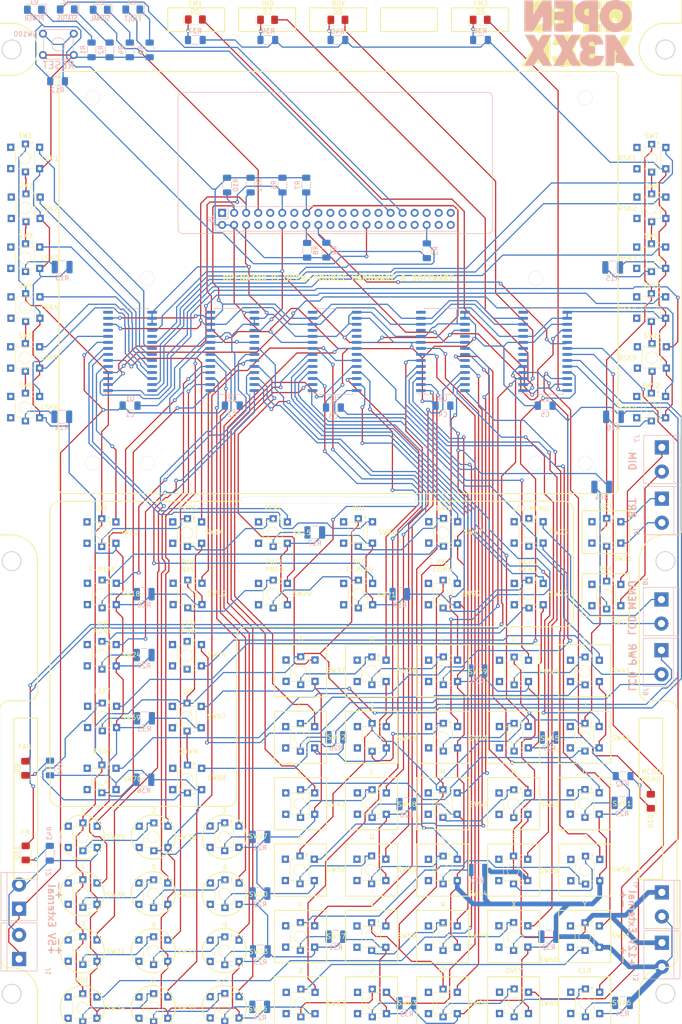
<source format=kicad_pcb>
(kicad_pcb (version 20171130) (host pcbnew "(5.1.9)-1")
  (title_block (title "OpenA3XX MCDU") (date 2021-05-11) (rev 0.1) (company OpenA3XX))
  (layers (0 F.Cu signal hide) (31 B.Cu signal) (34 B.Paste user hide) (35 F.Paste user hide) (36 B.SilkS user hide) (37 F.SilkS user hide) (38 B.Mask user hide) (39 F.Mask user hide) (44 Edge.Cuts user hide))
  (net 0 "")
  (net 1 GND)
  (net 2 +5V)
  (net 3 "Net-(D1-Pad1)")
  (net 4 GENERAL_LED)
  (net 5 "Net-(D2-Pad1)")
  (net 6 FAULT_LED)
  (net 7 "Net-(D3-Pad1)")
  (net 8 SIGNAL_LED)
  (net 9 "Net-(D4-Pad1)")
  (net 10 INT_BUS_0)
  (net 11 RESET_SWITCH)
  (net 12 INT_BUS_4)
  (net 13 INT_BUS_3)
  (net 14 INT_BUS_2)
  (net 15 BUSES_RESET)
  (net 16 INT_BUS_1)
  (net 17 SCL)
  (net 18 SDA)
  (net 19 +12V)
  (net 20 /BUS0-0)
  (net 21 /BUS0-1)
  (net 22 "Net-(R13-Pad1)")
  (net 23 /BUS0-2)
  (net 24 /BUS0-3)
  (net 25 /BUS0-4)
  (net 26 "Net-(R14-Pad1)")
  (net 27 /BUS0-5)
  (net 28 /BUS0-6)
  (net 29 /BUS0-7)
  (net 30 "Net-(R15-Pad1)")
  (net 31 /BUS0-8)
  (net 32 /BUS0-9)
  (net 33 /BUS0-10)
  (net 34 "Net-(R16-Pad1)")
  (net 35 /BUS0-11)
  (net 36 /BUS0-15)
  (net 37 /BUS0-14)
  (net 38 /BUS0-13)
  (net 39 /BUS0-12)
  (net 40 /BUS1-7)
  (net 41 /BUS1-6)
  (net 42 /BUS1-5)
  (net 43 /BUS1-4)
  (net 44 /BUS1-3)
  (net 45 /BUS1-2)
  (net 46 /BUS1-1)
  (net 47 /BUS1-0)
  (net 48 /BUS1-15)
  (net 49 /BUS1-14)
  (net 50 /BUS1-13)
  (net 51 /BUS1-12)
  (net 52 /BUS1-11)
  (net 53 /BUS1-10)
  (net 54 /BUS1-9)
  (net 55 /BUS1-8)
  (net 56 /BUS2-7)
  (net 57 /BUS2-6)
  (net 58 /BUS2-5)
  (net 59 /BUS2-4)
  (net 60 /BUS2-3)
  (net 61 /BUS2-2)
  (net 62 /BUS2-1)
  (net 63 /BUS2-0)
  (net 64 /BUS2-15)
  (net 65 /BUS2-14)
  (net 66 /BUS2-13)
  (net 67 /BUS2-12)
  (net 68 /BUS2-11)
  (net 69 /BUS2-10)
  (net 70 /BUS2-9)
  (net 71 /BUS2-8)
  (net 72 /BUS3-7)
  (net 73 /BUS3-6)
  (net 74 /BUS3-5)
  (net 75 /BUS3-4)
  (net 76 /BUS3-3)
  (net 77 /BUS3-2)
  (net 78 /BUS3-1)
  (net 79 /BUS3-0)
  (net 80 /BUS3-15)
  (net 81 /BUS3-14)
  (net 82 /BUS3-13)
  (net 83 /BUS3-12)
  (net 84 /BUS3-11)
  (net 85 /BUS3-10)
  (net 86 /BUS3-9)
  (net 87 /BUS3-8)
  (net 88 /BUS4-7)
  (net 89 /BUS4-6)
  (net 90 /BUS4-5)
  (net 91 /BUS4-4)
  (net 92 /BUS4-3)
  (net 93 /BUS4-2)
  (net 94 /BUS4-1)
  (net 95 /BUS4-0)
  (net 96 /BUS4-12)
  (net 97 /BUS4-11)
  (net 98 /BUS4-10)
  (net 99 /BUS4-9)
  (net 100 /BUS4-8)
  (net 101 "Net-(R17-Pad1)")
  (net 102 "Net-(R18-Pad1)")
  (net 103 "Net-(R19-Pad1)")
  (net 104 "Net-(R20-Pad1)")
  (net 105 "Net-(SW1-Pad4)")
  (net 106 "Net-(SW2-Pad4)")
  (net 107 "Net-(SW4-Pad4)")
  (net 108 "Net-(SW5-Pad4)")
  (net 109 "Net-(SW7-Pad4)")
  (net 110 "Net-(SW8-Pad4)")
  (net 111 "Net-(SW10-Pad4)")
  (net 112 "Net-(SW11-Pad4)")
  (net 113 "Net-(SW13-Pad4)")
  (net 114 "Net-(SW14-Pad4)")
  (net 115 "Net-(SW16-Pad4)")
  (net 116 "Net-(SW17-Pad4)")
  (net 117 "Net-(SW19-Pad4)")
  (net 118 "Net-(SW20-Pad4)")
  (net 119 "Net-(SW22-Pad4)")
  (net 120 "Net-(SW23-Pad4)")
  (net 121 "Net-(D5-Pad1)")
  (net 122 "Net-(D6-Pad1)")
  (net 123 "Net-(D7-Pad1)")
  (net 124 "Net-(D8-Pad1)")
  (net 125 "Net-(D9-Pad1)")
  (net 126 "Net-(D10-Pad1)")
  (net 127 "Net-(D11-Pad1)")
  (net 128 "Net-(R21-Pad1)")
  (net 129 "Net-(R22-Pad1)")
  (net 130 "Net-(R23-Pad1)")
  (net 131 "Net-(R24-Pad1)")
  (net 132 "Net-(R25-Pad1)")
  (net 133 "Net-(R26-Pad1)")
  (net 134 "Net-(R27-Pad1)")
  (net 135 "Net-(R28-Pad1)")
  (net 136 "Net-(R29-Pad1)")
  (net 137 "Net-(R30-Pad1)")
  (net 138 "Net-(R31-Pad1)")
  (net 139 "Net-(R32-Pad1)")
  (net 140 "Net-(R33-Pad1)")
  (net 141 "Net-(R34-Pad1)")
  (net 142 "Net-(R35-Pad1)")
  (net 143 "Net-(R36-Pad1)")
  (net 144 "Net-(SW25-Pad4)")
  (net 145 "Net-(SW26-Pad4)")
  (net 146 "Net-(SW28-Pad4)")
  (net 147 "Net-(SW29-Pad4)")
  (net 148 "Net-(SW31-Pad4)")
  (net 149 "Net-(SW32-Pad4)")
  (net 150 "Net-(SW34-Pad4)")
  (net 151 "Net-(SW35-Pad4)")
  (net 152 "Net-(SW37-Pad4)")
  (net 153 "Net-(SW38-Pad4)")
  (net 154 "Net-(SW40-Pad4)")
  (net 155 "Net-(SW41-Pad4)")
  (net 156 "Net-(SW43-Pad4)")
  (net 157 "Net-(SW44-Pad4)")
  (net 158 "Net-(SW46-Pad4)")
  (net 159 "Net-(SW47-Pad4)")
  (net 160 "Net-(SW49-Pad4)")
  (net 161 "Net-(SW50-Pad4)")
  (net 162 "Net-(SW52-Pad4)")
  (net 163 "Net-(SW53-Pad4)")
  (net 164 "Net-(SW55-Pad4)")
  (net 165 "Net-(SW56-Pad4)")
  (net 166 "Net-(SW58-Pad4)")
  (net 167 "Net-(SW59-Pad4)")
  (net 168 "Net-(SW61-Pad4)")
  (net 169 "Net-(SW62-Pad4)")
  (net 170 "Net-(SW64-Pad4)")
  (net 171 "Net-(SW65-Pad4)")
  (net 172 "Net-(SW67-Pad4)")
  (net 173 "Net-(SW68-Pad4)")
  (net 174 "Net-(J6-Pad2)")
  (net 175 "Net-(J6-Pad1)")
  (net 176 "Net-(J7-Pad2)")
  (net 177 "Net-(J7-Pad1)")
  (net 178 "Net-(R44-Pad1)")
  (net 179 "Net-(SW71-Pad4)")
  (net 180 "Net-(J8-Pad2)")
  (net 181 "Net-(J8-Pad1)")
  (net 182 "Net-(J9-Pad2)")
  (net 183 "Net-(J9-Pad1)")
  (module TerminalBlock:TerminalBlock_bornier-2_P5.08mm (layer B.Cu) (at 173.482 224.18 270)
    (fp_text reference J3 (at 7.2644 5.4864 90) (layer B.SilkS) (effects (justify mirror)))
    (fp_text value Conn_02x01)
    (pad 2 thru_hole circle (at 5.08 0 270) (size 3 3) (drill 1.52) (layers *.Cu *.Mask) (net 1 GND))
    (pad 1 thru_hole rect (at 0 0 270) (size 3 3) (drill 1.52) (layers *.Cu *.Mask) (net 19 +12V))
  )
  (module opena3x:Logo (layer B.Cu) (at 156.5148 32.6136 180)
    (fp_text reference G*** hide)
    (fp_text value LOGO hide)
  )
  (module opena3x:Logo (layer F.Cu) (at 155.0416 32.7152)
    (fp_text reference G*** hide)
    (fp_text value LOGO hide)
  )
  (module opena3x:TACTILE_LED_TH (layer F.Cu) (at 74.168 157.328)
    (fp_text reference SW74 (at 5.334 6.1972) (layer F.SilkS))
    (fp_text value TLL-6A)
    (fp_text user + (at 0.5 3) (layer F.SilkS))
    (fp_text user - (at 0.5 9.3) (layer F.SilkS))
    (pad "" thru_hole rect (at -4 4) (size 1.524 1.524) (drill 0.762) (layers *.Cu *.Mask) (clearance 0.3))
    (pad 1 thru_hole rect (at 2.1 4) (size 1.524 1.524) (drill 0.762) (layers *.Cu *.Mask) (net 183 "Net-(J9-Pad1)") (clearance 0.3))
    (pad "" thru_hole rect (at -4 8.5) (size 1.524 1.524) (drill 0.762) (layers *.Cu *.Mask) (clearance 0.3))
    (pad 2 thru_hole rect (at 2.1 8.5) (size 1.524 1.524) (drill 0.762) (layers *.Cu *.Mask) (net 182 "Net-(J9-Pad2)") (clearance 0.3))
    (pad 3 thru_hole rect (at -0.9 3.35) (size 1.524 1.524) (drill 0.762) (layers *.Cu *.Mask) (clearance 0.3))
    (pad 4 thru_hole rect (at -0.9 9.15) (size 1.524 1.524) (drill 0.762) (layers *.Cu *.Mask) (clearance 0.3))
  )
  (module TerminalBlock:TerminalBlock_bornier-2_P5.08mm (layer B.Cu) (at 173.38 162.509 270)
    (fp_text reference J9 (at 8.7376 3.2766 90) (layer B.SilkS) (effects (justify mirror)))
    (fp_text value Conn_02x01)
    (pad 2 thru_hole circle (at 5.08 0 270) (size 3 3) (drill 1.52) (layers *.Cu *.Mask) (net 182 "Net-(J9-Pad2)"))
    (pad 1 thru_hole rect (at 0 0 270) (size 3 3) (drill 1.52) (layers *.Cu *.Mask) (net 183 "Net-(J9-Pad1)"))
  )
  (module opena3x:TACTILE_LED_TH (layer F.Cu) (at 146.304 131.42)
    (fp_text reference SW73 (at 5.334 6.1972) (layer F.SilkS))
    (fp_text value TLL-6A)
    (fp_text user + (at 0.5 3) (layer F.SilkS))
    (fp_text user - (at 0.5 9.3) (layer F.SilkS))
    (pad "" thru_hole rect (at -4 4) (size 1.524 1.524) (drill 0.762) (layers *.Cu *.Mask) (clearance 0.3))
    (pad 1 thru_hole rect (at 2.1 4) (size 1.524 1.524) (drill 0.762) (layers *.Cu *.Mask) (net 181 "Net-(J8-Pad1)") (clearance 0.3))
    (pad "" thru_hole rect (at -4 8.5) (size 1.524 1.524) (drill 0.762) (layers *.Cu *.Mask) (clearance 0.3))
    (pad 2 thru_hole rect (at 2.1 8.5) (size 1.524 1.524) (drill 0.762) (layers *.Cu *.Mask) (net 180 "Net-(J8-Pad2)") (clearance 0.3))
    (pad 3 thru_hole rect (at -0.9 3.35) (size 1.524 1.524) (drill 0.762) (layers *.Cu *.Mask) (clearance 0.3))
    (pad 4 thru_hole rect (at -0.9 9.15) (size 1.524 1.524) (drill 0.762) (layers *.Cu *.Mask) (clearance 0.3))
  )
  (module openaa3xx:TACTILE_LED_TH (layer F.Cu) (at 128.27 131.42)
    (fp_text reference SW17 (at 5.334 6.1972) (layer F.SilkS))
    (fp_text value TLL-6A)
    (fp_text user - (at 0.5 9.3) (layer F.SilkS))
    (fp_text user + (at 0.5 3) (layer F.SilkS))
    (pad 4 thru_hole rect (at -0.9 9.15) (size 1.524 1.524) (drill 0.762) (layers *.Cu *.Mask) (net 116 "Net-(SW17-Pad4)") (clearance 0.3))
    (pad 3 thru_hole rect (at -0.9 3.35) (size 1.524 1.524) (drill 0.762) (layers *.Cu *.Mask) (net 115 "Net-(SW16-Pad4)") (clearance 0.3))
    (pad 2 thru_hole rect (at 2.1 8.5) (size 1.524 1.524) (drill 0.762) (layers *.Cu *.Mask) (net 1 GND) (clearance 0.3))
    (pad "" thru_hole rect (at -4 8.5) (size 1.524 1.524) (drill 0.762) (layers *.Cu *.Mask) (clearance 0.3))
    (pad 1 thru_hole rect (at 2.1 4) (size 1.524 1.524) (drill 0.762) (layers *.Cu *.Mask) (net 47 /BUS1-0) (clearance 0.3))
    (pad "" thru_hole rect (at -4 4) (size 1.524 1.524) (drill 0.762) (layers *.Cu *.Mask) (clearance 0.3))
  )
  (module TerminalBlock:TerminalBlock_bornier-2_P5.08mm (layer B.Cu) (at 173.38 151.816 270)
    (fp_text reference J8 (at -3.8354 3.3782 270) (layer B.SilkS) (effects (justify mirror)))
    (fp_text value Conn_02x01)
    (pad 2 thru_hole circle (at 5.08 0 270) (size 3 3) (drill 1.52) (layers *.Cu *.Mask) (net 180 "Net-(J8-Pad2)"))
    (pad 1 thru_hole rect (at 0 0 270) (size 3 3) (drill 1.52) (layers *.Cu *.Mask) (net 181 "Net-(J8-Pad1)"))
  )
  (module openaa3xx:TACTILE_LED_TH (layer F.Cu) (at 40.0456 73.5076)
    (fp_text reference SW3 (at -0.87884 1.6256) (layer F.SilkS))
    (fp_text value TLL-6A)
    (fp_text user + (at 0.5 3) (layer F.SilkS))
    (pad 4 thru_hole rect (at -0.9 9.15) (size 1.524 1.524) (drill 0.762) (layers *.Cu *.Mask) (net 22 "Net-(R13-Pad1)") (clearance 0.3))
    (pad 3 thru_hole rect (at -0.9 3.35) (size 1.524 1.524) (drill 0.762) (layers *.Cu *.Mask) (net 106 "Net-(SW2-Pad4)") (clearance 0.3))
    (pad 2 thru_hole rect (at 2.1 8.5) (size 1.524 1.524) (drill 0.762) (layers *.Cu *.Mask) (net 1 GND) (clearance 0.3))
    (pad "" thru_hole rect (at -4 8.5) (size 1.524 1.524) (drill 0.762) (layers *.Cu *.Mask) (clearance 0.3))
    (pad 1 thru_hole rect (at 2.1 4) (size 1.524 1.524) (drill 0.762) (layers *.Cu *.Mask) (net 23 /BUS0-2) (clearance 0.3))
    (pad "" thru_hole rect (at -4 4) (size 1.524 1.524) (drill 0.762) (layers *.Cu *.Mask) (clearance 0.3))
  )
  (module openaa3xx:TACTILE_LED_TH (layer F.Cu) (at 162.712 144.628)
    (fp_text reference SW72 (at 2.1336 11.938) (layer F.SilkS))
    (fp_text value TLL-6A)
    (fp_text user - (at 0.5 9.3) (layer F.SilkS))
    (fp_text user + (at 0.5 3) (layer F.SilkS))
    (pad 4 thru_hole rect (at -0.9 9.15) (size 1.524 1.524) (drill 0.762) (layers *.Cu *.Mask) (net 178 "Net-(R44-Pad1)") (clearance 0.3))
    (pad 3 thru_hole rect (at -0.9 3.35) (size 1.524 1.524) (drill 0.762) (layers *.Cu *.Mask) (net 179 "Net-(SW71-Pad4)") (clearance 0.3))
    (pad 2 thru_hole rect (at 2.1 8.5) (size 1.524 1.524) (drill 0.762) (layers *.Cu *.Mask) (net 176 "Net-(J7-Pad2)") (clearance 0.3))
    (pad "" thru_hole rect (at -4 8.5) (size 1.524 1.524) (drill 0.762) (layers *.Cu *.Mask) (clearance 0.3))
    (pad 1 thru_hole rect (at 2.1 4) (size 1.524 1.524) (drill 0.762) (layers *.Cu *.Mask) (net 177 "Net-(J7-Pad1)") (clearance 0.3))
    (pad "" thru_hole rect (at -4 4) (size 1.524 1.524) (drill 0.762) (layers *.Cu *.Mask) (clearance 0.3))
  )
  (module openaa3xx:TACTILE_LED_TH (layer F.Cu) (at 162.712 131.42)
    (fp_text reference SW71 (at 2.4892 11.7348) (layer F.SilkS))
    (fp_text value TLL-6A)
    (fp_text user - (at 0.5 9.3) (layer F.SilkS))
    (fp_text user + (at 0.5 3) (layer F.SilkS))
    (pad 4 thru_hole rect (at -0.9 9.15) (size 1.524 1.524) (drill 0.762) (layers *.Cu *.Mask) (net 179 "Net-(SW71-Pad4)") (clearance 0.3))
    (pad 3 thru_hole rect (at -0.9 3.35) (size 1.524 1.524) (drill 0.762) (layers *.Cu *.Mask) (net 19 +12V) (clearance 0.3))
    (pad 2 thru_hole rect (at 2.1 8.5) (size 1.524 1.524) (drill 0.762) (layers *.Cu *.Mask) (net 174 "Net-(J6-Pad2)") (clearance 0.3))
    (pad "" thru_hole rect (at -4 8.5) (size 1.524 1.524) (drill 0.762) (layers *.Cu *.Mask) (clearance 0.3))
    (pad 1 thru_hole rect (at 2.1 4) (size 1.524 1.524) (drill 0.762) (layers *.Cu *.Mask) (net 175 "Net-(J6-Pad1)") (clearance 0.3))
    (pad "" thru_hole rect (at -4 4) (size 1.524 1.524) (drill 0.762) (layers *.Cu *.Mask) (clearance 0.3))
  )
  (module Resistor_SMD:R_1210_3225Metric_Pad1.30x2.65mm_HandSolder (layer B.Cu) (at 160.782 128.092)
    (fp_text reference R44 (at 0 2.28) (layer B.SilkS) (effects (justify mirror)))
    (fp_text value 220R)
    (pad 2 smd roundrect (at 1.55 0) (size 1.3 2.65) (layers B.Cu B.Paste B.Mask) (roundrect_rratio 0.1923076923076923) (net 1 GND))
    (pad 1 smd roundrect (at -1.55 0) (size 1.3 2.65) (layers B.Cu B.Paste B.Mask) (roundrect_rratio 0.1923076923076923) (net 178 "Net-(R44-Pad1)"))
  )
  (module TerminalBlock:TerminalBlock_bornier-2_P5.08mm (layer B.Cu) (at 173.469 119.761 270)
    (fp_text reference J7 (at -1.905 5.1943 270) (layer B.SilkS) (effects (justify mirror)))
    (fp_text value Conn_02x01)
    (pad 2 thru_hole circle (at 5.08 0 270) (size 3 3) (drill 1.52) (layers *.Cu *.Mask) (net 176 "Net-(J7-Pad2)"))
    (pad 1 thru_hole rect (at 0 0 270) (size 3 3) (drill 1.52) (layers *.Cu *.Mask) (net 177 "Net-(J7-Pad1)"))
  )
  (module TerminalBlock:TerminalBlock_bornier-2_P5.08mm (layer B.Cu) (at 173.469 130.556 270)
    (fp_text reference J6 (at 6.9088 5.2451 90) (layer B.SilkS) (effects (justify mirror)))
    (fp_text value Conn_02x01)
    (pad 2 thru_hole circle (at 5.08 0 270) (size 3 3) (drill 1.52) (layers *.Cu *.Mask) (net 174 "Net-(J6-Pad2)"))
    (pad 1 thru_hole rect (at 0 0 270) (size 3 3) (drill 1.52) (layers *.Cu *.Mask) (net 175 "Net-(J6-Pad1)"))
  )
  (module openaa3xx:TACTILE_LED_TH (layer F.Cu) (at 52.172 195.605)
    (fp_text reference SW25 (at 5.994 6.2742) (layer F.SilkS))
    (fp_text value TLL-6A)
    (fp_text user - (at 0.5 9.3) (layer F.SilkS))
    (fp_text user + (at 0.5 3) (layer F.SilkS))
    (pad 4 thru_hole rect (at -0.9 9.15) (size 1.524 1.524) (drill 0.762) (layers *.Cu *.Mask) (net 144 "Net-(SW25-Pad4)") (clearance 0.3))
    (pad 3 thru_hole rect (at -0.9 3.35) (size 1.524 1.524) (drill 0.762) (layers *.Cu *.Mask) (net 19 +12V) (clearance 0.3))
    (pad 2 thru_hole rect (at 2.1 8.5) (size 1.524 1.524) (drill 0.762) (layers *.Cu *.Mask) (net 1 GND) (clearance 0.3))
    (pad "" thru_hole rect (at -4 8.5) (size 1.524 1.524) (drill 0.762) (layers *.Cu *.Mask) (clearance 0.3))
    (pad 1 thru_hole rect (at 2.1 4) (size 1.524 1.524) (drill 0.762) (layers *.Cu *.Mask) (net 55 /BUS1-8) (clearance 0.3))
    (pad "" thru_hole rect (at -4 4) (size 1.524 1.524) (drill 0.762) (layers *.Cu *.Mask) (clearance 0.3))
  )
  (module Package_SO:SOIC-28W_7.5x17.9mm_P1.27mm (layer B.Cu) (at 148.844 99.517)
    (fp_text reference U5 (at 0 9.9) (layer B.SilkS) (effects (justify mirror)))
    (fp_text value MCP23017_SO)
    (pad 28 smd roundrect (at 4.65 8.255) (size 2.05 0.6) (layers B.Cu B.Paste B.Mask) (net 88 /BUS4-7))
    (pad 27 smd roundrect (at 4.65 6.985) (size 2.05 0.6) (layers B.Cu B.Paste B.Mask) (net 89 /BUS4-6))
    (pad 26 smd roundrect (at 4.65 5.715) (size 2.05 0.6) (layers B.Cu B.Paste B.Mask) (net 90 /BUS4-5))
    (pad 25 smd roundrect (at 4.65 4.445) (size 2.05 0.6) (layers B.Cu B.Paste B.Mask) (net 91 /BUS4-4))
    (pad 24 smd roundrect (at 4.65 3.175) (size 2.05 0.6) (layers B.Cu B.Paste B.Mask) (net 92 /BUS4-3))
    (pad 23 smd roundrect (at 4.65 1.905) (size 2.05 0.6) (layers B.Cu B.Paste B.Mask) (net 93 /BUS4-2))
    (pad 22 smd roundrect (at 4.65 0.635) (size 2.05 0.6) (layers B.Cu B.Paste B.Mask) (net 94 /BUS4-1))
    (pad 21 smd roundrect (at 4.65 -0.635) (size 2.05 0.6) (layers B.Cu B.Paste B.Mask) (net 95 /BUS4-0))
    (pad 20 smd roundrect (at 4.65 -1.905) (size 2.05 0.6) (layers B.Cu B.Paste B.Mask) (net 12 INT_BUS_4))
    (pad 19 smd roundrect (at 4.65 -3.175) (size 2.05 0.6) (layers B.Cu B.Paste B.Mask))
    (pad 18 smd roundrect (at 4.65 -4.445) (size 2.05 0.6) (layers B.Cu B.Paste B.Mask) (net 15 BUSES_RESET))
    (pad 17 smd roundrect (at 4.65 -5.715) (size 2.05 0.6) (layers B.Cu B.Paste B.Mask) (net 2 +5V))
    (pad 16 smd roundrect (at 4.65 -6.985) (size 2.05 0.6) (layers B.Cu B.Paste B.Mask) (net 1 GND))
    (pad 15 smd roundrect (at 4.65 -8.255) (size 2.05 0.6) (layers B.Cu B.Paste B.Mask) (net 1 GND))
    (pad 14 smd roundrect (at -4.65 -8.255) (size 2.05 0.6) (layers B.Cu B.Paste B.Mask))
    (pad 13 smd roundrect (at -4.65 -6.985) (size 2.05 0.6) (layers B.Cu B.Paste B.Mask) (net 18 SDA))
    (pad 12 smd roundrect (at -4.65 -5.715) (size 2.05 0.6) (layers B.Cu B.Paste B.Mask) (net 17 SCL))
    (pad 11 smd roundrect (at -4.65 -4.445) (size 2.05 0.6) (layers B.Cu B.Paste B.Mask))
    (pad 10 smd roundrect (at -4.65 -3.175) (size 2.05 0.6) (layers B.Cu B.Paste B.Mask) (net 1 GND))
    (pad 9 smd roundrect (at -4.65 -1.905) (size 2.05 0.6) (layers B.Cu B.Paste B.Mask) (net 2 +5V))
    (pad 8 smd roundrect (at -4.65 -0.635) (size 2.05 0.6) (layers B.Cu B.Paste B.Mask))
    (pad 7 smd roundrect (at -4.65 0.635) (size 2.05 0.6) (layers B.Cu B.Paste B.Mask))
    (pad 6 smd roundrect (at -4.65 1.905) (size 2.05 0.6) (layers B.Cu B.Paste B.Mask))
    (pad 5 smd roundrect (at -4.65 3.175) (size 2.05 0.6) (layers B.Cu B.Paste B.Mask) (net 96 /BUS4-12))
    (pad 4 smd roundrect (at -4.65 4.445) (size 2.05 0.6) (layers B.Cu B.Paste B.Mask) (net 97 /BUS4-11))
    (pad 3 smd roundrect (at -4.65 5.715) (size 2.05 0.6) (layers B.Cu B.Paste B.Mask) (net 98 /BUS4-10))
    (pad 2 smd roundrect (at -4.65 6.985) (size 2.05 0.6) (layers B.Cu B.Paste B.Mask) (net 99 /BUS4-9))
    (pad 1 smd roundrect (at -4.65 8.255) (size 2.05 0.6) (layers B.Cu B.Paste B.Mask) (net 100 /BUS4-8))
  )
  (module Package_SO:SOIC-28W_7.5x17.9mm_P1.27mm (layer B.Cu) (at 127.254 99.517)
    (fp_text reference U4 (at 0 9.9) (layer B.SilkS) (effects (justify mirror)))
    (fp_text value MCP23017_SO)
    (pad 28 smd roundrect (at 4.65 8.255) (size 2.05 0.6) (layers B.Cu B.Paste B.Mask) (net 72 /BUS3-7))
    (pad 27 smd roundrect (at 4.65 6.985) (size 2.05 0.6) (layers B.Cu B.Paste B.Mask) (net 73 /BUS3-6))
    (pad 26 smd roundrect (at 4.65 5.715) (size 2.05 0.6) (layers B.Cu B.Paste B.Mask) (net 74 /BUS3-5))
    (pad 25 smd roundrect (at 4.65 4.445) (size 2.05 0.6) (layers B.Cu B.Paste B.Mask) (net 75 /BUS3-4))
    (pad 24 smd roundrect (at 4.65 3.175) (size 2.05 0.6) (layers B.Cu B.Paste B.Mask) (net 76 /BUS3-3))
    (pad 23 smd roundrect (at 4.65 1.905) (size 2.05 0.6) (layers B.Cu B.Paste B.Mask) (net 77 /BUS3-2))
    (pad 22 smd roundrect (at 4.65 0.635) (size 2.05 0.6) (layers B.Cu B.Paste B.Mask) (net 78 /BUS3-1))
    (pad 21 smd roundrect (at 4.65 -0.635) (size 2.05 0.6) (layers B.Cu B.Paste B.Mask) (net 79 /BUS3-0))
    (pad 20 smd roundrect (at 4.65 -1.905) (size 2.05 0.6) (layers B.Cu B.Paste B.Mask) (net 13 INT_BUS_3))
    (pad 19 smd roundrect (at 4.65 -3.175) (size 2.05 0.6) (layers B.Cu B.Paste B.Mask))
    (pad 18 smd roundrect (at 4.65 -4.445) (size 2.05 0.6) (layers B.Cu B.Paste B.Mask) (net 15 BUSES_RESET))
    (pad 17 smd roundrect (at 4.65 -5.715) (size 2.05 0.6) (layers B.Cu B.Paste B.Mask) (net 1 GND))
    (pad 16 smd roundrect (at 4.65 -6.985) (size 2.05 0.6) (layers B.Cu B.Paste B.Mask) (net 2 +5V))
    (pad 15 smd roundrect (at 4.65 -8.255) (size 2.05 0.6) (layers B.Cu B.Paste B.Mask) (net 2 +5V))
    (pad 14 smd roundrect (at -4.65 -8.255) (size 2.05 0.6) (layers B.Cu B.Paste B.Mask))
    (pad 13 smd roundrect (at -4.65 -6.985) (size 2.05 0.6) (layers B.Cu B.Paste B.Mask) (net 18 SDA))
    (pad 12 smd roundrect (at -4.65 -5.715) (size 2.05 0.6) (layers B.Cu B.Paste B.Mask) (net 17 SCL))
    (pad 11 smd roundrect (at -4.65 -4.445) (size 2.05 0.6) (layers B.Cu B.Paste B.Mask))
    (pad 10 smd roundrect (at -4.65 -3.175) (size 2.05 0.6) (layers B.Cu B.Paste B.Mask) (net 1 GND))
    (pad 9 smd roundrect (at -4.65 -1.905) (size 2.05 0.6) (layers B.Cu B.Paste B.Mask) (net 2 +5V))
    (pad 8 smd roundrect (at -4.65 -0.635) (size 2.05 0.6) (layers B.Cu B.Paste B.Mask) (net 80 /BUS3-15))
    (pad 7 smd roundrect (at -4.65 0.635) (size 2.05 0.6) (layers B.Cu B.Paste B.Mask) (net 81 /BUS3-14))
    (pad 6 smd roundrect (at -4.65 1.905) (size 2.05 0.6) (layers B.Cu B.Paste B.Mask) (net 82 /BUS3-13))
    (pad 5 smd roundrect (at -4.65 3.175) (size 2.05 0.6) (layers B.Cu B.Paste B.Mask) (net 83 /BUS3-12))
    (pad 4 smd roundrect (at -4.65 4.445) (size 2.05 0.6) (layers B.Cu B.Paste B.Mask) (net 84 /BUS3-11))
    (pad 3 smd roundrect (at -4.65 5.715) (size 2.05 0.6) (layers B.Cu B.Paste B.Mask) (net 85 /BUS3-10))
    (pad 2 smd roundrect (at -4.65 6.985) (size 2.05 0.6) (layers B.Cu B.Paste B.Mask) (net 86 /BUS3-9))
    (pad 1 smd roundrect (at -4.65 8.255) (size 2.05 0.6) (layers B.Cu B.Paste B.Mask) (net 87 /BUS3-8))
  )
  (module Package_SO:SOIC-28W_7.5x17.9mm_P1.27mm (layer B.Cu) (at 104.394 99.517)
    (fp_text reference U3 (at 0 9.9) (layer B.SilkS) (effects (justify mirror)))
    (fp_text value MCP23017_SO)
    (pad 28 smd roundrect (at 4.65 8.255) (size 2.05 0.6) (layers B.Cu B.Paste B.Mask) (net 56 /BUS2-7))
    (pad 27 smd roundrect (at 4.65 6.985) (size 2.05 0.6) (layers B.Cu B.Paste B.Mask) (net 57 /BUS2-6))
    (pad 26 smd roundrect (at 4.65 5.715) (size 2.05 0.6) (layers B.Cu B.Paste B.Mask) (net 58 /BUS2-5))
    (pad 25 smd roundrect (at 4.65 4.445) (size 2.05 0.6) (layers B.Cu B.Paste B.Mask) (net 59 /BUS2-4))
    (pad 24 smd roundrect (at 4.65 3.175) (size 2.05 0.6) (layers B.Cu B.Paste B.Mask) (net 60 /BUS2-3))
    (pad 23 smd roundrect (at 4.65 1.905) (size 2.05 0.6) (layers B.Cu B.Paste B.Mask) (net 61 /BUS2-2))
    (pad 22 smd roundrect (at 4.65 0.635) (size 2.05 0.6) (layers B.Cu B.Paste B.Mask) (net 62 /BUS2-1))
    (pad 21 smd roundrect (at 4.65 -0.635) (size 2.05 0.6) (layers B.Cu B.Paste B.Mask) (net 63 /BUS2-0))
    (pad 20 smd roundrect (at 4.65 -1.905) (size 2.05 0.6) (layers B.Cu B.Paste B.Mask) (net 14 INT_BUS_2))
    (pad 19 smd roundrect (at 4.65 -3.175) (size 2.05 0.6) (layers B.Cu B.Paste B.Mask))
    (pad 18 smd roundrect (at 4.65 -4.445) (size 2.05 0.6) (layers B.Cu B.Paste B.Mask) (net 15 BUSES_RESET))
    (pad 17 smd roundrect (at 4.65 -5.715) (size 2.05 0.6) (layers B.Cu B.Paste B.Mask) (net 1 GND))
    (pad 16 smd roundrect (at 4.65 -6.985) (size 2.05 0.6) (layers B.Cu B.Paste B.Mask) (net 2 +5V))
    (pad 15 smd roundrect (at 4.65 -8.255) (size 2.05 0.6) (layers B.Cu B.Paste B.Mask) (net 1 GND))
    (pad 14 smd roundrect (at -4.65 -8.255) (size 2.05 0.6) (layers B.Cu B.Paste B.Mask))
    (pad 13 smd roundrect (at -4.65 -6.985) (size 2.05 0.6) (layers B.Cu B.Paste B.Mask) (net 18 SDA))
    (pad 12 smd roundrect (at -4.65 -5.715) (size 2.05 0.6) (layers B.Cu B.Paste B.Mask) (net 17 SCL))
    (pad 11 smd roundrect (at -4.65 -4.445) (size 2.05 0.6) (layers B.Cu B.Paste B.Mask))
    (pad 10 smd roundrect (at -4.65 -3.175) (size 2.05 0.6) (layers B.Cu B.Paste B.Mask) (net 1 GND))
    (pad 9 smd roundrect (at -4.65 -1.905) (size 2.05 0.6) (layers B.Cu B.Paste B.Mask) (net 2 +5V))
    (pad 8 smd roundrect (at -4.65 -0.635) (size 2.05 0.6) (layers B.Cu B.Paste B.Mask) (net 64 /BUS2-15))
    (pad 7 smd roundrect (at -4.65 0.635) (size 2.05 0.6) (layers B.Cu B.Paste B.Mask) (net 65 /BUS2-14))
    (pad 6 smd roundrect (at -4.65 1.905) (size 2.05 0.6) (layers B.Cu B.Paste B.Mask) (net 66 /BUS2-13))
    (pad 5 smd roundrect (at -4.65 3.175) (size 2.05 0.6) (layers B.Cu B.Paste B.Mask) (net 67 /BUS2-12))
    (pad 4 smd roundrect (at -4.65 4.445) (size 2.05 0.6) (layers B.Cu B.Paste B.Mask) (net 68 /BUS2-11))
    (pad 3 smd roundrect (at -4.65 5.715) (size 2.05 0.6) (layers B.Cu B.Paste B.Mask) (net 69 /BUS2-10))
    (pad 2 smd roundrect (at -4.65 6.985) (size 2.05 0.6) (layers B.Cu B.Paste B.Mask) (net 70 /BUS2-9))
    (pad 1 smd roundrect (at -4.65 8.255) (size 2.05 0.6) (layers B.Cu B.Paste B.Mask) (net 71 /BUS2-8))
  )
  (module Package_SO:SOIC-28W_7.5x17.9mm_P1.27mm (layer B.Cu) (at 82.804 99.517)
    (fp_text reference U2 (at 0 9.9) (layer B.SilkS) (effects (justify mirror)))
    (fp_text value MCP23017_SO)
    (pad 28 smd roundrect (at 4.65 8.255) (size 2.05 0.6) (layers B.Cu B.Paste B.Mask) (net 40 /BUS1-7))
    (pad 27 smd roundrect (at 4.65 6.985) (size 2.05 0.6) (layers B.Cu B.Paste B.Mask) (net 41 /BUS1-6))
    (pad 26 smd roundrect (at 4.65 5.715) (size 2.05 0.6) (layers B.Cu B.Paste B.Mask) (net 42 /BUS1-5))
    (pad 25 smd roundrect (at 4.65 4.445) (size 2.05 0.6) (layers B.Cu B.Paste B.Mask) (net 43 /BUS1-4))
    (pad 24 smd roundrect (at 4.65 3.175) (size 2.05 0.6) (layers B.Cu B.Paste B.Mask) (net 44 /BUS1-3))
    (pad 23 smd roundrect (at 4.65 1.905) (size 2.05 0.6) (layers B.Cu B.Paste B.Mask) (net 45 /BUS1-2))
    (pad 22 smd roundrect (at 4.65 0.635) (size 2.05 0.6) (layers B.Cu B.Paste B.Mask) (net 46 /BUS1-1))
    (pad 21 smd roundrect (at 4.65 -0.635) (size 2.05 0.6) (layers B.Cu B.Paste B.Mask) (net 47 /BUS1-0))
    (pad 20 smd roundrect (at 4.65 -1.905) (size 2.05 0.6) (layers B.Cu B.Paste B.Mask) (net 16 INT_BUS_1))
    (pad 19 smd roundrect (at 4.65 -3.175) (size 2.05 0.6) (layers B.Cu B.Paste B.Mask))
    (pad 18 smd roundrect (at 4.65 -4.445) (size 2.05 0.6) (layers B.Cu B.Paste B.Mask) (net 15 BUSES_RESET))
    (pad 17 smd roundrect (at 4.65 -5.715) (size 2.05 0.6) (layers B.Cu B.Paste B.Mask) (net 1 GND))
    (pad 16 smd roundrect (at 4.65 -6.985) (size 2.05 0.6) (layers B.Cu B.Paste B.Mask) (net 1 GND))
    (pad 15 smd roundrect (at 4.65 -8.255) (size 2.05 0.6) (layers B.Cu B.Paste B.Mask) (net 2 +5V))
    (pad 14 smd roundrect (at -4.65 -8.255) (size 2.05 0.6) (layers B.Cu B.Paste B.Mask))
    (pad 13 smd roundrect (at -4.65 -6.985) (size 2.05 0.6) (layers B.Cu B.Paste B.Mask) (net 18 SDA))
    (pad 12 smd roundrect (at -4.65 -5.715) (size 2.05 0.6) (layers B.Cu B.Paste B.Mask) (net 17 SCL))
    (pad 11 smd roundrect (at -4.65 -4.445) (size 2.05 0.6) (layers B.Cu B.Paste B.Mask))
    (pad 10 smd roundrect (at -4.65 -3.175) (size 2.05 0.6) (layers B.Cu B.Paste B.Mask) (net 1 GND))
    (pad 9 smd roundrect (at -4.65 -1.905) (size 2.05 0.6) (layers B.Cu B.Paste B.Mask) (net 2 +5V))
    (pad 8 smd roundrect (at -4.65 -0.635) (size 2.05 0.6) (layers B.Cu B.Paste B.Mask) (net 48 /BUS1-15))
    (pad 7 smd roundrect (at -4.65 0.635) (size 2.05 0.6) (layers B.Cu B.Paste B.Mask) (net 49 /BUS1-14))
    (pad 6 smd roundrect (at -4.65 1.905) (size 2.05 0.6) (layers B.Cu B.Paste B.Mask) (net 50 /BUS1-13))
    (pad 5 smd roundrect (at -4.65 3.175) (size 2.05 0.6) (layers B.Cu B.Paste B.Mask) (net 51 /BUS1-12))
    (pad 4 smd roundrect (at -4.65 4.445) (size 2.05 0.6) (layers B.Cu B.Paste B.Mask) (net 52 /BUS1-11))
    (pad 3 smd roundrect (at -4.65 5.715) (size 2.05 0.6) (layers B.Cu B.Paste B.Mask) (net 53 /BUS1-10))
    (pad 2 smd roundrect (at -4.65 6.985) (size 2.05 0.6) (layers B.Cu B.Paste B.Mask) (net 54 /BUS1-9))
    (pad 1 smd roundrect (at -4.65 8.255) (size 2.05 0.6) (layers B.Cu B.Paste B.Mask) (net 55 /BUS1-8))
  )
  (module Package_SO:SOIC-28W_7.5x17.9mm_P1.27mm (layer B.Cu) (at 61.214 99.517)
    (fp_text reference U1 (at 0 9.9) (layer B.SilkS) (effects (justify mirror)))
    (fp_text value MCP23017_SO)
    (pad 28 smd roundrect (at 4.65 8.255) (size 2.05 0.6) (layers B.Cu B.Paste B.Mask) (net 29 /BUS0-7))
    (pad 27 smd roundrect (at 4.65 6.985) (size 2.05 0.6) (layers B.Cu B.Paste B.Mask) (net 28 /BUS0-6))
    (pad 26 smd roundrect (at 4.65 5.715) (size 2.05 0.6) (layers B.Cu B.Paste B.Mask) (net 27 /BUS0-5))
    (pad 25 smd roundrect (at 4.65 4.445) (size 2.05 0.6) (layers B.Cu B.Paste B.Mask) (net 25 /BUS0-4))
    (pad 24 smd roundrect (at 4.65 3.175) (size 2.05 0.6) (layers B.Cu B.Paste B.Mask) (net 24 /BUS0-3))
    (pad 23 smd roundrect (at 4.65 1.905) (size 2.05 0.6) (layers B.Cu B.Paste B.Mask) (net 23 /BUS0-2))
    (pad 22 smd roundrect (at 4.65 0.635) (size 2.05 0.6) (layers B.Cu B.Paste B.Mask) (net 21 /BUS0-1))
    (pad 21 smd roundrect (at 4.65 -0.635) (size 2.05 0.6) (layers B.Cu B.Paste B.Mask) (net 20 /BUS0-0))
    (pad 20 smd roundrect (at 4.65 -1.905) (size 2.05 0.6) (layers B.Cu B.Paste B.Mask) (net 10 INT_BUS_0))
    (pad 19 smd roundrect (at 4.65 -3.175) (size 2.05 0.6) (layers B.Cu B.Paste B.Mask))
    (pad 18 smd roundrect (at 4.65 -4.445) (size 2.05 0.6) (layers B.Cu B.Paste B.Mask) (net 15 BUSES_RESET))
    (pad 17 smd roundrect (at 4.65 -5.715) (size 2.05 0.6) (layers B.Cu B.Paste B.Mask) (net 1 GND))
    (pad 16 smd roundrect (at 4.65 -6.985) (size 2.05 0.6) (layers B.Cu B.Paste B.Mask) (net 1 GND))
    (pad 15 smd roundrect (at 4.65 -8.255) (size 2.05 0.6) (layers B.Cu B.Paste B.Mask) (net 1 GND))
    (pad 14 smd roundrect (at -4.65 -8.255) (size 2.05 0.6) (layers B.Cu B.Paste B.Mask))
    (pad 13 smd roundrect (at -4.65 -6.985) (size 2.05 0.6) (layers B.Cu B.Paste B.Mask) (net 18 SDA))
    (pad 12 smd roundrect (at -4.65 -5.715) (size 2.05 0.6) (layers B.Cu B.Paste B.Mask) (net 17 SCL))
    (pad 11 smd roundrect (at -4.65 -4.445) (size 2.05 0.6) (layers B.Cu B.Paste B.Mask))
    (pad 10 smd roundrect (at -4.65 -3.175) (size 2.05 0.6) (layers B.Cu B.Paste B.Mask) (net 1 GND))
    (pad 9 smd roundrect (at -4.65 -1.905) (size 2.05 0.6) (layers B.Cu B.Paste B.Mask) (net 2 +5V))
    (pad 8 smd roundrect (at -4.65 -0.635) (size 2.05 0.6) (layers B.Cu B.Paste B.Mask) (net 36 /BUS0-15))
    (pad 7 smd roundrect (at -4.65 0.635) (size 2.05 0.6) (layers B.Cu B.Paste B.Mask) (net 37 /BUS0-14))
    (pad 6 smd roundrect (at -4.65 1.905) (size 2.05 0.6) (layers B.Cu B.Paste B.Mask) (net 38 /BUS0-13))
    (pad 5 smd roundrect (at -4.65 3.175) (size 2.05 0.6) (layers B.Cu B.Paste B.Mask) (net 39 /BUS0-12))
    (pad 4 smd roundrect (at -4.65 4.445) (size 2.05 0.6) (layers B.Cu B.Paste B.Mask) (net 35 /BUS0-11))
    (pad 3 smd roundrect (at -4.65 5.715) (size 2.05 0.6) (layers B.Cu B.Paste B.Mask) (net 33 /BUS0-10))
    (pad 2 smd roundrect (at -4.65 6.985) (size 2.05 0.6) (layers B.Cu B.Paste B.Mask) (net 32 /BUS0-9))
    (pad 1 smd roundrect (at -4.65 8.255) (size 2.05 0.6) (layers B.Cu B.Paste B.Mask) (net 31 /BUS0-8))
  )
  (module Button_Switch_THT:SW_TH_Tactile_Omron_B3F-10xx (layer B.Cu) (at 42.8244 37.0332)
    (fp_text reference SW100 (at -3.7084 -4.4196) (layer B.SilkS) (effects (justify mirror)))
    (fp_text value SW_MEC_5E)
    (pad 1 thru_hole circle (at 0 0) (size 1.7 1.7) (drill 1) (layers *.Cu *.Mask) (net 1 GND))
    (pad 2 thru_hole circle (at 6.5 0) (size 1.7 1.7) (drill 1) (layers *.Cu *.Mask) (net 1 GND))
    (pad 3 thru_hole circle (at 0 -4.5) (size 1.7 1.7) (drill 1) (layers *.Cu *.Mask) (net 11 RESET_SWITCH))
    (pad 4 thru_hole circle (at 6.5 -4.5) (size 1.7 1.7) (drill 1) (layers *.Cu *.Mask) (net 11 RESET_SWITCH))
  )
  (module openaa3xx:TACTILE_LED_TH (layer F.Cu) (at 56.159 183.388)
    (fp_text reference SW70 (at 5.4614 6.2484) (layer F.SilkS))
    (fp_text value TLL-6A)
    (fp_text user - (at 0.5 9.3) (layer F.SilkS))
    (fp_text user + (at 0.5 3) (layer F.SilkS))
    (pad 4 thru_hole rect (at -0.9 9.15) (size 1.524 1.524) (drill 0.762) (layers *.Cu *.Mask) (net 143 "Net-(R36-Pad1)") (clearance 0.3))
    (pad 3 thru_hole rect (at -0.9 3.35) (size 1.524 1.524) (drill 0.762) (layers *.Cu *.Mask) (net 19 +12V) (clearance 0.3))
    (pad 2 thru_hole rect (at 2.1 8.5) (size 1.524 1.524) (drill 0.762) (layers *.Cu *.Mask) (net 1 GND) (clearance 0.3))
    (pad "" thru_hole rect (at -4 8.5) (size 1.524 1.524) (drill 0.762) (layers *.Cu *.Mask) (clearance 0.3))
    (pad 1 thru_hole rect (at 2.1 4) (size 1.524 1.524) (drill 0.762) (layers *.Cu *.Mask) (net 90 /BUS4-5) (clearance 0.3))
    (pad "" thru_hole rect (at -4 4) (size 1.524 1.524) (drill 0.762) (layers *.Cu *.Mask) (clearance 0.3))
  )
  (module openaa3xx:TACTILE_LED_TH (layer F.Cu) (at 56.261 170.332)
    (fp_text reference SW69 (at 5.1562 6.4012) (layer F.SilkS))
    (fp_text value TLL-6A)
    (fp_text user - (at 0.5 9.3) (layer F.SilkS))
    (fp_text user + (at 0.5 3) (layer F.SilkS))
    (pad 4 thru_hole rect (at -0.9 9.15) (size 1.524 1.524) (drill 0.762) (layers *.Cu *.Mask) (net 142 "Net-(R35-Pad1)") (clearance 0.3))
    (pad 3 thru_hole rect (at -0.9 3.35) (size 1.524 1.524) (drill 0.762) (layers *.Cu *.Mask) (net 173 "Net-(SW68-Pad4)") (clearance 0.3))
    (pad 2 thru_hole rect (at 2.1 8.5) (size 1.524 1.524) (drill 0.762) (layers *.Cu *.Mask) (net 1 GND) (clearance 0.3))
    (pad "" thru_hole rect (at -4 8.5) (size 1.524 1.524) (drill 0.762) (layers *.Cu *.Mask) (clearance 0.3))
    (pad 1 thru_hole rect (at 2.1 4) (size 1.524 1.524) (drill 0.762) (layers *.Cu *.Mask) (net 91 /BUS4-4) (clearance 0.3))
    (pad "" thru_hole rect (at -4 4) (size 1.524 1.524) (drill 0.762) (layers *.Cu *.Mask) (clearance 0.3))
  )
  (module openaa3xx:TACTILE_LED_TH (layer F.Cu) (at 74.219 183.413)
    (fp_text reference SW68 (at 5.283 6.0202) (layer F.SilkS))
    (fp_text value TLL-6A)
    (fp_text user - (at 0.5 9.3) (layer F.SilkS))
    (fp_text user + (at 0.5 3) (layer F.SilkS))
    (pad 4 thru_hole rect (at -0.9 9.15) (size 1.524 1.524) (drill 0.762) (layers *.Cu *.Mask) (net 173 "Net-(SW68-Pad4)") (clearance 0.3))
    (pad 3 thru_hole rect (at -0.9 3.35) (size 1.524 1.524) (drill 0.762) (layers *.Cu *.Mask) (net 172 "Net-(SW67-Pad4)") (clearance 0.3))
    (pad 2 thru_hole rect (at 2.1 8.5) (size 1.524 1.524) (drill 0.762) (layers *.Cu *.Mask) (net 1 GND) (clearance 0.3))
    (pad "" thru_hole rect (at -4 8.5) (size 1.524 1.524) (drill 0.762) (layers *.Cu *.Mask) (clearance 0.3))
    (pad 1 thru_hole rect (at 2.1 4) (size 1.524 1.524) (drill 0.762) (layers *.Cu *.Mask) (net 92 /BUS4-3) (clearance 0.3))
    (pad "" thru_hole rect (at -4 4) (size 1.524 1.524) (drill 0.762) (layers *.Cu *.Mask) (clearance 0.3))
  )
  (module openaa3xx:TACTILE_LED_TH (layer F.Cu) (at 74.143 170.358)
    (fp_text reference SW67 (at 5.359 6.1212) (layer F.SilkS))
    (fp_text value TLL-6A)
    (fp_text user - (at 0.5 9.3) (layer F.SilkS))
    (fp_text user + (at 0.5 3) (layer F.SilkS))
    (pad 4 thru_hole rect (at -0.9 9.15) (size 1.524 1.524) (drill 0.762) (layers *.Cu *.Mask) (net 172 "Net-(SW67-Pad4)") (clearance 0.3))
    (pad 3 thru_hole rect (at -0.9 3.35) (size 1.524 1.524) (drill 0.762) (layers *.Cu *.Mask) (net 19 +12V) (clearance 0.3))
    (pad 2 thru_hole rect (at 2.1 8.5) (size 1.524 1.524) (drill 0.762) (layers *.Cu *.Mask) (net 1 GND) (clearance 0.3))
    (pad "" thru_hole rect (at -4 8.5) (size 1.524 1.524) (drill 0.762) (layers *.Cu *.Mask) (clearance 0.3))
    (pad 1 thru_hole rect (at 2.1 4) (size 1.524 1.524) (drill 0.762) (layers *.Cu *.Mask) (net 93 /BUS4-2) (clearance 0.3))
    (pad "" thru_hole rect (at -4 4) (size 1.524 1.524) (drill 0.762) (layers *.Cu *.Mask) (clearance 0.3))
  )
  (module openaa3xx:TACTILE_LED_TH (layer F.Cu) (at 158.242 230.607)
    (fp_text reference SW66 (at 6.7564 6.2226) (layer F.SilkS))
    (fp_text value TLL-6A)
    (fp_text user - (at 0.5 9.3) (layer F.SilkS))
    (fp_text user + (at 0.5 3) (layer F.SilkS))
    (pad 4 thru_hole rect (at -0.9 9.15) (size 1.524 1.524) (drill 0.762) (layers *.Cu *.Mask) (net 141 "Net-(R34-Pad1)") (clearance 0.3))
    (pad 3 thru_hole rect (at -0.9 3.35) (size 1.524 1.524) (drill 0.762) (layers *.Cu *.Mask) (net 171 "Net-(SW65-Pad4)") (clearance 0.3))
    (pad 2 thru_hole rect (at 2.1 8.5) (size 1.524 1.524) (drill 0.762) (layers *.Cu *.Mask) (net 1 GND) (clearance 0.3))
    (pad "" thru_hole rect (at -4 8.5) (size 1.524 1.524) (drill 0.762) (layers *.Cu *.Mask) (clearance 0.3))
    (pad 1 thru_hole rect (at 2.1 4) (size 1.524 1.524) (drill 0.762) (layers *.Cu *.Mask) (net 94 /BUS4-1) (clearance 0.3))
    (pad "" thru_hole rect (at -4 4) (size 1.524 1.524) (drill 0.762) (layers *.Cu *.Mask) (clearance 0.3))
  )
  (module openaa3xx:TACTILE_LED_TH (layer F.Cu) (at 143.205 230.607)
    (fp_text reference SW65 (at 6.401 6.3242) (layer F.SilkS))
    (fp_text value TLL-6A)
    (fp_text user - (at 0.5 9.3) (layer F.SilkS))
    (fp_text user + (at 0.5 3) (layer F.SilkS))
    (pad 4 thru_hole rect (at -0.9 9.15) (size 1.524 1.524) (drill 0.762) (layers *.Cu *.Mask) (net 171 "Net-(SW65-Pad4)") (clearance 0.3))
    (pad 3 thru_hole rect (at -0.9 3.35) (size 1.524 1.524) (drill 0.762) (layers *.Cu *.Mask) (net 170 "Net-(SW64-Pad4)") (clearance 0.3))
    (pad 2 thru_hole rect (at 2.1 8.5) (size 1.524 1.524) (drill 0.762) (layers *.Cu *.Mask) (net 1 GND) (clearance 0.3))
    (pad "" thru_hole rect (at -4 8.5) (size 1.524 1.524) (drill 0.762) (layers *.Cu *.Mask) (clearance 0.3))
    (pad 1 thru_hole rect (at 2.1 4) (size 1.524 1.524) (drill 0.762) (layers *.Cu *.Mask) (net 95 /BUS4-0) (clearance 0.3))
    (pad "" thru_hole rect (at -4 4) (size 1.524 1.524) (drill 0.762) (layers *.Cu *.Mask) (clearance 0.3))
  )
  (module openaa3xx:TACTILE_LED_TH (layer F.Cu) (at 128.194 230.632)
    (fp_text reference SW64 (at 6.426 6.2992) (layer F.SilkS))
    (fp_text value TLL-6A)
    (fp_text user - (at 0.5 9.3) (layer F.SilkS))
    (fp_text user + (at 0.5 3) (layer F.SilkS))
    (pad 4 thru_hole rect (at -0.9 9.15) (size 1.524 1.524) (drill 0.762) (layers *.Cu *.Mask) (net 170 "Net-(SW64-Pad4)") (clearance 0.3))
    (pad 3 thru_hole rect (at -0.9 3.35) (size 1.524 1.524) (drill 0.762) (layers *.Cu *.Mask) (net 19 +12V) (clearance 0.3))
    (pad 2 thru_hole rect (at 2.1 8.5) (size 1.524 1.524) (drill 0.762) (layers *.Cu *.Mask) (net 1 GND) (clearance 0.3))
    (pad "" thru_hole rect (at -4 8.5) (size 1.524 1.524) (drill 0.762) (layers *.Cu *.Mask) (clearance 0.3))
    (pad 1 thru_hole rect (at 2.1 4) (size 1.524 1.524) (drill 0.762) (layers *.Cu *.Mask) (net 80 /BUS3-15) (clearance 0.3))
    (pad "" thru_hole rect (at -4 4) (size 1.524 1.524) (drill 0.762) (layers *.Cu *.Mask) (clearance 0.3))
  )
  (module openaa3xx:TACTILE_LED_TH (layer F.Cu) (at 113.233 230.632)
    (fp_text reference SW63 (at 6.4518 6.2484) (layer F.SilkS))
    (fp_text value TLL-6A)
    (fp_text user - (at 0.5 9.3) (layer F.SilkS))
    (fp_text user + (at 0.5 3) (layer F.SilkS))
    (pad 4 thru_hole rect (at -0.9 9.15) (size 1.524 1.524) (drill 0.762) (layers *.Cu *.Mask) (net 140 "Net-(R33-Pad1)") (clearance 0.3))
    (pad 3 thru_hole rect (at -0.9 3.35) (size 1.524 1.524) (drill 0.762) (layers *.Cu *.Mask) (net 169 "Net-(SW62-Pad4)") (clearance 0.3))
    (pad 2 thru_hole rect (at 2.1 8.5) (size 1.524 1.524) (drill 0.762) (layers *.Cu *.Mask) (net 1 GND) (clearance 0.3))
    (pad "" thru_hole rect (at -4 8.5) (size 1.524 1.524) (drill 0.762) (layers *.Cu *.Mask) (clearance 0.3))
    (pad 1 thru_hole rect (at 2.1 4) (size 1.524 1.524) (drill 0.762) (layers *.Cu *.Mask) (net 81 /BUS3-14) (clearance 0.3))
    (pad "" thru_hole rect (at -4 4) (size 1.524 1.524) (drill 0.762) (layers *.Cu *.Mask) (clearance 0.3))
  )
  (module openaa3xx:TACTILE_LED_TH (layer F.Cu) (at 98.171 230.632)
    (fp_text reference SW62 (at 6.477 6.2992) (layer F.SilkS))
    (fp_text value TLL-6A)
    (fp_text user - (at 0.5 9.3) (layer F.SilkS))
    (fp_text user + (at 0.5 3) (layer F.SilkS))
    (pad 4 thru_hole rect (at -0.9 9.15) (size 1.524 1.524) (drill 0.762) (layers *.Cu *.Mask) (net 169 "Net-(SW62-Pad4)") (clearance 0.3))
    (pad 3 thru_hole rect (at -0.9 3.35) (size 1.524 1.524) (drill 0.762) (layers *.Cu *.Mask) (net 168 "Net-(SW61-Pad4)") (clearance 0.3))
    (pad 2 thru_hole rect (at 2.1 8.5) (size 1.524 1.524) (drill 0.762) (layers *.Cu *.Mask) (net 1 GND) (clearance 0.3))
    (pad "" thru_hole rect (at -4 8.5) (size 1.524 1.524) (drill 0.762) (layers *.Cu *.Mask) (clearance 0.3))
    (pad 1 thru_hole rect (at 2.1 4) (size 1.524 1.524) (drill 0.762) (layers *.Cu *.Mask) (net 82 /BUS3-13) (clearance 0.3))
    (pad "" thru_hole rect (at -4 4) (size 1.524 1.524) (drill 0.762) (layers *.Cu *.Mask) (clearance 0.3))
  )
  (module openaa3xx:TACTILE_LED_TH (layer F.Cu) (at 158.166 216.637)
    (fp_text reference SW61 (at 6.68 6.0702) (layer F.SilkS))
    (fp_text value TLL-6A)
    (fp_text user - (at 0.5 9.3) (layer F.SilkS))
    (fp_text user + (at 0.5 3) (layer F.SilkS))
    (pad 4 thru_hole rect (at -0.9 9.15) (size 1.524 1.524) (drill 0.762) (layers *.Cu *.Mask) (net 168 "Net-(SW61-Pad4)") (clearance 0.3))
    (pad 3 thru_hole rect (at -0.9 3.35) (size 1.524 1.524) (drill 0.762) (layers *.Cu *.Mask) (net 19 +12V) (clearance 0.3))
    (pad 2 thru_hole rect (at 2.1 8.5) (size 1.524 1.524) (drill 0.762) (layers *.Cu *.Mask) (net 1 GND) (clearance 0.3))
    (pad "" thru_hole rect (at -4 8.5) (size 1.524 1.524) (drill 0.762) (layers *.Cu *.Mask) (clearance 0.3))
    (pad 1 thru_hole rect (at 2.1 4) (size 1.524 1.524) (drill 0.762) (layers *.Cu *.Mask) (net 83 /BUS3-12) (clearance 0.3))
    (pad "" thru_hole rect (at -4 4) (size 1.524 1.524) (drill 0.762) (layers *.Cu *.Mask) (clearance 0.3))
  )
  (module openaa3xx:TACTILE_LED_TH (layer F.Cu) (at 143.078 216.611)
    (fp_text reference SW60 (at 6.528 11.1762) (layer F.SilkS))
    (fp_text value TLL-6A)
    (fp_text user - (at 0.5 9.3) (layer F.SilkS))
    (fp_text user + (at 0.5 3) (layer F.SilkS))
    (pad 4 thru_hole rect (at -0.9 9.15) (size 1.524 1.524) (drill 0.762) (layers *.Cu *.Mask) (net 139 "Net-(R32-Pad1)") (clearance 0.3))
    (pad 3 thru_hole rect (at -0.9 3.35) (size 1.524 1.524) (drill 0.762) (layers *.Cu *.Mask) (net 167 "Net-(SW59-Pad4)") (clearance 0.3))
    (pad 2 thru_hole rect (at 2.1 8.5) (size 1.524 1.524) (drill 0.762) (layers *.Cu *.Mask) (net 1 GND) (clearance 0.3))
    (pad "" thru_hole rect (at -4 8.5) (size 1.524 1.524) (drill 0.762) (layers *.Cu *.Mask) (clearance 0.3))
    (pad 1 thru_hole rect (at 2.1 4) (size 1.524 1.524) (drill 0.762) (layers *.Cu *.Mask) (net 84 /BUS3-11) (clearance 0.3))
    (pad "" thru_hole rect (at -4 4) (size 1.524 1.524) (drill 0.762) (layers *.Cu *.Mask) (clearance 0.3))
  )
  (module openaa3xx:TACTILE_LED_TH (layer F.Cu) (at 128.194 216.637)
    (fp_text reference SW59 (at 6.426 6.0702) (layer F.SilkS))
    (fp_text value TLL-6A)
    (fp_text user - (at 0.5 9.3) (layer F.SilkS))
    (fp_text user + (at 0.5 3) (layer F.SilkS))
    (pad 4 thru_hole rect (at -0.9 9.15) (size 1.524 1.524) (drill 0.762) (layers *.Cu *.Mask) (net 167 "Net-(SW59-Pad4)") (clearance 0.3))
    (pad 3 thru_hole rect (at -0.9 3.35) (size 1.524 1.524) (drill 0.762) (layers *.Cu *.Mask) (net 166 "Net-(SW58-Pad4)") (clearance 0.3))
    (pad 2 thru_hole rect (at 2.1 8.5) (size 1.524 1.524) (drill 0.762) (layers *.Cu *.Mask) (net 1 GND) (clearance 0.3))
    (pad "" thru_hole rect (at -4 8.5) (size 1.524 1.524) (drill 0.762) (layers *.Cu *.Mask) (clearance 0.3))
    (pad 1 thru_hole rect (at 2.1 4) (size 1.524 1.524) (drill 0.762) (layers *.Cu *.Mask) (net 85 /BUS3-10) (clearance 0.3))
    (pad "" thru_hole rect (at -4 4) (size 1.524 1.524) (drill 0.762) (layers *.Cu *.Mask) (clearance 0.3))
  )
  (module openaa3xx:TACTILE_LED_TH (layer F.Cu) (at 113.106 216.637)
    (fp_text reference SW58 (at 6.528 6.0702) (layer F.SilkS))
    (fp_text value TLL-6A)
    (fp_text user - (at 0.5 9.3) (layer F.SilkS))
    (fp_text user + (at 0.5 3) (layer F.SilkS))
    (pad 4 thru_hole rect (at -0.9 9.15) (size 1.524 1.524) (drill 0.762) (layers *.Cu *.Mask) (net 166 "Net-(SW58-Pad4)") (clearance 0.3))
    (pad 3 thru_hole rect (at -0.9 3.35) (size 1.524 1.524) (drill 0.762) (layers *.Cu *.Mask) (net 19 +12V) (clearance 0.3))
    (pad 2 thru_hole rect (at 2.1 8.5) (size 1.524 1.524) (drill 0.762) (layers *.Cu *.Mask) (net 1 GND) (clearance 0.3))
    (pad "" thru_hole rect (at -4 8.5) (size 1.524 1.524) (drill 0.762) (layers *.Cu *.Mask) (clearance 0.3))
    (pad 1 thru_hole rect (at 2.1 4) (size 1.524 1.524) (drill 0.762) (layers *.Cu *.Mask) (net 86 /BUS3-9) (clearance 0.3))
    (pad "" thru_hole rect (at -4 4) (size 1.524 1.524) (drill 0.762) (layers *.Cu *.Mask) (clearance 0.3))
  )
  (module openaa3xx:TACTILE_LED_TH (layer F.Cu) (at 98.069 216.611)
    (fp_text reference SW57 (at 6.6298 6.2486) (layer F.SilkS))
    (fp_text value TLL-6A)
    (fp_text user - (at 0.5 9.3) (layer F.SilkS))
    (fp_text user + (at 0.5 3) (layer F.SilkS))
    (pad 4 thru_hole rect (at -0.9 9.15) (size 1.524 1.524) (drill 0.762) (layers *.Cu *.Mask) (net 138 "Net-(R31-Pad1)") (clearance 0.3))
    (pad 3 thru_hole rect (at -0.9 3.35) (size 1.524 1.524) (drill 0.762) (layers *.Cu *.Mask) (net 165 "Net-(SW56-Pad4)") (clearance 0.3))
    (pad 2 thru_hole rect (at 2.1 8.5) (size 1.524 1.524) (drill 0.762) (layers *.Cu *.Mask) (net 1 GND) (clearance 0.3))
    (pad "" thru_hole rect (at -4 8.5) (size 1.524 1.524) (drill 0.762) (layers *.Cu *.Mask) (clearance 0.3))
    (pad 1 thru_hole rect (at 2.1 4) (size 1.524 1.524) (drill 0.762) (layers *.Cu *.Mask) (net 87 /BUS3-8) (clearance 0.3))
    (pad "" thru_hole rect (at -4 4) (size 1.524 1.524) (drill 0.762) (layers *.Cu *.Mask) (clearance 0.3))
  )
  (module openaa3xx:TACTILE_LED_TH (layer F.Cu) (at 158.267 202.616)
    (fp_text reference SW56 (at 6.579 6.1212) (layer F.SilkS))
    (fp_text value TLL-6A)
    (fp_text user - (at 0.5 9.3) (layer F.SilkS))
    (fp_text user + (at 0.5 3) (layer F.SilkS))
    (pad 4 thru_hole rect (at -0.9 9.15) (size 1.524 1.524) (drill 0.762) (layers *.Cu *.Mask) (net 165 "Net-(SW56-Pad4)") (clearance 0.3))
    (pad 3 thru_hole rect (at -0.9 3.35) (size 1.524 1.524) (drill 0.762) (layers *.Cu *.Mask) (net 164 "Net-(SW55-Pad4)") (clearance 0.3))
    (pad 2 thru_hole rect (at 2.1 8.5) (size 1.524 1.524) (drill 0.762) (layers *.Cu *.Mask) (net 1 GND) (clearance 0.3))
    (pad "" thru_hole rect (at -4 8.5) (size 1.524 1.524) (drill 0.762) (layers *.Cu *.Mask) (clearance 0.3))
    (pad 1 thru_hole rect (at 2.1 4) (size 1.524 1.524) (drill 0.762) (layers *.Cu *.Mask) (net 72 /BUS3-7) (clearance 0.3))
    (pad "" thru_hole rect (at -4 4) (size 1.524 1.524) (drill 0.762) (layers *.Cu *.Mask) (clearance 0.3))
  )
  (module openaa3xx:TACTILE_LED_TH (layer F.Cu) (at 143.053 202.59)
    (fp_text reference SW55 (at 6.553 6.4012) (layer F.SilkS))
    (fp_text value TLL-6A)
    (fp_text user - (at 0.5 9.3) (layer F.SilkS))
    (fp_text user + (at 0.5 3) (layer F.SilkS))
    (pad 4 thru_hole rect (at -0.9 9.15) (size 1.524 1.524) (drill 0.762) (layers *.Cu *.Mask) (net 164 "Net-(SW55-Pad4)") (clearance 0.3))
    (pad 3 thru_hole rect (at -0.9 3.35) (size 1.524 1.524) (drill 0.762) (layers *.Cu *.Mask) (net 19 +12V) (clearance 0.3))
    (pad 2 thru_hole rect (at 2.1 8.5) (size 1.524 1.524) (drill 0.762) (layers *.Cu *.Mask) (net 1 GND) (clearance 0.3))
    (pad "" thru_hole rect (at -4 8.5) (size 1.524 1.524) (drill 0.762) (layers *.Cu *.Mask) (clearance 0.3))
    (pad 1 thru_hole rect (at 2.1 4) (size 1.524 1.524) (drill 0.762) (layers *.Cu *.Mask) (net 73 /BUS3-6) (clearance 0.3))
    (pad "" thru_hole rect (at -4 4) (size 1.524 1.524) (drill 0.762) (layers *.Cu *.Mask) (clearance 0.3))
  )
  (module openaa3xx:TACTILE_LED_TH (layer F.Cu) (at 128.194 202.59)
    (fp_text reference SW54 (at 6.426 11.2272) (layer F.SilkS))
    (fp_text value TLL-6A)
    (fp_text user - (at 0.5 9.3) (layer F.SilkS))
    (fp_text user + (at 0.5 3) (layer F.SilkS))
    (pad 4 thru_hole rect (at -0.9 9.15) (size 1.524 1.524) (drill 0.762) (layers *.Cu *.Mask) (net 137 "Net-(R30-Pad1)") (clearance 0.3))
    (pad 3 thru_hole rect (at -0.9 3.35) (size 1.524 1.524) (drill 0.762) (layers *.Cu *.Mask) (net 163 "Net-(SW53-Pad4)") (clearance 0.3))
    (pad 2 thru_hole rect (at 2.1 8.5) (size 1.524 1.524) (drill 0.762) (layers *.Cu *.Mask) (net 1 GND) (clearance 0.3))
    (pad "" thru_hole rect (at -4 8.5) (size 1.524 1.524) (drill 0.762) (layers *.Cu *.Mask) (clearance 0.3))
    (pad 1 thru_hole rect (at 2.1 4) (size 1.524 1.524) (drill 0.762) (layers *.Cu *.Mask) (net 74 /BUS3-5) (clearance 0.3))
    (pad "" thru_hole rect (at -4 4) (size 1.524 1.524) (drill 0.762) (layers *.Cu *.Mask) (clearance 0.3))
  )
  (module openaa3xx:TACTILE_LED_TH (layer F.Cu) (at 113.106 202.565)
    (fp_text reference SW53 (at 6.528 6.1722) (layer F.SilkS))
    (fp_text value TLL-6A)
    (fp_text user - (at 0.5 9.3) (layer F.SilkS))
    (fp_text user + (at 0.5 3) (layer F.SilkS))
    (pad 4 thru_hole rect (at -0.9 9.15) (size 1.524 1.524) (drill 0.762) (layers *.Cu *.Mask) (net 163 "Net-(SW53-Pad4)") (clearance 0.3))
    (pad 3 thru_hole rect (at -0.9 3.35) (size 1.524 1.524) (drill 0.762) (layers *.Cu *.Mask) (net 162 "Net-(SW52-Pad4)") (clearance 0.3))
    (pad 2 thru_hole rect (at 2.1 8.5) (size 1.524 1.524) (drill 0.762) (layers *.Cu *.Mask) (net 1 GND) (clearance 0.3))
    (pad "" thru_hole rect (at -4 8.5) (size 1.524 1.524) (drill 0.762) (layers *.Cu *.Mask) (clearance 0.3))
    (pad 1 thru_hole rect (at 2.1 4) (size 1.524 1.524) (drill 0.762) (layers *.Cu *.Mask) (net 75 /BUS3-4) (clearance 0.3))
    (pad "" thru_hole rect (at -4 4) (size 1.524 1.524) (drill 0.762) (layers *.Cu *.Mask) (clearance 0.3))
  )
  (module openaa3xx:TACTILE_LED_TH (layer F.Cu) (at 97.993 202.565)
    (fp_text reference SW52 (at 6.655 6.1722) (layer F.SilkS))
    (fp_text value TLL-6A)
    (fp_text user - (at 0.5 9.3) (layer F.SilkS))
    (fp_text user + (at 0.5 3) (layer F.SilkS))
    (pad 4 thru_hole rect (at -0.9 9.15) (size 1.524 1.524) (drill 0.762) (layers *.Cu *.Mask) (net 162 "Net-(SW52-Pad4)") (clearance 0.3))
    (pad 3 thru_hole rect (at -0.9 3.35) (size 1.524 1.524) (drill 0.762) (layers *.Cu *.Mask) (net 19 +12V) (clearance 0.3))
    (pad 2 thru_hole rect (at 2.1 8.5) (size 1.524 1.524) (drill 0.762) (layers *.Cu *.Mask) (net 1 GND) (clearance 0.3))
    (pad "" thru_hole rect (at -4 8.5) (size 1.524 1.524) (drill 0.762) (layers *.Cu *.Mask) (clearance 0.3))
    (pad 1 thru_hole rect (at 2.1 4) (size 1.524 1.524) (drill 0.762) (layers *.Cu *.Mask) (net 76 /BUS3-3) (clearance 0.3))
    (pad "" thru_hole rect (at -4 4) (size 1.524 1.524) (drill 0.762) (layers *.Cu *.Mask) (clearance 0.3))
  )
  (module openaa3xx:TACTILE_LED_TH (layer F.Cu) (at 158.14 188.57)
    (fp_text reference SW51 (at 6.9092 6.2988) (layer F.SilkS))
    (fp_text value TLL-6A)
    (fp_text user - (at 0.5 9.3) (layer F.SilkS))
    (fp_text user + (at 0.5 3) (layer F.SilkS))
    (pad 4 thru_hole rect (at -0.9 9.15) (size 1.524 1.524) (drill 0.762) (layers *.Cu *.Mask) (net 136 "Net-(R29-Pad1)") (clearance 0.3))
    (pad 3 thru_hole rect (at -0.9 3.35) (size 1.524 1.524) (drill 0.762) (layers *.Cu *.Mask) (net 161 "Net-(SW50-Pad4)") (clearance 0.3))
    (pad 2 thru_hole rect (at 2.1 8.5) (size 1.524 1.524) (drill 0.762) (layers *.Cu *.Mask) (net 1 GND) (clearance 0.3))
    (pad "" thru_hole rect (at -4 8.5) (size 1.524 1.524) (drill 0.762) (layers *.Cu *.Mask) (clearance 0.3))
    (pad 1 thru_hole rect (at 2.1 4) (size 1.524 1.524) (drill 0.762) (layers *.Cu *.Mask) (net 77 /BUS3-2) (clearance 0.3))
    (pad "" thru_hole rect (at -4 4) (size 1.524 1.524) (drill 0.762) (layers *.Cu *.Mask) (clearance 0.3))
  )
  (module openaa3xx:TACTILE_LED_TH (layer F.Cu) (at 143.104 188.62)
    (fp_text reference SW50 (at 6.756 6.4012) (layer F.SilkS))
    (fp_text value TLL-6A)
    (fp_text user - (at 0.5 9.3) (layer F.SilkS))
    (fp_text user + (at 0.5 3) (layer F.SilkS))
    (pad 4 thru_hole rect (at -0.9 9.15) (size 1.524 1.524) (drill 0.762) (layers *.Cu *.Mask) (net 161 "Net-(SW50-Pad4)") (clearance 0.3))
    (pad 3 thru_hole rect (at -0.9 3.35) (size 1.524 1.524) (drill 0.762) (layers *.Cu *.Mask) (net 160 "Net-(SW49-Pad4)") (clearance 0.3))
    (pad 2 thru_hole rect (at 2.1 8.5) (size 1.524 1.524) (drill 0.762) (layers *.Cu *.Mask) (net 1 GND) (clearance 0.3))
    (pad "" thru_hole rect (at -4 8.5) (size 1.524 1.524) (drill 0.762) (layers *.Cu *.Mask) (clearance 0.3))
    (pad 1 thru_hole rect (at 2.1 4) (size 1.524 1.524) (drill 0.762) (layers *.Cu *.Mask) (net 78 /BUS3-1) (clearance 0.3))
    (pad "" thru_hole rect (at -4 4) (size 1.524 1.524) (drill 0.762) (layers *.Cu *.Mask) (clearance 0.3))
  )
  (module openaa3xx:TACTILE_LED_TH (layer F.Cu) (at 128.168 188.595)
    (fp_text reference SW49 (at 6.706 6.4262) (layer F.SilkS))
    (fp_text value TLL-6A)
    (fp_text user - (at 0.5 9.3) (layer F.SilkS))
    (fp_text user + (at 0.5 3) (layer F.SilkS))
    (pad 4 thru_hole rect (at -0.9 9.15) (size 1.524 1.524) (drill 0.762) (layers *.Cu *.Mask) (net 160 "Net-(SW49-Pad4)") (clearance 0.3))
    (pad 3 thru_hole rect (at -0.9 3.35) (size 1.524 1.524) (drill 0.762) (layers *.Cu *.Mask) (net 19 +12V) (clearance 0.3))
    (pad 2 thru_hole rect (at 2.1 8.5) (size 1.524 1.524) (drill 0.762) (layers *.Cu *.Mask) (net 1 GND) (clearance 0.3))
    (pad "" thru_hole rect (at -4 8.5) (size 1.524 1.524) (drill 0.762) (layers *.Cu *.Mask) (clearance 0.3))
    (pad 1 thru_hole rect (at 2.1 4) (size 1.524 1.524) (drill 0.762) (layers *.Cu *.Mask) (net 79 /BUS3-0) (clearance 0.3))
    (pad "" thru_hole rect (at -4 4) (size 1.524 1.524) (drill 0.762) (layers *.Cu *.Mask) (clearance 0.3))
  )
  (module openaa3xx:TACTILE_LED_TH (layer F.Cu) (at 113.208 188.595)
    (fp_text reference SW48 (at 6.4768 6.4262) (layer F.SilkS))
    (fp_text value TLL-6A)
    (fp_text user - (at 0.5 9.3) (layer F.SilkS))
    (fp_text user + (at 0.5 3) (layer F.SilkS))
    (pad 4 thru_hole rect (at -0.9 9.15) (size 1.524 1.524) (drill 0.762) (layers *.Cu *.Mask) (net 135 "Net-(R28-Pad1)") (clearance 0.3))
    (pad 3 thru_hole rect (at -0.9 3.35) (size 1.524 1.524) (drill 0.762) (layers *.Cu *.Mask) (net 159 "Net-(SW47-Pad4)") (clearance 0.3))
    (pad 2 thru_hole rect (at 2.1 8.5) (size 1.524 1.524) (drill 0.762) (layers *.Cu *.Mask) (net 1 GND) (clearance 0.3))
    (pad "" thru_hole rect (at -4 8.5) (size 1.524 1.524) (drill 0.762) (layers *.Cu *.Mask) (clearance 0.3))
    (pad 1 thru_hole rect (at 2.1 4) (size 1.524 1.524) (drill 0.762) (layers *.Cu *.Mask) (net 64 /BUS2-15) (clearance 0.3))
    (pad "" thru_hole rect (at -4 4) (size 1.524 1.524) (drill 0.762) (layers *.Cu *.Mask) (clearance 0.3))
  )
  (module openaa3xx:TACTILE_LED_TH (layer F.Cu) (at 98.095 188.595)
    (fp_text reference SW47 (at 6.553 6.4262) (layer F.SilkS))
    (fp_text value TLL-6A)
    (fp_text user - (at 0.5 9.3) (layer F.SilkS))
    (fp_text user + (at 0.5 3) (layer F.SilkS))
    (pad 4 thru_hole rect (at -0.9 9.15) (size 1.524 1.524) (drill 0.762) (layers *.Cu *.Mask) (net 159 "Net-(SW47-Pad4)") (clearance 0.3))
    (pad 3 thru_hole rect (at -0.9 3.35) (size 1.524 1.524) (drill 0.762) (layers *.Cu *.Mask) (net 158 "Net-(SW46-Pad4)") (clearance 0.3))
    (pad 2 thru_hole rect (at 2.1 8.5) (size 1.524 1.524) (drill 0.762) (layers *.Cu *.Mask) (net 1 GND) (clearance 0.3))
    (pad "" thru_hole rect (at -4 8.5) (size 1.524 1.524) (drill 0.762) (layers *.Cu *.Mask) (clearance 0.3))
    (pad 1 thru_hole rect (at 2.1 4) (size 1.524 1.524) (drill 0.762) (layers *.Cu *.Mask) (net 65 /BUS2-14) (clearance 0.3))
    (pad "" thru_hole rect (at -4 4) (size 1.524 1.524) (drill 0.762) (layers *.Cu *.Mask) (clearance 0.3))
  )
  (module openaa3xx:TACTILE_LED_TH (layer F.Cu) (at 158.14 174.6)
    (fp_text reference SW46 (at 6.706 6.4512) (layer F.SilkS))
    (fp_text value TLL-6A)
    (fp_text user - (at 0.5 9.3) (layer F.SilkS))
    (fp_text user + (at 0.5 3) (layer F.SilkS))
    (pad 4 thru_hole rect (at -0.9 9.15) (size 1.524 1.524) (drill 0.762) (layers *.Cu *.Mask) (net 158 "Net-(SW46-Pad4)") (clearance 0.3))
    (pad 3 thru_hole rect (at -0.9 3.35) (size 1.524 1.524) (drill 0.762) (layers *.Cu *.Mask) (net 19 +12V) (clearance 0.3))
    (pad 2 thru_hole rect (at 2.1 8.5) (size 1.524 1.524) (drill 0.762) (layers *.Cu *.Mask) (net 1 GND) (clearance 0.3))
    (pad "" thru_hole rect (at -4 8.5) (size 1.524 1.524) (drill 0.762) (layers *.Cu *.Mask) (clearance 0.3))
    (pad 1 thru_hole rect (at 2.1 4) (size 1.524 1.524) (drill 0.762) (layers *.Cu *.Mask) (net 66 /BUS2-13) (clearance 0.3))
    (pad "" thru_hole rect (at -4 4) (size 1.524 1.524) (drill 0.762) (layers *.Cu *.Mask) (clearance 0.3))
  )
  (module openaa3xx:TACTILE_LED_TH (layer F.Cu) (at 143.18 174.6)
    (fp_text reference SW45 (at 6.6292 6.502) (layer F.SilkS))
    (fp_text value TLL-6A)
    (fp_text user - (at 0.5 9.3) (layer F.SilkS))
    (fp_text user + (at 0.5 3) (layer F.SilkS))
    (pad 4 thru_hole rect (at -0.9 9.15) (size 1.524 1.524) (drill 0.762) (layers *.Cu *.Mask) (net 134 "Net-(R27-Pad1)") (clearance 0.3))
    (pad 3 thru_hole rect (at -0.9 3.35) (size 1.524 1.524) (drill 0.762) (layers *.Cu *.Mask) (net 157 "Net-(SW44-Pad4)") (clearance 0.3))
    (pad 2 thru_hole rect (at 2.1 8.5) (size 1.524 1.524) (drill 0.762) (layers *.Cu *.Mask) (net 1 GND) (clearance 0.3))
    (pad "" thru_hole rect (at -4 8.5) (size 1.524 1.524) (drill 0.762) (layers *.Cu *.Mask) (clearance 0.3))
    (pad 1 thru_hole rect (at 2.1 4) (size 1.524 1.524) (drill 0.762) (layers *.Cu *.Mask) (net 67 /BUS2-12) (clearance 0.3))
    (pad "" thru_hole rect (at -4 4) (size 1.524 1.524) (drill 0.762) (layers *.Cu *.Mask) (clearance 0.3))
  )
  (module openaa3xx:TACTILE_LED_TH (layer F.Cu) (at 128.245 174.6)
    (fp_text reference SW44 (at 6.629 6.4512) (layer F.SilkS))
    (fp_text value TLL-6A)
    (fp_text user - (at 0.5 9.3) (layer F.SilkS))
    (fp_text user + (at 0.5 3) (layer F.SilkS))
    (pad 4 thru_hole rect (at -0.9 9.15) (size 1.524 1.524) (drill 0.762) (layers *.Cu *.Mask) (net 157 "Net-(SW44-Pad4)") (clearance 0.3))
    (pad 3 thru_hole rect (at -0.9 3.35) (size 1.524 1.524) (drill 0.762) (layers *.Cu *.Mask) (net 156 "Net-(SW43-Pad4)") (clearance 0.3))
    (pad 2 thru_hole rect (at 2.1 8.5) (size 1.524 1.524) (drill 0.762) (layers *.Cu *.Mask) (net 1 GND) (clearance 0.3))
    (pad "" thru_hole rect (at -4 8.5) (size 1.524 1.524) (drill 0.762) (layers *.Cu *.Mask) (clearance 0.3))
    (pad 1 thru_hole rect (at 2.1 4) (size 1.524 1.524) (drill 0.762) (layers *.Cu *.Mask) (net 68 /BUS2-11) (clearance 0.3))
    (pad "" thru_hole rect (at -4 4) (size 1.524 1.524) (drill 0.762) (layers *.Cu *.Mask) (clearance 0.3))
  )
  (module openaa3xx:TACTILE_LED_TH (layer F.Cu) (at 113.208 174.625)
    (fp_text reference SW43 (at 6.426 6.4262) (layer F.SilkS))
    (fp_text value TLL-6A)
    (fp_text user - (at 0.5 9.3) (layer F.SilkS))
    (fp_text user + (at 0.5 3) (layer F.SilkS))
    (pad 4 thru_hole rect (at -0.9 9.15) (size 1.524 1.524) (drill 0.762) (layers *.Cu *.Mask) (net 156 "Net-(SW43-Pad4)") (clearance 0.3))
    (pad 3 thru_hole rect (at -0.9 3.35) (size 1.524 1.524) (drill 0.762) (layers *.Cu *.Mask) (net 19 +12V) (clearance 0.3))
    (pad 2 thru_hole rect (at 2.1 8.5) (size 1.524 1.524) (drill 0.762) (layers *.Cu *.Mask) (net 1 GND) (clearance 0.3))
    (pad "" thru_hole rect (at -4 8.5) (size 1.524 1.524) (drill 0.762) (layers *.Cu *.Mask) (clearance 0.3))
    (pad 1 thru_hole rect (at 2.1 4) (size 1.524 1.524) (drill 0.762) (layers *.Cu *.Mask) (net 69 /BUS2-10) (clearance 0.3))
    (pad "" thru_hole rect (at -4 4) (size 1.524 1.524) (drill 0.762) (layers *.Cu *.Mask) (clearance 0.3))
  )
  (module openaa3xx:TACTILE_LED_TH (layer F.Cu) (at 98.069 174.625)
    (fp_text reference SW42 (at 6.6806 6.223) (layer F.SilkS))
    (fp_text value TLL-6A)
    (fp_text user - (at 0.5 9.3) (layer F.SilkS))
    (fp_text user + (at 0.5 3) (layer F.SilkS))
    (pad 4 thru_hole rect (at -0.9 9.15) (size 1.524 1.524) (drill 0.762) (layers *.Cu *.Mask) (net 133 "Net-(R26-Pad1)") (clearance 0.3))
    (pad 3 thru_hole rect (at -0.9 3.35) (size 1.524 1.524) (drill 0.762) (layers *.Cu *.Mask) (net 155 "Net-(SW41-Pad4)") (clearance 0.3))
    (pad 2 thru_hole rect (at 2.1 8.5) (size 1.524 1.524) (drill 0.762) (layers *.Cu *.Mask) (net 1 GND) (clearance 0.3))
    (pad "" thru_hole rect (at -4 8.5) (size 1.524 1.524) (drill 0.762) (layers *.Cu *.Mask) (clearance 0.3))
    (pad 1 thru_hole rect (at 2.1 4) (size 1.524 1.524) (drill 0.762) (layers *.Cu *.Mask) (net 70 /BUS2-9) (clearance 0.3))
    (pad "" thru_hole rect (at -4 4) (size 1.524 1.524) (drill 0.762) (layers *.Cu *.Mask) (clearance 0.3))
  )
  (module openaa3xx:TACTILE_LED_TH (layer F.Cu) (at 158.166 160.63)
    (fp_text reference SW41 (at 6.68 6.1972) (layer F.SilkS))
    (fp_text value TLL-6A)
    (fp_text user - (at 0.5 9.3) (layer F.SilkS))
    (fp_text user + (at 0.5 3) (layer F.SilkS))
    (pad 4 thru_hole rect (at -0.9 9.15) (size 1.524 1.524) (drill 0.762) (layers *.Cu *.Mask) (net 155 "Net-(SW41-Pad4)") (clearance 0.3))
    (pad 3 thru_hole rect (at -0.9 3.35) (size 1.524 1.524) (drill 0.762) (layers *.Cu *.Mask) (net 154 "Net-(SW40-Pad4)") (clearance 0.3))
    (pad 2 thru_hole rect (at 2.1 8.5) (size 1.524 1.524) (drill 0.762) (layers *.Cu *.Mask) (net 1 GND) (clearance 0.3))
    (pad "" thru_hole rect (at -4 8.5) (size 1.524 1.524) (drill 0.762) (layers *.Cu *.Mask) (clearance 0.3))
    (pad 1 thru_hole rect (at 2.1 4) (size 1.524 1.524) (drill 0.762) (layers *.Cu *.Mask) (net 71 /BUS2-8) (clearance 0.3))
    (pad "" thru_hole rect (at -4 4) (size 1.524 1.524) (drill 0.762) (layers *.Cu *.Mask) (clearance 0.3))
  )
  (module openaa3xx:TACTILE_LED_TH (layer F.Cu) (at 143.205 160.63)
    (fp_text reference SW40 (at 6.401 6.4512) (layer F.SilkS))
    (fp_text value TLL-6A)
    (fp_text user - (at 0.5 9.3) (layer F.SilkS))
    (fp_text user + (at 0.5 3) (layer F.SilkS))
    (pad 4 thru_hole rect (at -0.9 9.15) (size 1.524 1.524) (drill 0.762) (layers *.Cu *.Mask) (net 154 "Net-(SW40-Pad4)") (clearance 0.3))
    (pad 3 thru_hole rect (at -0.9 3.35) (size 1.524 1.524) (drill 0.762) (layers *.Cu *.Mask) (net 19 +12V) (clearance 0.3))
    (pad 2 thru_hole rect (at 2.1 8.5) (size 1.524 1.524) (drill 0.762) (layers *.Cu *.Mask) (net 1 GND) (clearance 0.3))
    (pad "" thru_hole rect (at -4 8.5) (size 1.524 1.524) (drill 0.762) (layers *.Cu *.Mask) (clearance 0.3))
    (pad 1 thru_hole rect (at 2.1 4) (size 1.524 1.524) (drill 0.762) (layers *.Cu *.Mask) (net 56 /BUS2-7) (clearance 0.3))
    (pad "" thru_hole rect (at -4 4) (size 1.524 1.524) (drill 0.762) (layers *.Cu *.Mask) (clearance 0.3))
  )
  (module openaa3xx:TACTILE_LED_TH (layer F.Cu) (at 128.245 160.604)
    (fp_text reference SW39 (at 6.375 6.4264) (layer F.SilkS))
    (fp_text value TLL-6A)
    (fp_text user - (at 0.5 9.3) (layer F.SilkS))
    (fp_text user + (at 0.5 3) (layer F.SilkS))
    (pad 4 thru_hole rect (at -0.9 9.15) (size 1.524 1.524) (drill 0.762) (layers *.Cu *.Mask) (net 132 "Net-(R25-Pad1)") (clearance 0.3))
    (pad 3 thru_hole rect (at -0.9 3.35) (size 1.524 1.524) (drill 0.762) (layers *.Cu *.Mask) (net 153 "Net-(SW38-Pad4)") (clearance 0.3))
    (pad 2 thru_hole rect (at 2.1 8.5) (size 1.524 1.524) (drill 0.762) (layers *.Cu *.Mask) (net 1 GND) (clearance 0.3))
    (pad "" thru_hole rect (at -4 8.5) (size 1.524 1.524) (drill 0.762) (layers *.Cu *.Mask) (clearance 0.3))
    (pad 1 thru_hole rect (at 2.1 4) (size 1.524 1.524) (drill 0.762) (layers *.Cu *.Mask) (net 57 /BUS2-6) (clearance 0.3))
    (pad "" thru_hole rect (at -4 4) (size 1.524 1.524) (drill 0.762) (layers *.Cu *.Mask) (clearance 0.3))
  )
  (module openaa3xx:TACTILE_LED_TH (layer F.Cu) (at 113.157 160.604)
    (fp_text reference SW38 (at 6.477 6.2232) (layer F.SilkS))
    (fp_text value TLL-6A)
    (fp_text user - (at 0.5 9.3) (layer F.SilkS))
    (fp_text user + (at 0.5 3) (layer F.SilkS))
    (pad 4 thru_hole rect (at -0.9 9.15) (size 1.524 1.524) (drill 0.762) (layers *.Cu *.Mask) (net 153 "Net-(SW38-Pad4)") (clearance 0.3))
    (pad 3 thru_hole rect (at -0.9 3.35) (size 1.524 1.524) (drill 0.762) (layers *.Cu *.Mask) (net 152 "Net-(SW37-Pad4)") (clearance 0.3))
    (pad 2 thru_hole rect (at 2.1 8.5) (size 1.524 1.524) (drill 0.762) (layers *.Cu *.Mask) (net 1 GND) (clearance 0.3))
    (pad "" thru_hole rect (at -4 8.5) (size 1.524 1.524) (drill 0.762) (layers *.Cu *.Mask) (clearance 0.3))
    (pad 1 thru_hole rect (at 2.1 4) (size 1.524 1.524) (drill 0.762) (layers *.Cu *.Mask) (net 58 /BUS2-5) (clearance 0.3))
    (pad "" thru_hole rect (at -4 4) (size 1.524 1.524) (drill 0.762) (layers *.Cu *.Mask) (clearance 0.3))
  )
  (module openaa3xx:TACTILE_LED_TH (layer F.Cu) (at 98.146 160.579)
    (fp_text reference SW37 (at 6.502 6.2482) (layer F.SilkS))
    (fp_text value TLL-6A)
    (fp_text user - (at 0.5 9.3) (layer F.SilkS))
    (fp_text user + (at 0.5 3) (layer F.SilkS))
    (pad 4 thru_hole rect (at -0.9 9.15) (size 1.524 1.524) (drill 0.762) (layers *.Cu *.Mask) (net 152 "Net-(SW37-Pad4)") (clearance 0.3))
    (pad 3 thru_hole rect (at -0.9 3.35) (size 1.524 1.524) (drill 0.762) (layers *.Cu *.Mask) (net 19 +12V) (clearance 0.3))
    (pad 2 thru_hole rect (at 2.1 8.5) (size 1.524 1.524) (drill 0.762) (layers *.Cu *.Mask) (net 1 GND) (clearance 0.3))
    (pad "" thru_hole rect (at -4 8.5) (size 1.524 1.524) (drill 0.762) (layers *.Cu *.Mask) (clearance 0.3))
    (pad 1 thru_hole rect (at 2.1 4) (size 1.524 1.524) (drill 0.762) (layers *.Cu *.Mask) (net 59 /BUS2-4) (clearance 0.3))
    (pad "" thru_hole rect (at -4 4) (size 1.524 1.524) (drill 0.762) (layers *.Cu *.Mask) (clearance 0.3))
  )
  (module openaa3xx:TACTILE_LED_TH (layer F.Cu) (at 82.118 231.546)
    (fp_text reference SW36 (at 6.0708 6.5536) (layer F.SilkS))
    (fp_text value TLL-6A)
    (fp_text user - (at 0.5 9.3) (layer F.SilkS))
    (fp_text user + (at 0.5 3) (layer F.SilkS))
    (pad 4 thru_hole rect (at -0.9 9.15) (size 1.524 1.524) (drill 0.762) (layers *.Cu *.Mask) (net 131 "Net-(R24-Pad1)") (clearance 0.3))
    (pad 3 thru_hole rect (at -0.9 3.35) (size 1.524 1.524) (drill 0.762) (layers *.Cu *.Mask) (net 151 "Net-(SW35-Pad4)") (clearance 0.3))
    (pad 2 thru_hole rect (at 2.1 8.5) (size 1.524 1.524) (drill 0.762) (layers *.Cu *.Mask) (net 1 GND) (clearance 0.3))
    (pad "" thru_hole rect (at -4 8.5) (size 1.524 1.524) (drill 0.762) (layers *.Cu *.Mask) (clearance 0.3))
    (pad 1 thru_hole rect (at 2.1 4) (size 1.524 1.524) (drill 0.762) (layers *.Cu *.Mask) (net 60 /BUS2-3) (clearance 0.3))
    (pad "" thru_hole rect (at -4 4) (size 1.524 1.524) (drill 0.762) (layers *.Cu *.Mask) (clearance 0.3))
  )
  (module openaa3xx:TACTILE_LED_TH (layer F.Cu) (at 67.092 231.6)
    (fp_text reference SW35 (at 6.06 6.3472) (layer F.SilkS))
    (fp_text value TLL-6A)
    (fp_text user - (at 0.5 9.3) (layer F.SilkS))
    (fp_text user + (at 0.5 3) (layer F.SilkS))
    (pad 4 thru_hole rect (at -0.9 9.15) (size 1.524 1.524) (drill 0.762) (layers *.Cu *.Mask) (net 151 "Net-(SW35-Pad4)") (clearance 0.3))
    (pad 3 thru_hole rect (at -0.9 3.35) (size 1.524 1.524) (drill 0.762) (layers *.Cu *.Mask) (net 150 "Net-(SW34-Pad4)") (clearance 0.3))
    (pad 2 thru_hole rect (at 2.1 8.5) (size 1.524 1.524) (drill 0.762) (layers *.Cu *.Mask) (net 1 GND) (clearance 0.3))
    (pad "" thru_hole rect (at -4 8.5) (size 1.524 1.524) (drill 0.762) (layers *.Cu *.Mask) (clearance 0.3))
    (pad 1 thru_hole rect (at 2.1 4) (size 1.524 1.524) (drill 0.762) (layers *.Cu *.Mask) (net 61 /BUS2-2) (clearance 0.3))
    (pad "" thru_hole rect (at -4 4) (size 1.524 1.524) (drill 0.762) (layers *.Cu *.Mask) (clearance 0.3))
  )
  (module openaa3xx:TACTILE_LED_TH (layer F.Cu) (at 52.132 231.6)
    (fp_text reference SW34 (at 6.034 6.3472) (layer F.SilkS))
    (fp_text value TLL-6A)
    (fp_text user - (at 0.5 9.3) (layer F.SilkS))
    (fp_text user + (at 0.5 3) (layer F.SilkS))
    (pad 4 thru_hole rect (at -0.9 9.15) (size 1.524 1.524) (drill 0.762) (layers *.Cu *.Mask) (net 150 "Net-(SW34-Pad4)") (clearance 0.3))
    (pad 3 thru_hole rect (at -0.9 3.35) (size 1.524 1.524) (drill 0.762) (layers *.Cu *.Mask) (net 19 +12V) (clearance 0.3))
    (pad 2 thru_hole rect (at 2.1 8.5) (size 1.524 1.524) (drill 0.762) (layers *.Cu *.Mask) (net 1 GND) (clearance 0.3))
    (pad "" thru_hole rect (at -4 8.5) (size 1.524 1.524) (drill 0.762) (layers *.Cu *.Mask) (clearance 0.3))
    (pad 1 thru_hole rect (at 2.1 4) (size 1.524 1.524) (drill 0.762) (layers *.Cu *.Mask) (net 62 /BUS2-1) (clearance 0.3))
    (pad "" thru_hole rect (at -4 4) (size 1.524 1.524) (drill 0.762) (layers *.Cu *.Mask) (clearance 0.3))
  )
  (module openaa3xx:TACTILE_LED_TH (layer F.Cu) (at 82.118 219.634)
    (fp_text reference SW33 (at 6.2232 6.426) (layer F.SilkS))
    (fp_text value TLL-6A)
    (fp_text user - (at 0.5 9.3) (layer F.SilkS))
    (fp_text user + (at 0.5 3) (layer F.SilkS))
    (pad 4 thru_hole rect (at -0.9 9.15) (size 1.524 1.524) (drill 0.762) (layers *.Cu *.Mask) (net 130 "Net-(R23-Pad1)") (clearance 0.3))
    (pad 3 thru_hole rect (at -0.9 3.35) (size 1.524 1.524) (drill 0.762) (layers *.Cu *.Mask) (net 149 "Net-(SW32-Pad4)") (clearance 0.3))
    (pad 2 thru_hole rect (at 2.1 8.5) (size 1.524 1.524) (drill 0.762) (layers *.Cu *.Mask) (net 1 GND) (clearance 0.3))
    (pad "" thru_hole rect (at -4 8.5) (size 1.524 1.524) (drill 0.762) (layers *.Cu *.Mask) (clearance 0.3))
    (pad 1 thru_hole rect (at 2.1 4) (size 1.524 1.524) (drill 0.762) (layers *.Cu *.Mask) (net 63 /BUS2-0) (clearance 0.3))
    (pad "" thru_hole rect (at -4 4) (size 1.524 1.524) (drill 0.762) (layers *.Cu *.Mask) (clearance 0.3))
  )
  (module openaa3xx:TACTILE_LED_TH (layer F.Cu) (at 67.081 219.608)
    (fp_text reference SW32 (at 6.071 6.4012) (layer F.SilkS))
    (fp_text value TLL-6A)
    (fp_text user - (at 0.5 9.3) (layer F.SilkS))
    (fp_text user + (at 0.5 3) (layer F.SilkS))
    (pad 4 thru_hole rect (at -0.9 9.15) (size 1.524 1.524) (drill 0.762) (layers *.Cu *.Mask) (net 149 "Net-(SW32-Pad4)") (clearance 0.3))
    (pad 3 thru_hole rect (at -0.9 3.35) (size 1.524 1.524) (drill 0.762) (layers *.Cu *.Mask) (net 148 "Net-(SW31-Pad4)") (clearance 0.3))
    (pad 2 thru_hole rect (at 2.1 8.5) (size 1.524 1.524) (drill 0.762) (layers *.Cu *.Mask) (net 1 GND) (clearance 0.3))
    (pad "" thru_hole rect (at -4 8.5) (size 1.524 1.524) (drill 0.762) (layers *.Cu *.Mask) (clearance 0.3))
    (pad 1 thru_hole rect (at 2.1 4) (size 1.524 1.524) (drill 0.762) (layers *.Cu *.Mask) (net 48 /BUS1-15) (clearance 0.3))
    (pad "" thru_hole rect (at -4 4) (size 1.524 1.524) (drill 0.762) (layers *.Cu *.Mask) (clearance 0.3))
  )
  (module openaa3xx:TACTILE_LED_TH (layer F.Cu) (at 52.146 219.583)
    (fp_text reference SW31 (at 6.02 6.4262) (layer F.SilkS))
    (fp_text value TLL-6A)
    (fp_text user - (at 0.5 9.3) (layer F.SilkS))
    (fp_text user + (at 0.5 3) (layer F.SilkS))
    (pad 4 thru_hole rect (at -0.9 9.15) (size 1.524 1.524) (drill 0.762) (layers *.Cu *.Mask) (net 148 "Net-(SW31-Pad4)") (clearance 0.3))
    (pad 3 thru_hole rect (at -0.9 3.35) (size 1.524 1.524) (drill 0.762) (layers *.Cu *.Mask) (net 19 +12V) (clearance 0.3))
    (pad 2 thru_hole rect (at 2.1 8.5) (size 1.524 1.524) (drill 0.762) (layers *.Cu *.Mask) (net 1 GND) (clearance 0.3))
    (pad "" thru_hole rect (at -4 8.5) (size 1.524 1.524) (drill 0.762) (layers *.Cu *.Mask) (clearance 0.3))
    (pad 1 thru_hole rect (at 2.1 4) (size 1.524 1.524) (drill 0.762) (layers *.Cu *.Mask) (net 49 /BUS1-14) (clearance 0.3))
    (pad "" thru_hole rect (at -4 4) (size 1.524 1.524) (drill 0.762) (layers *.Cu *.Mask) (clearance 0.3))
  )
  (module openaa3xx:TACTILE_LED_TH (layer F.Cu) (at 82.144 207.594)
    (fp_text reference SW30 (at 6.1464 6.3756) (layer F.SilkS))
    (fp_text value TLL-6A)
    (fp_text user - (at 0.5 9.3) (layer F.SilkS))
    (fp_text user + (at 0.5 3) (layer F.SilkS))
    (pad 4 thru_hole rect (at -0.9 9.15) (size 1.524 1.524) (drill 0.762) (layers *.Cu *.Mask) (net 129 "Net-(R22-Pad1)") (clearance 0.3))
    (pad 3 thru_hole rect (at -0.9 3.35) (size 1.524 1.524) (drill 0.762) (layers *.Cu *.Mask) (net 147 "Net-(SW29-Pad4)") (clearance 0.3))
    (pad 2 thru_hole rect (at 2.1 8.5) (size 1.524 1.524) (drill 0.762) (layers *.Cu *.Mask) (net 1 GND) (clearance 0.3))
    (pad "" thru_hole rect (at -4 8.5) (size 1.524 1.524) (drill 0.762) (layers *.Cu *.Mask) (clearance 0.3))
    (pad 1 thru_hole rect (at 2.1 4) (size 1.524 1.524) (drill 0.762) (layers *.Cu *.Mask) (net 50 /BUS1-13) (clearance 0.3))
    (pad "" thru_hole rect (at -4 4) (size 1.524 1.524) (drill 0.762) (layers *.Cu *.Mask) (clearance 0.3))
  )
  (module openaa3xx:TACTILE_LED_TH (layer F.Cu) (at 67.081 207.594)
    (fp_text reference SW29 (at 6.071 6.4772) (layer F.SilkS))
    (fp_text value TLL-6A)
    (fp_text user - (at 0.5 9.3) (layer F.SilkS))
    (fp_text user + (at 0.5 3) (layer F.SilkS))
    (pad 4 thru_hole rect (at -0.9 9.15) (size 1.524 1.524) (drill 0.762) (layers *.Cu *.Mask) (net 147 "Net-(SW29-Pad4)") (clearance 0.3))
    (pad 3 thru_hole rect (at -0.9 3.35) (size 1.524 1.524) (drill 0.762) (layers *.Cu *.Mask) (net 146 "Net-(SW28-Pad4)") (clearance 0.3))
    (pad 2 thru_hole rect (at 2.1 8.5) (size 1.524 1.524) (drill 0.762) (layers *.Cu *.Mask) (net 1 GND) (clearance 0.3))
    (pad "" thru_hole rect (at -4 8.5) (size 1.524 1.524) (drill 0.762) (layers *.Cu *.Mask) (clearance 0.3))
    (pad 1 thru_hole rect (at 2.1 4) (size 1.524 1.524) (drill 0.762) (layers *.Cu *.Mask) (net 51 /BUS1-12) (clearance 0.3))
    (pad "" thru_hole rect (at -4 4) (size 1.524 1.524) (drill 0.762) (layers *.Cu *.Mask) (clearance 0.3))
  )
  (module openaa3xx:TACTILE_LED_TH (layer F.Cu) (at 52.146 207.569)
    (fp_text reference SW28 (at 6.02 6.5022) (layer F.SilkS))
    (fp_text value TLL-6A)
    (fp_text user - (at 0.5 9.3) (layer F.SilkS))
    (fp_text user + (at 0.5 3) (layer F.SilkS))
    (pad 4 thru_hole rect (at -0.9 9.15) (size 1.524 1.524) (drill 0.762) (layers *.Cu *.Mask) (net 146 "Net-(SW28-Pad4)") (clearance 0.3))
    (pad 3 thru_hole rect (at -0.9 3.35) (size 1.524 1.524) (drill 0.762) (layers *.Cu *.Mask) (net 19 +12V) (clearance 0.3))
    (pad 2 thru_hole rect (at 2.1 8.5) (size 1.524 1.524) (drill 0.762) (layers *.Cu *.Mask) (net 1 GND) (clearance 0.3))
    (pad "" thru_hole rect (at -4 8.5) (size 1.524 1.524) (drill 0.762) (layers *.Cu *.Mask) (clearance 0.3))
    (pad 1 thru_hole rect (at 2.1 4) (size 1.524 1.524) (drill 0.762) (layers *.Cu *.Mask) (net 52 /BUS1-11) (clearance 0.3))
    (pad "" thru_hole rect (at -4 4) (size 1.524 1.524) (drill 0.762) (layers *.Cu *.Mask) (clearance 0.3))
  )
  (module openaa3xx:TACTILE_LED_TH (layer F.Cu) (at 82.093 195.58)
    (fp_text reference SW27 (at 6.1466 6.1468) (layer F.SilkS))
    (fp_text value TLL-6A)
    (fp_text user - (at 0.5 9.3) (layer F.SilkS))
    (fp_text user + (at 0.5 3) (layer F.SilkS))
    (pad 4 thru_hole rect (at -0.9 9.15) (size 1.524 1.524) (drill 0.762) (layers *.Cu *.Mask) (net 128 "Net-(R21-Pad1)") (clearance 0.3))
    (pad 3 thru_hole rect (at -0.9 3.35) (size 1.524 1.524) (drill 0.762) (layers *.Cu *.Mask) (net 145 "Net-(SW26-Pad4)") (clearance 0.3))
    (pad 2 thru_hole rect (at 2.1 8.5) (size 1.524 1.524) (drill 0.762) (layers *.Cu *.Mask) (net 1 GND) (clearance 0.3))
    (pad "" thru_hole rect (at -4 8.5) (size 1.524 1.524) (drill 0.762) (layers *.Cu *.Mask) (clearance 0.3))
    (pad 1 thru_hole rect (at 2.1 4) (size 1.524 1.524) (drill 0.762) (layers *.Cu *.Mask) (net 53 /BUS1-10) (clearance 0.3))
    (pad "" thru_hole rect (at -4 4) (size 1.524 1.524) (drill 0.762) (layers *.Cu *.Mask) (clearance 0.3))
  )
  (module openaa3xx:TACTILE_LED_TH (layer F.Cu) (at 67.132 195.605)
    (fp_text reference SW26 (at 6.02 6.2742) (layer F.SilkS))
    (fp_text value TLL-6A)
    (fp_text user - (at 0.5 9.3) (layer F.SilkS))
    (fp_text user + (at 0.5 3) (layer F.SilkS))
    (pad 4 thru_hole rect (at -0.9 9.15) (size 1.524 1.524) (drill 0.762) (layers *.Cu *.Mask) (net 145 "Net-(SW26-Pad4)") (clearance 0.3))
    (pad 3 thru_hole rect (at -0.9 3.35) (size 1.524 1.524) (drill 0.762) (layers *.Cu *.Mask) (net 144 "Net-(SW25-Pad4)") (clearance 0.3))
    (pad 2 thru_hole rect (at 2.1 8.5) (size 1.524 1.524) (drill 0.762) (layers *.Cu *.Mask) (net 1 GND) (clearance 0.3))
    (pad "" thru_hole rect (at -4 8.5) (size 1.524 1.524) (drill 0.762) (layers *.Cu *.Mask) (clearance 0.3))
    (pad 1 thru_hole rect (at 2.1 4) (size 1.524 1.524) (drill 0.762) (layers *.Cu *.Mask) (net 54 /BUS1-9) (clearance 0.3))
    (pad "" thru_hole rect (at -4 4) (size 1.524 1.524) (drill 0.762) (layers *.Cu *.Mask) (clearance 0.3))
  )
  (module openaa3xx:TACTILE_LED_TH (layer F.Cu) (at 56.185 157.328)
    (fp_text reference SW24 (at 5.283 6.1464) (layer F.SilkS))
    (fp_text value TLL-6A)
    (fp_text user - (at 0.5 9.3) (layer F.SilkS))
    (fp_text user + (at 0.5 3) (layer F.SilkS))
    (pad 4 thru_hole rect (at -0.9 9.15) (size 1.524 1.524) (drill 0.762) (layers *.Cu *.Mask) (net 104 "Net-(R20-Pad1)") (clearance 0.3))
    (pad 3 thru_hole rect (at -0.9 3.35) (size 1.524 1.524) (drill 0.762) (layers *.Cu *.Mask) (net 120 "Net-(SW23-Pad4)") (clearance 0.3))
    (pad 2 thru_hole rect (at 2.1 8.5) (size 1.524 1.524) (drill 0.762) (layers *.Cu *.Mask) (net 1 GND) (clearance 0.3))
    (pad "" thru_hole rect (at -4 8.5) (size 1.524 1.524) (drill 0.762) (layers *.Cu *.Mask) (clearance 0.3))
    (pad 1 thru_hole rect (at 2.1 4) (size 1.524 1.524) (drill 0.762) (layers *.Cu *.Mask) (net 40 /BUS1-7) (clearance 0.3))
    (pad "" thru_hole rect (at -4 4) (size 1.524 1.524) (drill 0.762) (layers *.Cu *.Mask) (clearance 0.3))
  )
  (module openaa3xx:TACTILE_LED_TH (layer F.Cu) (at 146.329 144.424)
    (fp_text reference SW23 (at 5.309 6.1472) (layer F.SilkS))
    (fp_text value TLL-6A)
    (fp_text user - (at 0.5 9.3) (layer F.SilkS))
    (fp_text user + (at 0.5 3) (layer F.SilkS))
    (pad 4 thru_hole rect (at -0.9 9.15) (size 1.524 1.524) (drill 0.762) (layers *.Cu *.Mask) (net 120 "Net-(SW23-Pad4)") (clearance 0.3))
    (pad 3 thru_hole rect (at -0.9 3.35) (size 1.524 1.524) (drill 0.762) (layers *.Cu *.Mask) (net 119 "Net-(SW22-Pad4)") (clearance 0.3))
    (pad 2 thru_hole rect (at 2.1 8.5) (size 1.524 1.524) (drill 0.762) (layers *.Cu *.Mask) (net 1 GND) (clearance 0.3))
    (pad "" thru_hole rect (at -4 8.5) (size 1.524 1.524) (drill 0.762) (layers *.Cu *.Mask) (clearance 0.3))
    (pad 1 thru_hole rect (at 2.1 4) (size 1.524 1.524) (drill 0.762) (layers *.Cu *.Mask) (net 41 /BUS1-6) (clearance 0.3))
    (pad "" thru_hole rect (at -4 4) (size 1.524 1.524) (drill 0.762) (layers *.Cu *.Mask) (clearance 0.3))
  )
  (module openaa3xx:TACTILE_LED_TH (layer F.Cu) (at 128.194 144.424)
    (fp_text reference SW22 (at 5.156 6.1472) (layer F.SilkS))
    (fp_text value TLL-6A)
    (fp_text user - (at 0.5 9.3) (layer F.SilkS))
    (fp_text user + (at 0.5 3) (layer F.SilkS))
    (pad 4 thru_hole rect (at -0.9 9.15) (size 1.524 1.524) (drill 0.762) (layers *.Cu *.Mask) (net 119 "Net-(SW22-Pad4)") (clearance 0.3))
    (pad 3 thru_hole rect (at -0.9 3.35) (size 1.524 1.524) (drill 0.762) (layers *.Cu *.Mask) (net 19 +12V) (clearance 0.3))
    (pad 2 thru_hole rect (at 2.1 8.5) (size 1.524 1.524) (drill 0.762) (layers *.Cu *.Mask) (net 1 GND) (clearance 0.3))
    (pad "" thru_hole rect (at -4 8.5) (size 1.524 1.524) (drill 0.762) (layers *.Cu *.Mask) (clearance 0.3))
    (pad 1 thru_hole rect (at 2.1 4) (size 1.524 1.524) (drill 0.762) (layers *.Cu *.Mask) (net 42 /BUS1-5) (clearance 0.3))
    (pad "" thru_hole rect (at -4 4) (size 1.524 1.524) (drill 0.762) (layers *.Cu *.Mask) (clearance 0.3))
  )
  (module openaa3xx:TACTILE_LED_TH (layer F.Cu) (at 110.312 144.424)
    (fp_text reference SW21 (at 5.004 6.3504) (layer F.SilkS))
    (fp_text value TLL-6A)
    (fp_text user - (at 0.5 9.3) (layer F.SilkS))
    (fp_text user + (at 0.5 3) (layer F.SilkS))
    (pad 4 thru_hole rect (at -0.9 9.15) (size 1.524 1.524) (drill 0.762) (layers *.Cu *.Mask) (net 103 "Net-(R19-Pad1)") (clearance 0.3))
    (pad 3 thru_hole rect (at -0.9 3.35) (size 1.524 1.524) (drill 0.762) (layers *.Cu *.Mask) (net 118 "Net-(SW20-Pad4)") (clearance 0.3))
    (pad 2 thru_hole rect (at 2.1 8.5) (size 1.524 1.524) (drill 0.762) (layers *.Cu *.Mask) (net 1 GND) (clearance 0.3))
    (pad "" thru_hole rect (at -4 8.5) (size 1.524 1.524) (drill 0.762) (layers *.Cu *.Mask) (clearance 0.3))
    (pad 1 thru_hole rect (at 2.1 4) (size 1.524 1.524) (drill 0.762) (layers *.Cu *.Mask) (net 43 /BUS1-4) (clearance 0.3))
    (pad "" thru_hole rect (at -4 4) (size 1.524 1.524) (drill 0.762) (layers *.Cu *.Mask) (clearance 0.3))
  )
  (module openaa3xx:TACTILE_LED_TH (layer F.Cu) (at 92.329 144.424)
    (fp_text reference SW20 (at 5.207 6.1472) (layer F.SilkS))
    (fp_text value TLL-6A)
    (fp_text user - (at 0.5 9.3) (layer F.SilkS))
    (fp_text user + (at 0.5 3) (layer F.SilkS))
    (pad 4 thru_hole rect (at -0.9 9.15) (size 1.524 1.524) (drill 0.762) (layers *.Cu *.Mask) (net 118 "Net-(SW20-Pad4)") (clearance 0.3))
    (pad 3 thru_hole rect (at -0.9 3.35) (size 1.524 1.524) (drill 0.762) (layers *.Cu *.Mask) (net 117 "Net-(SW19-Pad4)") (clearance 0.3))
    (pad 2 thru_hole rect (at 2.1 8.5) (size 1.524 1.524) (drill 0.762) (layers *.Cu *.Mask) (net 1 GND) (clearance 0.3))
    (pad "" thru_hole rect (at -4 8.5) (size 1.524 1.524) (drill 0.762) (layers *.Cu *.Mask) (clearance 0.3))
    (pad 1 thru_hole rect (at 2.1 4) (size 1.524 1.524) (drill 0.762) (layers *.Cu *.Mask) (net 44 /BUS1-3) (clearance 0.3))
    (pad "" thru_hole rect (at -4 4) (size 1.524 1.524) (drill 0.762) (layers *.Cu *.Mask) (clearance 0.3))
  )
  (module openaa3xx:TACTILE_LED_TH (layer F.Cu) (at 74.295 144.399)
    (fp_text reference SW19 (at 5.207 6.1722) (layer F.SilkS))
    (fp_text value TLL-6A)
    (fp_text user - (at 0.5 9.3) (layer F.SilkS))
    (fp_text user + (at 0.5 3) (layer F.SilkS))
    (pad 4 thru_hole rect (at -0.9 9.15) (size 1.524 1.524) (drill 0.762) (layers *.Cu *.Mask) (net 117 "Net-(SW19-Pad4)") (clearance 0.3))
    (pad 3 thru_hole rect (at -0.9 3.35) (size 1.524 1.524) (drill 0.762) (layers *.Cu *.Mask) (net 19 +12V) (clearance 0.3))
    (pad 2 thru_hole rect (at 2.1 8.5) (size 1.524 1.524) (drill 0.762) (layers *.Cu *.Mask) (net 1 GND) (clearance 0.3))
    (pad "" thru_hole rect (at -4 8.5) (size 1.524 1.524) (drill 0.762) (layers *.Cu *.Mask) (clearance 0.3))
    (pad 1 thru_hole rect (at 2.1 4) (size 1.524 1.524) (drill 0.762) (layers *.Cu *.Mask) (net 45 /BUS1-2) (clearance 0.3))
    (pad "" thru_hole rect (at -4 4) (size 1.524 1.524) (drill 0.762) (layers *.Cu *.Mask) (clearance 0.3))
  )
  (module openaa3xx:TACTILE_LED_TH (layer F.Cu) (at 56.21 144.399)
    (fp_text reference SW18 (at 5.1056 6.223) (layer F.SilkS))
    (fp_text value TLL-6A)
    (fp_text user - (at 0.5 9.3) (layer F.SilkS))
    (fp_text user + (at 0.5 3) (layer F.SilkS))
    (pad 4 thru_hole rect (at -0.9 9.15) (size 1.524 1.524) (drill 0.762) (layers *.Cu *.Mask) (net 102 "Net-(R18-Pad1)") (clearance 0.3))
    (pad 3 thru_hole rect (at -0.9 3.35) (size 1.524 1.524) (drill 0.762) (layers *.Cu *.Mask) (net 116 "Net-(SW17-Pad4)") (clearance 0.3))
    (pad 2 thru_hole rect (at 2.1 8.5) (size 1.524 1.524) (drill 0.762) (layers *.Cu *.Mask) (net 1 GND) (clearance 0.3))
    (pad "" thru_hole rect (at -4 8.5) (size 1.524 1.524) (drill 0.762) (layers *.Cu *.Mask) (clearance 0.3))
    (pad 1 thru_hole rect (at 2.1 4) (size 1.524 1.524) (drill 0.762) (layers *.Cu *.Mask) (net 46 /BUS1-1) (clearance 0.3))
    (pad "" thru_hole rect (at -4 4) (size 1.524 1.524) (drill 0.762) (layers *.Cu *.Mask) (clearance 0.3))
  )
  (module openaa3xx:TACTILE_LED_TH (layer F.Cu) (at 110.287 131.445)
    (fp_text reference SW16 (at 5.283 6.1722) (layer F.SilkS))
    (fp_text value TLL-6A)
    (fp_text user - (at 0.5 9.3) (layer F.SilkS))
    (fp_text user + (at 0.5 3) (layer F.SilkS))
    (pad 4 thru_hole rect (at -0.9 9.15) (size 1.524 1.524) (drill 0.762) (layers *.Cu *.Mask) (net 115 "Net-(SW16-Pad4)") (clearance 0.3))
    (pad 3 thru_hole rect (at -0.9 3.35) (size 1.524 1.524) (drill 0.762) (layers *.Cu *.Mask) (net 19 +12V) (clearance 0.3))
    (pad 2 thru_hole rect (at 2.1 8.5) (size 1.524 1.524) (drill 0.762) (layers *.Cu *.Mask) (net 1 GND) (clearance 0.3))
    (pad "" thru_hole rect (at -4 8.5) (size 1.524 1.524) (drill 0.762) (layers *.Cu *.Mask) (clearance 0.3))
    (pad 1 thru_hole rect (at 2.1 4) (size 1.524 1.524) (drill 0.762) (layers *.Cu *.Mask) (net 36 /BUS0-15) (clearance 0.3))
    (pad "" thru_hole rect (at -4 4) (size 1.524 1.524) (drill 0.762) (layers *.Cu *.Mask) (clearance 0.3))
  )
  (module openaa3xx:TACTILE_LED_TH (layer F.Cu) (at 92.329 131.47)
    (fp_text reference SW15 (at 5.0546 6.2488) (layer F.SilkS))
    (fp_text value TLL-6A)
    (fp_text user - (at 0.5 9.3) (layer F.SilkS))
    (fp_text user + (at 0.5 3) (layer F.SilkS))
    (pad 4 thru_hole rect (at -0.9 9.15) (size 1.524 1.524) (drill 0.762) (layers *.Cu *.Mask) (net 101 "Net-(R17-Pad1)") (clearance 0.3))
    (pad 3 thru_hole rect (at -0.9 3.35) (size 1.524 1.524) (drill 0.762) (layers *.Cu *.Mask) (net 114 "Net-(SW14-Pad4)") (clearance 0.3))
    (pad 2 thru_hole rect (at 2.1 8.5) (size 1.524 1.524) (drill 0.762) (layers *.Cu *.Mask) (net 1 GND) (clearance 0.3))
    (pad "" thru_hole rect (at -4 8.5) (size 1.524 1.524) (drill 0.762) (layers *.Cu *.Mask) (clearance 0.3))
    (pad 1 thru_hole rect (at 2.1 4) (size 1.524 1.524) (drill 0.762) (layers *.Cu *.Mask) (net 37 /BUS0-14) (clearance 0.3))
    (pad "" thru_hole rect (at -4 4) (size 1.524 1.524) (drill 0.762) (layers *.Cu *.Mask) (clearance 0.3))
  )
  (module openaa3xx:TACTILE_LED_TH (layer F.Cu) (at 74.219 131.47)
    (fp_text reference SW14 (at 4.775 6.1472) (layer F.SilkS))
    (fp_text value TLL-6A)
    (fp_text user - (at 0.5 9.3) (layer F.SilkS))
    (fp_text user + (at 0.5 3) (layer F.SilkS))
    (pad 4 thru_hole rect (at -0.9 9.15) (size 1.524 1.524) (drill 0.762) (layers *.Cu *.Mask) (net 114 "Net-(SW14-Pad4)") (clearance 0.3))
    (pad 3 thru_hole rect (at -0.9 3.35) (size 1.524 1.524) (drill 0.762) (layers *.Cu *.Mask) (net 113 "Net-(SW13-Pad4)") (clearance 0.3))
    (pad 2 thru_hole rect (at 2.1 8.5) (size 1.524 1.524) (drill 0.762) (layers *.Cu *.Mask) (net 1 GND) (clearance 0.3))
    (pad "" thru_hole rect (at -4 8.5) (size 1.524 1.524) (drill 0.762) (layers *.Cu *.Mask) (clearance 0.3))
    (pad 1 thru_hole rect (at 2.1 4) (size 1.524 1.524) (drill 0.762) (layers *.Cu *.Mask) (net 38 /BUS0-13) (clearance 0.3))
    (pad "" thru_hole rect (at -4 4) (size 1.524 1.524) (drill 0.762) (layers *.Cu *.Mask) (clearance 0.3))
  )
  (module openaa3xx:TACTILE_LED_TH (layer F.Cu) (at 56.134 131.47)
    (fp_text reference SW13 (at 4.826 6.1472) (layer F.SilkS))
    (fp_text value TLL-6A)
    (fp_text user - (at 0.5 9.3) (layer F.SilkS))
    (fp_text user + (at 0.5 3) (layer F.SilkS))
    (pad 4 thru_hole rect (at -0.9 9.15) (size 1.524 1.524) (drill 0.762) (layers *.Cu *.Mask) (net 113 "Net-(SW13-Pad4)") (clearance 0.3))
    (pad 3 thru_hole rect (at -0.9 3.35) (size 1.524 1.524) (drill 0.762) (layers *.Cu *.Mask) (net 19 +12V) (clearance 0.3))
    (pad 2 thru_hole rect (at 2.1 8.5) (size 1.524 1.524) (drill 0.762) (layers *.Cu *.Mask) (net 1 GND) (clearance 0.3))
    (pad "" thru_hole rect (at -4 8.5) (size 1.524 1.524) (drill 0.762) (layers *.Cu *.Mask) (clearance 0.3))
    (pad 1 thru_hole rect (at 2.1 4) (size 1.524 1.524) (drill 0.762) (layers *.Cu *.Mask) (net 39 /BUS0-12) (clearance 0.3))
    (pad "" thru_hole rect (at -4 4) (size 1.524 1.524) (drill 0.762) (layers *.Cu *.Mask) (clearance 0.3))
  )
  (module openaa3xx:TACTILE_LED_TH (layer F.Cu) (at 172.161 105.004)
    (fp_text reference SW12 (at -1.0668 1.6764) (layer F.SilkS))
    (fp_text value TLL-6A)
    (fp_text user + (at 0.5 3) (layer F.SilkS))
    (pad 4 thru_hole rect (at -0.9 9.15) (size 1.524 1.524) (drill 0.762) (layers *.Cu *.Mask) (net 34 "Net-(R16-Pad1)") (clearance 0.3))
    (pad 3 thru_hole rect (at -0.9 3.35) (size 1.524 1.524) (drill 0.762) (layers *.Cu *.Mask) (net 112 "Net-(SW11-Pad4)") (clearance 0.3))
    (pad 2 thru_hole rect (at 2.1 8.5) (size 1.524 1.524) (drill 0.762) (layers *.Cu *.Mask) (net 1 GND) (clearance 0.3))
    (pad "" thru_hole rect (at -4 8.5) (size 1.524 1.524) (drill 0.762) (layers *.Cu *.Mask) (clearance 0.3))
    (pad 1 thru_hole rect (at 2.1 4) (size 1.524 1.524) (drill 0.762) (layers *.Cu *.Mask) (net 35 /BUS0-11) (clearance 0.3))
    (pad "" thru_hole rect (at -4 4) (size 1.524 1.524) (drill 0.762) (layers *.Cu *.Mask) (clearance 0.3))
  )
  (module openaa3xx:TACTILE_LED_TH (layer F.Cu) (at 172.314 94.5388)
    (fp_text reference SW11 (at -0.7112 1.6256) (layer F.SilkS))
    (fp_text value TLL-6A)
    (fp_text user + (at 0.5 3) (layer F.SilkS))
    (pad 4 thru_hole rect (at -0.9 9.15) (size 1.524 1.524) (drill 0.762) (layers *.Cu *.Mask) (net 112 "Net-(SW11-Pad4)") (clearance 0.3))
    (pad 3 thru_hole rect (at -0.9 3.35) (size 1.524 1.524) (drill 0.762) (layers *.Cu *.Mask) (net 111 "Net-(SW10-Pad4)") (clearance 0.3))
    (pad 2 thru_hole rect (at 2.1 8.5) (size 1.524 1.524) (drill 0.762) (layers *.Cu *.Mask) (net 1 GND) (clearance 0.3))
    (pad "" thru_hole rect (at -4 8.5) (size 1.524 1.524) (drill 0.762) (layers *.Cu *.Mask) (clearance 0.3))
    (pad 1 thru_hole rect (at 2.1 4) (size 1.524 1.524) (drill 0.762) (layers *.Cu *.Mask) (net 33 /BUS0-10) (clearance 0.3))
    (pad "" thru_hole rect (at -4 4) (size 1.524 1.524) (drill 0.762) (layers *.Cu *.Mask) (clearance 0.3))
  )
  (module openaa3xx:TACTILE_LED_TH (layer F.Cu) (at 172.161 84.0232)
    (fp_text reference SW10 (at -0.9144 1.5748) (layer F.SilkS))
    (fp_text value TLL-6A)
    (fp_text user + (at 0.5 3) (layer F.SilkS))
    (pad 4 thru_hole rect (at -0.9 9.15) (size 1.524 1.524) (drill 0.762) (layers *.Cu *.Mask) (net 111 "Net-(SW10-Pad4)") (clearance 0.3))
    (pad 3 thru_hole rect (at -0.9 3.35) (size 1.524 1.524) (drill 0.762) (layers *.Cu *.Mask) (net 19 +12V) (clearance 0.3))
    (pad 2 thru_hole rect (at 2.1 8.5) (size 1.524 1.524) (drill 0.762) (layers *.Cu *.Mask) (net 1 GND) (clearance 0.3))
    (pad "" thru_hole rect (at -4 8.5) (size 1.524 1.524) (drill 0.762) (layers *.Cu *.Mask) (clearance 0.3))
    (pad 1 thru_hole rect (at 2.1 4) (size 1.524 1.524) (drill 0.762) (layers *.Cu *.Mask) (net 32 /BUS0-9) (clearance 0.3))
    (pad "" thru_hole rect (at -4 4) (size 1.524 1.524) (drill 0.762) (layers *.Cu *.Mask) (clearance 0.3))
  )
  (module openaa3xx:TACTILE_LED_TH (layer F.Cu) (at 172.176 73.5076)
    (fp_text reference SW9 (at -0.92964 1.6256) (layer F.SilkS))
    (fp_text value TLL-6A)
    (fp_text user + (at 0.5 3) (layer F.SilkS))
    (pad 4 thru_hole rect (at -0.9 9.15) (size 1.524 1.524) (drill 0.762) (layers *.Cu *.Mask) (net 30 "Net-(R15-Pad1)") (clearance 0.3))
    (pad 3 thru_hole rect (at -0.9 3.35) (size 1.524 1.524) (drill 0.762) (layers *.Cu *.Mask) (net 110 "Net-(SW8-Pad4)") (clearance 0.3))
    (pad 2 thru_hole rect (at 2.1 8.5) (size 1.524 1.524) (drill 0.762) (layers *.Cu *.Mask) (net 1 GND) (clearance 0.3))
    (pad "" thru_hole rect (at -4 8.5) (size 1.524 1.524) (drill 0.762) (layers *.Cu *.Mask) (clearance 0.3))
    (pad 1 thru_hole rect (at 2.1 4) (size 1.524 1.524) (drill 0.762) (layers *.Cu *.Mask) (net 31 /BUS0-8) (clearance 0.3))
    (pad "" thru_hole rect (at -4 4) (size 1.524 1.524) (drill 0.762) (layers *.Cu *.Mask) (clearance 0.3))
  )
  (module openaa3xx:TACTILE_LED_TH (layer F.Cu) (at 172.212 62.992)
    (fp_text reference SW8 (at -0.8128 1.5748) (layer F.SilkS))
    (fp_text value TLL-6A)
    (fp_text user + (at 0.5 3) (layer F.SilkS))
    (pad 4 thru_hole rect (at -0.9 9.15) (size 1.524 1.524) (drill 0.762) (layers *.Cu *.Mask) (net 110 "Net-(SW8-Pad4)") (clearance 0.3))
    (pad 3 thru_hole rect (at -0.9 3.35) (size 1.524 1.524) (drill 0.762) (layers *.Cu *.Mask) (net 109 "Net-(SW7-Pad4)") (clearance 0.3))
    (pad 2 thru_hole rect (at 2.1 8.5) (size 1.524 1.524) (drill 0.762) (layers *.Cu *.Mask) (net 1 GND) (clearance 0.3))
    (pad "" thru_hole rect (at -4 8.5) (size 1.524 1.524) (drill 0.762) (layers *.Cu *.Mask) (clearance 0.3))
    (pad 1 thru_hole rect (at 2.1 4) (size 1.524 1.524) (drill 0.762) (layers *.Cu *.Mask) (net 29 /BUS0-7) (clearance 0.3))
    (pad "" thru_hole rect (at -4 4) (size 1.524 1.524) (drill 0.762) (layers *.Cu *.Mask) (clearance 0.3))
  )
  (module openaa3xx:TACTILE_LED_TH (layer F.Cu) (at 172.212 52.5272)
    (fp_text reference SW7 (at -0.9144 1.524) (layer F.SilkS))
    (fp_text value TLL-6A)
    (fp_text user + (at 0.5 3) (layer F.SilkS))
    (pad 4 thru_hole rect (at -0.9 9.15) (size 1.524 1.524) (drill 0.762) (layers *.Cu *.Mask) (net 109 "Net-(SW7-Pad4)") (clearance 0.3))
    (pad 3 thru_hole rect (at -0.9 3.35) (size 1.524 1.524) (drill 0.762) (layers *.Cu *.Mask) (net 19 +12V) (clearance 0.3))
    (pad 2 thru_hole rect (at 2.1 8.5) (size 1.524 1.524) (drill 0.762) (layers *.Cu *.Mask) (net 1 GND) (clearance 0.3))
    (pad "" thru_hole rect (at -4 8.5) (size 1.524 1.524) (drill 0.762) (layers *.Cu *.Mask) (clearance 0.3))
    (pad 1 thru_hole rect (at 2.1 4) (size 1.524 1.524) (drill 0.762) (layers *.Cu *.Mask) (net 28 /BUS0-6) (clearance 0.3))
    (pad "" thru_hole rect (at -4 4) (size 1.524 1.524) (drill 0.762) (layers *.Cu *.Mask) (clearance 0.3))
  )
  (module openaa3xx:TACTILE_LED_TH (layer F.Cu) (at 40.0304 105.004)
    (fp_text reference SW6 (at -0.8128 1.6764) (layer F.SilkS))
    (fp_text value TLL-6A)
    (fp_text user + (at 0.5 3) (layer F.SilkS))
    (pad 4 thru_hole rect (at -0.9 9.15) (size 1.524 1.524) (drill 0.762) (layers *.Cu *.Mask) (net 26 "Net-(R14-Pad1)") (clearance 0.3))
    (pad 3 thru_hole rect (at -0.9 3.35) (size 1.524 1.524) (drill 0.762) (layers *.Cu *.Mask) (net 108 "Net-(SW5-Pad4)") (clearance 0.3))
    (pad 2 thru_hole rect (at 2.1 8.5) (size 1.524 1.524) (drill 0.762) (layers *.Cu *.Mask) (net 1 GND) (clearance 0.3))
    (pad "" thru_hole rect (at -4 8.5) (size 1.524 1.524) (drill 0.762) (layers *.Cu *.Mask) (clearance 0.3))
    (pad 1 thru_hole rect (at 2.1 4) (size 1.524 1.524) (drill 0.762) (layers *.Cu *.Mask) (net 27 /BUS0-5) (clearance 0.3))
    (pad "" thru_hole rect (at -4 4) (size 1.524 1.524) (drill 0.762) (layers *.Cu *.Mask) (clearance 0.3))
  )
  (module openaa3xx:TACTILE_LED_TH (layer F.Cu) (at 40.0202 94.5388)
    (fp_text reference SW5 (at -0.85344 1.6764) (layer F.SilkS))
    (fp_text value TLL-6A)
    (fp_text user + (at 0.5 3) (layer F.SilkS))
    (pad 4 thru_hole rect (at -0.9 9.15) (size 1.524 1.524) (drill 0.762) (layers *.Cu *.Mask) (net 108 "Net-(SW5-Pad4)") (clearance 0.3))
    (pad 3 thru_hole rect (at -0.9 3.35) (size 1.524 1.524) (drill 0.762) (layers *.Cu *.Mask) (net 107 "Net-(SW4-Pad4)") (clearance 0.3))
    (pad 2 thru_hole rect (at 2.1 8.5) (size 1.524 1.524) (drill 0.762) (layers *.Cu *.Mask) (net 1 GND) (clearance 0.3))
    (pad "" thru_hole rect (at -4 8.5) (size 1.524 1.524) (drill 0.762) (layers *.Cu *.Mask) (clearance 0.3))
    (pad 1 thru_hole rect (at 2.1 4) (size 1.524 1.524) (drill 0.762) (layers *.Cu *.Mask) (net 25 /BUS0-4) (clearance 0.3))
    (pad "" thru_hole rect (at -4 4) (size 1.524 1.524) (drill 0.762) (layers *.Cu *.Mask) (clearance 0.3))
  )
  (module openaa3xx:TACTILE_LED_TH (layer F.Cu) (at 40.0812 84.0232)
    (fp_text reference SW4 (at -0.8636 1.5748) (layer F.SilkS))
    (fp_text value TLL-6A)
    (fp_text user + (at 0.5 3) (layer F.SilkS))
    (pad 4 thru_hole rect (at -0.9 9.15) (size 1.524 1.524) (drill 0.762) (layers *.Cu *.Mask) (net 107 "Net-(SW4-Pad4)") (clearance 0.3))
    (pad 3 thru_hole rect (at -0.9 3.35) (size 1.524 1.524) (drill 0.762) (layers *.Cu *.Mask) (net 19 +12V) (clearance 0.3))
    (pad 2 thru_hole rect (at 2.1 8.5) (size 1.524 1.524) (drill 0.762) (layers *.Cu *.Mask) (net 1 GND) (clearance 0.3))
    (pad "" thru_hole rect (at -4 8.5) (size 1.524 1.524) (drill 0.762) (layers *.Cu *.Mask) (clearance 0.3))
    (pad 1 thru_hole rect (at 2.1 4) (size 1.524 1.524) (drill 0.762) (layers *.Cu *.Mask) (net 24 /BUS0-3) (clearance 0.3))
    (pad "" thru_hole rect (at -4 4) (size 1.524 1.524) (drill 0.762) (layers *.Cu *.Mask) (clearance 0.3))
  )
  (module openaa3xx:TACTILE_LED_TH (layer F.Cu) (at 40.132 62.992)
    (fp_text reference SW2 (at -0.8636 1.5748) (layer F.SilkS))
    (fp_text value TLL-6A)
    (fp_text user + (at 0.6096 3) (layer F.SilkS))
    (pad 4 thru_hole rect (at -0.9 9.15) (size 1.524 1.524) (drill 0.762) (layers *.Cu *.Mask) (net 106 "Net-(SW2-Pad4)") (clearance 0.3))
    (pad 3 thru_hole rect (at -0.9 3.35) (size 1.524 1.524) (drill 0.762) (layers *.Cu *.Mask) (net 105 "Net-(SW1-Pad4)") (clearance 0.3))
    (pad 2 thru_hole rect (at 2.1 8.5) (size 1.524 1.524) (drill 0.762) (layers *.Cu *.Mask) (net 1 GND) (clearance 0.3))
    (pad "" thru_hole rect (at -4 8.5) (size 1.524 1.524) (drill 0.762) (layers *.Cu *.Mask) (clearance 0.3))
    (pad 1 thru_hole rect (at 2.1 4) (size 1.524 1.524) (drill 0.762) (layers *.Cu *.Mask) (net 21 /BUS0-1) (clearance 0.3))
    (pad "" thru_hole rect (at -4 4) (size 1.524 1.524) (drill 0.762) (layers *.Cu *.Mask) (clearance 0.3))
  )
  (module openaa3xx:TACTILE_LED_TH (layer F.Cu) (at 40.0304 52.4764)
    (fp_text reference SW1 (at -0.9144 1.524) (layer F.SilkS))
    (fp_text value TLL-6A)
    (fp_text user + (at 0.5 3) (layer F.SilkS))
    (pad 4 thru_hole rect (at -0.9 9.15) (size 1.524 1.524) (drill 0.762) (layers *.Cu *.Mask) (net 105 "Net-(SW1-Pad4)") (clearance 0.3))
    (pad 3 thru_hole rect (at -0.9 3.35) (size 1.524 1.524) (drill 0.762) (layers *.Cu *.Mask) (net 19 +12V) (clearance 0.3))
    (pad 2 thru_hole rect (at 2.1 8.5) (size 1.524 1.524) (drill 0.762) (layers *.Cu *.Mask) (net 1 GND) (clearance 0.3))
    (pad "" thru_hole rect (at -4 8.5) (size 1.524 1.524) (drill 0.762) (layers *.Cu *.Mask) (clearance 0.3))
    (pad 1 thru_hole rect (at 2.1 4) (size 1.524 1.524) (drill 0.762) (layers *.Cu *.Mask) (net 20 /BUS0-0) (clearance 0.3))
    (pad "" thru_hole rect (at -4 4) (size 1.524 1.524) (drill 0.762) (layers *.Cu *.Mask) (clearance 0.3))
  )
  (module Resistor_SMD:R_1206_3216Metric_Pad1.30x1.75mm_HandSolder (layer B.Cu) (at 44.259 205.308 270)
    (fp_text reference R43 (at -4.1912 0.063 270) (layer B.SilkS) (effects (justify mirror)))
    (fp_text value 470R)
    (pad 2 smd roundrect (at 1.55 0 270) (size 1.3 1.75) (layers B.Cu B.Paste B.Mask) (roundrect_rratio 0.1923076923076923) (net 1 GND))
    (pad 1 smd roundrect (at -1.55 0 270) (size 1.3 1.75) (layers B.Cu B.Paste B.Mask) (roundrect_rratio 0.1923076923076923) (net 127 "Net-(D11-Pad1)"))
  )
  (module Resistor_SMD:R_1206_3216Metric_Pad1.30x1.75mm_HandSolder (layer B.Cu) (at 165.291 189.052 180)
    (fp_text reference R42 (at 0.127 -1.7145) (layer B.SilkS) (effects (justify mirror)))
    (fp_text value 470R)
    (pad 2 smd roundrect (at 1.55 0 180) (size 1.3 1.75) (layers B.Cu B.Paste B.Mask) (roundrect_rratio 0.1923076923076923) (net 1 GND))
    (pad 1 smd roundrect (at -1.55 0 180) (size 1.3 1.75) (layers B.Cu B.Paste B.Mask) (roundrect_rratio 0.1923076923076923) (net 126 "Net-(D10-Pad1)"))
  )
  (module Resistor_SMD:R_1206_3216Metric_Pad1.30x1.75mm_HandSolder (layer B.Cu) (at 44.323 187.338 270)
    (fp_text reference R41 (at 0.1908 -2.159 270) (layer B.SilkS) (effects (justify mirror)))
    (fp_text value 470R)
    (pad 2 smd roundrect (at 1.55 0 270) (size 1.3 1.75) (layers B.Cu B.Paste B.Mask) (roundrect_rratio 0.1923076923076923) (net 1 GND))
    (pad 1 smd roundrect (at -1.55 0 270) (size 1.3 1.75) (layers B.Cu B.Paste B.Mask) (roundrect_rratio 0.1923076923076923) (net 125 "Net-(D9-Pad1)"))
  )
  (module Resistor_SMD:R_1206_3216Metric_Pad1.30x1.75mm_HandSolder (layer B.Cu) (at 105.093 33.8582)
    (fp_text reference R40 (at -0.0635 -1.778) (layer B.SilkS) (effects (justify mirror)))
    (fp_text value 470R)
    (pad 2 smd roundrect (at 1.55 0) (size 1.3 1.75) (layers B.Cu B.Paste B.Mask) (roundrect_rratio 0.1923076923076923) (net 1 GND))
    (pad 1 smd roundrect (at -1.55 0) (size 1.3 1.75) (layers B.Cu B.Paste B.Mask) (roundrect_rratio 0.1923076923076923) (net 124 "Net-(D8-Pad1)"))
  )
  (module Resistor_SMD:R_1206_3216Metric_Pad1.30x1.75mm_HandSolder (layer B.Cu) (at 90.297 33.8582)
    (fp_text reference R39 (at 0.0635 -1.905) (layer B.SilkS) (effects (justify mirror)))
    (fp_text value 470R)
    (pad 2 smd roundrect (at 1.55 0) (size 1.3 1.75) (layers B.Cu B.Paste B.Mask) (roundrect_rratio 0.1923076923076923) (net 1 GND))
    (pad 1 smd roundrect (at -1.55 0) (size 1.3 1.75) (layers B.Cu B.Paste B.Mask) (roundrect_rratio 0.1923076923076923) (net 123 "Net-(D7-Pad1)"))
  )
  (module Resistor_SMD:R_1206_3216Metric_Pad1.30x1.75mm_HandSolder (layer B.Cu) (at 135.191 33.8582)
    (fp_text reference R38 (at -0.0635 -1.905) (layer B.SilkS) (effects (justify mirror)))
    (fp_text value 470R)
    (pad 2 smd roundrect (at 1.55 0) (size 1.3 1.75) (layers B.Cu B.Paste B.Mask) (roundrect_rratio 0.1923076923076923) (net 1 GND))
    (pad 1 smd roundrect (at -1.55 0) (size 1.3 1.75) (layers B.Cu B.Paste B.Mask) (roundrect_rratio 0.1923076923076923) (net 122 "Net-(D6-Pad1)"))
  )
  (module Resistor_SMD:R_1206_3216Metric_Pad1.30x1.75mm_HandSolder (layer B.Cu) (at 74.993 33.8582)
    (fp_text reference R37 (at -0.0635 -1.905) (layer B.SilkS) (effects (justify mirror)))
    (fp_text value 470R)
    (pad 2 smd roundrect (at 1.55 0) (size 1.3 1.75) (layers B.Cu B.Paste B.Mask) (roundrect_rratio 0.1923076923076923) (net 1 GND))
    (pad 1 smd roundrect (at -1.55 0) (size 1.3 1.75) (layers B.Cu B.Paste B.Mask) (roundrect_rratio 0.1923076923076923) (net 121 "Net-(D5-Pad1)"))
  )
  (module Resistor_SMD:R_1210_3225Metric_Pad1.30x2.65mm_HandSolder (layer B.Cu) (at 64.135 189.814)
    (fp_text reference R36 (at 0 2.28) (layer B.SilkS) (effects (justify mirror)))
    (fp_text value 470R)
    (pad 2 smd roundrect (at 1.55 0) (size 1.3 2.65) (layers B.Cu B.Paste B.Mask) (roundrect_rratio 0.1923076923076923) (net 1 GND))
    (pad 1 smd roundrect (at -1.55 0) (size 1.3 2.65) (layers B.Cu B.Paste B.Mask) (roundrect_rratio 0.1923076923076923) (net 143 "Net-(R36-Pad1)"))
  )
  (module Resistor_SMD:R_1210_3225Metric_Pad1.30x2.65mm_HandSolder (layer B.Cu) (at 64.262 176.86)
    (fp_text reference R35 (at 0 2.28) (layer B.SilkS) (effects (justify mirror)))
    (fp_text value 220R)
    (pad 2 smd roundrect (at 1.55 0) (size 1.3 2.65) (layers B.Cu B.Paste B.Mask) (roundrect_rratio 0.1923076923076923) (net 1 GND))
    (pad 1 smd roundrect (at -1.55 0) (size 1.3 2.65) (layers B.Cu B.Paste B.Mask) (roundrect_rratio 0.1923076923076923) (net 142 "Net-(R35-Pad1)"))
  )
  (module Resistor_SMD:R_1210_3225Metric_Pad1.30x2.65mm_HandSolder (layer B.Cu) (at 165.163 236.868)
    (fp_text reference R34 (at 0 2.28) (layer B.SilkS) (effects (justify mirror)))
    (fp_text value 220R)
    (pad 2 smd roundrect (at 1.55 0) (size 1.3 2.65) (layers B.Cu B.Paste B.Mask) (roundrect_rratio 0.1923076923076923) (net 1 GND))
    (pad 1 smd roundrect (at -1.55 0) (size 1.3 2.65) (layers B.Cu B.Paste B.Mask) (roundrect_rratio 0.1923076923076923) (net 141 "Net-(R34-Pad1)"))
  )
  (module Resistor_SMD:R_1210_3225Metric_Pad1.30x2.65mm_HandSolder (layer B.Cu) (at 119.634 236.931)
    (fp_text reference R33 (at 0 2.28) (layer B.SilkS) (effects (justify mirror)))
    (fp_text value 220R)
    (pad 2 smd roundrect (at 1.55 0) (size 1.3 2.65) (layers B.Cu B.Paste B.Mask) (roundrect_rratio 0.1923076923076923) (net 1 GND))
    (pad 1 smd roundrect (at -1.55 0) (size 1.3 2.65) (layers B.Cu B.Paste B.Mask) (roundrect_rratio 0.1923076923076923) (net 140 "Net-(R33-Pad1)"))
  )
  (module Resistor_SMD:R_1210_3225Metric_Pad1.30x2.65mm_HandSolder (layer B.Cu) (at 149.606 222.898)
    (fp_text reference R32 (at 0 2.28) (layer B.SilkS) (effects (justify mirror)))
    (fp_text value 220R)
    (pad 2 smd roundrect (at 1.55 0) (size 1.3 2.65) (layers B.Cu B.Paste B.Mask) (roundrect_rratio 0.1923076923076923) (net 1 GND))
    (pad 1 smd roundrect (at -1.55 0) (size 1.3 2.65) (layers B.Cu B.Paste B.Mask) (roundrect_rratio 0.1923076923076923) (net 139 "Net-(R32-Pad1)"))
  )
  (module Resistor_SMD:R_1210_3225Metric_Pad1.30x2.65mm_HandSolder (layer B.Cu) (at 104.648 222.898)
    (fp_text reference R31 (at 0 2.28) (layer B.SilkS) (effects (justify mirror)))
    (fp_text value 220R)
    (pad 2 smd roundrect (at 1.55 0) (size 1.3 2.65) (layers B.Cu B.Paste B.Mask) (roundrect_rratio 0.1923076923076923) (net 1 GND))
    (pad 1 smd roundrect (at -1.55 0) (size 1.3 2.65) (layers B.Cu B.Paste B.Mask) (roundrect_rratio 0.1923076923076923) (net 138 "Net-(R31-Pad1)"))
  )
  (module Resistor_SMD:R_1210_3225Metric_Pad1.30x2.65mm_HandSolder (layer B.Cu) (at 134.62 208.864)
    (fp_text reference R30 (at 0 2.28) (layer B.SilkS) (effects (justify mirror)))
    (fp_text value 220R)
    (pad 2 smd roundrect (at 1.55 0) (size 1.3 2.65) (layers B.Cu B.Paste B.Mask) (roundrect_rratio 0.1923076923076923) (net 1 GND))
    (pad 1 smd roundrect (at -1.55 0) (size 1.3 2.65) (layers B.Cu B.Paste B.Mask) (roundrect_rratio 0.1923076923076923) (net 137 "Net-(R30-Pad1)"))
  )
  (module Resistor_SMD:R_1210_3225Metric_Pad1.30x2.65mm_HandSolder (layer B.Cu) (at 165.063 194.704)
    (fp_text reference R29 (at 0 2.28) (layer B.SilkS) (effects (justify mirror)))
    (fp_text value 220R)
    (pad 2 smd roundrect (at 1.55 0) (size 1.3 2.65) (layers B.Cu B.Paste B.Mask) (roundrect_rratio 0.1923076923076923) (net 1 GND))
    (pad 1 smd roundrect (at -1.55 0) (size 1.3 2.65) (layers B.Cu B.Paste B.Mask) (roundrect_rratio 0.1923076923076923) (net 136 "Net-(R29-Pad1)"))
  )
  (module Resistor_SMD:R_1210_3225Metric_Pad1.30x2.65mm_HandSolder (layer B.Cu) (at 119.634 194.958)
    (fp_text reference R28 (at 0 2.28) (layer B.SilkS) (effects (justify mirror)))
    (fp_text value 220R)
    (pad 2 smd roundrect (at 1.55 0) (size 1.3 2.65) (layers B.Cu B.Paste B.Mask) (roundrect_rratio 0.1923076923076923) (net 1 GND))
    (pad 1 smd roundrect (at -1.55 0) (size 1.3 2.65) (layers B.Cu B.Paste B.Mask) (roundrect_rratio 0.1923076923076923) (net 135 "Net-(R28-Pad1)"))
  )
  (module Resistor_SMD:R_1210_3225Metric_Pad1.30x2.65mm_HandSolder (layer B.Cu) (at 149.669 180.924)
    (fp_text reference R27 (at 0 2.28) (layer B.SilkS) (effects (justify mirror)))
    (fp_text value 220R)
    (pad 2 smd roundrect (at 1.55 0) (size 1.3 2.65) (layers B.Cu B.Paste B.Mask) (roundrect_rratio 0.1923076923076923) (net 1 GND))
    (pad 1 smd roundrect (at -1.55 0) (size 1.3 2.65) (layers B.Cu B.Paste B.Mask) (roundrect_rratio 0.1923076923076923) (net 134 "Net-(R27-Pad1)"))
  )
  (module Resistor_SMD:R_1210_3225Metric_Pad1.30x2.65mm_HandSolder (layer B.Cu) (at 104.648 180.861)
    (fp_text reference R26 (at 0 2.28) (layer B.SilkS) (effects (justify mirror)))
    (fp_text value 220R)
    (pad 2 smd roundrect (at 1.55 0) (size 1.3 2.65) (layers B.Cu B.Paste B.Mask) (roundrect_rratio 0.1923076923076923) (net 1 GND))
    (pad 1 smd roundrect (at -1.55 0) (size 1.3 2.65) (layers B.Cu B.Paste B.Mask) (roundrect_rratio 0.1923076923076923) (net 133 "Net-(R26-Pad1)"))
  )
  (module Resistor_SMD:R_1210_3225Metric_Pad1.30x2.65mm_HandSolder (layer B.Cu) (at 134.62 166.827)
    (fp_text reference R25 (at 0 2.28) (layer B.SilkS) (effects (justify mirror)))
    (fp_text value 220R)
    (pad 2 smd roundrect (at 1.55 0) (size 1.3 2.65) (layers B.Cu B.Paste B.Mask) (roundrect_rratio 0.1923076923076923) (net 1 GND))
    (pad 1 smd roundrect (at -1.55 0) (size 1.3 2.65) (layers B.Cu B.Paste B.Mask) (roundrect_rratio 0.1923076923076923) (net 132 "Net-(R25-Pad1)"))
  )
  (module Resistor_SMD:R_1210_3225Metric_Pad1.30x2.65mm_HandSolder (layer B.Cu) (at 88.583 237.693)
    (fp_text reference R24 (at 0 2.28) (layer B.SilkS) (effects (justify mirror)))
    (fp_text value 220R)
    (pad 2 smd roundrect (at 1.55 0) (size 1.3 2.65) (layers B.Cu B.Paste B.Mask) (roundrect_rratio 0.1923076923076923) (net 1 GND))
    (pad 1 smd roundrect (at -1.55 0) (size 1.3 2.65) (layers B.Cu B.Paste B.Mask) (roundrect_rratio 0.1923076923076923) (net 131 "Net-(R24-Pad1)"))
  )
  (module Resistor_SMD:R_1210_3225Metric_Pad1.30x2.65mm_HandSolder (layer B.Cu) (at 88.709 226.009)
    (fp_text reference R23 (at 0 2.28) (layer B.SilkS) (effects (justify mirror)))
    (fp_text value 220R)
    (pad 2 smd roundrect (at 1.55 0) (size 1.3 2.65) (layers B.Cu B.Paste B.Mask) (roundrect_rratio 0.1923076923076923) (net 1 GND))
    (pad 1 smd roundrect (at -1.55 0) (size 1.3 2.65) (layers B.Cu B.Paste B.Mask) (roundrect_rratio 0.1923076923076923) (net 130 "Net-(R23-Pad1)"))
  )
  (module Resistor_SMD:R_1210_3225Metric_Pad1.30x2.65mm_HandSolder (layer B.Cu) (at 88.646 213.817)
    (fp_text reference R22 (at 0 2.28) (layer B.SilkS) (effects (justify mirror)))
    (fp_text value 220R)
    (pad 2 smd roundrect (at 1.55 0) (size 1.3 2.65) (layers B.Cu B.Paste B.Mask) (roundrect_rratio 0.1923076923076923) (net 1 GND))
    (pad 1 smd roundrect (at -1.55 0) (size 1.3 2.65) (layers B.Cu B.Paste B.Mask) (roundrect_rratio 0.1923076923076923) (net 129 "Net-(R22-Pad1)"))
  )
  (module Resistor_SMD:R_1210_3225Metric_Pad1.30x2.65mm_HandSolder (layer B.Cu) (at 88.646 201.879)
    (fp_text reference R21 (at 0 2.28) (layer B.SilkS) (effects (justify mirror)))
    (fp_text value 220R)
    (pad 2 smd roundrect (at 1.55 0) (size 1.3 2.65) (layers B.Cu B.Paste B.Mask) (roundrect_rratio 0.1923076923076923) (net 1 GND))
    (pad 1 smd roundrect (at -1.55 0) (size 1.3 2.65) (layers B.Cu B.Paste B.Mask) (roundrect_rratio 0.1923076923076923) (net 128 "Net-(R21-Pad1)"))
  )
  (module Resistor_SMD:R_1210_3225Metric_Pad1.30x2.65mm_HandSolder (layer B.Cu) (at 64.199 163.525)
    (fp_text reference R20 (at 0 2.28) (layer B.SilkS) (effects (justify mirror)))
    (fp_text value 220R)
    (pad 2 smd roundrect (at 1.55 0) (size 1.3 2.65) (layers B.Cu B.Paste B.Mask) (roundrect_rratio 0.1923076923076923) (net 1 GND))
    (pad 1 smd roundrect (at -1.55 0) (size 1.3 2.65) (layers B.Cu B.Paste B.Mask) (roundrect_rratio 0.1923076923076923) (net 104 "Net-(R20-Pad1)"))
  )
  (module Resistor_SMD:R_1210_3225Metric_Pad1.30x2.65mm_HandSolder (layer B.Cu) (at 118.173 150.698)
    (fp_text reference R19 (at 0 2.28) (layer B.SilkS) (effects (justify mirror)))
    (fp_text value 220R)
    (pad 2 smd roundrect (at 1.55 0) (size 1.3 2.65) (layers B.Cu B.Paste B.Mask) (roundrect_rratio 0.1923076923076923) (net 1 GND))
    (pad 1 smd roundrect (at -1.55 0) (size 1.3 2.65) (layers B.Cu B.Paste B.Mask) (roundrect_rratio 0.1923076923076923) (net 103 "Net-(R19-Pad1)"))
  )
  (module Resistor_SMD:R_1210_3225Metric_Pad1.30x2.65mm_HandSolder (layer B.Cu) (at 64.199 150.698)
    (fp_text reference R18 (at 0 2.28) (layer B.SilkS) (effects (justify mirror)))
    (fp_text value 220R)
    (pad 2 smd roundrect (at 1.55 0) (size 1.3 2.65) (layers B.Cu B.Paste B.Mask) (roundrect_rratio 0.1923076923076923) (net 1 GND))
    (pad 1 smd roundrect (at -1.55 0) (size 1.3 2.65) (layers B.Cu B.Paste B.Mask) (roundrect_rratio 0.1923076923076923) (net 102 "Net-(R18-Pad1)"))
  )
  (module Resistor_SMD:R_1210_3225Metric_Pad1.30x2.65mm_HandSolder (layer B.Cu) (at 100.203 137.681)
    (fp_text reference R17 (at 0 2.28) (layer B.SilkS) (effects (justify mirror)))
    (fp_text value 220R)
    (pad 2 smd roundrect (at 1.55 0) (size 1.3 2.65) (layers B.Cu B.Paste B.Mask) (roundrect_rratio 0.1923076923076923) (net 1 GND))
    (pad 1 smd roundrect (at -1.55 0) (size 1.3 2.65) (layers B.Cu B.Paste B.Mask) (roundrect_rratio 0.1923076923076923) (net 101 "Net-(R17-Pad1)"))
  )
  (module Resistor_SMD:R_1210_3225Metric_Pad1.30x2.65mm_HandSolder (layer B.Cu) (at 163.259 113.297)
    (fp_text reference R16 (at 0 2.28) (layer B.SilkS) (effects (justify mirror)))
    (fp_text value 220R)
    (pad 2 smd roundrect (at 1.55 0) (size 1.3 2.65) (layers B.Cu B.Paste B.Mask) (roundrect_rratio 0.1923076923076923) (net 1 GND))
    (pad 1 smd roundrect (at -1.55 0) (size 1.3 2.65) (layers B.Cu B.Paste B.Mask) (roundrect_rratio 0.1923076923076923) (net 34 "Net-(R16-Pad1)"))
  )
  (module Resistor_SMD:R_1210_3225Metric_Pad1.30x2.65mm_HandSolder (layer B.Cu) (at 163.093 81.8134)
    (fp_text reference R15 (at 0 2.28) (layer B.SilkS) (effects (justify mirror)))
    (fp_text value 220R)
    (pad 2 smd roundrect (at 1.55 0) (size 1.3 2.65) (layers B.Cu B.Paste B.Mask) (roundrect_rratio 0.1923076923076923) (net 1 GND))
    (pad 1 smd roundrect (at -1.55 0) (size 1.3 2.65) (layers B.Cu B.Paste B.Mask) (roundrect_rratio 0.1923076923076923) (net 30 "Net-(R15-Pad1)"))
  )
  (module Resistor_SMD:R_1210_3225Metric_Pad1.30x2.65mm_HandSolder (layer B.Cu) (at 46.802 113.294)
    (fp_text reference R14 (at 0 2.28) (layer B.SilkS) (effects (justify mirror)))
    (fp_text value 220R)
    (pad 2 smd roundrect (at 1.55 0) (size 1.3 2.65) (layers B.Cu B.Paste B.Mask) (roundrect_rratio 0.1923076923076923) (net 1 GND))
    (pad 1 smd roundrect (at -1.55 0) (size 1.3 2.65) (layers B.Cu B.Paste B.Mask) (roundrect_rratio 0.1923076923076923) (net 26 "Net-(R14-Pad1)"))
  )
  (module Resistor_SMD:R_1210_3225Metric_Pad1.30x2.65mm_HandSolder (layer B.Cu) (at 46.8782 81.7423)
    (fp_text reference R13 (at 0 2.28) (layer B.SilkS) (effects (justify mirror)))
    (fp_text value 220R)
    (pad 2 smd roundrect (at 1.55 0) (size 1.3 2.65) (layers B.Cu B.Paste B.Mask) (roundrect_rratio 0.1923076923076923) (net 1 GND))
    (pad 1 smd roundrect (at -1.55 0) (size 1.3 2.65) (layers B.Cu B.Paste B.Mask) (roundrect_rratio 0.1923076923076923) (net 22 "Net-(R13-Pad1)"))
  )
  (module Resistor_SMD:R_1206_3216Metric_Pad1.30x1.75mm_HandSolder (layer B.Cu) (at 45.911 42.5577 180)
    (fp_text reference R12 (at 0.0386 -1.8923) (layer B.SilkS) (effects (justify mirror)))
    (fp_text value 2.2k)
    (pad 2 smd roundrect (at 1.55 0 180) (size 1.3 1.75) (layers B.Cu B.Paste B.Mask) (roundrect_rratio 0.1923076923076923) (net 2 +5V))
    (pad 1 smd roundrect (at -1.55 0 180) (size 1.3 1.75) (layers B.Cu B.Paste B.Mask) (roundrect_rratio 0.1923076923076923) (net 11 RESET_SWITCH))
  )
  (module Resistor_SMD:R_1206_3216Metric_Pad1.30x1.75mm_HandSolder (layer B.Cu) (at 86.6526 64.4525 90)
    (fp_text reference R11 (at 0 1.82 270) (layer B.SilkS) (effects (justify mirror)))
    (fp_text value 2.2k)
    (pad 2 smd roundrect (at 1.55 0 90) (size 1.3 1.75) (layers B.Cu B.Paste B.Mask) (roundrect_rratio 0.1923076923076923) (net 2 +5V))
    (pad 1 smd roundrect (at -1.55 0 90) (size 1.3 1.75) (layers B.Cu B.Paste B.Mask) (roundrect_rratio 0.1923076923076923) (net 17 SCL))
  )
  (module Resistor_SMD:R_1206_3216Metric_Pad1.30x1.75mm_HandSolder (layer B.Cu) (at 81.6986 64.4525 90)
    (fp_text reference R10 (at 0 1.82 270) (layer B.SilkS) (effects (justify mirror)))
    (fp_text value 2.2k)
    (pad 2 smd roundrect (at 1.55 0 90) (size 1.3 1.75) (layers B.Cu B.Paste B.Mask) (roundrect_rratio 0.1923076923076923) (net 2 +5V))
    (pad 1 smd roundrect (at -1.55 0 90) (size 1.3 1.75) (layers B.Cu B.Paste B.Mask) (roundrect_rratio 0.1923076923076923) (net 18 SDA))
  )
  (module Resistor_SMD:R_1206_3216Metric_Pad1.30x1.75mm_HandSolder (layer B.Cu) (at 102.655 78.1685 90)
    (fp_text reference R9 (at 0 1.82 90) (layer B.SilkS) (effects (justify mirror)))
    (fp_text value 10k)
    (pad 2 smd roundrect (at 1.55 0 90) (size 1.3 1.75) (layers B.Cu B.Paste B.Mask) (roundrect_rratio 0.1923076923076923) (net 12 INT_BUS_4))
    (pad 1 smd roundrect (at -1.55 0 90) (size 1.3 1.75) (layers B.Cu B.Paste B.Mask) (roundrect_rratio 0.1923076923076923) (net 2 +5V))
  )
  (module Resistor_SMD:R_1206_3216Metric_Pad1.30x1.75mm_HandSolder (layer B.Cu) (at 98.5906 78.1945 90)
    (fp_text reference R8 (at 0 1.82 -90) (layer B.SilkS) (effects (justify mirror)))
    (fp_text value 10k)
    (pad 2 smd roundrect (at 1.55 0 90) (size 1.3 1.75) (layers B.Cu B.Paste B.Mask) (roundrect_rratio 0.1923076923076923) (net 13 INT_BUS_3))
    (pad 1 smd roundrect (at -1.55 0 90) (size 1.3 1.75) (layers B.Cu B.Paste B.Mask) (roundrect_rratio 0.1923076923076923) (net 2 +5V))
  )
  (module Resistor_SMD:R_1206_3216Metric_Pad1.30x1.75mm_HandSolder (layer B.Cu) (at 98.3996 64.4525 270)
    (fp_text reference R7 (at 0 1.82 90) (layer B.SilkS) (effects (justify mirror)))
    (fp_text value 10k)
    (pad 2 smd roundrect (at 1.55 0 270) (size 1.3 1.75) (layers B.Cu B.Paste B.Mask) (roundrect_rratio 0.1923076923076923) (net 14 INT_BUS_2))
    (pad 1 smd roundrect (at -1.55 0 270) (size 1.3 1.75) (layers B.Cu B.Paste B.Mask) (roundrect_rratio 0.1923076923076923) (net 2 +5V))
  )
  (module Resistor_SMD:R_1206_3216Metric_Pad1.30x1.75mm_HandSolder (layer B.Cu) (at 93.3826 64.4525 270)
    (fp_text reference R6 (at 0 1.82 90) (layer B.SilkS) (effects (justify mirror)))
    (fp_text value 10k)
    (pad 2 smd roundrect (at 1.55 0 270) (size 1.3 1.75) (layers B.Cu B.Paste B.Mask) (roundrect_rratio 0.1923076923076923) (net 16 INT_BUS_1))
    (pad 1 smd roundrect (at -1.55 0 270) (size 1.3 1.75) (layers B.Cu B.Paste B.Mask) (roundrect_rratio 0.1923076923076923) (net 2 +5V))
  )
  (module Resistor_SMD:R_1206_3216Metric_Pad1.30x1.75mm_HandSolder (layer B.Cu) (at 123.863 78.2955 90)
    (fp_text reference R5 (at 0 1.82 90) (layer B.SilkS) (effects (justify mirror)))
    (fp_text value 10k)
    (pad 2 smd roundrect (at 1.55 0 90) (size 1.3 1.75) (layers B.Cu B.Paste B.Mask) (roundrect_rratio 0.1923076923076923) (net 10 INT_BUS_0))
    (pad 1 smd roundrect (at -1.55 0 90) (size 1.3 1.75) (layers B.Cu B.Paste B.Mask) (roundrect_rratio 0.1923076923076923) (net 2 +5V))
  )
  (module Resistor_SMD:R_1206_3216Metric_Pad1.30x1.75mm_HandSolder (layer B.Cu) (at 61.151 35.9537 270)
    (fp_text reference R4 (at 0 1.82 270) (layer B.SilkS) (effects (justify mirror)))
    (fp_text value 470R)
    (pad 2 smd roundrect (at 1.55 0 270) (size 1.3 1.75) (layers B.Cu B.Paste B.Mask) (roundrect_rratio 0.1923076923076923) (net 1 GND))
    (pad 1 smd roundrect (at -1.55 0 270) (size 1.3 1.75) (layers B.Cu B.Paste B.Mask) (roundrect_rratio 0.1923076923076923) (net 9 "Net-(D4-Pad1)"))
  )
  (module Resistor_SMD:R_1206_3216Metric_Pad1.30x1.75mm_HandSolder (layer B.Cu) (at 65.341 35.9537 270)
    (fp_text reference R3 (at 0 1.82 270) (layer B.SilkS) (effects (justify mirror)))
    (fp_text value 470R)
    (pad 2 smd roundrect (at 1.55 0 270) (size 1.3 1.75) (layers B.Cu B.Paste B.Mask) (roundrect_rratio 0.1923076923076923) (net 1 GND))
    (pad 1 smd roundrect (at -1.55 0 270) (size 1.3 1.75) (layers B.Cu B.Paste B.Mask) (roundrect_rratio 0.1923076923076923) (net 7 "Net-(D3-Pad1)"))
  )
  (module Resistor_SMD:R_1206_3216Metric_Pad1.30x1.75mm_HandSolder (layer B.Cu) (at 56.896 35.9537 270)
    (fp_text reference R2 (at 0 1.82 270) (layer B.SilkS) (effects (justify mirror)))
    (fp_text value 470R)
    (pad 2 smd roundrect (at 1.55 0 270) (size 1.3 1.75) (layers B.Cu B.Paste B.Mask) (roundrect_rratio 0.1923076923076923) (net 1 GND))
    (pad 1 smd roundrect (at -1.55 0 270) (size 1.3 1.75) (layers B.Cu B.Paste B.Mask) (roundrect_rratio 0.1923076923076923) (net 5 "Net-(D2-Pad1)"))
  )
  (module Resistor_SMD:R_1206_3216Metric_Pad1.30x1.75mm_HandSolder (layer B.Cu) (at 53.086 35.9537 270)
    (fp_text reference R1 (at 0 1.82 270) (layer B.SilkS) (effects (justify mirror)))
    (fp_text value 470R)
    (pad 2 smd roundrect (at 1.55 0 270) (size 1.3 1.75) (layers B.Cu B.Paste B.Mask) (roundrect_rratio 0.1923076923076923) (net 1 GND))
    (pad 1 smd roundrect (at -1.55 0 270) (size 1.3 1.75) (layers B.Cu B.Paste B.Mask) (roundrect_rratio 0.1923076923076923) (net 3 "Net-(D1-Pad1)"))
  )
  (module TerminalBlock:TerminalBlock_bornier-2_P5.08mm (layer B.Cu) (at 173.482 213.563 270)
    (fp_text reference J4 (at -1.727 5.4864 90) (layer B.SilkS) (effects (justify mirror)))
    (fp_text value Conn_02x01)
    (pad 2 thru_hole circle (at 5.08 0 270) (size 3 3) (drill 1.52) (layers *.Cu *.Mask) (net 1 GND))
    (pad 1 thru_hole rect (at 0 0 270) (size 3 3) (drill 1.52) (layers *.Cu *.Mask) (net 19 +12V))
  )
  (module Connector_PinHeader_2.54mm:PinHeader_2x20_P2.54mm_Vertical (layer B.Cu) (at 80.6446 70.3072 270)
    (fp_text reference J5 (at 1.27 2.33 270) (layer B.SilkS) (effects (justify mirror)))
    (fp_text value Conn_02x01)
    (pad 40 thru_hole oval (at 2.54 -48.26 270) (size 1.7 1.7) (drill 1) (layers *.Cu *.Mask))
    (pad 39 thru_hole oval (at 0 -48.26 270) (size 1.7 1.7) (drill 1) (layers *.Cu *.Mask))
    (pad 38 thru_hole oval (at 2.54 -45.72 270) (size 1.7 1.7) (drill 1) (layers *.Cu *.Mask))
    (pad 37 thru_hole oval (at 0 -45.72 270) (size 1.7 1.7) (drill 1) (layers *.Cu *.Mask))
    (pad 36 thru_hole oval (at 2.54 -43.18 270) (size 1.7 1.7) (drill 1) (layers *.Cu *.Mask) (net 10 INT_BUS_0))
    (pad 35 thru_hole oval (at 0 -43.18 270) (size 1.7 1.7) (drill 1) (layers *.Cu *.Mask))
    (pad 34 thru_hole oval (at 2.54 -40.64 270) (size 1.7 1.7) (drill 1) (layers *.Cu *.Mask))
    (pad 33 thru_hole oval (at 0 -40.64 270) (size 1.7 1.7) (drill 1) (layers *.Cu *.Mask))
    (pad 32 thru_hole oval (at 2.54 -38.1 270) (size 1.7 1.7) (drill 1) (layers *.Cu *.Mask))
    (pad 31 thru_hole oval (at 0 -38.1 270) (size 1.7 1.7) (drill 1) (layers *.Cu *.Mask) (net 4 GENERAL_LED))
    (pad 30 thru_hole oval (at 2.54 -35.56 270) (size 1.7 1.7) (drill 1) (layers *.Cu *.Mask))
    (pad 29 thru_hole oval (at 0 -35.56 270) (size 1.7 1.7) (drill 1) (layers *.Cu *.Mask) (net 6 FAULT_LED))
    (pad 28 thru_hole oval (at 2.54 -33.02 270) (size 1.7 1.7) (drill 1) (layers *.Cu *.Mask))
    (pad 27 thru_hole oval (at 0 -33.02 270) (size 1.7 1.7) (drill 1) (layers *.Cu *.Mask))
    (pad 26 thru_hole oval (at 2.54 -30.48 270) (size 1.7 1.7) (drill 1) (layers *.Cu *.Mask) (net 11 RESET_SWITCH))
    (pad 25 thru_hole oval (at 0 -30.48 270) (size 1.7 1.7) (drill 1) (layers *.Cu *.Mask))
    (pad 24 thru_hole oval (at 2.54 -27.94 270) (size 1.7 1.7) (drill 1) (layers *.Cu *.Mask))
    (pad 23 thru_hole oval (at 0 -27.94 270) (size 1.7 1.7) (drill 1) (layers *.Cu *.Mask))
    (pad 22 thru_hole oval (at 2.54 -25.4 270) (size 1.7 1.7) (drill 1) (layers *.Cu *.Mask))
    (pad 21 thru_hole oval (at 0 -25.4 270) (size 1.7 1.7) (drill 1) (layers *.Cu *.Mask))
    (pad 20 thru_hole oval (at 2.54 -22.86 270) (size 1.7 1.7) (drill 1) (layers *.Cu *.Mask))
    (pad 19 thru_hole oval (at 0 -22.86 270) (size 1.7 1.7) (drill 1) (layers *.Cu *.Mask))
    (pad 18 thru_hole oval (at 2.54 -20.32 270) (size 1.7 1.7) (drill 1) (layers *.Cu *.Mask) (net 12 INT_BUS_4))
    (pad 17 thru_hole oval (at 0 -20.32 270) (size 1.7 1.7) (drill 1) (layers *.Cu *.Mask))
    (pad 16 thru_hole oval (at 2.54 -17.78 270) (size 1.7 1.7) (drill 1) (layers *.Cu *.Mask) (net 13 INT_BUS_3))
    (pad 15 thru_hole oval (at 0 -17.78 270) (size 1.7 1.7) (drill 1) (layers *.Cu *.Mask) (net 14 INT_BUS_2))
    (pad 14 thru_hole oval (at 2.54 -15.24 270) (size 1.7 1.7) (drill 1) (layers *.Cu *.Mask))
    (pad 13 thru_hole oval (at 0 -15.24 270) (size 1.7 1.7) (drill 1) (layers *.Cu *.Mask))
    (pad 12 thru_hole oval (at 2.54 -12.7 270) (size 1.7 1.7) (drill 1) (layers *.Cu *.Mask) (net 15 BUSES_RESET))
    (pad 11 thru_hole oval (at 0 -12.7 270) (size 1.7 1.7) (drill 1) (layers *.Cu *.Mask) (net 16 INT_BUS_1))
    (pad 10 thru_hole oval (at 2.54 -10.16 270) (size 1.7 1.7) (drill 1) (layers *.Cu *.Mask))
    (pad 9 thru_hole oval (at 0 -10.16 270) (size 1.7 1.7) (drill 1) (layers *.Cu *.Mask))
    (pad 8 thru_hole oval (at 2.54 -7.62 270) (size 1.7 1.7) (drill 1) (layers *.Cu *.Mask))
    (pad 7 thru_hole oval (at 0 -7.62 270) (size 1.7 1.7) (drill 1) (layers *.Cu *.Mask) (net 8 SIGNAL_LED))
    (pad 6 thru_hole oval (at 2.54 -5.08 270) (size 1.7 1.7) (drill 1) (layers *.Cu *.Mask) (net 1 GND))
    (pad 5 thru_hole oval (at 0 -5.08 270) (size 1.7 1.7) (drill 1) (layers *.Cu *.Mask) (net 17 SCL))
    (pad 4 thru_hole oval (at 2.54 -2.54 270) (size 1.7 1.7) (drill 1) (layers *.Cu *.Mask) (net 2 +5V))
    (pad 3 thru_hole oval (at 0 -2.54 270) (size 1.7 1.7) (drill 1) (layers *.Cu *.Mask) (net 18 SDA))
    (pad 2 thru_hole oval (at 2.54 0 270) (size 1.7 1.7) (drill 1) (layers *.Cu *.Mask) (net 2 +5V))
    (pad 1 thru_hole rect (at 0 0 270) (size 1.7 1.7) (drill 1) (layers *.Cu *.Mask))
  )
  (module TerminalBlock:TerminalBlock_bornier-2_P5.08mm (layer B.Cu) (at 37.782 217.005 90)
    (fp_text reference J2 (at 7.7346 6.2362 90) (layer B.SilkS) (effects (justify mirror)))
    (fp_text value Conn_02x01)
    (pad 2 thru_hole circle (at 5.08 0 90) (size 3 3) (drill 1.52) (layers *.Cu *.Mask) (net 1 GND))
    (pad 1 thru_hole rect (at 0 0 90) (size 3 3) (drill 1.52) (layers *.Cu *.Mask) (net 2 +5V))
  )
  (module TerminalBlock:TerminalBlock_bornier-2_P5.08mm (layer B.Cu) (at 37.782 227.609 90)
    (fp_text reference J1 (at -2.5908 6.1346 90) (layer B.SilkS) (effects (justify mirror)))
    (fp_text value Conn_02x01)
    (pad 2 thru_hole circle (at 5.08 0 90) (size 3 3) (drill 1.52) (layers *.Cu *.Mask) (net 1 GND))
    (pad 1 thru_hole rect (at 0 0 90) (size 3 3) (drill 1.52) (layers *.Cu *.Mask) (net 2 +5V))
  )
  (module Diode_SMD:D_1206_3216Metric_Pad1.42x1.75mm_HandSolder (layer F.Cu) (at 39.179 205.245 90)
    (fp_text reference D11 (at 0.1146 -1.7902 90) (layer F.SilkS))
    (fp_text value "FM - White LED")
    (pad 2 smd roundrect (at 1.4875 0 90) (size 1.425 1.75) (layers F.Cu F.Paste F.Mask) (roundrect_rratio 0.1754385964912281) (net 96 /BUS4-12))
    (pad 1 smd roundrect (at -1.4875 0 90) (size 1.425 1.75) (layers F.Cu F.Paste F.Mask) (roundrect_rratio 0.1754385964912281) (net 127 "Net-(D11-Pad1)"))
  )
  (module Diode_SMD:D_1206_3216Metric_Pad1.42x1.75mm_HandSolder (layer F.Cu) (at 171.145 194.361 90)
    (fp_text reference D10 (at -4.1912 -0.063 90) (layer F.SilkS))
    (fp_text value "MCDU MENU - WHITE LED")
    (pad 2 smd roundrect (at 1.4875 0 90) (size 1.425 1.75) (layers F.Cu F.Paste F.Mask) (roundrect_rratio 0.1754385964912281) (net 97 /BUS4-11))
    (pad 1 smd roundrect (at -1.4875 0 90) (size 1.425 1.75) (layers F.Cu F.Paste F.Mask) (roundrect_rratio 0.1754385964912281) (net 126 "Net-(D10-Pad1)"))
  )
  (module Diode_SMD:D_1206_3216Metric_Pad1.42x1.75mm_HandSolder (layer F.Cu) (at 39.116 187.401 90)
    (fp_text reference D9 (at -0.0254 -1.7018 90) (layer F.SilkS))
    (fp_text value "FAIL - Amber LED")
    (pad 2 smd roundrect (at 1.4875 0 90) (size 1.425 1.75) (layers F.Cu F.Paste F.Mask) (roundrect_rratio 0.1754385964912281) (net 98 /BUS4-10))
    (pad 1 smd roundrect (at -1.4875 0 90) (size 1.425 1.75) (layers F.Cu F.Paste F.Mask) (roundrect_rratio 0.1754385964912281) (net 125 "Net-(D9-Pad1)"))
  )
  (module Diode_SMD:D_1206_3216Metric_Pad1.42x1.75mm_HandSolder (layer F.Cu) (at 105.093 29.6037)
    (fp_text reference D8 (at 0 -1.82) (layer F.SilkS))
    (fp_text value "RDY - Green LED")
    (pad 2 smd roundrect (at 1.4875 0) (size 1.425 1.75) (layers F.Cu F.Paste F.Mask) (roundrect_rratio 0.1754385964912281) (net 99 /BUS4-9))
    (pad 1 smd roundrect (at -1.4875 0) (size 1.425 1.75) (layers F.Cu F.Paste F.Mask) (roundrect_rratio 0.1754385964912281) (net 124 "Net-(D8-Pad1)"))
  )
  (module Diode_SMD:D_1206_3216Metric_Pad1.42x1.75mm_HandSolder (layer F.Cu) (at 90.233 29.6037)
    (fp_text reference D7 (at 0 -1.82) (layer F.SilkS))
    (fp_text value "IND- Amber LED")
    (pad 2 smd roundrect (at 1.4875 0) (size 1.425 1.75) (layers F.Cu F.Paste F.Mask) (roundrect_rratio 0.1754385964912281) (net 100 /BUS4-8))
    (pad 1 smd roundrect (at -1.4875 0) (size 1.425 1.75) (layers F.Cu F.Paste F.Mask) (roundrect_rratio 0.1754385964912281) (net 123 "Net-(D7-Pad1)"))
  )
  (module Diode_SMD:D_1206_3216Metric_Pad1.42x1.75mm_HandSolder (layer F.Cu) (at 135.128 29.6037)
    (fp_text reference D6 (at 0 -1.82) (layer F.SilkS))
    (fp_text value "FM2 - Amber LED")
    (pad 2 smd roundrect (at 1.4875 0) (size 1.425 1.75) (layers F.Cu F.Paste F.Mask) (roundrect_rratio 0.1754385964912281) (net 88 /BUS4-7))
    (pad 1 smd roundrect (at -1.4875 0) (size 1.425 1.75) (layers F.Cu F.Paste F.Mask) (roundrect_rratio 0.1754385964912281) (net 122 "Net-(D6-Pad1)"))
  )
  (module Diode_SMD:D_1206_3216Metric_Pad1.42x1.75mm_HandSolder (layer F.Cu) (at 74.993 29.5402)
    (fp_text reference D5 (at 0 -1.82) (layer F.SilkS))
    (fp_text value "FM1 - Amber LED")
    (pad 2 smd roundrect (at 1.4875 0) (size 1.425 1.75) (layers F.Cu F.Paste F.Mask) (roundrect_rratio 0.1754385964912281) (net 89 /BUS4-6))
    (pad 1 smd roundrect (at -1.4875 0) (size 1.425 1.75) (layers F.Cu F.Paste F.Mask) (roundrect_rratio 0.1754385964912281) (net 121 "Net-(D5-Pad1)"))
  )
  (module Diode_SMD:D_1206_3216Metric_Pad1.42x1.75mm_HandSolder (layer B.Cu) (at 54.9148 27.4828 180)
    (fp_text reference D4 (at -0.0508 1.8288) (layer B.SilkS) (effects (justify mirror)))
    (fp_text value SIGNAL (at 0 -1.82) (layer B.SilkS) (effects (font (size 1 0.8)) (justify mirror)))
    (pad 2 smd roundrect (at 1.4875 0 180) (size 1.425 1.75) (layers B.Cu B.Paste B.Mask) (roundrect_rratio 0.1754385964912281) (net 8 SIGNAL_LED))
    (pad 1 smd roundrect (at -1.4875 0 180) (size 1.425 1.75) (layers B.Cu B.Paste B.Mask) (roundrect_rratio 0.1754385964912281) (net 9 "Net-(D4-Pad1)"))
  )
  (module Diode_SMD:D_1206_3216Metric_Pad1.42x1.75mm_HandSolder (layer B.Cu) (at 61.785 27.4447 180)
    (fp_text reference D3 (at 0.063 1.8415) (layer B.SilkS) (effects (justify mirror)))
    (fp_text value FAULT (at 0 -1.9685) (layer B.SilkS) (effects (font (size 1 0.8)) (justify mirror)))
    (pad 2 smd roundrect (at 1.4875 0 180) (size 1.425 1.75) (layers B.Cu B.Paste B.Mask) (roundrect_rratio 0.1754385964912281) (net 6 FAULT_LED))
    (pad 1 smd roundrect (at -1.4875 0 180) (size 1.425 1.75) (layers B.Cu B.Paste B.Mask) (roundrect_rratio 0.1754385964912281) (net 7 "Net-(D3-Pad1)"))
  )
  (module Diode_SMD:D_1206_3216Metric_Pad1.42x1.75mm_HandSolder (layer B.Cu) (at 47.9552 27.432 180)
    (fp_text reference D2 (at 0.0386 1.8161) (layer B.SilkS) (effects (justify mirror)))
    (fp_text value STATUS (at 0 -1.82) (layer B.SilkS) (effects (font (size 1 0.8)) (justify mirror)))
    (pad 2 smd roundrect (at 1.4875 0 180) (size 1.425 1.75) (layers B.Cu B.Paste B.Mask) (roundrect_rratio 0.1754385964912281) (net 4 GENERAL_LED))
    (pad 1 smd roundrect (at -1.4875 0 180) (size 1.425 1.75) (layers B.Cu B.Paste B.Mask) (roundrect_rratio 0.1754385964912281) (net 5 "Net-(D2-Pad1)"))
  )
  (module Diode_SMD:D_1206_3216Metric_Pad1.42x1.75mm_HandSolder (layer B.Cu) (at 41.021 27.4828 180)
    (fp_text reference D1 (at 0.0762 1.8669) (layer B.SilkS) (effects (justify mirror)))
    (fp_text value POWER (at 0 -1.82) (layer B.SilkS) (effects (font (size 1 0.8) (thickness 0.14)) (justify mirror)))
    (pad 2 smd roundrect (at 1.4875 0 180) (size 1.425 1.75) (layers B.Cu B.Paste B.Mask) (roundrect_rratio 0.1754385964912281) (net 2 +5V))
    (pad 1 smd roundrect (at -1.4875 0 180) (size 1.425 1.75) (layers B.Cu B.Paste B.Mask) (roundrect_rratio 0.1754385964912281) (net 3 "Net-(D1-Pad1)"))
  )
  (module Capacitor_SMD:C_1206_3216Metric_Pad1.33x1.80mm_HandSolder (layer B.Cu) (at 148.844 110.947)
    (fp_text reference C5 (at 0 1.85) (layer B.SilkS) (effects (justify mirror)))
    (fp_text value 100n)
    (pad 2 smd roundrect (at 1.5625 0) (size 1.325 1.8) (layers B.Cu B.Paste B.Mask) (roundrect_rratio 0.1886784905660377) (net 1 GND))
    (pad 1 smd roundrect (at -1.5625 0) (size 1.325 1.8) (layers B.Cu B.Paste B.Mask) (roundrect_rratio 0.1886784905660377) (net 2 +5V))
  )
  (module Capacitor_SMD:C_1206_3216Metric_Pad1.33x1.80mm_HandSolder (layer B.Cu) (at 127.254 110.947)
    (fp_text reference C4 (at 0 1.85) (layer B.SilkS) (effects (justify mirror)))
    (fp_text value 100n)
    (pad 2 smd roundrect (at 1.5625 0) (size 1.325 1.8) (layers B.Cu B.Paste B.Mask) (roundrect_rratio 0.1886784905660377) (net 1 GND))
    (pad 1 smd roundrect (at -1.5625 0) (size 1.325 1.8) (layers B.Cu B.Paste B.Mask) (roundrect_rratio 0.1886784905660377) (net 2 +5V))
  )
  (module Capacitor_SMD:C_1206_3216Metric_Pad1.33x1.80mm_HandSolder (layer B.Cu) (at 104.14 111.354)
    (fp_text reference C3 (at 0 1.85) (layer B.SilkS) (effects (justify mirror)))
    (fp_text value 100n)
    (pad 2 smd roundrect (at 1.5625 0) (size 1.325 1.8) (layers B.Cu B.Paste B.Mask) (roundrect_rratio 0.1886784905660377) (net 1 GND))
    (pad 1 smd roundrect (at -1.5625 0) (size 1.325 1.8) (layers B.Cu B.Paste B.Mask) (roundrect_rratio 0.1886784905660377) (net 2 +5V))
  )
  (module Capacitor_SMD:C_1206_3216Metric_Pad1.33x1.80mm_HandSolder (layer B.Cu) (at 82.804 110.947)
    (fp_text reference C2 (at 0 1.85) (layer B.SilkS) (effects (justify mirror)))
    (fp_text value 100n)
    (pad 2 smd roundrect (at 1.5625 0) (size 1.325 1.8) (layers B.Cu B.Paste B.Mask) (roundrect_rratio 0.1886784905660377) (net 1 GND))
    (pad 1 smd roundrect (at -1.5625 0) (size 1.325 1.8) (layers B.Cu B.Paste B.Mask) (roundrect_rratio 0.1886784905660377) (net 2 +5V))
  )
  (module Capacitor_SMD:C_1206_3216Metric_Pad1.33x1.80mm_HandSolder (layer B.Cu) (at 61.214 110.947)
    (fp_text reference C1 (at 0 1.85) (layer B.SilkS) (effects (justify mirror)))
    (fp_text value 100n)
    (pad 2 smd roundrect (at 1.5625 0) (size 1.325 1.8) (layers B.Cu B.Paste B.Mask) (roundrect_rratio 0.1886784905660377) (net 1 GND))
    (pad 1 smd roundrect (at -1.5625 0) (size 1.325 1.8) (layers B.Cu B.Paste B.Mask) (roundrect_rratio 0.1886784905660377) (net 2 +5V))
  )
  (gr_text "OPENA3XX IS OPEN-SOURCE HARDWARE & SOFTWARE" (at 105.2068 84.0486) (layer F.SilkS) (effects (font (size 1.2 1.2) (thickness 0.25))))
  (gr_circle (center 146.812 84.0994) (end 146.812 82.5754) (layer Edge.Cuts) (width 0.05))
  (gr_circle (center 64.8208 84.0994) (end 64.8208 82.5754) (layer Edge.Cuts) (width 0.05))
  (gr_text "LCD\nPWR" (at 73.5076 157.607) (layer F.SilkS) (effects (font (size 1 1))))
  (gr_text "LCD PWR" (at 167.1828 166.116 -90) (layer B.SilkS) (effects (font (size 1.5 1.5) (thickness 0.3)) (justify mirror)))
  (gr_circle (center 146.812 123.0884) (end 146.812 121.5644) (layer Edge.Cuts) (width 0.05))
  (gr_circle (center 64.8208 123.0884) (end 64.8208 121.5644) (layer Edge.Cuts) (width 0.05))
  (gr_text RESET (at 46.1264 39.1668) (layer B.SilkS) (effects (font (size 1.5 1.5) (thickness 0.2)) (justify mirror)))
  (gr_text "+-       +-" (at 46.2534 219.0242 270) (layer B.SilkS) (effects (font (size 1.5 1.5) (thickness 0.3)) (justify mirror)))
  (gr_text "+5V External" (at 44.6786 219.2528 -90) (layer B.SilkS) (effects (font (size 1.5 1.5) (thickness 0.3)) (justify mirror)))
  (gr_text "+-       +-" (at 165.1508 220.8784 90) (layer B.SilkS) (effects (font (size 1.5 1.5) (thickness 0.3)) (justify mirror)))
  (gr_text "+12V External" (at 167.2336 221.1832 -90) (layer B.SilkS) (effects (font (size 1.5 1.5) (thickness 0.3)) (justify mirror)))
  (gr_text "LCD MENU" (at 167.1066 153.5684 -90) (layer B.SilkS) (effects (font (size 1.5 1.5) (thickness 0.3)) (justify mirror)))
  (gr_text "BRT\n" (at 167.1066 132.588 -90) (layer B.SilkS) (effects (font (size 1.5 1.5) (thickness 0.3)) (justify mirror)))
  (gr_text DIM (at 167.1828 122.6312 270) (layer B.SilkS) (effects (font (size 1.5 1.5) (thickness 0.3)) (justify mirror)))
  (gr_arc (start 176.7332 25.7556) (end 177.6984 25.7556) (angle -90) (layer F.SilkS) (width 0.2))
  (gr_text "LCD MENU" (at 145.796 132.6388) (layer F.SilkS) (effects (font (size 1 1))))
  (gr_line (start 121.6152 131.099456) (end 152.830386 131.099456) (layer F.SilkS) (width 0.2))
  (gr_circle (center 36.216104 35.862963) (end 38.216104 35.862963) (layer Edge.Cuts) (width 0.2))
  (gr_line (start 32.189054 248.042938) (end 178.189053 248.042938) (layer Edge.Cuts) (width 0.2))
  (gr_circle (center 174.218373 143.725977) (end 176.218373 143.725977) (layer Edge.Cuts) (width 0.2))
  (gr_circle (center 174.218457 35.854494) (end 176.218457 35.854494) (layer Edge.Cuts) (width 0.2))
  (gr_arc (start 32.189054 24.042939) (end 32.189054 23.042939) (angle -90) (layer Edge.Cuts) (width 0.2))
  (gr_circle (center 36.218457 234.945484) (end 38.218457 234.945484) (layer Edge.Cuts) (width 0.2))
  (gr_line (start 179.189053 247.042938) (end 179.189053 24.042939) (layer Edge.Cuts) (width 0.2))
  (gr_line (start 31.189054 24.042939) (end 31.189054 247.042938) (layer Edge.Cuts) (width 0.2))
  (gr_arc (start 32.189054 247.042938) (end 31.189054 247.042938) (angle -90) (layer Edge.Cuts) (width 0.2))
  (gr_arc (start 178.189053 24.042939) (end 179.189053 24.042939) (angle -90) (layer Edge.Cuts) (width 0.2))
  (gr_line (start 178.189053 23.042939) (end 32.189054 23.042939) (layer Edge.Cuts) (width 0.2))
  (gr_circle (center 36.218389 143.726029) (end 38.218389 143.726029) (layer Edge.Cuts) (width 0.2))
  (gr_arc (start 178.189053 247.042938) (end 178.189053 248.042938) (angle -90) (layer Edge.Cuts) (width 0.2))
  (gr_circle (center 174.218467 234.900316) (end 176.218467 234.900316) (layer Edge.Cuts) (width 0.2))
  (gr_line (start 156.649049 133.124352) (end 166.649049 133.124352) (layer F.SilkS) (width 0.2))
  (gr_line (start 156.649049 142.124351) (end 156.649049 133.124352) (layer F.SilkS) (width 0.2))
  (gr_line (start 156.649049 146.376904) (end 166.649049 146.376904) (layer F.SilkS) (width 0.2))
  (gr_line (start 156.649049 155.376904) (end 156.649049 146.376904) (layer F.SilkS) (width 0.2))
  (gr_line (start 166.649049 155.376904) (end 156.649049 155.376904) (layer F.SilkS) (width 0.2))
  (gr_line (start 166.649049 133.124352) (end 166.649049 142.124351) (layer F.SilkS) (width 0.2))
  (gr_line (start 166.649049 146.376904) (end 166.649049 155.376904) (layer F.SilkS) (width 0.2))
  (gr_line (start 166.649049 142.124351) (end 156.649049 142.124351) (layer F.SilkS) (width 0.2))
  (gr_arc (start 174.183009 35.815269) (end 174.183009 30.315269) (angle -180) (layer F.SilkS) (width 0.2))
  (gr_line (start 177.683009 137.186952) (end 177.683009 41.315269) (layer F.SilkS) (width 0.2))
  (gr_line (start 177.683009 41.315269) (end 174.183009 41.315269) (layer F.SilkS) (width 0.2))
  (gr_line (start 177.682864 25.803859) (end 177.682864 30.315269) (layer F.SilkS) (width 0.2))
  (gr_line (start 177.682864 30.315269) (end 174.183009 30.315269) (layer F.SilkS) (width 0.2))
  (gr_line (start 35.68301 229.406408) (end 36.18301 229.406408) (layer F.SilkS) (width 0.2))
  (gr_arc (start 33.68301 42.321666) (end 33.68301 41.321666) (angle -90) (layer F.SilkS) (width 0.2))
  (gr_line (start 33.68301 30.321666) (end 36.18301 30.321666) (layer F.SilkS) (width 0.2))
  (gr_circle (center 51.118664 213.880785) (end 55.768664 213.880785) (layer F.SilkS) (width 0.2))
  (gr_line (start 33.68301 30.321666) (end 33.68301 30.321666) (layer F.SilkS) (width 0.2))
  (gr_arc (start 36.18301 234.906408) (end 41.68301 234.906408) (angle -90) (layer F.SilkS) (width 0.2))
  (gr_line (start 41.68301 210.813804) (end 41.68301 176.813804) (layer F.SilkS) (width 0.2))
  (gr_line (start 33.68301 24.803859) (end 33.68301 24.803859) (layer F.SilkS) (width 0.2))
  (gr_line (start 33.68301 138.186952) (end 36.18301 138.186952) (layer F.SilkS) (width 0.2))
  (gr_line (start 32.68301 29.321666) (end 32.68301 25.803859) (layer F.SilkS) (width 0.2))
  (gr_arc (start 163.2204 128.4892) (end 163.2204 129.4892) (angle -90) (layer F.SilkS) (width 0.2))
  (gr_arc (start 47.1772 128.4732) (end 46.1772 128.4732) (angle -90) (layer F.SilkS) (width 0.2))
  (gr_circle (center 81.118664 225.880785) (end 85.768664 225.880785) (layer F.SilkS) (width 0.2))
  (gr_line (start 163.2204 40.4876) (end 47.1424 40.4876) (layer F.SilkS) (width 0.2))
  (gr_line (start 32.68301 59.954691) (end 32.68301 42.321666) (layer F.SilkS) (width 0.2))
  (gr_line (start 46.212 41.4528) (end 46.1772 128.4732) (layer F.SilkS) (width 0.2))
  (gr_line (start 168.683009 243.056155) (end 168.683009 234.861291) (layer F.SilkS) (width 0.2))
  (gr_line (start 32.68301 29.321666) (end 32.68301 29.321666) (layer F.SilkS) (width 0.2))
  (gr_line (start 174.183009 229.361291) (end 174.683009 229.361291) (layer F.SilkS) (width 0.2))
  (gr_circle (center 81.118664 201.880785) (end 85.768664 201.880785) (layer F.SilkS) (width 0.2))
  (gr_circle (center 81.118664 213.880785) (end 85.768664 213.880785) (layer F.SilkS) (width 0.2))
  (gr_arc (start 39.68301 171.186952) (end 39.68301 173.186952) (angle -90) (layer F.SilkS) (width 0.2))
  (gr_line (start 36.18301 41.321666) (end 33.68301 41.321666) (layer F.SilkS) (width 0.2))
  (gr_arc (start 174.183009 234.861291) (end 174.183009 229.361291) (angle -90) (layer F.SilkS) (width 0.2))
  (gr_line (start 164.2204 128.4892) (end 164.2204 41.4876) (layer F.SilkS) (width 0.2))
  (gr_circle (center 81.118664 237.880785) (end 85.768664 237.880785) (layer F.SilkS) (width 0.2))
  (gr_arc (start 167.683009 243.056155) (end 167.683009 244.056155) (angle -90) (layer F.SilkS) (width 0.2))
  (gr_line (start 96.141397 27.075279) (end 84.141397 27.075279) (layer F.SilkS) (width 0.2))
  (gr_line (start 96.141397 32.075279) (end 96.141397 27.075279) (layer F.SilkS) (width 0.2))
  (gr_circle (center 51.118664 237.880785) (end 55.768664 237.880785) (layer F.SilkS) (width 0.2))
  (gr_line (start 41.68301 234.906408) (end 41.68301 243.056155) (layer F.SilkS) (width 0.2))
  (gr_circle (center 66.118664 225.880785) (end 70.768664 225.880785) (layer F.SilkS) (width 0.2))
  (gr_arc (start 47.1772 41.4528) (end 47.1772 40.4876) (angle -90) (layer F.SilkS) (width 0.2))
  (gr_line (start 33.68301 41.321666) (end 33.68301 41.321666) (layer F.SilkS) (width 0.2))
  (gr_line (start 47.1932 129.4892) (end 163.2204 129.4892) (layer F.SilkS) (width 0.2))
  (gr_arc (start 33.68301 29.321666) (end 32.68301 29.321666) (angle -90) (layer F.SilkS) (width 0.2))
  (gr_line (start 32.68301 25.803859) (end 32.68301 25.803859) (layer F.SilkS) (width 0.2))
  (gr_line (start 84.141397 27.075279) (end 84.141397 32.075279) (layer F.SilkS) (width 0.2))
  (gr_arc (start 33.68301 25.803859) (end 33.68301 24.803859) (angle -90) (layer F.SilkS) (width 0.2))
  (gr_line (start 176.682864 24.803859) (end 33.68301 24.803859) (layer F.SilkS) (width 0.2))
  (gr_arc (start 163.2204 41.4876) (end 164.2204 41.4876) (angle -90) (layer F.SilkS) (width 0.2))
  (gr_arc (start 33.68301 137.186952) (end 32.68301 137.186952) (angle -90) (layer F.SilkS) (width 0.2))
  (gr_circle (center 66.118664 213.880785) (end 70.768664 213.880785) (layer F.SilkS) (width 0.2))
  (gr_line (start 41.68301 176.813804) (end 41.68301 210.813804) (layer F.SilkS) (width 0.2))
  (gr_line (start 84.141397 32.075279) (end 96.141397 32.075279) (layer F.SilkS) (width 0.2))
  (gr_line (start 136.687 203.35932) (end 136.687 214.35932) (layer F.SilkS) (width 0.2))
  (gr_line (start 121.687 242.35932) (end 132.687 242.35932) (layer F.SilkS) (width 0.2))
  (gr_arc (start 36.18301 35.821666) (end 36.18301 41.321666) (angle -180) (layer F.SilkS) (width 0.2))
  (gr_line (start 91.687001 231.35932) (end 91.687001 242.35932) (layer F.SilkS) (width 0.2))
  (gr_line (start 121.687 203.35932) (end 121.687 214.35932) (layer F.SilkS) (width 0.2))
  (gr_line (start 117.687 214.35932) (end 117.687 203.35932) (layer F.SilkS) (width 0.2))
  (gr_arc (start 36.18301 143.686952) (end 41.68301 143.686952) (angle -90) (layer F.SilkS) (width 0.2))
  (gr_line (start 132.687 203.35932) (end 121.687 203.35932) (layer F.SilkS) (width 0.2))
  (gr_line (start 91.687001 242.35932) (end 102.687001 242.35932) (layer F.SilkS) (width 0.2))
  (gr_line (start 106.687 203.35932) (end 106.687 214.35932) (layer F.SilkS) (width 0.2))
  (gr_line (start 106.687 231.35932) (end 106.687 242.35932) (layer F.SilkS) (width 0.2))
  (gr_line (start 102.687001 231.35932) (end 91.687001 231.35932) (layer F.SilkS) (width 0.2))
  (gr_line (start 147.687 214.35932) (end 147.687 203.35932) (layer F.SilkS) (width 0.2))
  (gr_line (start 106.687 242.35932) (end 117.687 242.35932) (layer F.SilkS) (width 0.2))
  (gr_line (start 132.687 231.35932) (end 121.687 231.35932) (layer F.SilkS) (width 0.2))
  (gr_line (start 132.687 242.35932) (end 132.687 231.35932) (layer F.SilkS) (width 0.2))
  (gr_line (start 121.687 231.35932) (end 121.687 242.35932) (layer F.SilkS) (width 0.2))
  (gr_line (start 117.687 228.35932) (end 117.687 217.35932) (layer F.SilkS) (width 0.2))
  (gr_line (start 91.687001 217.35932) (end 91.687001 228.35932) (layer F.SilkS) (width 0.2))
  (gr_line (start 121.687 228.35932) (end 132.687 228.35932) (layer F.SilkS) (width 0.2))
  (gr_line (start 102.687001 203.35932) (end 91.687001 203.35932) (layer F.SilkS) (width 0.2))
  (gr_line (start 106.687 228.35932) (end 117.687 228.35932) (layer F.SilkS) (width 0.2))
  (gr_line (start 136.687 214.35932) (end 147.687 214.35932) (layer F.SilkS) (width 0.2))
  (gr_line (start 41.68301 176.813804) (end 36.68301 176.813804) (layer F.SilkS) (width 0.2))
  (gr_line (start 106.687 217.35932) (end 106.687 228.35932) (layer F.SilkS) (width 0.2))
  (gr_line (start 151.687 242.35932) (end 162.687 242.35932) (layer F.SilkS) (width 0.2))
  (gr_line (start 35.684022 173.186952) (end 35.68402 173.191123) (layer F.SilkS) (width 0.2))
  (gr_line (start 117.687 242.35932) (end 117.687 231.35932) (layer F.SilkS) (width 0.2))
  (gr_line (start 121.687 200.35932) (end 132.687 200.35932) (layer F.SilkS) (width 0.2))
  (gr_line (start 102.687001 242.35932) (end 102.687001 231.35932) (layer F.SilkS) (width 0.2))
  (gr_arc (start 35.68301 227.406408) (end 33.68301 227.405849) (angle -90.01600665) (layer F.SilkS) (width 0.2))
  (gr_line (start 132.687 217.35932) (end 121.687 217.35932) (layer F.SilkS) (width 0.2))
  (gr_line (start 102.687001 214.35932) (end 102.687001 203.35932) (layer F.SilkS) (width 0.2))
  (gr_line (start 91.687001 203.35932) (end 91.687001 214.35932) (layer F.SilkS) (width 0.2))
  (gr_line (start 151.687 231.35932) (end 151.687 242.35932) (layer F.SilkS) (width 0.2))
  (gr_line (start 91.687001 228.35932) (end 102.687001 228.35932) (layer F.SilkS) (width 0.2))
  (gr_line (start 106.687 214.35932) (end 117.687 214.35932) (layer F.SilkS) (width 0.2))
  (gr_line (start 69.171397 27.075279) (end 69.171397 32.075279) (layer F.SilkS) (width 0.2))
  (gr_line (start 132.687 228.35932) (end 132.687 217.35932) (layer F.SilkS) (width 0.2))
  (gr_line (start 121.687 217.35932) (end 121.687 228.35932) (layer F.SilkS) (width 0.2))
  (gr_line (start 121.687 214.35932) (end 132.687 214.35932) (layer F.SilkS) (width 0.2))
  (gr_line (start 147.687 203.35932) (end 136.687 203.35932) (layer F.SilkS) (width 0.2))
  (gr_line (start 117.687 203.35932) (end 106.687 203.35932) (layer F.SilkS) (width 0.2))
  (gr_line (start 132.687 200.35932) (end 132.687 189.35932) (layer F.SilkS) (width 0.2))
  (gr_line (start 162.687 242.35932) (end 162.687 231.35932) (layer F.SilkS) (width 0.2))
  (gr_circle (center 51.118664 225.880785) (end 55.768664 225.880785) (layer F.SilkS) (width 0.2))
  (gr_line (start 132.687 189.35932) (end 121.687 189.35932) (layer F.SilkS) (width 0.2))
  (gr_line (start 91.687001 214.35932) (end 102.687001 214.35932) (layer F.SilkS) (width 0.2))
  (gr_line (start 102.687001 217.35932) (end 91.687001 217.35932) (layer F.SilkS) (width 0.2))
  (gr_line (start 121.687 189.35932) (end 121.687 200.35932) (layer F.SilkS) (width 0.2))
  (gr_line (start 132.687 214.35932) (end 132.687 203.35932) (layer F.SilkS) (width 0.2))
  (gr_line (start 39.68301 173.186952) (end 35.684022 173.186952) (layer F.SilkS) (width 0.2))
  (gr_line (start 102.687001 228.35932) (end 102.687001 217.35932) (layer F.SilkS) (width 0.2))
  (gr_line (start 117.687 217.35932) (end 106.687 217.35932) (layer F.SilkS) (width 0.2))
  (gr_line (start 81.171397 27.075279) (end 69.171397 27.075279) (layer F.SilkS) (width 0.2))
  (gr_circle (center 51.118664 201.880785) (end 55.768664 201.880785) (layer F.SilkS) (width 0.2))
  (gr_line (start 41.68301 210.813804) (end 36.68301 210.813804) (layer F.SilkS) (width 0.2))
  (gr_line (start 117.687 231.35932) (end 106.687 231.35932) (layer F.SilkS) (width 0.2))
  (gr_line (start 81.171397 32.075279) (end 81.171397 27.075279) (layer F.SilkS) (width 0.2))
  (gr_line (start 69.171397 32.075279) (end 81.171397 32.075279) (layer F.SilkS) (width 0.2))
  (gr_line (start 162.687 231.35932) (end 151.687 231.35932) (layer F.SilkS) (width 0.2))
  (gr_line (start 32.68301 59.954691) (end 32.68301 137.186952) (layer F.SilkS) (width 0.2))
  (gr_line (start 162.687 214.35932) (end 162.687 203.35932) (layer F.SilkS) (width 0.2))
  (gr_line (start 151.687 217.35932) (end 151.687 228.35932) (layer F.SilkS) (width 0.2))
  (gr_circle (center 66.118664 201.880785) (end 70.768664 201.880785) (layer F.SilkS) (width 0.2))
  (gr_line (start 111.111396 32.075279) (end 111.111396 27.075279) (layer F.SilkS) (width 0.2))
  (gr_line (start 136.687 217.35932) (end 136.687 228.35932) (layer F.SilkS) (width 0.2))
  (gr_line (start 36.68301 176.813804) (end 41.68301 176.813804) (layer F.SilkS) (width 0.2))
  (gr_line (start 147.687 228.35932) (end 147.687 217.35932) (layer F.SilkS) (width 0.2))
  (gr_line (start 117.687 172.35932) (end 117.687 161.35932) (layer F.SilkS) (width 0.2))
  (gr_arc (start 35.68301 175.191123) (end 35.68402 173.191123) (angle -90.02892543) (layer F.SilkS) (width 0.2))
  (gr_line (start 106.687 172.35932) (end 117.687 172.35932) (layer F.SilkS) (width 0.2))
  (gr_line (start 151.687 228.35932) (end 162.687 228.35932) (layer F.SilkS) (width 0.2))
  (gr_line (start 117.687 200.35932) (end 117.687 189.35932) (layer F.SilkS) (width 0.2))
  (gr_line (start 106.687 189.35932) (end 106.687 200.35932) (layer F.SilkS) (width 0.2))
  (gr_line (start 91.687001 200.35932) (end 102.687001 200.35932) (layer F.SilkS) (width 0.2))
  (gr_line (start 102.687001 186.35932) (end 102.687001 175.35932) (layer F.SilkS) (width 0.2))
  (gr_line (start 117.687 186.35932) (end 117.687 175.35932) (layer F.SilkS) (width 0.2))
  (gr_line (start 141.051396 27.075279) (end 129.051396 27.075279) (layer F.SilkS) (width 0.2))
  (gr_line (start 42.68301 244.056155) (end 167.683009 244.056155) (layer F.SilkS) (width 0.2))
  (gr_line (start 106.687 175.35932) (end 106.687 186.35932) (layer F.SilkS) (width 0.2))
  (gr_line (start 147.687 200.35932) (end 147.687 189.35932) (layer F.SilkS) (width 0.2))
  (gr_line (start 106.687 161.35932) (end 106.687 172.35932) (layer F.SilkS) (width 0.2))
  (gr_line (start 126.081396 32.075279) (end 126.081396 27.075279) (layer F.SilkS) (width 0.2))
  (gr_line (start 91.687001 189.35932) (end 91.687001 200.35932) (layer F.SilkS) (width 0.2))
  (gr_line (start 111.111396 27.075279) (end 99.111397 27.075279) (layer F.SilkS) (width 0.2))
  (gr_line (start 102.687001 175.35932) (end 91.687001 175.35932) (layer F.SilkS) (width 0.2))
  (gr_line (start 136.687 242.35932) (end 147.687 242.35932) (layer F.SilkS) (width 0.2))
  (gr_line (start 151.687 203.35932) (end 151.687 214.35932) (layer F.SilkS) (width 0.2))
  (gr_line (start 106.687 200.35932) (end 117.687 200.35932) (layer F.SilkS) (width 0.2))
  (gr_line (start 129.051396 32.075279) (end 141.051396 32.075279) (layer F.SilkS) (width 0.2))
  (gr_arc (start 174.683009 227.361278) (end 174.683009 229.361291) (angle -90.2126876) (layer F.SilkS) (width 0.2))
  (gr_line (start 151.687 214.35932) (end 162.687 214.35932) (layer F.SilkS) (width 0.2))
  (gr_line (start 114.081396 27.075279) (end 114.081396 32.075279) (layer F.SilkS) (width 0.2))
  (gr_circle (center 66.118664 237.880785) (end 70.768664 237.880785) (layer F.SilkS) (width 0.2))
  (gr_line (start 126.081396 27.075279) (end 114.081396 27.075279) (layer F.SilkS) (width 0.2))
  (gr_line (start 141.051396 32.075279) (end 141.051396 27.075279) (layer F.SilkS) (width 0.2))
  (gr_line (start 136.687 231.35932) (end 136.687 242.35932) (layer F.SilkS) (width 0.2))
  (gr_line (start 91.687001 186.35932) (end 102.687001 186.35932) (layer F.SilkS) (width 0.2))
  (gr_line (start 162.687 203.35932) (end 151.687 203.35932) (layer F.SilkS) (width 0.2))
  (gr_line (start 147.687 217.35932) (end 136.687 217.35932) (layer F.SilkS) (width 0.2))
  (gr_line (start 129.051396 27.075279) (end 129.051396 32.075279) (layer F.SilkS) (width 0.2))
  (gr_line (start 147.687 231.35932) (end 136.687 231.35932) (layer F.SilkS) (width 0.2))
  (gr_line (start 147.687 242.35932) (end 147.687 231.35932) (layer F.SilkS) (width 0.2))
  (gr_line (start 136.687 228.35932) (end 147.687 228.35932) (layer F.SilkS) (width 0.2))
  (gr_line (start 36.68301 176.813804) (end 36.68301 210.813804) (layer F.SilkS) (width 0.2))
  (gr_line (start 162.687 228.35932) (end 162.687 217.35932) (layer F.SilkS) (width 0.2))
  (gr_line (start 117.687 189.35932) (end 106.687 189.35932) (layer F.SilkS) (width 0.2))
  (gr_line (start 91.687001 175.35932) (end 91.687001 186.35932) (layer F.SilkS) (width 0.2))
  (gr_line (start 102.687001 161.35932) (end 91.687001 161.35932) (layer F.SilkS) (width 0.2))
  (gr_line (start 102.687001 172.35932) (end 102.687001 161.35932) (layer F.SilkS) (width 0.2))
  (gr_line (start 176.683009 175.146027) (end 176.683009 227.353853) (layer F.SilkS) (width 0.2))
  (gr_line (start 33.68301 175.191123) (end 33.68301 227.405849) (layer F.SilkS) (width 0.2))
  (gr_line (start 99.111397 32.075279) (end 111.111396 32.075279) (layer F.SilkS) (width 0.2))
  (gr_line (start 117.687 161.35932) (end 106.687 161.35932) (layer F.SilkS) (width 0.2))
  (gr_line (start 106.687 186.35932) (end 117.687 186.35932) (layer F.SilkS) (width 0.2))
  (gr_line (start 91.687001 172.35932) (end 102.687001 172.35932) (layer F.SilkS) (width 0.2))
  (gr_line (start 117.687 175.35932) (end 106.687 175.35932) (layer F.SilkS) (width 0.2))
  (gr_line (start 36.68301 210.813804) (end 41.68301 210.813804) (layer F.SilkS) (width 0.2))
  (gr_line (start 162.687 217.35932) (end 151.687 217.35932) (layer F.SilkS) (width 0.2))
  (gr_line (start 102.687001 200.35932) (end 102.687001 189.35932) (layer F.SilkS) (width 0.2))
  (gr_line (start 102.687001 189.35932) (end 91.687001 189.35932) (layer F.SilkS) (width 0.2))
  (gr_line (start 114.081396 32.075279) (end 126.081396 32.075279) (layer F.SilkS) (width 0.2))
  (gr_line (start 91.687001 161.35932) (end 91.687001 172.35932) (layer F.SilkS) (width 0.2))
  (gr_line (start 99.111397 27.075279) (end 99.111397 32.075279) (layer F.SilkS) (width 0.2))
  (gr_arc (start 42.68301 243.056155) (end 41.68301 243.056155) (angle -90) (layer F.SilkS) (width 0.2))
  (gr_line (start 151.687 175.35932) (end 151.687 186.35932) (layer F.SilkS) (width 0.2))
  (gr_line (start 173.661953 176.813804) (end 168.661953 176.813804) (layer F.SilkS) (width 0.2))
  (gr_line (start 136.687 186.35932) (end 147.687 186.35932) (layer F.SilkS) (width 0.2))
  (gr_line (start 162.687 189.35932) (end 151.687 189.35932) (layer F.SilkS) (width 0.2))
  (gr_line (start 168.683009 171.186952) (end 168.683009 143.686952) (layer F.SilkS) (width 0.2))
  (gr_line (start 46.309596 131.099456) (end 84.5312 131.1148) (layer F.SilkS) (width 0.2))
  (gr_line (start 136.687 175.35932) (end 136.687 186.35932) (layer F.SilkS) (width 0.2))
  (gr_arc (start 174.183009 143.686952) (end 174.183009 138.186952) (angle -90) (layer F.SilkS) (width 0.2))
  (gr_line (start 132.687 161.35932) (end 121.687 161.35932) (layer F.SilkS) (width 0.2))
  (gr_line (start 174.183009 138.186952) (end 176.683009 138.186952) (layer F.SilkS) (width 0.2))
  (gr_line (start 132.687 172.35932) (end 132.687 161.35932) (layer F.SilkS) (width 0.2))
  (gr_arc (start 176.683009 137.186952) (end 176.683009 138.186952) (angle -90) (layer F.SilkS) (width 0.2))
  (gr_line (start 151.687 189.35932) (end 151.687 200.35932) (layer F.SilkS) (width 0.2))
  (gr_line (start 81.743608 195.428296) (end 46.309596 195.428296) (layer F.SilkS) (width 0.2))
  (gr_line (start 136.687 161.35932) (end 136.687 172.35932) (layer F.SilkS) (width 0.2))
  (gr_line (start 162.687 186.35932) (end 162.687 175.35932) (layer F.SilkS) (width 0.2))
  (gr_arc (start 85.743608 159.558036) (end 85.743608 157.558036) (angle -90) (layer F.SilkS) (width 0.2))
  (gr_line (start 174.683009 173.186952) (end 170.683009 173.186952) (layer F.SilkS) (width 0.2))
  (gr_line (start 41.68301 143.686952) (end 41.68301 171.186952) (layer F.SilkS) (width 0.2))
  (gr_line (start 136.687 200.35932) (end 147.687 200.35932) (layer F.SilkS) (width 0.2))
  (gr_line (start 136.687 189.35932) (end 136.687 200.35932) (layer F.SilkS) (width 0.2))
  (gr_line (start 121.687 161.35932) (end 121.687 172.35932) (layer F.SilkS) (width 0.2))
  (gr_line (start 83.743608 159.558036) (end 83.743608 193.428296) (layer F.SilkS) (width 0.2))
  (gr_line (start 151.687 186.35932) (end 162.687 186.35932) (layer F.SilkS) (width 0.2))
  (gr_line (start 151.687 200.35932) (end 162.687 200.35932) (layer F.SilkS) (width 0.2))
  (gr_line (start 121.687 186.35932) (end 132.687 186.35932) (layer F.SilkS) (width 0.2))
  (gr_line (start 147.687 186.35932) (end 147.687 175.35932) (layer F.SilkS) (width 0.2))
  (gr_line (start 132.687 175.35932) (end 121.687 175.35932) (layer F.SilkS) (width 0.2))
  (gr_line (start 44.309596 193.428296) (end 44.309596 133.099456) (layer F.SilkS) (width 0.2))
  (gr_line (start 162.687 175.35932) (end 151.687 175.35932) (layer F.SilkS) (width 0.2))
  (gr_line (start 147.687 189.35932) (end 136.687 189.35932) (layer F.SilkS) (width 0.2))
  (gr_arc (start 174.683009 175.18738) (end 176.683009 175.146027) (angle -88.81548967) (layer F.SilkS) (width 0.2))
  (gr_line (start 121.687 172.35932) (end 132.687 172.35932) (layer F.SilkS) (width 0.2))
  (gr_line (start 168.661953 210.813804) (end 173.661953 210.813804) (layer F.SilkS) (width 0.2))
  (gr_line (start 147.687 175.35932) (end 136.687 175.35932) (layer F.SilkS) (width 0.2))
  (gr_line (start 147.687 161.35932) (end 136.687 161.35932) (layer F.SilkS) (width 0.2))
  (gr_line (start 147.687 172.35932) (end 147.687 161.35932) (layer F.SilkS) (width 0.2))
  (gr_line (start 173.661953 210.813804) (end 173.661953 176.813804) (layer F.SilkS) (width 0.2))
  (gr_arc (start 46.309596 133.099456) (end 46.309596 131.099456) (angle -90) (layer F.SilkS) (width 0.2))
  (gr_line (start 162.687 200.35932) (end 162.687 189.35932) (layer F.SilkS) (width 0.2))
  (gr_line (start 121.687 175.35932) (end 121.687 186.35932) (layer F.SilkS) (width 0.2))
  (gr_line (start 136.687 172.35932) (end 147.687 172.35932) (layer F.SilkS) (width 0.2))
  (gr_arc (start 46.309596 193.428296) (end 44.309596 193.428296) (angle -90) (layer F.SilkS) (width 0.2))
  (gr_line (start 132.687 186.35932) (end 132.687 175.35932) (layer F.SilkS) (width 0.2))
  (gr_arc (start 170.683009 171.186952) (end 168.683009 171.186952) (angle -90) (layer F.SilkS) (width 0.2))
  (gr_line (start 168.661953 176.813804) (end 168.661953 210.813804) (layer F.SilkS) (width 0.2))
  (gr_arc (start 81.743608 193.428296) (end 81.743608 195.428296) (angle -90) (layer F.SilkS) (width 0.2))
  (gr_line (start 152.830386 157.558036) (end 85.743608 157.558036) (layer F.SilkS) (width 0.2))
  (gr_arc (start 152.830386 155.558036) (end 152.830386 157.558036) (angle -90) (layer F.SilkS) (width 0.2))
  (gr_line (start 162.687 161.35932) (end 151.687 161.35932) (layer F.SilkS) (width 0.2))
  (gr_line (start 151.687 161.35932) (end 151.687 172.35932) (layer F.SilkS) (width 0.2))
  (gr_line (start 154.830386 133.099456) (end 154.830386 155.558036) (layer F.SilkS) (width 0.2))
  (gr_line (start 151.687 172.35932) (end 162.687 172.35932) (layer F.SilkS) (width 0.2))
  (gr_arc (start 152.830386 133.099456) (end 154.830386 133.099456) (angle -90) (layer F.SilkS) (width 0.2))
  (gr_line (start 162.687 172.35932) (end 162.687 161.35932) (layer F.SilkS) (width 0.2))
  (gr_text "RSK5\n\n" (at 166.2176 101.7016) (layer F.SilkS) (effects (font (size 1 1))))
  (gr_text 2 (at 66.294 196.2912) (layer F.SilkS) (effects (font (size 1 1))))
  (gr_text 1 (at 51.308 196.2912) (layer F.SilkS) (effects (font (size 1 1))))
  (gr_text 3 (at 81.026 196.2912) (layer F.SilkS) (effects (font (size 1 1))))
  (gr_text "MCDU\nMENU" (at 171.196 188.9252) (layer F.SilkS) (effects (font (size 1 1))))
  (gr_text FM (at 39.116 200.8632) (layer F.SilkS) (effects (font (size 1 1))))
  (gr_text FAIL (at 39.116 182.8292) (layer F.SilkS) (effects (font (size 1 1))))
  (gr_text CLR (at 157.226 230.0732) (layer F.SilkS) (effects (font (size 1 1))))
  (gr_text OVFY (at 142.24 230.0732) (layer F.SilkS) (effects (font (size 1 1))))
  (gr_text SP (at 127.254 230.0732) (layer F.SilkS) (effects (font (size 1 1))))
  (gr_text / (at 112.268 230.0732) (layer F.SilkS) (effects (font (size 1 1))))
  (gr_text Z (at 97.282 230.0732) (layer F.SilkS) (effects (font (size 1 1))))
  (gr_text Y (at 157.226 216.1032) (layer F.SilkS) (effects (font (size 1 1))))
  (gr_text X (at 142.24 216.1032) (layer F.SilkS) (effects (font (size 1 1))))
  (gr_text W (at 127.254 216.1032) (layer F.SilkS) (effects (font (size 1 1))))
  (gr_text V (at 112.268 216.1032) (layer F.SilkS) (effects (font (size 1 1))))
  (gr_text U (at 97.028 216.1032) (layer F.SilkS) (effects (font (size 1 1))))
  (gr_text T (at 157.48 201.8792) (layer F.SilkS) (effects (font (size 1 1))))
  (gr_text S (at 142.24 201.8792) (layer F.SilkS) (effects (font (size 1 1))))
  (gr_text R (at 127.254 202.1332) (layer F.SilkS) (effects (font (size 1 1))))
  (gr_text Q (at 112.268 201.8792) (layer F.SilkS) (effects (font (size 1 1))))
  (gr_text P (at 97.028 202.1332) (layer F.SilkS) (effects (font (size 1 1))))
  (gr_text O (at 157.226 188.1632) (layer F.SilkS) (effects (font (size 1 1))))
  (gr_text N (at 142.24 188.1632) (layer F.SilkS) (effects (font (size 1 1))))
  (gr_text M (at 127.254 188.1632) (layer F.SilkS) (effects (font (size 1 1))))
  (gr_text L (at 112.268 188.1632) (layer F.SilkS) (effects (font (size 1 1))))
  (gr_text K (at 97.028 188.4172) (layer F.SilkS) (effects (font (size 1 1))))
  (gr_text J (at 157.226 173.9392) (layer F.SilkS) (effects (font (size 1 1))))
  (gr_text I (at 142.24 173.9392) (layer F.SilkS) (effects (font (size 1 1))))
  (gr_text H (at 127.254 174.1932) (layer F.SilkS) (effects (font (size 1 1))))
  (gr_text G (at 112.268 174.1932) (layer F.SilkS) (effects (font (size 1 1))))
  (gr_text F (at 97.028 174.1932) (layer F.SilkS) (effects (font (size 1 1))))
  (gr_text E (at 157.226 160.2232) (layer F.SilkS) (effects (font (size 1 1))))
  (gr_text D (at 142.24 160.2232) (layer F.SilkS) (effects (font (size 1 1))))
  (gr_text C (at 127.254 160.2232) (layer F.SilkS) (effects (font (size 1 1))))
  (gr_text B (at 112.268 160.2232) (layer F.SilkS) (effects (font (size 1 1))))
  (gr_text A (at 97.282 159.9692) (layer F.SilkS) (effects (font (size 1 1))))
  (gr_text +/- (at 81.026 232.1052) (layer F.SilkS) (effects (font (size 1 1))))
  (gr_text "0\n" (at 66.04 232.1052) (layer F.SilkS) (effects (font (size 1 1))))
  (gr_text "DOT\n" (at 51.054 232.1052) (layer F.SilkS) (effects (font (size 1 1))))
  (gr_text 9 (at 81.28 220.4212) (layer F.SilkS) (effects (font (size 1 1))))
  (gr_text 8 (at 66.294 220.4212) (layer F.SilkS) (effects (font (size 1 1))))
  (gr_text 7 (at 51.308 220.4212) (layer F.SilkS) (effects (font (size 1 1))))
  (gr_text 6 (at 81.28 208.2292) (layer F.SilkS) (effects (font (size 1 1))))
  (gr_text 5 (at 66.294 208.2292) (layer F.SilkS) (effects (font (size 1 1))))
  (gr_text 4 (at 51.308 208.2292) (layer F.SilkS) (effects (font (size 1 1))))
  (gr_text RIGHT (at 55.372 183.8452) (layer F.SilkS) (effects (font (size 1 1))))
  (gr_text LEFT (at 55.372 171.1452) (layer F.SilkS) (effects (font (size 1 1))))
  (gr_text DOWN (at 73.406 183.8452) (layer F.SilkS) (effects (font (size 1 1))))
  (gr_text UP (at 73.406 171.1452) (layer F.SilkS) (effects (font (size 1 1))))
  (gr_text "AIR\nPORT" (at 55.372 157.6832) (layer F.SilkS) (effects (font (size 1 1))))
  (gr_text DIM (at 161.544 145.3388) (layer F.SilkS) (effects (font (size 1 1))))
  (gr_text BRT (at 161.6964 132.1816) (layer F.SilkS) (effects (font (size 1 1))))
  (gr_text "MCDU\nMENU" (at 145.2522 144.7292) (layer F.SilkS) (effects (font (size 1 1))))
  (gr_text "ATC\nCOMM" (at 127.254 144.7292) (layer F.SilkS) (effects (font (size 1 1))))
  (gr_text "SEC\nF-PLAN" (at 109.6922 144.7292) (layer F.SilkS) (effects (font (size 1 1))))
  (gr_text "FUEL\nPRED" (at 91.694 144.7292) (layer F.SilkS) (effects (font (size 1 1))))
  (gr_text "RAD\nNAV" (at 73.406 144.7292) (layer F.SilkS) (effects (font (size 1 1))))
  (gr_text F-PLAN (at 55.372 145.4912) (layer F.SilkS) (effects (font (size 1 1))))
  (gr_text DATA (at 127.4722 132.5372) (layer F.SilkS) (effects (font (size 1 1))))
  (gr_text INIT (at 109.4382 132.5372) (layer F.SilkS) (effects (font (size 1 1))))
  (gr_text PERF (at 91.44 132.5372) (layer F.SilkS) (effects (font (size 1 1))))
  (gr_text PROG (at 73.3702 132.5372) (layer F.SilkS) (effects (font (size 1 1))))
  (gr_text DIR (at 55.118 132.5372) (layer F.SilkS) (effects (font (size 1 1))))
  (gr_text "RSK6\n\n" (at 166.2684 112.1156) (layer F.SilkS) (effects (font (size 1 1))))
  (gr_text "RSK4\n\n" (at 166.2176 91.2876) (layer F.SilkS) (effects (font (size 1 1))))
  (gr_text "RSK3\n\n" (at 166.2176 80.772) (layer F.SilkS) (effects (font (size 1 1))))
  (gr_text "RSK2\n" (at 166.2176 69.342) (layer F.SilkS) (effects (font (size 1 1))))
  (gr_text "RSK1\n" (at 166.2176 58.7756) (layer F.SilkS) (effects (font (size 1 1))))
  (gr_circle (center 157.3022 123.063) (end 158.8008 123.1138) (layer Edge.Cuts) (width 0.05))
  (gr_circle (center 53.3146 123.063) (end 53.3146 121.539) (layer Edge.Cuts) (width 0.05))
  (gr_circle (center 157.3022 46.0502) (end 158.8262 46.0756) (layer Edge.Cuts) (width 0.05))
  (gr_circle (center 53.3146 46.0502) (end 54.8386 46.0756) (layer Edge.Cuts) (width 0.05))
  (gr_text LSK6 (at 44.2468 111.3028) (layer F.SilkS) (effects (font (size 1 1))))
  (gr_text LSK5 (at 44.196 100.7872) (layer F.SilkS) (effects (font (size 1 1))))
  (gr_text "LSK4\n" (at 44.2468 90.2208) (layer F.SilkS) (effects (font (size 1 1))))
  (gr_text "LSK3\n" (at 44.2468 79.8576) (layer F.SilkS) (effects (font (size 1 1))))
  (gr_text "LSK2\n" (at 44.1452 69.3928) (layer F.SilkS) (effects (font (size 1 1))))
  (gr_text LSK1 (at 44.2976 58.8264) (layer F.SilkS) (effects (font (size 1 1))))
  (gr_text FM2 (at 135.255 26.1747) (layer F.SilkS) (effects (font (size 1 1))))
  (gr_text RDY (at 105.2195 26.1747) (layer F.SilkS) (effects (font (size 1 1))))
  (gr_text "IND\n" (at 90.297 26.1747) (layer F.SilkS) (effects (font (size 1 1))))
  (gr_text FM1 (at 75.057 26.1747) (layer F.SilkS) (effects (font (size 1 1))))
  (gr_text https://www.github.com/opena3xx (at 106.8705 245.6307) (layer F.SilkS) (effects (font (size 1 1))))
  (gr_arc (start 72.3646 45.9105) (end 72.3646 44.8945) (angle -90) (layer B.SilkS) (width 0.12))
  (gr_arc (start 136.6901 45.9105) (end 137.7061 45.9105) (angle -90) (layer B.SilkS) (width 0.12))
  (gr_arc (start 72.3646 73.66) (end 71.3486 73.66) (angle -90) (layer B.SilkS) (width 0.12))
  (gr_arc (start 136.6901 73.66) (end 136.6901 74.676) (angle -90) (layer B.SilkS) (width 0.12))
  (gr_line (start 137.7061 45.9105) (end 137.7061 73.66) (layer B.SilkS) (width 0.12))
  (gr_line (start 72.3646 44.8945) (end 136.6901 44.8945) (layer B.SilkS) (width 0.12))
  (gr_line (start 71.3486 73.66) (end 71.3486 45.9105) (layer B.SilkS) (width 0.12))
  (gr_line (start 136.6901 74.676) (end 72.3646 74.676) (layer B.SilkS) (width 0.12))
  (gr_line (start 84.6836 130.2258) (end 102.7938 130.2258) (layer Edge.Cuts) (width 0.05))
  (gr_line (start 84.6836 131.5212) (end 84.6836 130.2258) (layer Edge.Cuts) (width 0.05))
  (gr_line (start 121.4628 131.5212) (end 84.6836 131.5212) (layer Edge.Cuts) (width 0.05))
  (gr_line (start 121.4628 130.2258) (end 121.4628 131.5212) (layer Edge.Cuts) (width 0.05))
  (gr_line (start 102.7938 130.2258) (end 121.4628 130.2258) (layer Edge.Cuts) (width 0.05))
  (segment (start 130.2532 93.7159) (end 126.1833 93.7159) (width 0.25) (layer B.Cu) (net 1))
  (segment (start 126.1833 93.7159) (end 125.4529 94.4463) (width 0.25) (layer B.Cu) (net 1))
  (segment (start 125.4529 94.4463) (end 125.0952 94.4463) (width 0.25) (layer B.Cu) (net 1))
  (segment (start 125.0952 94.4463) (end 124.4946 95.0469) (width 0.25) (layer B.Cu) (net 1))
  (segment (start 124.4946 95.0469) (end 124.4946 95.3152) (width 0.25) (layer B.Cu) (net 1))
  (segment (start 124.4946 95.3152) (end 123.4678 96.342) (width 0.25) (layer B.Cu) (net 1))
  (segment (start 123.4678 96.342) (end 122.604 96.342) (width 0.25) (layer B.Cu) (net 1))
  (segment (start 82.694 96.1696) (end 82.694 99.3901) (width 0.25) (layer B.Cu) (net 1))
  (segment (start 82.694 99.3901) (end 83.3349 100.031) (width 0.25) (layer B.Cu) (net 1))
  (segment (start 83.3349 100.031) (end 83.3349 109.9154) (width 0.25) (layer B.Cu) (net 1))
  (segment (start 83.3349 109.9154) (end 84.3665 110.947) (width 0.25) (layer B.Cu) (net 1))
  (segment (start 86.3099 81.6806) (end 86.3099 87.6167) (width 0.25) (layer F.Cu) (net 1))
  (segment (start 86.3099 87.6167) (end 90.043 91.3498) (width 0.25) (layer F.Cu) (net 1))
  (segment (start 90.37 91.7127) (end 90.37 91.6768) (width 0.25) (layer B.Cu) (net 1))
  (segment (start 90.37 91.6768) (end 90.043 91.3498) (width 0.25) (layer B.Cu) (net 1))
  (segment (start 90.37 91.7127) (end 91.4813 91.7127) (width 0.25) (layer B.Cu) (net 1))
  (segment (start 91.4813 91.7127) (end 96.1106 96.342) (width 0.25) (layer B.Cu) (net 1))
  (segment (start 96.1106 96.342) (end 99.744 96.342) (width 0.25) (layer B.Cu) (net 1))
  (segment (start 115.308 181.7379) (end 113.9209 180.3508) (width 0.25) (layer F.Cu) (net 1))
  (segment (start 113.9209 180.3508) (end 113.9209 177.1948) (width 0.25) (layer F.Cu) (net 1))
  (segment (start 113.9209 177.1948) (end 115.257 175.8587) (width 0.25) (layer F.Cu) (net 1))
  (segment (start 115.257 175.8587) (end 115.257 170.4911) (width 0.25) (layer F.Cu) (net 1))
  (segment (start 130.4644 120.4098) (end 130.4644 116.8398) (width 0.25) (layer F.Cu) (net 1))
  (segment (start 128.8165 110.947) (end 128.8165 115.1919) (width 0.25) (layer B.Cu) (net 1))
  (segment (start 128.8165 115.1919) (end 130.4644 116.8398) (width 0.25) (layer B.Cu) (net 1))
  (segment (start 168.5888 234.1532) (end 166.713 236.029) (width 0.25) (layer B.Cu) (net 1))
  (segment (start 166.713 236.029) (end 166.713 236.868) (width 0.25) (layer B.Cu) (net 1))
  (segment (start 173.482 229.26) (end 168.5888 234.1532) (width 0.25) (layer B.Cu) (net 1))
  (segment (start 160.266 225.137) (end 159.5725 225.137) (width 0.25) (layer B.Cu) (net 1))
  (segment (start 153.6134 114.1539) (end 150.4065 110.947) (width 0.25) (layer B.Cu) (net 1))
  (segment (start 153.6134 125.265) (end 153.6134 114.1539) (width 0.25) (layer B.Cu) (net 1))
  (segment (start 153.6134 114.1539) (end 156.4566 111.3107) (width 0.25) (layer B.Cu) (net 1))
  (segment (start 156.4566 111.3107) (end 162.8227 111.3107) (width 0.25) (layer B.Cu) (net 1))
  (segment (start 162.8227 111.3107) (end 164.809 113.297) (width 0.25) (layer B.Cu) (net 1))
  (segment (start 174.261 113.504) (end 172.8739 113.504) (width 0.25) (layer B.Cu) (net 1))
  (segment (start 172.8739 113.504) (end 172.8739 113.3306) (width 0.25) (layer B.Cu) (net 1))
  (segment (start 172.8739 113.3306) (end 171.6601 112.1168) (width 0.25) (layer B.Cu) (net 1))
  (segment (start 171.6601 112.1168) (end 165.9892 112.1168) (width 0.25) (layer B.Cu) (net 1))
  (segment (start 165.9892 112.1168) (end 164.809 113.297) (width 0.25) (layer B.Cu) (net 1))
  (segment (start 160.367 211.116) (end 160.367 212.5031) (width 0.25) (layer B.Cu) (net 1))
  (segment (start 155.8788 222.898) (end 151.156 222.898) (width 0.25) (layer B.Cu) (net 1))
  (segment (start 156.8133 222.898) (end 155.8788 222.898) (width 0.25) (layer B.Cu) (net 1))
  (segment (start 145.28 183.1) (end 149.043 183.1) (width 0.25) (layer B.Cu) (net 1))
  (segment (start 149.043 183.1) (end 151.219 180.924) (width 0.25) (layer B.Cu) (net 1))
  (segment (start 145.178 225.111) (end 148.943 225.111) (width 0.25) (layer B.Cu) (net 1))
  (segment (start 148.943 225.111) (end 151.156 222.898) (width 0.25) (layer B.Cu) (net 1))
  (segment (start 134.0607 123.9653) (end 134.0607 123.0026) (width 0.25) (layer B.Cu) (net 1))
  (segment (start 134.0607 123.0026) (end 131.4679 120.4098) (width 0.25) (layer B.Cu) (net 1))
  (segment (start 131.4679 120.4098) (end 130.4644 120.4098) (width 0.25) (layer B.Cu) (net 1))
  (segment (start 105.7025 111.354) (end 107.1208 112.7723) (width 0.25) (layer B.Cu) (net 1))
  (segment (start 107.1208 112.7723) (end 119.3075 112.7723) (width 0.25) (layer B.Cu) (net 1))
  (segment (start 119.3075 112.7723) (end 130.9358 124.4006) (width 0.25) (layer B.Cu) (net 1))
  (segment (start 130.9358 124.4006) (end 133.6254 124.4006) (width 0.25) (layer B.Cu) (net 1))
  (segment (start 133.6254 124.4006) (end 134.0607 123.9653) (width 0.25) (layer B.Cu) (net 1))
  (segment (start 153.6134 125.265) (end 135.3604 125.265) (width 0.25) (layer B.Cu) (net 1))
  (segment (start 135.3604 125.265) (end 134.0607 123.9653) (width 0.25) (layer B.Cu) (net 1))
  (segment (start 143.9179 236.3328) (end 145.305 237.7199) (width 0.25) (layer F.Cu) (net 1))
  (segment (start 145.178 226.4981) (end 143.9179 227.7582) (width 0.25) (layer F.Cu) (net 1))
  (segment (start 143.9179 227.7582) (end 143.9179 236.3328) (width 0.25) (layer F.Cu) (net 1))
  (segment (start 143.9179 236.3328) (end 134.4803 236.3328) (width 0.25) (layer F.Cu) (net 1))
  (segment (start 130.294 239.132) (end 131.6811 239.132) (width 0.25) (layer F.Cu) (net 1))
  (segment (start 130.9875 152.924) (end 131.7321 153.6686) (width 0.25) (layer F.Cu) (net 1))
  (segment (start 131.7321 166.3298) (end 130.345 167.7169) (width 0.25) (layer F.Cu) (net 1))
  (segment (start 130.37 139.92) (end 130.37 138.5329) (width 0.25) (layer F.Cu) (net 1))
  (segment (start 130.4644 120.4098) (end 130.4644 128.6714) (width 0.25) (layer F.Cu) (net 1))
  (segment (start 130.4644 128.6714) (end 131.7571 129.9641) (width 0.25) (layer F.Cu) (net 1))
  (segment (start 131.7571 129.9641) (end 131.7571 137.1458) (width 0.25) (layer F.Cu) (net 1))
  (segment (start 131.7571 137.1458) (end 130.37 138.5329) (width 0.25) (layer F.Cu) (net 1))
  (segment (start 130.294 152.924) (end 130.9875 152.924) (width 0.25) (layer F.Cu) (net 1))
  (segment (start 130.345 169.104) (end 130.345 167.7169) (width 0.25) (layer F.Cu) (net 1))
  (segment (start 130.345 183.1) (end 130.345 181.7129) (width 0.25) (layer F.Cu) (net 1))
  (segment (start 130.345 169.104) (end 130.345 170.4911) (width 0.25) (layer F.Cu) (net 1))
  (segment (start 130.345 170.4911) (end 131.7321 171.8782) (width 0.25) (layer F.Cu) (net 1))
  (segment (start 131.7321 171.8782) (end 131.7321 180.3258) (width 0.25) (layer F.Cu) (net 1))
  (segment (start 131.7321 180.3258) (end 130.345 181.7129) (width 0.25) (layer F.Cu) (net 1))
  (segment (start 130.345 183.1) (end 130.345 184.4871) (width 0.25) (layer F.Cu) (net 1))
  (segment (start 115.206 211.065) (end 115.206 209.6779) (width 0.25) (layer F.Cu) (net 1))
  (segment (start 115.308 197.095) (end 115.308 198.4821) (width 0.25) (layer F.Cu) (net 1))
  (segment (start 115.308 198.4821) (end 113.8189 199.9712) (width 0.25) (layer F.Cu) (net 1))
  (segment (start 113.8189 199.9712) (end 113.8189 208.2908) (width 0.25) (layer F.Cu) (net 1))
  (segment (start 113.8189 208.2908) (end 115.206 209.6779) (width 0.25) (layer F.Cu) (net 1))
  (segment (start 91.847 33.8582) (end 93.3482 35.3594) (width 0.25) (layer B.Cu) (net 1))
  (segment (start 93.3482 35.3594) (end 105.1418 35.3594) (width 0.25) (layer B.Cu) (net 1))
  (segment (start 105.1418 35.3594) (end 106.643 33.8582) (width 0.25) (layer B.Cu) (net 1))
  (segment (start 136.741 33.8582) (end 135.2395 35.3597) (width 0.25) (layer B.Cu) (net 1))
  (segment (start 135.2395 35.3597) (end 108.1446 35.3597) (width 0.25) (layer B.Cu) (net 1))
  (segment (start 108.1446 35.3597) (end 107.9568 35.1719) (width 0.25) (layer B.Cu) (net 1))
  (segment (start 107.9568 35.1719) (end 107.9567 35.1719) (width 0.25) (layer B.Cu) (net 1))
  (segment (start 107.9567 35.1719) (end 106.643 33.8582) (width 0.25) (layer B.Cu) (net 1))
  (segment (start 76.543 33.8582) (end 83.3565 33.8582) (width 0.25) (layer B.Cu) (net 1))
  (segment (start 83.3565 33.8582) (end 84.8577 35.3594) (width 0.25) (layer B.Cu) (net 1))
  (segment (start 84.8577 35.3594) (end 90.3458 35.3594) (width 0.25) (layer B.Cu) (net 1))
  (segment (start 90.3458 35.3594) (end 91.847 33.8582) (width 0.25) (layer B.Cu) (net 1))
  (segment (start 87.919 216.094) (end 84.244 216.094) (width 0.25) (layer B.Cu) (net 1))
  (segment (start 90.259 226.009) (end 90.259 218.434) (width 0.25) (layer B.Cu) (net 1))
  (segment (start 90.259 218.434) (end 87.919 216.094) (width 0.25) (layer B.Cu) (net 1))
  (segment (start 90.196 213.817) (end 87.919 216.094) (width 0.25) (layer B.Cu) (net 1))
  (segment (start 90.196 213.817) (end 98.7281 213.817) (width 0.25) (layer B.Cu) (net 1))
  (segment (start 98.7281 213.817) (end 100.093 212.4521) (width 0.25) (layer B.Cu) (net 1))
  (segment (start 87.995 204.08) (end 90.196 201.879) (width 0.25) (layer B.Cu) (net 1))
  (segment (start 84.193 204.08) (end 87.995 204.08) (width 0.25) (layer B.Cu) (net 1))
  (segment (start 87.995 204.08) (end 87.995 211.616) (width 0.25) (layer B.Cu) (net 1))
  (segment (start 87.995 211.616) (end 90.196 213.817) (width 0.25) (layer B.Cu) (net 1))
  (segment (start 100.169 226.4981) (end 99.5189 227.1482) (width 0.25) (layer B.Cu) (net 1))
  (segment (start 99.5189 227.1482) (end 91.3982 227.1482) (width 0.25) (layer B.Cu) (net 1))
  (segment (start 91.3982 227.1482) (end 90.259 226.009) (width 0.25) (layer B.Cu) (net 1))
  (segment (start 82.8309 237.9653) (end 69.9396 237.9653) (width 0.25) (layer F.Cu) (net 1))
  (segment (start 69.9396 237.9653) (end 69.192 238.7129) (width 0.25) (layer F.Cu) (net 1))
  (segment (start 84.218 238.6589) (end 83.5244 237.9653) (width 0.25) (layer F.Cu) (net 1))
  (segment (start 83.5244 237.9653) (end 82.8309 237.9653) (width 0.25) (layer F.Cu) (net 1))
  (segment (start 82.8309 237.9653) (end 82.8309 230.9082) (width 0.25) (layer F.Cu) (net 1))
  (segment (start 82.8309 230.9082) (end 84.218 229.5211) (width 0.25) (layer F.Cu) (net 1))
  (segment (start 62.7765 110.947) (end 66.9928 110.947) (width 0.25) (layer B.Cu) (net 1))
  (segment (start 66.9928 110.947) (end 70.6055 107.3343) (width 0.25) (layer B.Cu) (net 1))
  (segment (start 70.6055 107.3343) (end 70.6055 103.0392) (width 0.25) (layer B.Cu) (net 1))
  (segment (start 70.6055 103.0392) (end 77.3027 96.342) (width 0.25) (layer B.Cu) (net 1))
  (segment (start 77.3027 96.342) (end 78.154 96.342) (width 0.25) (layer B.Cu) (net 1))
  (segment (start 69.232 204.105) (end 69.232 202.7179) (width 0.25) (layer B.Cu) (net 1))
  (segment (start 75.6255 191.913) (end 75.6255 196.3244) (width 0.25) (layer B.Cu) (net 1))
  (segment (start 75.6255 196.3244) (end 69.232 202.7179) (width 0.25) (layer B.Cu) (net 1))
  (segment (start 75.6255 191.913) (end 74.9319 191.913) (width 0.25) (layer B.Cu) (net 1))
  (segment (start 76.319 191.913) (end 75.6255 191.913) (width 0.25) (layer B.Cu) (net 1))
  (segment (start 67.8048 238.0193) (end 54.9256 238.0193) (width 0.25) (layer F.Cu) (net 1))
  (segment (start 54.9256 238.0193) (end 54.232 238.7129) (width 0.25) (layer F.Cu) (net 1))
  (segment (start 69.192 238.7129) (end 68.4984 238.0193) (width 0.25) (layer F.Cu) (net 1))
  (segment (start 68.4984 238.0193) (end 67.8048 238.0193) (width 0.25) (layer F.Cu) (net 1))
  (segment (start 67.8048 238.0193) (end 67.8048 230.8713) (width 0.25) (layer F.Cu) (net 1))
  (segment (start 67.8048 230.8713) (end 69.181 229.4951) (width 0.25) (layer F.Cu) (net 1))
  (segment (start 58.31 152.899) (end 63.548 152.899) (width 0.25) (layer B.Cu) (net 1))
  (segment (start 63.548 152.899) (end 65.749 150.698) (width 0.25) (layer B.Cu) (net 1))
  (segment (start 56.6462 188.888) (end 56.6462 186.1028) (width 0.25) (layer B.Cu) (net 1))
  (segment (start 56.6462 186.1028) (end 58.361 184.388) (width 0.25) (layer B.Cu) (net 1))
  (segment (start 58.361 184.388) (end 58.361 178.832) (width 0.25) (layer B.Cu) (net 1))
  (segment (start 44.323 188.888) (end 56.6462 188.888) (width 0.25) (layer B.Cu) (net 1))
  (segment (start 56.6462 188.888) (end 56.6462 188.8881) (width 0.25) (layer B.Cu) (net 1))
  (segment (start 56.6462 188.8881) (end 58.259 190.5009) (width 0.25) (layer B.Cu) (net 1))
  (segment (start 43.5353 37.7441) (end 42.8244 37.0332) (width 0.25) (layer F.Cu) (net 1))
  (segment (start 48.6135 37.7441) (end 49.3244 37.0332) (width 0.25) (layer F.Cu) (net 1))
  (segment (start 42.1304 60.9764) (end 42.1304 62.3635) (width 0.25) (layer B.Cu) (net 1))
  (segment (start 42.232 71.492) (end 42.232 70.1049) (width 0.25) (layer B.Cu) (net 1))
  (segment (start 42.232 70.1049) (end 40.8448 68.7177) (width 0.25) (layer B.Cu) (net 1))
  (segment (start 40.8448 68.7177) (end 40.8448 63.6491) (width 0.25) (layer B.Cu) (net 1))
  (segment (start 40.8448 63.6491) (end 42.1304 62.3635) (width 0.25) (layer B.Cu) (net 1))
  (segment (start 174.414 103.0388) (end 174.414 101.6517) (width 0.25) (layer F.Cu) (net 1))
  (segment (start 174.261 92.5232) (end 174.261 93.9103) (width 0.25) (layer F.Cu) (net 1))
  (segment (start 174.261 93.9103) (end 173.0269 95.1444) (width 0.25) (layer F.Cu) (net 1))
  (segment (start 173.0269 95.1444) (end 173.0269 100.2646) (width 0.25) (layer F.Cu) (net 1))
  (segment (start 173.0269 100.2646) (end 174.414 101.6517) (width 0.25) (layer F.Cu) (net 1))
  (segment (start 174.261 91.8296) (end 174.261 92.5232) (width 0.25) (layer F.Cu) (net 1))
  (segment (start 174.261 113.504) (end 174.261 112.1169) (width 0.25) (layer F.Cu) (net 1))
  (segment (start 174.414 103.0388) (end 174.414 104.4259) (width 0.25) (layer F.Cu) (net 1))
  (segment (start 174.414 104.4259) (end 175.6481 105.66) (width 0.25) (layer F.Cu) (net 1))
  (segment (start 175.6481 105.66) (end 175.6481 110.7298) (width 0.25) (layer F.Cu) (net 1))
  (segment (start 175.6481 110.7298) (end 174.261 112.1169) (width 0.25) (layer F.Cu) (net 1))
  (segment (start 153.6134 125.265) (end 159.505 125.265) (width 0.25) (layer B.Cu) (net 1))
  (segment (start 159.505 125.265) (end 162.332 128.092) (width 0.25) (layer B.Cu) (net 1))
  (segment (start 174.261 92.5232) (end 172.8739 92.5232) (width 0.25) (layer B.Cu) (net 1))
  (segment (start 153.494 91.262) (end 153.6199 91.1361) (width 0.25) (layer B.Cu) (net 1))
  (segment (start 153.6199 91.1361) (end 171.6603 91.1361) (width 0.25) (layer B.Cu) (net 1))
  (segment (start 171.6603 91.1361) (end 172.8739 92.3497) (width 0.25) (layer B.Cu) (net 1))
  (segment (start 172.8739 92.3497) (end 172.8739 92.5232) (width 0.25) (layer B.Cu) (net 1))
  (segment (start 153.494 92.532) (end 153.494 91.262) (width 0.25) (layer B.Cu) (net 1))
  (segment (start 160.367 211.116) (end 160.367 209.7289) (width 0.25) (layer F.Cu) (net 1))
  (segment (start 161.7541 208.3418) (end 160.367 209.7289) (width 0.25) (layer F.Cu) (net 1))
  (segment (start 144.194 96.342) (end 146.4779 96.342) (width 0.25) (layer B.Cu) (net 1))
  (segment (start 146.4779 96.342) (end 150.2879 92.532) (width 0.25) (layer B.Cu) (net 1))
  (segment (start 150.2879 92.532) (end 153.494 92.532) (width 0.25) (layer B.Cu) (net 1))
  (segment (start 130.2532 93.7159) (end 130.2532 90.7834) (width 0.25) (layer B.Cu) (net 1))
  (segment (start 130.2532 90.7834) (end 130.7017 90.3349) (width 0.25) (layer B.Cu) (net 1))
  (segment (start 130.7017 90.3349) (end 133.1783 90.3349) (width 0.25) (layer B.Cu) (net 1))
  (segment (start 133.1783 90.3349) (end 139.1854 96.342) (width 0.25) (layer B.Cu) (net 1))
  (segment (start 139.1854 96.342) (end 144.194 96.342) (width 0.25) (layer B.Cu) (net 1))
  (segment (start 148.429 154.3111) (end 148.0055 154.7346) (width 0.25) (layer F.Cu) (net 1))
  (segment (start 148.0055 154.7346) (end 148.0055 165.0424) (width 0.25) (layer F.Cu) (net 1))
  (segment (start 159.0049 183.1) (end 156.8289 180.924) (width 0.25) (layer B.Cu) (net 1))
  (segment (start 156.8289 180.924) (end 151.219 180.924) (width 0.25) (layer B.Cu) (net 1))
  (segment (start 163.741 189.052) (end 159.0049 184.3159) (width 0.25) (layer B.Cu) (net 1))
  (segment (start 159.0049 184.3159) (end 159.0049 183.1) (width 0.25) (layer B.Cu) (net 1))
  (segment (start 148.429 152.924) (end 148.429 154.3111) (width 0.25) (layer F.Cu) (net 1))
  (segment (start 145.305 239.107) (end 145.305 237.7199) (width 0.25) (layer F.Cu) (net 1))
  (segment (start 145.178 225.111) (end 145.178 226.4981) (width 0.25) (layer F.Cu) (net 1))
  (segment (start 130.2532 93.7159) (end 131.8179 93.7159) (width 0.25) (layer B.Cu) (net 1))
  (segment (start 131.8179 93.7159) (end 131.904 93.802) (width 0.25) (layer B.Cu) (net 1))
  (segment (start 109.044 91.262) (end 112.1415 91.262) (width 0.25) (layer B.Cu) (net 1))
  (segment (start 112.1415 91.262) (end 117.2215 96.342) (width 0.25) (layer B.Cu) (net 1))
  (segment (start 117.2215 96.342) (end 122.604 96.342) (width 0.25) (layer B.Cu) (net 1))
  (segment (start 130.37 139.92) (end 130.37 141.3071) (width 0.25) (layer F.Cu) (net 1))
  (segment (start 120.3586 237.7564) (end 121.184 236.931) (width 0.25) (layer B.Cu) (net 1))
  (segment (start 115.333 239.132) (end 118.983 239.132) (width 0.25) (layer B.Cu) (net 1))
  (segment (start 118.983 239.132) (end 120.3586 237.7564) (width 0.25) (layer B.Cu) (net 1))
  (segment (start 120.3586 237.7564) (end 123.7714 241.1692) (width 0.25) (layer B.Cu) (net 1))
  (segment (start 123.7714 241.1692) (end 129.6439 241.1692) (width 0.25) (layer B.Cu) (net 1))
  (segment (start 129.6439 241.1692) (end 130.294 240.5191) (width 0.25) (layer B.Cu) (net 1))
  (segment (start 130.294 239.132) (end 130.294 240.5191) (width 0.25) (layer B.Cu) (net 1))
  (segment (start 121.184 194.958) (end 119.047 197.095) (width 0.25) (layer B.Cu) (net 1))
  (segment (start 119.047 197.095) (end 115.308 197.095) (width 0.25) (layer B.Cu) (net 1))
  (segment (start 128.8809 197.095) (end 128.8809 196.9216) (width 0.25) (layer B.Cu) (net 1))
  (segment (start 128.8809 196.9216) (end 126.9173 194.958) (width 0.25) (layer B.Cu) (net 1))
  (segment (start 126.9173 194.958) (end 121.184 194.958) (width 0.25) (layer B.Cu) (net 1))
  (segment (start 130.268 197.095) (end 128.8809 197.095) (width 0.25) (layer B.Cu) (net 1))
  (segment (start 112.412 152.924) (end 117.497 152.924) (width 0.25) (layer B.Cu) (net 1))
  (segment (start 117.497 152.924) (end 119.723 150.698) (width 0.25) (layer B.Cu) (net 1))
  (segment (start 130.294 152.924) (end 128.9069 152.924) (width 0.25) (layer B.Cu) (net 1))
  (segment (start 128.9069 152.924) (end 128.9069 152.7506) (width 0.25) (layer B.Cu) (net 1))
  (segment (start 128.9069 152.7506) (end 126.8543 150.698) (width 0.25) (layer B.Cu) (net 1))
  (segment (start 126.8543 150.698) (end 119.723 150.698) (width 0.25) (layer B.Cu) (net 1))
  (segment (start 112.387 139.945) (end 112.387 141.3321) (width 0.25) (layer F.Cu) (net 1))
  (segment (start 112.412 152.924) (end 112.412 151.5369) (width 0.25) (layer F.Cu) (net 1))
  (segment (start 112.412 151.5369) (end 111.0248 150.1497) (width 0.25) (layer F.Cu) (net 1))
  (segment (start 111.0248 150.1497) (end 111.0248 142.6943) (width 0.25) (layer F.Cu) (net 1))
  (segment (start 111.0248 142.6943) (end 112.387 141.3321) (width 0.25) (layer F.Cu) (net 1))
  (segment (start 107.3922 93.7159) (end 108.9579 93.7159) (width 0.25) (layer B.Cu) (net 1))
  (segment (start 108.9579 93.7159) (end 109.044 93.802) (width 0.25) (layer B.Cu) (net 1))
  (segment (start 99.744 96.342) (end 104.7661 96.342) (width 0.25) (layer B.Cu) (net 1))
  (segment (start 104.7661 96.342) (end 107.3922 93.7159) (width 0.25) (layer B.Cu) (net 1))
  (segment (start 109.044 91.262) (end 108.1927 91.262) (width 0.25) (layer B.Cu) (net 1))
  (segment (start 108.1927 91.262) (end 107.3922 92.0625) (width 0.25) (layer B.Cu) (net 1))
  (segment (start 107.3922 92.0625) (end 107.3922 93.7159) (width 0.25) (layer B.Cu) (net 1))
  (segment (start 145.305 170.5171) (end 144.6549 171.1672) (width 0.25) (layer B.Cu) (net 1))
  (segment (start 144.6549 171.1672) (end 138.8024 171.1672) (width 0.25) (layer B.Cu) (net 1))
  (segment (start 138.8024 171.1672) (end 135.3161 167.6809) (width 0.25) (layer B.Cu) (net 1))
  (segment (start 87.454 92.532) (end 89.5507 92.532) (width 0.25) (layer B.Cu) (net 1))
  (segment (start 89.5507 92.532) (end 90.37 91.7127) (width 0.25) (layer B.Cu) (net 1))
  (segment (start 87.454 93.802) (end 87.454 92.532) (width 0.25) (layer B.Cu) (net 1))
  (segment (start 65.864 91.262) (end 75.4453 81.6807) (width 0.25) (layer B.Cu) (net 1))
  (segment (start 75.4453 81.6807) (end 86.3099 81.6807) (width 0.25) (layer B.Cu) (net 1))
  (segment (start 86.3099 81.6807) (end 86.3099 81.6806) (width 0.25) (layer B.Cu) (net 1))
  (segment (start 82.694 96.1696) (end 85.0616 93.802) (width 0.25) (layer B.Cu) (net 1))
  (segment (start 85.0616 93.802) (end 87.454 93.802) (width 0.25) (layer B.Cu) (net 1))
  (segment (start 78.154 96.342) (end 80.4715 96.342) (width 0.25) (layer B.Cu) (net 1))
  (segment (start 80.4715 96.342) (end 81.2444 95.5691) (width 0.25) (layer B.Cu) (net 1))
  (segment (start 81.2444 95.5691) (end 82.0935 95.5691) (width 0.25) (layer B.Cu) (net 1))
  (segment (start 82.0935 95.5691) (end 82.694 96.1696) (width 0.25) (layer B.Cu) (net 1))
  (segment (start 84.218 228.134) (end 84.218 229.5211) (width 0.25) (layer F.Cu) (net 1))
  (segment (start 84.218 240.046) (end 84.218 238.6589) (width 0.25) (layer F.Cu) (net 1))
  (segment (start 65.864 91.262) (end 65.864 92.532) (width 0.25) (layer B.Cu) (net 1))
  (segment (start 76.395 152.899) (end 75.0079 152.899) (width 0.25) (layer B.Cu) (net 1))
  (segment (start 75.0079 152.899) (end 75.0079 152.7256) (width 0.25) (layer B.Cu) (net 1))
  (segment (start 75.0079 152.7256) (end 72.9803 150.698) (width 0.25) (layer B.Cu) (net 1))
  (segment (start 72.9803 150.698) (end 65.749 150.698) (width 0.25) (layer B.Cu) (net 1))
  (segment (start 58.285 165.828) (end 58.285 164.4409) (width 0.25) (layer F.Cu) (net 1))
  (segment (start 58.31 152.899) (end 58.31 154.2861) (width 0.25) (layer F.Cu) (net 1))
  (segment (start 58.31 154.2861) (end 59.6721 155.6482) (width 0.25) (layer F.Cu) (net 1))
  (segment (start 59.6721 155.6482) (end 59.6721 163.0538) (width 0.25) (layer F.Cu) (net 1))
  (segment (start 59.6721 163.0538) (end 58.285 164.4409) (width 0.25) (layer F.Cu) (net 1))
  (segment (start 58.31 152.2054) (end 58.31 152.899) (width 0.25) (layer F.Cu) (net 1))
  (segment (start 58.259 191.888) (end 58.259 190.5009) (width 0.25) (layer B.Cu) (net 1))
  (segment (start 58.259 190.5009) (end 60.9038 187.8561) (width 0.25) (layer B.Cu) (net 1))
  (segment (start 60.9038 187.8561) (end 63.7271 187.8561) (width 0.25) (layer B.Cu) (net 1))
  (segment (start 63.7271 187.8561) (end 65.685 189.814) (width 0.25) (layer B.Cu) (net 1))
  (segment (start 54.246 216.069) (end 54.246 214.6819) (width 0.25) (layer F.Cu) (net 1))
  (segment (start 54.272 204.105) (end 54.272 205.4921) (width 0.25) (layer F.Cu) (net 1))
  (segment (start 54.272 205.4921) (end 52.8589 206.9052) (width 0.25) (layer F.Cu) (net 1))
  (segment (start 52.8589 206.9052) (end 52.8589 213.2948) (width 0.25) (layer F.Cu) (net 1))
  (segment (start 52.8589 213.2948) (end 54.246 214.6819) (width 0.25) (layer F.Cu) (net 1))
  (segment (start 48.352 115.2618) (end 48.352 113.294) (width 0.25) (layer B.Cu) (net 1))
  (segment (start 58.234 141.3571) (end 57.5367 142.0544) (width 0.25) (layer B.Cu) (net 1))
  (segment (start 57.5367 142.0544) (end 54.194 142.0544) (width 0.25) (layer B.Cu) (net 1))
  (segment (start 54.194 142.0544) (end 53.8468 141.7072) (width 0.25) (layer B.Cu) (net 1))
  (segment (start 53.8468 141.7072) (end 53.8468 130.6216) (width 0.25) (layer B.Cu) (net 1))
  (segment (start 53.8468 130.6216) (end 48.352 125.1268) (width 0.25) (layer B.Cu) (net 1))
  (segment (start 48.352 125.1268) (end 48.352 115.2618) (width 0.25) (layer B.Cu) (net 1))
  (segment (start 43.5175 113.504) (end 43.5175 114.2842) (width 0.25) (layer B.Cu) (net 1))
  (segment (start 43.5175 114.2842) (end 44.4951 115.2618) (width 0.25) (layer B.Cu) (net 1))
  (segment (start 44.4951 115.2618) (end 48.352 115.2618) (width 0.25) (layer B.Cu) (net 1))
  (segment (start 42.1304 113.504) (end 43.5175 113.504) (width 0.25) (layer B.Cu) (net 1))
  (segment (start 58.234 139.97) (end 58.234 141.3571) (width 0.25) (layer B.Cu) (net 1))
  (segment (start 42.4826 83.7317) (end 46.4388 83.7317) (width 0.25) (layer B.Cu) (net 1))
  (segment (start 46.4388 83.7317) (end 48.4282 81.7423) (width 0.25) (layer B.Cu) (net 1))
  (segment (start 42.1456 83.3565) (end 42.1456 83.3947) (width 0.25) (layer B.Cu) (net 1))
  (segment (start 42.1456 83.3947) (end 42.4826 83.7317) (width 0.25) (layer B.Cu) (net 1))
  (segment (start 42.1812 91.1361) (end 40.794 89.7489) (width 0.25) (layer B.Cu) (net 1))
  (segment (start 40.794 89.7489) (end 40.794 85.4203) (width 0.25) (layer B.Cu) (net 1))
  (segment (start 40.794 85.4203) (end 42.4826 83.7317) (width 0.25) (layer B.Cu) (net 1))
  (segment (start 42.1456 82.0076) (end 42.1456 83.3565) (width 0.25) (layer B.Cu) (net 1))
  (segment (start 42.1812 92.5232) (end 42.1812 91.1361) (width 0.25) (layer B.Cu) (net 1))
  (segment (start 106.198 181.6861) (end 106.198 180.861) (width 0.25) (layer B.Cu) (net 1))
  (segment (start 58.234 141.3571) (end 59.6971 142.8202) (width 0.25) (layer F.Cu) (net 1))
  (segment (start 59.6971 142.8202) (end 59.6971 150.1248) (width 0.25) (layer F.Cu) (net 1))
  (segment (start 59.6971 150.1248) (end 58.31 151.5119) (width 0.25) (layer F.Cu) (net 1))
  (segment (start 76.395 152.899) (end 76.395 151.0752) (width 0.25) (layer F.Cu) (net 1))
  (segment (start 76.395 151.0752) (end 75.0078 149.688) (width 0.25) (layer F.Cu) (net 1))
  (segment (start 75.0078 149.688) (end 75.0078 142.6683) (width 0.25) (layer F.Cu) (net 1))
  (segment (start 75.0078 142.6683) (end 76.319 141.3571) (width 0.25) (layer F.Cu) (net 1))
  (segment (start 136.741 33.8582) (end 162.5229 59.6401) (width 0.25) (layer B.Cu) (net 1))
  (segment (start 162.5229 59.6401) (end 171.7113 59.6401) (width 0.25) (layer B.Cu) (net 1))
  (segment (start 171.7113 59.6401) (end 172.9249 60.8537) (width 0.25) (layer B.Cu) (net 1))
  (segment (start 172.9249 60.8537) (end 172.9249 61.0272) (width 0.25) (layer B.Cu) (net 1))
  (segment (start 174.312 61.0272) (end 172.9249 61.0272) (width 0.25) (layer B.Cu) (net 1))
  (segment (start 135.3161 167.6809) (end 136.17 166.827) (width 0.25) (layer B.Cu) (net 1))
  (segment (start 130.345 169.104) (end 133.893 169.104) (width 0.25) (layer B.Cu) (net 1))
  (segment (start 133.893 169.104) (end 135.3161 167.6809) (width 0.25) (layer B.Cu) (net 1))
  (segment (start 145.305 169.13) (end 145.305 170.5171) (width 0.25) (layer B.Cu) (net 1))
  (segment (start 58.361 178.832) (end 58.361 177.4449) (width 0.25) (layer F.Cu) (net 1))
  (segment (start 58.285 165.828) (end 58.285 167.2151) (width 0.25) (layer F.Cu) (net 1))
  (segment (start 58.285 167.2151) (end 59.7481 168.6782) (width 0.25) (layer F.Cu) (net 1))
  (segment (start 59.7481 168.6782) (end 59.7481 176.0578) (width 0.25) (layer F.Cu) (net 1))
  (segment (start 59.7481 176.0578) (end 58.361 177.4449) (width 0.25) (layer F.Cu) (net 1))
  (segment (start 94.429 139.97) (end 100.09 139.97) (width 0.25) (layer B.Cu) (net 1))
  (segment (start 100.09 139.97) (end 101.753 138.307) (width 0.25) (layer B.Cu) (net 1))
  (segment (start 65.685 189.814) (end 73.0063 189.814) (width 0.25) (layer B.Cu) (net 1))
  (segment (start 73.0063 189.814) (end 74.9319 191.7396) (width 0.25) (layer B.Cu) (net 1))
  (segment (start 74.9319 191.7396) (end 74.9319 191.913) (width 0.25) (layer B.Cu) (net 1))
  (segment (start 42.1202 103.0388) (end 43.5073 103.0388) (width 0.25) (layer B.Cu) (net 1))
  (segment (start 43.5073 103.0388) (end 50.2041 96.342) (width 0.25) (layer B.Cu) (net 1))
  (segment (start 50.2041 96.342) (end 56.564 96.342) (width 0.25) (layer B.Cu) (net 1))
  (segment (start 76.243 178.858) (end 74.8559 178.858) (width 0.25) (layer B.Cu) (net 1))
  (segment (start 65.812 176.86) (end 73.0313 176.86) (width 0.25) (layer B.Cu) (net 1))
  (segment (start 73.0313 176.86) (end 74.8559 178.6846) (width 0.25) (layer B.Cu) (net 1))
  (segment (start 74.8559 178.6846) (end 74.8559 178.858) (width 0.25) (layer B.Cu) (net 1))
  (segment (start 58.361 178.832) (end 63.84 178.832) (width 0.25) (layer B.Cu) (net 1))
  (segment (start 63.84 178.832) (end 65.812 176.86) (width 0.25) (layer B.Cu) (net 1))
  (segment (start 115.333 239.132) (end 115.333 237.7449) (width 0.25) (layer F.Cu) (net 1))
  (segment (start 115.206 225.137) (end 115.206 226.5241) (width 0.25) (layer F.Cu) (net 1))
  (segment (start 115.206 226.5241) (end 113.9459 227.7842) (width 0.25) (layer F.Cu) (net 1))
  (segment (start 113.9459 227.7842) (end 113.9459 236.3578) (width 0.25) (layer F.Cu) (net 1))
  (segment (start 113.9459 236.3578) (end 115.333 237.7449) (width 0.25) (layer F.Cu) (net 1))
  (segment (start 106.198 223.5115) (end 112.3668 223.5115) (width 0.25) (layer B.Cu) (net 1))
  (segment (start 112.3668 223.5115) (end 113.8189 224.9636) (width 0.25) (layer B.Cu) (net 1))
  (segment (start 113.8189 224.9636) (end 113.8189 225.137) (width 0.25) (layer B.Cu) (net 1))
  (segment (start 100.169 225.111) (end 104.5985 225.111) (width 0.25) (layer B.Cu) (net 1))
  (segment (start 104.5985 225.111) (end 106.198 223.5115) (width 0.25) (layer B.Cu) (net 1))
  (segment (start 106.198 222.898) (end 106.198 223.5115) (width 0.25) (layer B.Cu) (net 1))
  (segment (start 115.206 225.137) (end 113.8189 225.137) (width 0.25) (layer B.Cu) (net 1))
  (segment (start 130.294 225.137) (end 130.294 223.7499) (width 0.25) (layer F.Cu) (net 1))
  (segment (start 130.294 211.09) (end 130.294 212.4771) (width 0.25) (layer F.Cu) (net 1))
  (segment (start 130.294 212.4771) (end 128.9069 213.8642) (width 0.25) (layer F.Cu) (net 1))
  (segment (start 128.9069 213.8642) (end 128.9069 222.3628) (width 0.25) (layer F.Cu) (net 1))
  (segment (start 128.9069 222.3628) (end 130.294 223.7499) (width 0.25) (layer F.Cu) (net 1))
  (segment (start 100.169 225.111) (end 100.169 226.4981) (width 0.25) (layer B.Cu) (net 1))
  (segment (start 90.259 226.009) (end 88.134 228.134) (width 0.25) (layer B.Cu) (net 1))
  (segment (start 88.134 228.134) (end 84.218 228.134) (width 0.25) (layer B.Cu) (net 1))
  (segment (start 145.153 211.09) (end 145.153 209.7029) (width 0.25) (layer F.Cu) (net 1))
  (segment (start 145.204 197.12) (end 145.204 198.5071) (width 0.25) (layer F.Cu) (net 1))
  (segment (start 145.204 198.5071) (end 143.7659 199.9452) (width 0.25) (layer F.Cu) (net 1))
  (segment (start 143.7659 199.9452) (end 143.7659 208.3158) (width 0.25) (layer F.Cu) (net 1))
  (segment (start 143.7659 208.3158) (end 145.153 209.7029) (width 0.25) (layer F.Cu) (net 1))
  (segment (start 160.24 183.1) (end 159.0049 183.1) (width 0.25) (layer B.Cu) (net 1))
  (segment (start 160.24 183.1) (end 160.24 181.7129) (width 0.25) (layer F.Cu) (net 1))
  (segment (start 160.266 169.13) (end 160.266 170.5171) (width 0.25) (layer F.Cu) (net 1))
  (segment (start 160.266 170.5171) (end 161.6271 171.8782) (width 0.25) (layer F.Cu) (net 1))
  (segment (start 161.6271 171.8782) (end 161.6271 180.3258) (width 0.25) (layer F.Cu) (net 1))
  (segment (start 161.6271 180.3258) (end 160.24 181.7129) (width 0.25) (layer F.Cu) (net 1))
  (segment (start 115.308 183.125) (end 115.308 181.7379) (width 0.25) (layer F.Cu) (net 1))
  (segment (start 115.257 169.104) (end 115.257 170.4911) (width 0.25) (layer F.Cu) (net 1))
  (segment (start 100.246 169.079) (end 100.246 170.4661) (width 0.25) (layer F.Cu) (net 1))
  (segment (start 100.246 170.4661) (end 101.5561 171.7762) (width 0.25) (layer F.Cu) (net 1))
  (segment (start 101.5561 171.7762) (end 101.5561 180.3508) (width 0.25) (layer F.Cu) (net 1))
  (segment (start 100.271 239.132) (end 98.8839 239.132) (width 0.25) (layer B.Cu) (net 1))
  (segment (start 89.9195 237.9065) (end 90.0811 237.7449) (width 0.25) (layer B.Cu) (net 1))
  (segment (start 90.0811 237.7449) (end 97.6703 237.7449) (width 0.25) (layer B.Cu) (net 1))
  (segment (start 97.6703 237.7449) (end 98.8839 238.9585) (width 0.25) (layer B.Cu) (net 1))
  (segment (start 98.8839 238.9585) (end 98.8839 239.132) (width 0.25) (layer B.Cu) (net 1))
  (segment (start 89.9195 237.9065) (end 87.78 240.046) (width 0.25) (layer B.Cu) (net 1))
  (segment (start 87.78 240.046) (end 84.218 240.046) (width 0.25) (layer B.Cu) (net 1))
  (segment (start 90.133 237.693) (end 89.9195 237.9065) (width 0.25) (layer B.Cu) (net 1))
  (segment (start 69.181 228.108) (end 69.181 229.4951) (width 0.25) (layer F.Cu) (net 1))
  (segment (start 69.192 240.1) (end 69.192 238.7129) (width 0.25) (layer F.Cu) (net 1))
  (segment (start 54.246 228.083) (end 54.246 229.4701) (width 0.25) (layer F.Cu) (net 1))
  (segment (start 54.232 240.1) (end 54.232 238.7129) (width 0.25) (layer F.Cu) (net 1))
  (segment (start 54.232 238.7129) (end 52.8448 237.3257) (width 0.25) (layer F.Cu) (net 1))
  (segment (start 52.8448 237.3257) (end 52.8448 230.8713) (width 0.25) (layer F.Cu) (net 1))
  (segment (start 52.8448 230.8713) (end 54.246 229.4701) (width 0.25) (layer F.Cu) (net 1))
  (segment (start 69.181 216.094) (end 69.181 217.4811) (width 0.25) (layer F.Cu) (net 1))
  (segment (start 69.181 228.108) (end 69.181 226.7209) (width 0.25) (layer F.Cu) (net 1))
  (segment (start 69.181 226.7209) (end 67.7939 225.3338) (width 0.25) (layer F.Cu) (net 1))
  (segment (start 67.7939 225.3338) (end 67.7939 218.8682) (width 0.25) (layer F.Cu) (net 1))
  (segment (start 67.7939 218.8682) (end 69.181 217.4811) (width 0.25) (layer F.Cu) (net 1))
  (segment (start 54.246 216.069) (end 54.246 217.4561) (width 0.25) (layer F.Cu) (net 1))
  (segment (start 54.246 228.083) (end 54.246 226.6959) (width 0.25) (layer F.Cu) (net 1))
  (segment (start 54.246 226.6959) (end 52.8589 225.3088) (width 0.25) (layer F.Cu) (net 1))
  (segment (start 52.8589 225.3088) (end 52.8589 218.8432) (width 0.25) (layer F.Cu) (net 1))
  (segment (start 52.8589 218.8432) (end 54.246 217.4561) (width 0.25) (layer F.Cu) (net 1))
  (segment (start 100.093 211.065) (end 100.093 212.4521) (width 0.25) (layer B.Cu) (net 1))
  (segment (start 69.232 204.105) (end 69.232 205.4921) (width 0.25) (layer F.Cu) (net 1))
  (segment (start 69.181 216.094) (end 69.181 214.7069) (width 0.25) (layer F.Cu) (net 1))
  (segment (start 69.181 214.7069) (end 70.6092 213.2787) (width 0.25) (layer F.Cu) (net 1))
  (segment (start 70.6092 213.2787) (end 70.6092 206.8693) (width 0.25) (layer F.Cu) (net 1))
  (segment (start 70.6092 206.8693) (end 69.232 205.4921) (width 0.25) (layer F.Cu) (net 1))
  (segment (start 100.195 197.095) (end 100.195 198.4821) (width 0.25) (layer B.Cu) (net 1))
  (segment (start 90.196 201.879) (end 96.7981 201.879) (width 0.25) (layer B.Cu) (net 1))
  (segment (start 96.7981 201.879) (end 100.195 198.4821) (width 0.25) (layer B.Cu) (net 1))
  (segment (start 76.319 139.97) (end 76.319 141.3571) (width 0.25) (layer F.Cu) (net 1))
  (segment (start 58.31 152.2054) (end 58.31 151.5119) (width 0.25) (layer F.Cu) (net 1))
  (segment (start 94.429 152.924) (end 94.429 151.5369) (width 0.25) (layer F.Cu) (net 1))
  (segment (start 94.429 139.97) (end 94.429 141.3571) (width 0.25) (layer F.Cu) (net 1))
  (segment (start 94.429 141.3571) (end 93.0419 142.7442) (width 0.25) (layer F.Cu) (net 1))
  (segment (start 93.0419 142.7442) (end 93.0419 150.1498) (width 0.25) (layer F.Cu) (net 1))
  (segment (start 93.0419 150.1498) (end 94.429 151.5369) (width 0.25) (layer F.Cu) (net 1))
  (segment (start 101.753 138.307) (end 109.5353 138.307) (width 0.25) (layer B.Cu) (net 1))
  (segment (start 109.5353 138.307) (end 110.9999 139.7716) (width 0.25) (layer B.Cu) (net 1))
  (segment (start 110.9999 139.7716) (end 110.9999 139.945) (width 0.25) (layer B.Cu) (net 1))
  (segment (start 101.753 137.681) (end 101.753 138.307) (width 0.25) (layer B.Cu) (net 1))
  (segment (start 112.387 139.945) (end 110.9999 139.945) (width 0.25) (layer B.Cu) (net 1))
  (segment (start 58.234 139.97) (end 58.234 141.3571) (width 0.25) (layer F.Cu) (net 1))
  (segment (start 174.261 91.8296) (end 174.261 91.1361) (width 0.25) (layer F.Cu) (net 1))
  (segment (start 174.276 82.0076) (end 174.276 83.3947) (width 0.25) (layer F.Cu) (net 1))
  (segment (start 174.276 83.3947) (end 172.8739 84.7968) (width 0.25) (layer F.Cu) (net 1))
  (segment (start 172.8739 84.7968) (end 172.8739 89.749) (width 0.25) (layer F.Cu) (net 1))
  (segment (start 172.8739 89.749) (end 174.261 91.1361) (width 0.25) (layer F.Cu) (net 1))
  (segment (start 174.276 81.314) (end 174.276 82.0076) (width 0.25) (layer F.Cu) (net 1))
  (segment (start 174.276 81.314) (end 174.276 80.6205) (width 0.25) (layer F.Cu) (net 1))
  (segment (start 174.312 71.492) (end 174.312 72.8791) (width 0.25) (layer F.Cu) (net 1))
  (segment (start 174.312 72.8791) (end 172.8889 74.3022) (width 0.25) (layer F.Cu) (net 1))
  (segment (start 172.8889 74.3022) (end 172.8889 79.2334) (width 0.25) (layer F.Cu) (net 1))
  (segment (start 172.8889 79.2334) (end 174.276 80.6205) (width 0.25) (layer F.Cu) (net 1))
  (segment (start 174.312 70.7984) (end 174.312 71.492) (width 0.25) (layer F.Cu) (net 1))
  (segment (start 174.312 70.7984) (end 174.312 70.1049) (width 0.25) (layer F.Cu) (net 1))
  (segment (start 174.312 61.0272) (end 174.312 62.4143) (width 0.25) (layer F.Cu) (net 1))
  (segment (start 174.312 62.4143) (end 172.9249 63.8014) (width 0.25) (layer F.Cu) (net 1))
  (segment (start 172.9249 63.8014) (end 172.9249 68.7178) (width 0.25) (layer F.Cu) (net 1))
  (segment (start 172.9249 68.7178) (end 174.312 70.1049) (width 0.25) (layer F.Cu) (net 1))
  (segment (start 42.1304 113.504) (end 42.1304 112.1169) (width 0.25) (layer F.Cu) (net 1))
  (segment (start 42.1202 103.0388) (end 42.1202 104.4259) (width 0.25) (layer F.Cu) (net 1))
  (segment (start 42.1202 104.4259) (end 40.7433 105.8028) (width 0.25) (layer F.Cu) (net 1))
  (segment (start 40.7433 105.8028) (end 40.7433 110.7298) (width 0.25) (layer F.Cu) (net 1))
  (segment (start 40.7433 110.7298) (end 42.1304 112.1169) (width 0.25) (layer F.Cu) (net 1))
  (segment (start 42.1202 102.3452) (end 42.1202 103.0388) (width 0.25) (layer F.Cu) (net 1))
  (segment (start 42.1202 102.3452) (end 42.1202 101.6517) (width 0.25) (layer F.Cu) (net 1))
  (segment (start 42.1812 92.5232) (end 42.1812 93.9103) (width 0.25) (layer F.Cu) (net 1))
  (segment (start 42.1812 93.9103) (end 40.7331 95.3584) (width 0.25) (layer F.Cu) (net 1))
  (segment (start 40.7331 95.3584) (end 40.7331 100.2646) (width 0.25) (layer F.Cu) (net 1))
  (segment (start 40.7331 100.2646) (end 42.1202 101.6517) (width 0.25) (layer F.Cu) (net 1))
  (segment (start 173.482 218.643) (end 175.6072 220.7682) (width 0.25) (layer B.Cu) (net 1))
  (segment (start 175.6072 220.7682) (end 175.6072 227.1348) (width 0.25) (layer B.Cu) (net 1))
  (segment (start 175.6072 227.1348) (end 173.482 229.26) (width 0.25) (layer B.Cu) (net 1))
  (segment (start 44.259 206.858) (end 52.9061 206.858) (width 0.25) (layer B.Cu) (net 1))
  (segment (start 52.9061 206.858) (end 54.272 205.4921) (width 0.25) (layer B.Cu) (net 1))
  (segment (start 37.782 211.925) (end 39.192 211.925) (width 0.25) (layer B.Cu) (net 1))
  (segment (start 39.192 211.925) (end 44.259 206.858) (width 0.25) (layer B.Cu) (net 1))
  (segment (start 54.272 204.105) (end 54.272 205.4921) (width 0.25) (layer B.Cu) (net 1))
  (segment (start 37.782 222.529) (end 35.6568 220.4038) (width 0.25) (layer B.Cu) (net 1))
  (segment (start 35.6568 220.4038) (end 35.6568 214.0502) (width 0.25) (layer B.Cu) (net 1))
  (segment (start 35.6568 214.0502) (end 37.782 211.925) (width 0.25) (layer B.Cu) (net 1))
  (segment (start 166.713 236.868) (end 164.474 239.107) (width 0.25) (layer B.Cu) (net 1))
  (segment (start 164.474 239.107) (end 160.342 239.107) (width 0.25) (layer B.Cu) (net 1))
  (segment (start 166.613 194.704) (end 164.247 197.07) (width 0.25) (layer B.Cu) (net 1))
  (segment (start 164.247 197.07) (end 160.24 197.07) (width 0.25) (layer B.Cu) (net 1))
  (segment (start 163.741 189.052) (end 166.613 191.924) (width 0.25) (layer B.Cu) (net 1))
  (segment (start 166.613 191.924) (end 166.613 194.704) (width 0.25) (layer B.Cu) (net 1))
  (segment (start 65.749 163.525) (end 63.446 165.828) (width 0.25) (layer B.Cu) (net 1))
  (segment (start 63.446 165.828) (end 58.285 165.828) (width 0.25) (layer B.Cu) (net 1))
  (segment (start 174.276 82.0076) (end 172.8889 82.0076) (width 0.25) (layer B.Cu) (net 1))
  (segment (start 164.643 81.8134) (end 165.8359 80.6205) (width 0.25) (layer B.Cu) (net 1))
  (segment (start 165.8359 80.6205) (end 171.6753 80.6205) (width 0.25) (layer B.Cu) (net 1))
  (segment (start 171.6753 80.6205) (end 172.8889 81.8341) (width 0.25) (layer B.Cu) (net 1))
  (segment (start 172.8889 81.8341) (end 172.8889 82.0076) (width 0.25) (layer B.Cu) (net 1))
  (segment (start 65.864 92.532) (end 65.864 93.802) (width 0.25) (layer B.Cu) (net 1))
  (segment (start 65.341 37.5037) (end 61.151 37.5037) (width 0.25) (layer B.Cu) (net 1))
  (segment (start 61.151 37.5037) (end 56.896 37.5037) (width 0.25) (layer B.Cu) (net 1))
  (segment (start 53.086 37.5037) (end 49.7949 37.5037) (width 0.25) (layer B.Cu) (net 1))
  (segment (start 49.7949 37.5037) (end 49.3244 37.0332) (width 0.25) (layer B.Cu) (net 1))
  (segment (start 56.896 37.5037) (end 53.086 37.5037) (width 0.25) (layer B.Cu) (net 1))
  (via (at 130.4644 116.8398) (size 0.8) (layers F.Cu B.Cu) (net 1))
  (via (at 130.4644 120.4098) (size 0.8) (layers F.Cu B.Cu) (net 1))
  (via (at 90.043 91.3498) (size 0.8) (layers F.Cu B.Cu) (net 1))
  (via (at 86.3099 81.6806) (size 0.8) (layers F.Cu B.Cu) (net 1))
  (segment (start 131.6811 198.5081) (end 130.268 197.095) (width 0.25) (layer F.Cu) (net 1))
  (segment (start 130.294 209.7029) (end 131.6811 208.3158) (width 0.25) (layer F.Cu) (net 1))
  (segment (start 130.294 211.09) (end 130.294 209.7029) (width 0.25) (layer F.Cu) (net 1))
  (segment (start 130.345 189.258) (end 130.345 183.1) (width 0.25) (layer F.Cu) (net 1))
  (segment (start 131.6811 190.5941) (end 130.345 189.258) (width 0.25) (layer F.Cu) (net 1))
  (segment (start 131.6811 199.0269) (end 131.6811 190.5941) (width 0.25) (layer F.Cu) (net 1))
  (segment (start 131.6811 208.3158) (end 131.6811 199.0269) (width 0.25) (layer F.Cu) (net 1))
  (segment (start 131.6811 199.0269) (end 131.6811 198.5081) (width 0.25) (layer F.Cu) (net 1))
  (segment (start 160.24 200.7138) (end 161.7541 202.2279) (width 0.25) (layer F.Cu) (net 1))
  (segment (start 160.24 197.07) (end 160.24 200.7138) (width 0.25) (layer F.Cu) (net 1))
  (segment (start 161.7541 202.2279) (end 161.7541 208.3418) (width 0.25) (layer F.Cu) (net 1))
  (segment (start 134.4803 236.3328) (end 131.6811 239.132) (width 0.25) (layer F.Cu) (net 1))
  (segment (start 131.7321 153.6686) (end 131.7321 154.4243) (width 0.25) (layer F.Cu) (net 1))
  (segment (start 131.7321 154.4243) (end 131.7321 166.3298) (width 0.25) (layer F.Cu) (net 1))
  (segment (start 131.7321 151.5949) (end 131.7321 144.5845) (width 0.25) (layer F.Cu) (net 1))
  (segment (start 131.7321 154.4243) (end 131.7321 151.5949) (width 0.25) (layer F.Cu) (net 1))
  (segment (start 131.7321 151.5949) (end 131.7321 151.0869) (width 0.25) (layer F.Cu) (net 1))
  (segment (start 130.37 143.2224) (end 130.37 139.92) (width 0.25) (layer F.Cu) (net 1))
  (segment (start 131.7321 144.5845) (end 130.37 143.2224) (width 0.25) (layer F.Cu) (net 1))
  (segment (start 145.305 170.5171) (end 145.305 169.13) (width 0.25) (layer F.Cu) (net 1))
  (segment (start 147.4386 172.6507) (end 145.305 170.5171) (width 0.25) (layer F.Cu) (net 1))
  (segment (start 146.1856 183.1) (end 147.4386 181.847) (width 0.25) (layer F.Cu) (net 1))
  (segment (start 145.28 183.1) (end 146.1856 183.1) (width 0.25) (layer F.Cu) (net 1))
  (segment (start 147.4386 165.6093) (end 147.76095 165.28695) (width 0.25) (layer F.Cu) (net 1))
  (segment (start 147.4386 172.8554) (end 147.4386 165.6093) (width 0.25) (layer F.Cu) (net 1))
  (segment (start 148.0055 165.0424) (end 147.76095 165.28695) (width 0.25) (layer F.Cu) (net 1))
  (segment (start 147.4386 181.847) (end 147.4386 172.8554) (width 0.25) (layer F.Cu) (net 1))
  (segment (start 147.4386 172.8554) (end 147.4386 172.6507) (width 0.25) (layer F.Cu) (net 1))
  (segment (start 86.3099 81.6806) (end 85.598 80.9687) (width 0.25) (layer F.Cu) (net 1))
  (segment (start 85.598 72.9738) (end 85.7246 72.8472) (width 0.25) (layer F.Cu) (net 1))
  (segment (start 85.598 80.9687) (end 85.598 72.9738) (width 0.25) (layer F.Cu) (net 1))
  (segment (start 42.1456 82.0076) (end 42.6048 82.0076) (width 0.25) (layer F.Cu) (net 1))
  (segment (start 42.6048 82.0076) (end 44.196 80.4164) (width 0.25) (layer F.Cu) (net 1))
  (segment (start 44.196 73.456) (end 42.232 71.492) (width 0.25) (layer F.Cu) (net 1))
  (segment (start 44.196 80.4164) (end 44.196 73.456) (width 0.25) (layer F.Cu) (net 1))
  (segment (start 42.1304 60.9764) (end 42.6048 60.9764) (width 0.25) (layer F.Cu) (net 1))
  (segment (start 42.6048 60.9764) (end 44.5008 59.0804) (width 0.25) (layer F.Cu) (net 1))
  (segment (start 44.5008 41.8568) (end 49.3244 37.0332) (width 0.25) (layer F.Cu) (net 1))
  (segment (start 44.5008 59.0804) (end 44.5008 41.8568) (width 0.25) (layer F.Cu) (net 1))
  (segment (start 42.8244 37.0332) (end 49.3244 37.0332) (width 0.25) (layer F.Cu) (net 1))
  (segment (start 101.5821 184.5381) (end 100.169 183.125) (width 0.25) (layer F.Cu) (net 1))
  (segment (start 101.5821 194.3208) (end 101.5821 184.5381) (width 0.25) (layer F.Cu) (net 1))
  (segment (start 100.195 195.7079) (end 101.5821 194.3208) (width 0.25) (layer F.Cu) (net 1))
  (segment (start 100.195 197.095) (end 100.195 195.7079) (width 0.25) (layer F.Cu) (net 1))
  (segment (start 101.5821 180.3768) (end 101.5561 180.3508) (width 0.25) (layer F.Cu) (net 1))
  (segment (start 101.5821 184.5381) (end 101.5821 180.3768) (width 0.25) (layer F.Cu) (net 1))
  (segment (start 100.169 183.125) (end 100.169 183.9382) (width 0.25) (layer B.Cu) (net 1))
  (segment (start 100.169 183.9382) (end 100.6348 184.404) (width 0.25) (layer B.Cu) (net 1))
  (segment (start 106.198 183.362) (end 106.198 180.861) (width 0.25) (layer B.Cu) (net 1))
  (segment (start 105.156 184.404) (end 106.198 183.362) (width 0.25) (layer B.Cu) (net 1))
  (segment (start 104.7496 184.404) (end 105.0544 184.404) (width 0.25) (layer B.Cu) (net 1))
  (segment (start 100.6348 184.404) (end 104.7496 184.404) (width 0.25) (layer B.Cu) (net 1))
  (segment (start 104.7496 184.404) (end 105.156 184.404) (width 0.25) (layer B.Cu) (net 1))
  (segment (start 105.0544 184.404) (end 106.5784 185.928) (width 0.25) (layer B.Cu) (net 1))
  (segment (start 106.5784 185.928) (end 113.8936 185.928) (width 0.25) (layer B.Cu) (net 1))
  (segment (start 115.308 184.5136) (end 115.308 183.125) (width 0.25) (layer B.Cu) (net 1))
  (segment (start 113.8936 185.928) (end 115.308 184.5136) (width 0.25) (layer B.Cu) (net 1))
  (segment (start 160.266 225.137) (end 162.4498 225.137) (width 1) (layer B.Cu) (net 1))
  (segment (start 166.5728 229.26) (end 173.482 229.26) (width 1) (layer B.Cu) (net 1))
  (segment (start 162.4498 225.137) (end 166.5728 229.26) (width 1) (layer B.Cu) (net 1))
  (segment (start 173.482 230.099) (end 173.482 229.26) (width 1) (layer B.Cu) (net 1))
  (segment (start 166.713 236.868) (end 173.482 230.099) (width 1) (layer B.Cu) (net 1))
  (segment (start 158.027 222.898) (end 160.266 225.137) (width 1) (layer B.Cu) (net 1))
  (segment (start 151.156 222.898) (end 158.027 222.898) (width 1) (layer B.Cu) (net 1))
  (segment (start 151.156 222.898) (end 151.156 218.5664) (width 1) (layer B.Cu) (net 1))
  (segment (start 151.156 218.5664) (end 153.7208 216.0016) (width 1) (layer B.Cu) (net 1))
  (segment (start 153.7208 216.0016) (end 158.8008 216.0016) (width 1) (layer B.Cu) (net 1))
  (segment (start 160.367 214.4354) (end 160.367 211.116) (width 1) (layer B.Cu) (net 1))
  (segment (start 158.8008 216.0016) (end 160.367 214.4354) (width 1) (layer B.Cu) (net 1))
  (segment (start 130.294 211.09) (end 130.294 212.6916) (width 1) (layer B.Cu) (net 1))
  (segment (start 130.294 212.6916) (end 133.604 216.0016) (width 1) (layer B.Cu) (net 1))
  (segment (start 136.17 215.0116) (end 137.16 216.0016) (width 1) (layer B.Cu) (net 1))
  (segment (start 136.17 208.864) (end 136.17 215.0116) (width 1) (layer B.Cu) (net 1))
  (segment (start 137.16 216.0016) (end 153.7208 216.0016) (width 1) (layer B.Cu) (net 1))
  (segment (start 133.604 216.0016) (end 137.16 216.0016) (width 1) (layer B.Cu) (net 1))
  (segment (start 136.17 208.864) (end 137.0328 208.864) (width 1) (layer B.Cu) (net 1))
  (segment (start 137.0328 208.864) (end 137.414 209.2452) (width 1) (layer B.Cu) (net 1))
  (segment (start 143.3082 209.2452) (end 145.153 211.09) (width 1) (layer B.Cu) (net 1))
  (segment (start 137.414 209.2452) (end 143.3082 209.2452) (width 1) (layer B.Cu) (net 1))
  (segment (start 106.1527 99.9808) (end 106.0607 100.0728) (width 0.25) (layer F.Cu) (net 2))
  (segment (start 106.0607 100.0728) (end 106.0607 106.5537) (width 0.25) (layer F.Cu) (net 2))
  (segment (start 90.874 95.3428) (end 90.874 94.8061) (width 0.25) (layer F.Cu) (net 2))
  (segment (start 90.874 94.8061) (end 95.2225 90.4576) (width 0.25) (layer F.Cu) (net 2))
  (segment (start 95.2225 90.4576) (end 96.6295 90.4576) (width 0.25) (layer F.Cu) (net 2))
  (segment (start 107.2027 98.9308) (end 106.1527 99.9808) (width 0.25) (layer F.Cu) (net 2))
  (segment (start 122.9224 100.9478) (end 120.9057 98.9311) (width 0.25) (layer F.Cu) (net 2))
  (segment (start 120.9057 98.9311) (end 120.9057 98.9309) (width 0.25) (layer F.Cu) (net 2))
  (segment (start 120.9057 98.9309) (end 120.9056 98.9308) (width 0.25) (layer F.Cu) (net 2))
  (segment (start 120.9056 98.9308) (end 120.9054 98.9308) (width 0.25) (layer F.Cu) (net 2))
  (segment (start 120.9054 98.9308) (end 120.654 98.6794) (width 0.25) (layer F.Cu) (net 2))
  (segment (start 134.1469 96.5174) (end 133.8377 96.8266) (width 0.25) (layer B.Cu) (net 2))
  (segment (start 140.1365 98.3812) (end 136.0107 98.3812) (width 0.25) (layer B.Cu) (net 2))
  (segment (start 136.0107 98.3812) (end 134.1469 96.5174) (width 0.25) (layer B.Cu) (net 2))
  (segment (start 134.1469 96.5174) (end 134.1469 93.9234) (width 0.25) (layer B.Cu) (net 2))
  (segment (start 134.1469 93.9234) (end 132.7555 92.532) (width 0.25) (layer B.Cu) (net 2))
  (segment (start 132.7555 92.532) (end 131.904 92.532) (width 0.25) (layer B.Cu) (net 2))
  (segment (start 133.8377 96.8266) (end 132.2306 98.4337) (width 0.25) (layer F.Cu) (net 2))
  (segment (start 132.2306 98.4337) (end 125.4365 98.4337) (width 0.25) (layer F.Cu) (net 2))
  (segment (start 125.4365 98.4337) (end 122.9224 100.9478) (width 0.25) (layer F.Cu) (net 2))
  (segment (start 122.9224 110.0003) (end 122.9224 100.9478) (width 0.25) (layer F.Cu) (net 2))
  (segment (start 120.654 97.612) (end 120.654 98.6794) (width 0.25) (layer B.Cu) (net 2))
  (segment (start 120.654 97.612) (end 116.8828 97.612) (width 0.25) (layer B.Cu) (net 2))
  (segment (start 116.8828 97.612) (end 111.8028 92.532) (width 0.25) (layer B.Cu) (net 2))
  (segment (start 111.8028 92.532) (end 109.044 92.532) (width 0.25) (layer B.Cu) (net 2))
  (segment (start 122.604 97.612) (end 120.654 97.612) (width 0.25) (layer B.Cu) (net 2))
  (segment (start 125.6915 110.947) (end 124.7448 110.0003) (width 0.25) (layer B.Cu) (net 2))
  (segment (start 124.7448 110.0003) (end 122.9224 110.0003) (width 0.25) (layer B.Cu) (net 2))
  (segment (start 102.5775 111.354) (end 102.5775 110.0369) (width 0.25) (layer B.Cu) (net 2))
  (segment (start 102.5775 110.0369) (end 106.0607 106.5537) (width 0.25) (layer B.Cu) (net 2))
  (segment (start 140.1365 98.3812) (end 140.1365 106.5544) (width 0.25) (layer B.Cu) (net 2))
  (segment (start 140.1365 106.5544) (end 144.5291 110.947) (width 0.25) (layer B.Cu) (net 2))
  (segment (start 144.5291 110.947) (end 147.2815 110.947) (width 0.25) (layer B.Cu) (net 2))
  (segment (start 144.194 97.612) (end 140.9057 97.612) (width 0.25) (layer B.Cu) (net 2))
  (segment (start 140.9057 97.612) (end 140.1365 98.3812) (width 0.25) (layer B.Cu) (net 2))
  (segment (start 102.655 79.7185) (end 103.9276 78.4459) (width 0.25) (layer B.Cu) (net 2))
  (segment (start 103.9276 78.4459) (end 122.4634 78.4459) (width 0.25) (layer B.Cu) (net 2))
  (segment (start 122.4634 78.4459) (end 123.863 79.8455) (width 0.25) (layer B.Cu) (net 2))
  (segment (start 98.5906 79.7445) (end 102.629 79.7445) (width 0.25) (layer B.Cu) (net 2))
  (segment (start 102.629 79.7445) (end 102.655 79.7185) (width 0.25) (layer B.Cu) (net 2))
  (segment (start 85.3204 91.4059) (end 85.3204 92.0733) (width 0.25) (layer F.Cu) (net 2))
  (segment (start 85.3204 92.0733) (end 85.7551 92.508) (width 0.25) (layer F.Cu) (net 2))
  (segment (start 85.7551 92.508) (end 88.5899 95.3428) (width 0.25) (layer F.Cu) (net 2))
  (segment (start 90.874 95.3428) (end 93.1432 97.612) (width 0.25) (layer B.Cu) (net 2))
  (segment (start 93.1432 97.612) (end 99.744 97.612) (width 0.25) (layer B.Cu) (net 2))
  (segment (start 83.1846 73.3796) (end 89.5495 79.7445) (width 0.25) (layer B.Cu) (net 2))
  (segment (start 89.5495 79.7445) (end 98.5906 79.7445) (width 0.25) (layer B.Cu) (net 2))
  (segment (start 69.6068 112.4751) (end 69.6068 109.3939) (width 0.25) (layer B.Cu) (net 2))
  (segment (start 69.6068 109.3939) (end 71.7306 107.2701) (width 0.25) (layer B.Cu) (net 2))
  (segment (start 71.7306 107.2701) (end 71.7306 103.1712) (width 0.25) (layer B.Cu) (net 2))
  (segment (start 71.7306 103.1712) (end 77.2898 97.612) (width 0.25) (layer B.Cu) (net 2))
  (segment (start 77.2898 97.612) (end 78.154 97.612) (width 0.25) (layer B.Cu) (net 2))
  (segment (start 83.1846 74.3223) (end 83.1846 89.2701) (width 0.25) (layer F.Cu) (net 2))
  (segment (start 83.1846 89.2701) (end 85.3204 91.4059) (width 0.25) (layer F.Cu) (net 2))
  (segment (start 87.454 91.262) (end 85.4643 91.262) (width 0.25) (layer B.Cu) (net 2))
  (segment (start 85.4643 91.262) (end 85.3204 91.4059) (width 0.25) (layer B.Cu) (net 2))
  (segment (start 144.194 97.612) (end 146.3952 97.612) (width 0.25) (layer B.Cu) (net 2))
  (segment (start 146.3952 97.612) (end 150.2052 93.802) (width 0.25) (layer B.Cu) (net 2))
  (segment (start 150.2052 93.802) (end 153.494 93.802) (width 0.25) (layer B.Cu) (net 2))
  (segment (start 83.1846 73.3796) (end 82.6521 73.3796) (width 0.25) (layer B.Cu) (net 2))
  (segment (start 82.6521 73.3796) (end 82.1197 72.8472) (width 0.25) (layer B.Cu) (net 2))
  (segment (start 83.1846 72.8472) (end 83.1846 73.3796) (width 0.25) (layer B.Cu) (net 2))
  (segment (start 80.6446 72.8472) (end 82.1197 72.8472) (width 0.25) (layer B.Cu) (net 2))
  (segment (start 79.1695 65.2898) (end 79.3113 65.2898) (width 0.25) (layer B.Cu) (net 2))
  (segment (start 79.3113 65.2898) (end 81.6986 62.9025) (width 0.25) (layer B.Cu) (net 2))
  (segment (start 55.604 111.8369) (end 58.7616 111.8369) (width 0.25) (layer B.Cu) (net 2))
  (segment (start 58.7616 111.8369) (end 59.6515 110.947) (width 0.25) (layer B.Cu) (net 2))
  (segment (start 59.6515 110.947) (end 61.1796 112.4751) (width 0.25) (layer B.Cu) (net 2))
  (segment (start 61.1796 112.4751) (end 69.6068 112.4751) (width 0.25) (layer B.Cu) (net 2))
  (segment (start 55.604 111.8369) (end 51.5356 107.7685) (width 0.25) (layer F.Cu) (net 2))
  (segment (start 51.5356 107.7685) (end 51.5356 100.3248) (width 0.25) (layer F.Cu) (net 2))
  (segment (start 37.782 217.2907) (end 46.5291 208.5436) (width 0.25) (layer F.Cu) (net 2))
  (segment (start 46.5291 208.5436) (end 46.5291 120.9118) (width 0.25) (layer F.Cu) (net 2))
  (segment (start 46.5291 120.9118) (end 55.604 111.8369) (width 0.25) (layer F.Cu) (net 2))
  (segment (start 42.6438 30.593) (end 39.5335 27.4828) (width 0.25) (layer B.Cu) (net 2))
  (segment (start 79.1695 65.2898) (end 78.6094 65.2898) (width 0.25) (layer B.Cu) (net 2))
  (segment (start 78.6094 65.2898) (end 52.8585 39.5389) (width 0.25) (layer B.Cu) (net 2))
  (segment (start 52.8585 39.5389) (end 49.7412 39.5389) (width 0.25) (layer B.Cu) (net 2))
  (segment (start 49.7412 39.5389) (end 47.8492 37.6469) (width 0.25) (layer B.Cu) (net 2))
  (segment (start 47.8492 37.6469) (end 47.8492 36.4096) (width 0.25) (layer B.Cu) (net 2))
  (segment (start 47.8492 36.4096) (end 50.8264 33.4324) (width 0.25) (layer B.Cu) (net 2))
  (segment (start 50.8264 33.4324) (end 50.8264 31.8998) (width 0.25) (layer B.Cu) (net 2))
  (segment (start 50.8264 31.8998) (end 49.9846 31.058) (width 0.25) (layer B.Cu) (net 2))
  (segment (start 49.9846 31.058) (end 43.1087 31.058) (width 0.25) (layer B.Cu) (net 2))
  (segment (start 43.1087 31.058) (end 42.6438 30.593) (width 0.25) (layer B.Cu) (net 2))
  (segment (start 42.6438 30.593) (end 41.3053 31.9315) (width 0.25) (layer B.Cu) (net 2))
  (segment (start 41.3053 31.9315) (end 41.3053 38.9546) (width 0.25) (layer B.Cu) (net 2))
  (segment (start 41.3053 38.9546) (end 44.361 42.0103) (width 0.25) (layer B.Cu) (net 2))
  (segment (start 44.361 42.0103) (end 44.361 42.5577) (width 0.25) (layer B.Cu) (net 2))
  (segment (start 79.1695 65.2898) (end 79.1695 72.8472) (width 0.25) (layer B.Cu) (net 2))
  (segment (start 69.6068 112.4751) (end 79.9322 112.4751) (width 0.25) (layer B.Cu) (net 2))
  (segment (start 79.9322 112.4751) (end 81.2415 111.1658) (width 0.25) (layer B.Cu) (net 2))
  (segment (start 81.2415 111.1658) (end 81.2415 110.947) (width 0.25) (layer B.Cu) (net 2))
  (segment (start 78.154 97.612) (end 80.6511 97.612) (width 0.25) (layer B.Cu) (net 2))
  (segment (start 80.6511 97.612) (end 81.6689 96.5942) (width 0.25) (layer B.Cu) (net 2))
  (segment (start 51.5356 100.3248) (end 54.2484 97.612) (width 0.25) (layer B.Cu) (net 2))
  (segment (start 54.2484 97.612) (end 56.564 97.612) (width 0.25) (layer B.Cu) (net 2))
  (segment (start 37.782 217.005) (end 37.782 217.2907) (width 0.25) (layer F.Cu) (net 2))
  (segment (start 131.904 91.262) (end 131.904 92.532) (width 0.25) (layer B.Cu) (net 2))
  (segment (start 83.1846 72.8472) (end 83.1846 74.3223) (width 0.25) (layer F.Cu) (net 2))
  (segment (start 81.6986 62.9025) (end 86.6526 62.9025) (width 0.25) (layer B.Cu) (net 2))
  (segment (start 80.6446 72.8472) (end 79.1695 72.8472) (width 0.25) (layer B.Cu) (net 2))
  (segment (start 93.3826 62.9025) (end 86.6526 62.9025) (width 0.25) (layer B.Cu) (net 2))
  (segment (start 98.3996 62.9025) (end 93.3826 62.9025) (width 0.25) (layer B.Cu) (net 2))
  (via (at 133.8377 96.8266) (size 0.8) (layers F.Cu B.Cu) (net 2))
  (via (at 122.9224 110.0003) (size 0.8) (layers F.Cu B.Cu) (net 2))
  (via (at 120.654 98.6794) (size 0.8) (layers F.Cu B.Cu) (net 2))
  (via (at 106.0607 106.5537) (size 0.8) (layers F.Cu B.Cu) (net 2))
  (via (at 90.874 95.3428) (size 0.8) (layers F.Cu B.Cu) (net 2))
  (via (at 55.604 111.8369) (size 0.8) (layers F.Cu B.Cu) (net 2))
  (via (at 51.5356 100.3248) (size 0.8) (layers F.Cu B.Cu) (net 2))
  (via (at 81.6689 96.5942) (size 0.8) (layers F.Cu B.Cu) (net 2))
  (via (at 85.3204 91.4059) (size 0.8) (layers F.Cu B.Cu) (net 2))
  (segment (start 37.782 217.5764) (end 37.782 217.2907) (width 0.25) (layer F.Cu) (net 2))
  (segment (start 37.782 219.1301) (end 37.782 217.5764) (width 0.25) (layer F.Cu) (net 2))
  (segment (start 35.6108 224.028) (end 35.6108 221.3013) (width 0.25) (layer F.Cu) (net 2))
  (segment (start 35.6108 221.3013) (end 37.782 219.1301) (width 0.25) (layer F.Cu) (net 2))
  (segment (start 37.782 226.1992) (end 35.6108 224.028) (width 0.25) (layer F.Cu) (net 2))
  (segment (start 37.782 227.609) (end 37.782 226.1992) (width 0.25) (layer F.Cu) (net 2))
  (segment (start 81.6689 96.5942) (end 82.679 96.5942) (width 0.25) (layer F.Cu) (net 2))
  (segment (start 83.9304 95.3428) (end 88.9596 95.3428) (width 0.25) (layer F.Cu) (net 2))
  (segment (start 82.679 96.5942) (end 83.9304 95.3428) (width 0.25) (layer F.Cu) (net 2))
  (segment (start 88.9596 95.3428) (end 90.874 95.3428) (width 0.25) (layer F.Cu) (net 2))
  (segment (start 88.5899 95.3428) (end 88.9596 95.3428) (width 0.25) (layer F.Cu) (net 2))
  (segment (start 105.1027 98.9308) (end 96.6295 90.4576) (width 0.25) (layer F.Cu) (net 2))
  (segment (start 108.0792 98.9308) (end 105.1027 98.9308) (width 0.25) (layer F.Cu) (net 2))
  (segment (start 120.9054 98.9308) (end 108.0792 98.9308) (width 0.25) (layer F.Cu) (net 2))
  (segment (start 108.0792 98.9308) (end 107.2027 98.9308) (width 0.25) (layer F.Cu) (net 2))
  (segment (start 53.086 34.4037) (end 53.086 33.0984) (width 0.25) (layer B.Cu) (net 3))
  (segment (start 53.086 33.0984) (end 49.9144 29.9268) (width 0.25) (layer B.Cu) (net 3))
  (segment (start 49.9144 29.9268) (end 44.9525 29.9268) (width 0.25) (layer B.Cu) (net 3))
  (segment (start 44.9525 29.9268) (end 42.5085 27.4828) (width 0.25) (layer B.Cu) (net 3))
  (segment (start 46.4677 27.432) (end 48.0231 25.8766) (width 0.25) (layer B.Cu) (net 4))
  (segment (start 48.0231 25.8766) (end 64.132 25.8766) (width 0.25) (layer B.Cu) (net 4))
  (segment (start 64.132 25.8766) (end 65.1106 26.8552) (width 0.25) (layer B.Cu) (net 4))
  (segment (start 65.1106 26.8552) (end 65.1106 27.834) (width 0.25) (layer B.Cu) (net 4))
  (segment (start 65.1106 27.834) (end 72.6907 35.4141) (width 0.25) (layer B.Cu) (net 4))
  (segment (start 72.6907 35.4141) (end 83.8515 35.4141) (width 0.25) (layer B.Cu) (net 4))
  (segment (start 83.8515 35.4141) (end 118.7446 70.3072) (width 0.25) (layer B.Cu) (net 4))
  (segment (start 56.896 34.4037) (end 56.4144 34.4037) (width 0.25) (layer B.Cu) (net 5))
  (segment (start 56.4144 34.4037) (end 49.4427 27.432) (width 0.25) (layer B.Cu) (net 5))
  (segment (start 60.2975 27.4447) (end 62.6522 29.7994) (width 0.25) (layer B.Cu) (net 6))
  (segment (start 62.6522 29.7994) (end 62.6522 34.0053) (width 0.25) (layer B.Cu) (net 6))
  (segment (start 62.6522 34.0053) (end 64.8659 36.219) (width 0.25) (layer B.Cu) (net 6))
  (segment (start 64.8659 36.219) (end 82.1164 36.219) (width 0.25) (layer B.Cu) (net 6))
  (segment (start 82.1164 36.219) (end 116.2046 70.3072) (width 0.25) (layer B.Cu) (net 6))
  (segment (start 63.2725 27.4447) (end 65.341 29.5132) (width 0.25) (layer B.Cu) (net 7))
  (segment (start 65.341 29.5132) (end 65.341 34.4037) (width 0.25) (layer B.Cu) (net 7))
  (segment (start 88.2646 70.3072) (end 88.2646 61.2742) (width 0.25) (layer F.Cu) (net 8))
  (segment (start 88.2646 61.2742) (end 63.4529 36.4625) (width 0.25) (layer F.Cu) (net 8))
  (segment (start 53.4273 27.4828) (end 58.3972 32.4527) (width 0.25) (layer B.Cu) (net 8))
  (segment (start 58.3972 32.4527) (end 58.3972 33.9655) (width 0.25) (layer B.Cu) (net 8))
  (segment (start 58.3972 33.9655) (end 60.1116 35.6799) (width 0.25) (layer B.Cu) (net 8))
  (segment (start 60.1116 35.6799) (end 62.6703 35.6799) (width 0.25) (layer B.Cu) (net 8))
  (segment (start 62.6703 35.6799) (end 63.4529 36.4625) (width 0.25) (layer B.Cu) (net 8))
  (via (at 63.4529 36.4625) (size 0.8) (layers F.Cu B.Cu) (net 8))
  (segment (start 56.4023 27.4828) (end 61.151 32.2315) (width 0.25) (layer B.Cu) (net 9))
  (segment (start 61.151 32.2315) (end 61.151 34.4037) (width 0.25) (layer B.Cu) (net 9))
  (segment (start 123.863 76.7455) (end 125.3712 78.2537) (width 0.25) (layer B.Cu) (net 10))
  (segment (start 125.3712 78.2537) (end 125.3712 80.6649) (width 0.25) (layer B.Cu) (net 10))
  (segment (start 125.3712 80.6649) (end 124.9144 81.1217) (width 0.25) (layer B.Cu) (net 10))
  (segment (start 124.9144 81.1217) (end 107.5019 81.1217) (width 0.25) (layer B.Cu) (net 10))
  (segment (start 107.5019 81.1217) (end 106.8442 81.7794) (width 0.25) (layer B.Cu) (net 10))
  (segment (start 106.8442 81.7794) (end 98.3711 81.7794) (width 0.25) (layer B.Cu) (net 10))
  (segment (start 98.3711 81.7794) (end 96.5353 83.6152) (width 0.25) (layer B.Cu) (net 10))
  (segment (start 96.5353 83.6152) (end 77.5728 83.6152) (width 0.25) (layer B.Cu) (net 10))
  (segment (start 77.5728 83.6152) (end 71.051 90.137) (width 0.25) (layer B.Cu) (net 10))
  (segment (start 71.051 90.137) (end 71.051 93.3933) (width 0.25) (layer B.Cu) (net 10))
  (segment (start 71.051 93.3933) (end 66.8323 97.612) (width 0.25) (layer B.Cu) (net 10))
  (segment (start 66.8323 97.612) (end 65.864 97.612) (width 0.25) (layer B.Cu) (net 10))
  (segment (start 123.8246 72.8472) (end 123.8246 76.7071) (width 0.25) (layer B.Cu) (net 10))
  (segment (start 123.8246 76.7071) (end 123.863 76.7455) (width 0.25) (layer B.Cu) (net 10))
  (segment (start 111.1246 72.8472) (end 111.1246 79.4715) (width 0.25) (layer F.Cu) (net 11))
  (segment (start 47.461 42.5577) (end 47.461 43.3258) (width 0.25) (layer B.Cu) (net 11))
  (segment (start 47.461 43.3258) (end 78.6451 74.5099) (width 0.25) (layer B.Cu) (net 11))
  (segment (start 78.6451 74.5099) (end 80.7517 74.5099) (width 0.25) (layer B.Cu) (net 11))
  (segment (start 80.7517 74.5099) (end 87.271 81.0292) (width 0.25) (layer B.Cu) (net 11))
  (segment (start 87.271 81.0292) (end 104.2669 81.0292) (width 0.25) (layer B.Cu) (net 11))
  (segment (start 104.2669 81.0292) (end 105.8246 79.4715) (width 0.25) (layer B.Cu) (net 11))
  (segment (start 105.8246 79.4715) (end 111.1246 79.4715) (width 0.25) (layer B.Cu) (net 11))
  (segment (start 47.0725 34.7851) (end 49.3244 32.5332) (width 0.25) (layer B.Cu) (net 11))
  (segment (start 47.461 42.5577) (end 47.0725 42.1692) (width 0.25) (layer B.Cu) (net 11))
  (segment (start 47.0725 42.1692) (end 47.0725 34.7851) (width 0.25) (layer B.Cu) (net 11))
  (segment (start 47.0725 34.7851) (end 45.0763 34.7851) (width 0.25) (layer B.Cu) (net 11))
  (segment (start 45.0763 34.7851) (end 42.8244 32.5332) (width 0.25) (layer B.Cu) (net 11))
  (via (at 111.1246 79.4715) (size 0.8) (layers F.Cu B.Cu) (net 11))
  (segment (start 139.4375 85.2214) (end 139.1084 84.8923) (width 0.25) (layer B.Cu) (net 12))
  (segment (start 139.1084 84.8923) (end 117.77 84.8923) (width 0.25) (layer B.Cu) (net 12))
  (segment (start 139.4375 85.2214) (end 149.164 94.9479) (width 0.25) (layer F.Cu) (net 12))
  (segment (start 149.164 94.9479) (end 149.164 96.9769) (width 0.25) (layer F.Cu) (net 12))
  (segment (start 149.164 96.9769) (end 150.0763 97.8892) (width 0.25) (layer B.Cu) (net 12))
  (segment (start 150.0763 97.8892) (end 153.2168 97.8892) (width 0.25) (layer B.Cu) (net 12))
  (segment (start 153.2168 97.8892) (end 153.494 97.612) (width 0.25) (layer B.Cu) (net 12))
  (segment (start 100.9646 72.8472) (end 100.9646 74.9281) (width 0.25) (layer B.Cu) (net 12))
  (segment (start 100.9646 74.9281) (end 102.655 76.6185) (width 0.25) (layer B.Cu) (net 12))
  (via (at 149.164 96.9769) (size 0.8) (layers F.Cu B.Cu) (net 12))
  (via (at 139.4375 85.2214) (size 0.8) (layers F.Cu B.Cu) (net 12))
  (via (at 117.77 84.8923) (size 0.8) (layers F.Cu B.Cu) (net 12))
  (segment (start 100.9646 72.8472) (end 100.9646 74.6502) (width 0.25) (layer F.Cu) (net 12))
  (segment (start 111.2067 84.8923) (end 113.7975 84.8923) (width 0.25) (layer F.Cu) (net 12))
  (segment (start 100.9646 74.6502) (end 111.2067 84.8923) (width 0.25) (layer F.Cu) (net 12))
  (segment (start 113.7975 84.8923) (end 117.77 84.8923) (width 0.25) (layer F.Cu) (net 12))
  (segment (start 125.5197 95.4714) (end 127.6603 97.612) (width 0.25) (layer B.Cu) (net 13))
  (segment (start 127.6603 97.612) (end 131.904 97.612) (width 0.25) (layer B.Cu) (net 13))
  (segment (start 98.4246 72.8472) (end 98.4246 76.4785) (width 0.25) (layer B.Cu) (net 13))
  (segment (start 98.4246 76.4785) (end 98.5906 76.6445) (width 0.25) (layer B.Cu) (net 13))
  (via (at 125.5197 95.4714) (size 0.8) (layers F.Cu B.Cu) (net 13))
  (segment (start 98.4246 72.8472) (end 98.4246 74.4978) (width 0.25) (layer F.Cu) (net 13))
  (segment (start 119.3982 95.4714) (end 123.9846 95.4714) (width 0.25) (layer F.Cu) (net 13))
  (segment (start 98.4246 74.4978) (end 119.3982 95.4714) (width 0.25) (layer F.Cu) (net 13))
  (segment (start 123.9846 95.4714) (end 125.5197 95.4714) (width 0.25) (layer F.Cu) (net 13))
  (segment (start 114.4095 96.5884) (end 113.3859 97.612) (width 0.25) (layer B.Cu) (net 14))
  (segment (start 113.3859 97.612) (end 109.044 97.612) (width 0.25) (layer B.Cu) (net 14))
  (segment (start 98.4246 70.3072) (end 99.9561 68.7757) (width 0.25) (layer F.Cu) (net 14))
  (segment (start 99.9561 68.7757) (end 129.4624 68.7757) (width 0.25) (layer F.Cu) (net 14))
  (segment (start 129.4624 68.7757) (end 130.4314 69.7447) (width 0.25) (layer F.Cu) (net 14))
  (segment (start 130.4314 69.7447) (end 130.4314 92.079) (width 0.25) (layer F.Cu) (net 14))
  (segment (start 130.4314 92.079) (end 125.922 96.5884) (width 0.25) (layer F.Cu) (net 14))
  (segment (start 125.922 96.5884) (end 114.4095 96.5884) (width 0.25) (layer F.Cu) (net 14))
  (segment (start 98.4246 70.3072) (end 98.4246 66.0275) (width 0.25) (layer B.Cu) (net 14))
  (segment (start 98.4246 66.0275) (end 98.3996 66.0025) (width 0.25) (layer B.Cu) (net 14))
  (via (at 114.4095 96.5884) (size 0.8) (layers F.Cu B.Cu) (net 14))
  (segment (start 93.3446 89.7024) (end 93.3446 90.4835) (width 0.25) (layer F.Cu) (net 15))
  (segment (start 93.3446 90.4835) (end 91.0597 92.7684) (width 0.25) (layer F.Cu) (net 15))
  (segment (start 87.454 95.072) (end 88.7561 95.072) (width 0.25) (layer B.Cu) (net 15))
  (segment (start 88.7561 95.072) (end 91.0597 92.7684) (width 0.25) (layer B.Cu) (net 15))
  (segment (start 93.3446 82.5757) (end 93.1928 82.7275) (width 0.25) (layer B.Cu) (net 15))
  (segment (start 93.1928 82.7275) (end 77.287 82.7275) (width 0.25) (layer B.Cu) (net 15))
  (segment (start 77.287 82.7275) (end 67.9818 92.0327) (width 0.25) (layer B.Cu) (net 15))
  (segment (start 67.9818 92.0327) (end 67.9818 93.9241) (width 0.25) (layer B.Cu) (net 15))
  (segment (start 67.9818 93.9241) (end 66.8339 95.072) (width 0.25) (layer B.Cu) (net 15))
  (segment (start 66.8339 95.072) (end 65.864 95.072) (width 0.25) (layer B.Cu) (net 15))
  (segment (start 150.5008 96.8641) (end 152.2929 95.072) (width 0.25) (layer B.Cu) (net 15))
  (segment (start 152.2929 95.072) (end 153.494 95.072) (width 0.25) (layer B.Cu) (net 15))
  (segment (start 128.7214 96.0253) (end 128.9553 95.7914) (width 0.25) (layer F.Cu) (net 15))
  (segment (start 128.9553 95.7914) (end 134.6711 95.7914) (width 0.25) (layer F.Cu) (net 15))
  (segment (start 134.6711 95.7914) (end 143.6931 104.8134) (width 0.25) (layer F.Cu) (net 15))
  (segment (start 143.6931 104.8134) (end 143.6931 107.6778) (width 0.25) (layer F.Cu) (net 15))
  (segment (start 143.6931 107.6778) (end 145.7075 109.6922) (width 0.25) (layer F.Cu) (net 15))
  (segment (start 145.7075 109.6922) (end 146.5345 109.6922) (width 0.25) (layer F.Cu) (net 15))
  (segment (start 146.5345 109.6922) (end 147.282 108.9447) (width 0.25) (layer F.Cu) (net 15))
  (segment (start 147.282 108.9447) (end 147.282 103.4082) (width 0.25) (layer F.Cu) (net 15))
  (segment (start 147.282 103.4082) (end 150.5008 100.1894) (width 0.25) (layer F.Cu) (net 15))
  (segment (start 150.5008 100.1894) (end 150.5008 96.8641) (width 0.25) (layer F.Cu) (net 15))
  (segment (start 106.5219 96.6025) (end 107.555 97.6356) (width 0.25) (layer F.Cu) (net 15))
  (segment (start 107.555 97.6356) (end 127.1111 97.6356) (width 0.25) (layer F.Cu) (net 15))
  (segment (start 127.1111 97.6356) (end 128.7214 96.0253) (width 0.25) (layer F.Cu) (net 15))
  (segment (start 131.904 95.072) (end 129.6747 95.072) (width 0.25) (layer B.Cu) (net 15))
  (segment (start 129.6747 95.072) (end 128.7214 96.0253) (width 0.25) (layer B.Cu) (net 15))
  (segment (start 109.044 95.072) (end 108.0524 95.072) (width 0.25) (layer B.Cu) (net 15))
  (segment (start 108.0524 95.072) (end 106.5219 96.6025) (width 0.25) (layer B.Cu) (net 15))
  (segment (start 93.3446 72.8472) (end 93.3446 82.5757) (width 0.25) (layer F.Cu) (net 15))
  (via (at 150.5008 96.8641) (size 0.8) (layers F.Cu B.Cu) (net 15))
  (via (at 128.7214 96.0253) (size 0.8) (layers F.Cu B.Cu) (net 15))
  (via (at 106.5219 96.6025) (size 0.8) (layers F.Cu B.Cu) (net 15))
  (via (at 93.3446 82.5757) (size 0.8) (layers F.Cu B.Cu) (net 15))
  (via (at 91.0597 92.7684) (size 0.8) (layers F.Cu B.Cu) (net 15))
  (segment (start 93.3446 83.3878) (end 93.3446 89.7024) (width 0.25) (layer F.Cu) (net 15))
  (segment (start 103.1053 93.1859) (end 103.1053 93.1485) (width 0.25) (layer F.Cu) (net 15))
  (segment (start 93.3446 82.5757) (end 93.3446 83.3878) (width 0.25) (layer F.Cu) (net 15))
  (segment (start 99.6218 89.7024) (end 103.1053 93.1859) (width 0.25) (layer F.Cu) (net 15))
  (segment (start 103.1053 93.1485) (end 93.3446 83.3878) (width 0.25) (layer F.Cu) (net 15))
  (segment (start 103.1053 93.1859) (end 106.5219 96.6025) (width 0.25) (layer F.Cu) (net 15))
  (segment (start 93.3826 66.0025) (end 92.0786 64.6985) (width 0.25) (layer B.Cu) (net 16))
  (segment (start 92.0786 64.6985) (end 85.6657 64.6985) (width 0.25) (layer B.Cu) (net 16))
  (segment (start 85.6657 64.6985) (end 83.8433 66.5209) (width 0.25) (layer B.Cu) (net 16))
  (segment (start 83.8433 66.5209) (end 83.8433 68.0191) (width 0.25) (layer B.Cu) (net 16))
  (segment (start 93.3446 70.3072) (end 93.3446 66.0405) (width 0.25) (layer B.Cu) (net 16))
  (segment (start 93.3446 66.0405) (end 93.3826 66.0025) (width 0.25) (layer B.Cu) (net 16))
  (segment (start 87.454 97.612) (end 83.8804 97.612) (width 0.25) (layer B.Cu) (net 16))
  (segment (start 83.8804 97.612) (end 83.7466 97.4782) (width 0.25) (layer B.Cu) (net 16))
  (via (at 83.7466 97.4782) (size 0.8) (layers F.Cu B.Cu) (net 16))
  (via (at 83.8433 68.0191) (size 0.8) (layers F.Cu B.Cu) (net 16))
  (segment (start 79.5041 68.0191) (end 83.8433 68.0191) (width 0.25) (layer F.Cu) (net 16))
  (segment (start 77.47 68.6308) (end 78.0817 68.0191) (width 0.25) (layer F.Cu) (net 16))
  (segment (start 77.47 86.9188) (end 77.47 68.6308) (width 0.25) (layer F.Cu) (net 16))
  (segment (start 78.3739 94.7549) (end 78.3739 87.8227) (width 0.25) (layer F.Cu) (net 16))
  (segment (start 78.3739 87.8227) (end 77.47 86.9188) (width 0.25) (layer F.Cu) (net 16))
  (segment (start 81.2384 97.6194) (end 78.3739 94.7549) (width 0.25) (layer F.Cu) (net 16))
  (segment (start 83.6054 97.6194) (end 81.2384 97.6194) (width 0.25) (layer F.Cu) (net 16))
  (segment (start 78.0817 68.0191) (end 79.5041 68.0191) (width 0.25) (layer F.Cu) (net 16))
  (segment (start 83.7466 97.4782) (end 83.6054 97.6194) (width 0.25) (layer F.Cu) (net 16))
  (segment (start 144.194 93.802) (end 138.1776 93.802) (width 0.25) (layer B.Cu) (net 17))
  (segment (start 138.1776 93.802) (end 133.959 89.5834) (width 0.25) (layer B.Cu) (net 17))
  (segment (start 133.959 89.5834) (end 128.9872 89.5834) (width 0.25) (layer B.Cu) (net 17))
  (segment (start 128.9872 89.5834) (end 124.8744 93.6962) (width 0.25) (layer B.Cu) (net 17))
  (segment (start 124.8744 93.6962) (end 122.7098 93.6962) (width 0.25) (layer B.Cu) (net 17))
  (segment (start 122.7098 93.6962) (end 122.604 93.802) (width 0.25) (layer B.Cu) (net 17))
  (segment (start 85.7246 70.3072) (end 85.7246 66.9305) (width 0.25) (layer B.Cu) (net 17))
  (segment (start 85.7246 66.9305) (end 86.6526 66.0025) (width 0.25) (layer B.Cu) (net 17))
  (segment (start 78.154 93.802) (end 81.4744 93.802) (width 0.25) (layer B.Cu) (net 17))
  (segment (start 81.4744 93.802) (end 84.9867 90.2897) (width 0.25) (layer B.Cu) (net 17))
  (segment (start 84.9867 90.2897) (end 91.3654 90.2897) (width 0.25) (layer B.Cu) (net 17))
  (segment (start 91.3654 90.2897) (end 94.8777 93.802) (width 0.25) (layer B.Cu) (net 17))
  (segment (start 94.8777 93.802) (end 99.744 93.802) (width 0.25) (layer B.Cu) (net 17))
  (segment (start 56.564 93.802) (end 58.282 93.802) (width 0.25) (layer B.Cu) (net 17))
  (segment (start 58.282 93.802) (end 59.1838 94.7038) (width 0.25) (layer B.Cu) (net 17))
  (segment (start 78.154 93.802) (end 76.9676 93.802) (width 0.25) (layer B.Cu) (net 17))
  (segment (start 76.9676 93.802) (end 76.1279 92.9623) (width 0.25) (layer B.Cu) (net 17))
  (segment (start 122.604 93.802) (end 116.2354 93.802) (width 0.25) (layer B.Cu) (net 17))
  (segment (start 116.2354 93.802) (end 112.7671 90.3337) (width 0.25) (layer B.Cu) (net 17))
  (segment (start 112.7671 90.3337) (end 104.8636 90.3337) (width 0.25) (layer B.Cu) (net 17))
  (segment (start 104.8636 90.3337) (end 101.3953 93.802) (width 0.25) (layer B.Cu) (net 17))
  (segment (start 101.3953 93.802) (end 99.744 93.802) (width 0.25) (layer B.Cu) (net 17))
  (via (at 59.1838 94.7038) (size 0.8) (layers F.Cu B.Cu) (net 17))
  (via (at 76.1279 92.9623) (size 0.8) (layers F.Cu B.Cu) (net 17))
  (segment (start 84.2336 66.9582) (end 85.7246 68.4492) (width 0.25) (layer F.Cu) (net 17))
  (segment (start 85.7246 68.4492) (end 85.7246 70.3072) (width 0.25) (layer F.Cu) (net 17))
  (segment (start 76.1279 68.3473) (end 77.517 66.9582) (width 0.25) (layer F.Cu) (net 17))
  (segment (start 77.517 66.9582) (end 84.2336 66.9582) (width 0.25) (layer F.Cu) (net 17))
  (segment (start 76.1279 92.9623) (end 76.1279 68.3473) (width 0.25) (layer F.Cu) (net 17))
  (segment (start 59.1838 94.7038) (end 75.3238 94.7038) (width 0.25) (layer F.Cu) (net 17))
  (segment (start 76.1279 93.8997) (end 76.1279 92.9623) (width 0.25) (layer F.Cu) (net 17))
  (segment (start 75.3238 94.7038) (end 76.1279 93.8997) (width 0.25) (layer F.Cu) (net 17))
  (segment (start 80.7358 89.5395) (end 79.9193 88.723) (width 0.25) (layer B.Cu) (net 18))
  (segment (start 99.744 92.532) (end 94.7969 92.532) (width 0.25) (layer B.Cu) (net 18))
  (segment (start 94.7969 92.532) (end 91.8044 89.5395) (width 0.25) (layer B.Cu) (net 18))
  (segment (start 91.8044 89.5395) (end 80.7358 89.5395) (width 0.25) (layer B.Cu) (net 18))
  (segment (start 78.154 92.532) (end 79.015 92.532) (width 0.25) (layer B.Cu) (net 18))
  (segment (start 79.015 92.532) (end 80.7358 90.8112) (width 0.25) (layer B.Cu) (net 18))
  (segment (start 80.7358 90.8112) (end 80.7358 89.5395) (width 0.25) (layer B.Cu) (net 18))
  (segment (start 75.0765 92.068) (end 75.2073 91.9372) (width 0.25) (layer B.Cu) (net 18))
  (segment (start 75.2073 91.9372) (end 76.6243 91.9372) (width 0.25) (layer B.Cu) (net 18))
  (segment (start 76.6243 91.9372) (end 77.2191 92.532) (width 0.25) (layer B.Cu) (net 18))
  (segment (start 77.2191 92.532) (end 78.154 92.532) (width 0.25) (layer B.Cu) (net 18))
  (segment (start 59.0783 92.4549) (end 56.6411 92.4549) (width 0.25) (layer B.Cu) (net 18))
  (segment (start 56.6411 92.4549) (end 56.564 92.532) (width 0.25) (layer B.Cu) (net 18))
  (segment (start 75.0765 92.068) (end 74.6896 92.4549) (width 0.25) (layer F.Cu) (net 18))
  (segment (start 74.6896 92.4549) (end 59.0783 92.4549) (width 0.25) (layer F.Cu) (net 18))
  (segment (start 144.194 92.532) (end 137.9685 92.532) (width 0.25) (layer B.Cu) (net 18))
  (segment (start 137.9685 92.532) (end 134.2449 88.8084) (width 0.25) (layer B.Cu) (net 18))
  (segment (start 134.2449 88.8084) (end 128.6389 88.8084) (width 0.25) (layer B.Cu) (net 18))
  (segment (start 128.6389 88.8084) (end 124.9153 92.532) (width 0.25) (layer B.Cu) (net 18))
  (segment (start 124.9153 92.532) (end 122.604 92.532) (width 0.25) (layer B.Cu) (net 18))
  (segment (start 99.744 92.532) (end 100.8093 92.532) (width 0.25) (layer B.Cu) (net 18))
  (segment (start 100.8093 92.532) (end 103.758 89.5833) (width 0.25) (layer B.Cu) (net 18))
  (segment (start 103.758 89.5833) (end 115.5656 89.5833) (width 0.25) (layer B.Cu) (net 18))
  (segment (start 115.5656 89.5833) (end 118.5143 92.532) (width 0.25) (layer B.Cu) (net 18))
  (segment (start 118.5143 92.532) (end 122.604 92.532) (width 0.25) (layer B.Cu) (net 18))
  (segment (start 83.1846 70.3072) (end 83.1846 68.8321) (width 0.25) (layer B.Cu) (net 18))
  (segment (start 83.1846 68.8321) (end 81.6986 67.3461) (width 0.25) (layer B.Cu) (net 18))
  (segment (start 81.6986 67.3461) (end 81.6986 66.0025) (width 0.25) (layer B.Cu) (net 18))
  (via (at 79.9193 88.723) (size 0.8) (layers F.Cu B.Cu) (net 18))
  (via (at 59.0783 92.4549) (size 0.8) (layers F.Cu B.Cu) (net 18))
  (via (at 75.0765 92.068) (size 0.8) (layers F.Cu B.Cu) (net 18))
  (segment (start 83.1846 69.317) (end 83.1846 70.3072) (width 0.25) (layer F.Cu) (net 18))
  (segment (start 82.6997 68.8321) (end 83.1846 69.317) (width 0.25) (layer F.Cu) (net 18))
  (segment (start 78.9451 68.8321) (end 82.6997 68.8321) (width 0.25) (layer F.Cu) (net 18))
  (segment (start 78.6892 69.088) (end 78.9451 68.8321) (width 0.25) (layer F.Cu) (net 18))
  (segment (start 78.6892 85.0392) (end 78.6892 69.088) (width 0.25) (layer F.Cu) (net 18))
  (segment (start 79.9193 86.2693) (end 78.6892 85.0392) (width 0.25) (layer F.Cu) (net 18))
  (segment (start 79.9193 88.723) (end 79.9193 86.2693) (width 0.25) (layer F.Cu) (net 18))
  (segment (start 142.305 165.3671) (end 143.6921 166.7542) (width 0.25) (layer F.Cu) (net 19))
  (segment (start 143.6921 166.7542) (end 143.6921 173.8946) (width 0.25) (layer F.Cu) (net 19))
  (segment (start 143.6921 173.8946) (end 145.5011 175.7036) (width 0.25) (layer F.Cu) (net 19))
  (segment (start 161.812 134.77) (end 161.812 133.3829) (width 0.25) (layer F.Cu) (net 19))
  (segment (start 171.261 88.7603) (end 169.8739 90.1474) (width 0.25) (layer F.Cu) (net 19))
  (segment (start 169.8739 90.1474) (end 169.8739 93.2495) (width 0.25) (layer F.Cu) (net 19))
  (segment (start 169.8739 93.2495) (end 161.812 101.3114) (width 0.25) (layer F.Cu) (net 19))
  (segment (start 161.812 101.3114) (end 161.812 133.3829) (width 0.25) (layer F.Cu) (net 19))
  (segment (start 161.812 134.77) (end 161.812 136.1571) (width 0.25) (layer F.Cu) (net 19))
  (segment (start 157.24 177.95) (end 157.24 176.5629) (width 0.25) (layer F.Cu) (net 19))
  (segment (start 157.24 176.5629) (end 158.6532 175.1497) (width 0.25) (layer F.Cu) (net 19))
  (segment (start 158.6532 175.1497) (end 158.6532 158.8704) (width 0.25) (layer F.Cu) (net 19))
  (segment (start 158.6532 158.8704) (end 160.4249 157.0987) (width 0.25) (layer F.Cu) (net 19))
  (segment (start 160.4249 157.0987) (end 160.4249 137.5442) (width 0.25) (layer F.Cu) (net 19))
  (segment (start 160.4249 137.5442) (end 161.812 136.1571) (width 0.25) (layer F.Cu) (net 19))
  (segment (start 145.5011 175.9396) (end 145.5011 175.7036) (width 0.25) (layer B.Cu) (net 19))
  (segment (start 125.8809 190.9119) (end 135.08 181.7128) (width 0.25) (layer B.Cu) (net 19))
  (segment (start 135.08 181.7128) (end 140.9613 181.7128) (width 0.25) (layer B.Cu) (net 19))
  (segment (start 140.9613 181.7128) (end 143.6672 179.0069) (width 0.25) (layer B.Cu) (net 19))
  (segment (start 143.6672 179.0069) (end 143.6672 177.7735) (width 0.25) (layer B.Cu) (net 19))
  (segment (start 143.6672 177.7735) (end 145.5011 175.9396) (width 0.25) (layer B.Cu) (net 19))
  (segment (start 145.5011 175.9396) (end 146.7743 177.2128) (width 0.25) (layer B.Cu) (net 19))
  (segment (start 146.7743 177.2128) (end 155.208 177.2128) (width 0.25) (layer B.Cu) (net 19))
  (segment (start 155.208 177.2128) (end 155.8529 177.8577) (width 0.25) (layer B.Cu) (net 19))
  (segment (start 155.8529 177.8577) (end 155.8529 177.95) (width 0.25) (layer B.Cu) (net 19))
  (segment (start 142.305 163.98) (end 142.305 165.3671) (width 0.25) (layer F.Cu) (net 19))
  (segment (start 55.259 185.3509) (end 53.924 184.0159) (width 0.25) (layer B.Cu) (net 19))
  (segment (start 53.924 184.0159) (end 53.924 178.4103) (width 0.25) (layer B.Cu) (net 19))
  (segment (start 53.924 178.4103) (end 56.4443 175.89) (width 0.25) (layer B.Cu) (net 19))
  (segment (start 56.4443 175.89) (end 60.819 175.89) (width 0.25) (layer B.Cu) (net 19))
  (segment (start 60.819 175.89) (end 63.7381 172.9709) (width 0.25) (layer B.Cu) (net 19))
  (segment (start 63.7381 172.9709) (end 71.2111 172.9709) (width 0.25) (layer B.Cu) (net 19))
  (segment (start 71.2111 172.9709) (end 71.8559 173.6157) (width 0.25) (layer B.Cu) (net 19))
  (segment (start 71.8559 173.6157) (end 71.8559 173.708) (width 0.25) (layer B.Cu) (net 19))
  (segment (start 74.6301 173.708) (end 74.6301 173.5346) (width 0.25) (layer B.Cu) (net 19))
  (segment (start 74.6301 173.5346) (end 80.9429 167.2218) (width 0.25) (layer B.Cu) (net 19))
  (segment (start 80.9429 167.2218) (end 93.9458 167.2218) (width 0.25) (layer B.Cu) (net 19))
  (segment (start 93.9458 167.2218) (end 95.8589 165.3087) (width 0.25) (layer B.Cu) (net 19))
  (segment (start 95.8589 165.3087) (end 95.8589 163.929) (width 0.25) (layer B.Cu) (net 19))
  (segment (start 157.24 177.95) (end 157.227 177.95) (width 0.25) (layer B.Cu) (net 19))
  (segment (start 156.5465 177.95) (end 155.8529 177.95) (width 0.25) (layer B.Cu) (net 19))
  (segment (start 156.5465 177.95) (end 157.227 177.95) (width 0.25) (layer B.Cu) (net 19))
  (segment (start 125.8809 191.945) (end 125.8809 190.9119) (width 0.25) (layer B.Cu) (net 19))
  (segment (start 125.8809 190.9119) (end 116.7068 181.7378) (width 0.25) (layer B.Cu) (net 19))
  (segment (start 116.7068 181.7378) (end 114.6837 181.7378) (width 0.25) (layer B.Cu) (net 19))
  (segment (start 114.6837 181.7378) (end 112.308 179.3621) (width 0.25) (layer B.Cu) (net 19))
  (segment (start 125.8809 212.4062) (end 125.8809 194.7192) (width 0.25) (layer F.Cu) (net 19))
  (segment (start 125.8809 194.7192) (end 127.268 193.3321) (width 0.25) (layer F.Cu) (net 19))
  (segment (start 127.268 191.945) (end 127.268 193.3321) (width 0.25) (layer F.Cu) (net 19))
  (segment (start 112.308 177.975) (end 112.308 179.3621) (width 0.25) (layer B.Cu) (net 19))
  (segment (start 127.268 191.945) (end 125.8809 191.945) (width 0.25) (layer B.Cu) (net 19))
  (segment (start 109.387 134.795) (end 109.387 136.1821) (width 0.25) (layer F.Cu) (net 19))
  (segment (start 101.3237 163.1918) (end 97.9832 163.1918) (width 0.25) (layer F.Cu) (net 19))
  (segment (start 97.9832 163.1918) (end 97.246 163.929) (width 0.25) (layer F.Cu) (net 19))
  (segment (start 109.387 136.1821) (end 107.9999 137.5692) (width 0.25) (layer F.Cu) (net 19))
  (segment (start 107.9999 137.5692) (end 107.9999 156.5156) (width 0.25) (layer F.Cu) (net 19))
  (segment (start 107.9999 156.5156) (end 101.3237 163.1918) (width 0.25) (layer F.Cu) (net 19))
  (segment (start 112.308 178.6685) (end 112.308 177.975) (width 0.25) (layer F.Cu) (net 19))
  (segment (start 112.308 178.6685) (end 112.308 179.3621) (width 0.25) (layer F.Cu) (net 19))
  (segment (start 39.1304 55.8264) (end 39.1304 57.2135) (width 0.25) (layer B.Cu) (net 19))
  (segment (start 39.1812 87.3732) (end 39.1812 85.9861) (width 0.25) (layer B.Cu) (net 19))
  (segment (start 39.1812 85.9861) (end 37.7433 84.5482) (width 0.25) (layer B.Cu) (net 19))
  (segment (start 37.7433 84.5482) (end 37.7433 58.6006) (width 0.25) (layer B.Cu) (net 19))
  (segment (start 37.7433 58.6006) (end 39.1304 57.2135) (width 0.25) (layer B.Cu) (net 19))
  (segment (start 112.308 179.3621) (end 110.7315 180.9386) (width 0.25) (layer F.Cu) (net 19))
  (segment (start 110.7315 180.9386) (end 110.7315 186.104) (width 0.25) (layer F.Cu) (net 19))
  (segment (start 110.7315 186.104) (end 104.0515 192.784) (width 0.25) (layer F.Cu) (net 19))
  (segment (start 104.0515 192.784) (end 104.0515 197.5694) (width 0.25) (layer F.Cu) (net 19))
  (segment (start 104.0515 197.5694) (end 97.093 204.5279) (width 0.25) (layer F.Cu) (net 19))
  (segment (start 56.6291 103.966) (end 42.5218 89.8587) (width 0.25) (layer F.Cu) (net 19))
  (segment (start 42.5218 89.8587) (end 40.2796 89.8587) (width 0.25) (layer F.Cu) (net 19))
  (segment (start 40.2796 89.8587) (end 39.1812 88.7603) (width 0.25) (layer F.Cu) (net 19))
  (segment (start 39.1812 87.3732) (end 39.1812 88.7603) (width 0.25) (layer F.Cu) (net 19))
  (segment (start 55.234 134.82) (end 55.234 136.2071) (width 0.25) (layer F.Cu) (net 19))
  (segment (start 55.259 186.738) (end 55.259 185.3509) (width 0.25) (layer F.Cu) (net 19))
  (segment (start 55.259 185.3509) (end 53.8469 183.9388) (width 0.25) (layer F.Cu) (net 19))
  (segment (start 53.8469 183.9388) (end 53.8469 137.5942) (width 0.25) (layer F.Cu) (net 19))
  (segment (start 53.8469 137.5942) (end 55.234 136.2071) (width 0.25) (layer F.Cu) (net 19))
  (segment (start 55.259 187.4315) (end 55.259 186.738) (width 0.25) (layer F.Cu) (net 19))
  (segment (start 55.259 187.4315) (end 55.259 188.1251) (width 0.25) (layer F.Cu) (net 19))
  (segment (start 97.093 205.915) (end 97.093 204.5279) (width 0.25) (layer F.Cu) (net 19))
  (segment (start 73.243 173.708) (end 71.8559 173.708) (width 0.25) (layer B.Cu) (net 19))
  (segment (start 55.259 186.738) (end 55.259 185.3509) (width 0.25) (layer B.Cu) (net 19))
  (segment (start 51.272 198.955) (end 51.272 197.5679) (width 0.25) (layer F.Cu) (net 19))
  (segment (start 55.259 188.1251) (end 53.8719 189.5122) (width 0.25) (layer F.Cu) (net 19))
  (segment (start 53.8719 189.5122) (end 53.8719 194.968) (width 0.25) (layer F.Cu) (net 19))
  (segment (start 53.8719 194.968) (end 51.272 197.5679) (width 0.25) (layer F.Cu) (net 19))
  (segment (start 97.246 163.929) (end 95.8589 163.929) (width 0.25) (layer B.Cu) (net 19))
  (segment (start 73.243 173.708) (end 74.6301 173.708) (width 0.25) (layer B.Cu) (net 19))
  (segment (start 51.246 210.919) (end 51.246 212.3061) (width 0.25) (layer F.Cu) (net 19))
  (segment (start 51.246 222.933) (end 51.246 221.5459) (width 0.25) (layer F.Cu) (net 19))
  (segment (start 51.246 221.5459) (end 49.8589 220.1588) (width 0.25) (layer F.Cu) (net 19))
  (segment (start 49.8589 220.1588) (end 49.8589 213.6932) (width 0.25) (layer F.Cu) (net 19))
  (segment (start 49.8589 213.6932) (end 51.246 212.3061) (width 0.25) (layer F.Cu) (net 19))
  (segment (start 51.246 223.6265) (end 51.246 222.933) (width 0.25) (layer F.Cu) (net 19))
  (segment (start 51.246 223.6265) (end 51.246 224.3201) (width 0.25) (layer F.Cu) (net 19))
  (segment (start 51.232 234.95) (end 51.232 233.5629) (width 0.25) (layer F.Cu) (net 19))
  (segment (start 51.246 224.3201) (end 49.8588 225.7073) (width 0.25) (layer F.Cu) (net 19))
  (segment (start 49.8588 225.7073) (end 49.8588 232.1897) (width 0.25) (layer F.Cu) (net 19))
  (segment (start 49.8588 232.1897) (end 51.232 233.5629) (width 0.25) (layer F.Cu) (net 19))
  (segment (start 51.272 198.955) (end 51.272 200.3421) (width 0.25) (layer F.Cu) (net 19))
  (segment (start 51.246 210.919) (end 51.246 209.5319) (width 0.25) (layer F.Cu) (net 19))
  (segment (start 51.246 209.5319) (end 49.8849 208.1708) (width 0.25) (layer F.Cu) (net 19))
  (segment (start 49.8849 208.1708) (end 49.8849 201.7292) (width 0.25) (layer F.Cu) (net 19))
  (segment (start 49.8849 201.7292) (end 51.272 200.3421) (width 0.25) (layer F.Cu) (net 19))
  (segment (start 73.243 173.708) (end 73.243 172.3209) (width 0.25) (layer F.Cu) (net 19))
  (segment (start 73.395 147.749) (end 73.395 149.1361) (width 0.25) (layer F.Cu) (net 19))
  (segment (start 73.395 149.1361) (end 74.819 150.5601) (width 0.25) (layer F.Cu) (net 19))
  (segment (start 74.819 150.5601) (end 74.819 170.7449) (width 0.25) (layer F.Cu) (net 19))
  (segment (start 74.819 170.7449) (end 73.243 172.3209) (width 0.25) (layer F.Cu) (net 19))
  (segment (start 171.261 87.3732) (end 171.261 88.7603) (width 0.25) (layer F.Cu) (net 19))
  (segment (start 171.261 86.6796) (end 171.261 87.3732) (width 0.25) (layer F.Cu) (net 19))
  (segment (start 171.261 86.6796) (end 171.261 85.9861) (width 0.25) (layer F.Cu) (net 19))
  (segment (start 171.312 55.8772) (end 171.312 57.2643) (width 0.25) (layer F.Cu) (net 19))
  (segment (start 171.312 57.2643) (end 169.8888 58.6875) (width 0.25) (layer F.Cu) (net 19))
  (segment (start 169.8888 58.6875) (end 169.8888 84.6139) (width 0.25) (layer F.Cu) (net 19))
  (segment (start 169.8888 84.6139) (end 171.261 85.9861) (width 0.25) (layer F.Cu) (net 19))
  (segment (start 173.482 224.18) (end 171.3569 224.18) (width 0.25) (layer B.Cu) (net 19))
  (via (at 145.5011 175.7036) (size 0.8) (layers F.Cu B.Cu) (net 19))
  (segment (start 55.234 116.4192) (end 56.6291 115.0241) (width 0.25) (layer F.Cu) (net 19))
  (segment (start 55.234 134.82) (end 55.234 116.4192) (width 0.25) (layer F.Cu) (net 19))
  (segment (start 56.6291 115.0241) (end 56.6291 103.966) (width 0.25) (layer F.Cu) (net 19))
  (segment (start 120.636926 228.105074) (end 124.676274 228.105074) (width 0.25) (layer F.Cu) (net 19))
  (segment (start 127.294 230.7228) (end 127.294 233.982) (width 0.25) (layer F.Cu) (net 19))
  (segment (start 124.676274 228.105074) (end 127.294 230.7228) (width 0.25) (layer F.Cu) (net 19))
  (segment (start 103.1674 168.3438) (end 112.308 177.4844) (width 0.25) (layer F.Cu) (net 19))
  (segment (start 112.308 177.4844) (end 112.308 177.975) (width 0.25) (layer F.Cu) (net 19))
  (segment (start 103.1674 165.0355) (end 103.1674 168.3438) (width 0.25) (layer F.Cu) (net 19))
  (segment (start 101.3237 163.1918) (end 103.1674 165.0355) (width 0.25) (layer F.Cu) (net 19))
  (segment (start 127.294 150.1756) (end 127.294 147.774) (width 0.25) (layer F.Cu) (net 19))
  (segment (start 125.8839 151.5857) (end 127.294 150.1756) (width 0.25) (layer F.Cu) (net 19))
  (segment (start 125.8809 151.5857) (end 125.8839 151.5857) (width 0.25) (layer F.Cu) (net 19))
  (segment (start 125.8809 189.1708) (end 125.8809 151.5857) (width 0.25) (layer F.Cu) (net 19))
  (segment (start 127.268 190.5579) (end 125.8809 189.1708) (width 0.25) (layer F.Cu) (net 19))
  (segment (start 127.268 191.945) (end 127.268 190.5579) (width 0.25) (layer F.Cu) (net 19))
  (segment (start 157.266 221.8036) (end 157.266 219.987) (width 0.25) (layer F.Cu) (net 19))
  (segment (start 156.0068 223.0628) (end 157.266 221.8036) (width 0.25) (layer F.Cu) (net 19))
  (segment (start 144.526 223.0628) (end 156.0068 223.0628) (width 0.25) (layer F.Cu) (net 19))
  (segment (start 143.7658 222.3026) (end 144.526 223.0628) (width 0.25) (layer F.Cu) (net 19))
  (segment (start 143.7658 210.3779) (end 143.7658 222.3026) (width 0.25) (layer F.Cu) (net 19))
  (segment (start 142.153 208.7651) (end 143.7658 210.3779) (width 0.25) (layer F.Cu) (net 19))
  (segment (start 142.153 205.94) (end 142.153 208.7651) (width 0.25) (layer F.Cu) (net 19))
  (segment (start 112.206 219.987) (end 112.206 221.9848) (width 0.25) (layer F.Cu) (net 19))
  (segment (start 113.0988 222.8776) (end 115.4095 222.8776) (width 0.25) (layer F.Cu) (net 19))
  (segment (start 112.206 221.9848) (end 113.0988 222.8776) (width 0.25) (layer F.Cu) (net 19))
  (segment (start 118.046138 225.514262) (end 118.046138 220.240962) (width 0.25) (layer F.Cu) (net 19))
  (segment (start 118.046138 220.240962) (end 119.15635 219.13075) (width 0.25) (layer F.Cu) (net 19))
  (segment (start 119.15635 219.13075) (end 125.8809 212.4062) (width 0.25) (layer F.Cu) (net 19))
  (segment (start 115.4095 222.8776) (end 118.046138 225.514262) (width 0.25) (layer F.Cu) (net 19))
  (segment (start 118.046138 225.514262) (end 120.636926 228.105074) (width 0.25) (layer F.Cu) (net 19))
  (segment (start 146.6885 176.891) (end 145.5011 175.7036) (width 0.25) (layer F.Cu) (net 19))
  (segment (start 142.153 205.94) (end 142.153 200.3009) (width 0.25) (layer F.Cu) (net 19))
  (segment (start 143.8168 198.6371) (end 143.8168 196.0949) (width 0.25) (layer F.Cu) (net 19))
  (segment (start 145.9045 194.0072) (end 146.2913 194.0072) (width 0.25) (layer F.Cu) (net 19))
  (segment (start 146.5912 193.7073) (end 146.5912 187.86) (width 0.25) (layer F.Cu) (net 19))
  (segment (start 143.8168 196.0949) (end 145.9045 194.0072) (width 0.25) (layer F.Cu) (net 19))
  (segment (start 146.2913 194.0072) (end 146.5912 193.7073) (width 0.25) (layer F.Cu) (net 19))
  (segment (start 146.5912 187.86) (end 143.8928 185.1616) (width 0.25) (layer F.Cu) (net 19))
  (segment (start 143.8928 185.1616) (end 143.8928 181.9748) (width 0.25) (layer F.Cu) (net 19))
  (segment (start 146.6885 180.4127) (end 146.6885 176.891) (width 0.25) (layer F.Cu) (net 19))
  (segment (start 143.8928 181.9748) (end 144.595 181.2726) (width 0.25) (layer F.Cu) (net 19))
  (segment (start 144.595 181.2726) (end 145.8286 181.2726) (width 0.25) (layer F.Cu) (net 19))
  (segment (start 142.153 200.3009) (end 143.8168 198.6371) (width 0.25) (layer F.Cu) (net 19))
  (segment (start 145.8286 181.2726) (end 146.6885 180.4127) (width 0.25) (layer F.Cu) (net 19))
  (segment (start 173.482 213.563) (end 171.7042 213.563) (width 0.25) (layer B.Cu) (net 19))
  (segment (start 173.482 213.563) (end 170.6374 213.563) (width 1) (layer B.Cu) (net 19))
  (segment (start 170.6374 213.563) (end 165.8112 218.3892) (width 1) (layer B.Cu) (net 19))
  (segment (start 158.8638 218.3892) (end 157.266 219.987) (width 1) (layer B.Cu) (net 19))
  (segment (start 168.3508 224.18) (end 162.56 218.3892) (width 1) (layer B.Cu) (net 19))
  (segment (start 173.482 224.18) (end 168.3508 224.18) (width 1) (layer B.Cu) (net 19))
  (segment (start 162.56 218.3892) (end 158.8638 218.3892) (width 1) (layer B.Cu) (net 19))
  (segment (start 165.8112 218.3892) (end 162.56 218.3892) (width 1) (layer B.Cu) (net 19))
  (segment (start 42.1304 56.4764) (end 42.1304 57.8635) (width 0.25) (layer B.Cu) (net 20))
  (segment (start 65.864 98.882) (end 65.0107 98.882) (width 0.25) (layer B.Cu) (net 20))
  (segment (start 65.0107 98.882) (end 64.1023 97.9736) (width 0.25) (layer B.Cu) (net 20))
  (segment (start 64.1023 97.9736) (end 64.1023 86.7815) (width 0.25) (layer B.Cu) (net 20))
  (segment (start 64.1023 86.7815) (end 45.2432 67.9224) (width 0.25) (layer B.Cu) (net 20))
  (segment (start 45.2432 67.9224) (end 45.2432 60.9763) (width 0.25) (layer B.Cu) (net 20))
  (segment (start 45.2432 60.9763) (end 42.1304 57.8635) (width 0.25) (layer B.Cu) (net 20))
  (segment (start 65.864 100.152) (end 64.9586 100.152) (width 0.25) (layer B.Cu) (net 21))
  (segment (start 64.9586 100.152) (end 63.2093 98.4027) (width 0.25) (layer B.Cu) (net 21))
  (segment (start 63.2093 98.4027) (end 63.2093 89.3564) (width 0.25) (layer B.Cu) (net 21))
  (segment (start 63.2093 89.3564) (end 42.232 68.3791) (width 0.25) (layer B.Cu) (net 21))
  (segment (start 42.232 66.992) (end 42.232 68.3791) (width 0.25) (layer B.Cu) (net 21))
  (segment (start 39.1456 82.6576) (end 39.1456 81.2705) (width 0.25) (layer B.Cu) (net 22))
  (segment (start 45.3282 81.7423) (end 44.2063 80.6204) (width 0.25) (layer B.Cu) (net 22))
  (segment (start 44.2063 80.6204) (end 39.7957 80.6204) (width 0.25) (layer B.Cu) (net 22))
  (segment (start 39.7957 80.6204) (end 39.1456 81.2705) (width 0.25) (layer B.Cu) (net 22))
  (segment (start 65.864 101.422) (end 65.0092 101.422) (width 0.25) (layer B.Cu) (net 23))
  (segment (start 65.0092 101.422) (end 64.1779 100.5907) (width 0.25) (layer B.Cu) (net 23))
  (segment (start 64.1779 100.5907) (end 64.1779 100.4943) (width 0.25) (layer B.Cu) (net 23))
  (segment (start 64.1779 100.4943) (end 62.4592 98.7756) (width 0.25) (layer B.Cu) (net 23))
  (segment (start 62.4592 98.7756) (end 62.4592 91.2037) (width 0.25) (layer B.Cu) (net 23))
  (segment (start 62.4592 91.2037) (end 48.7631 77.5076) (width 0.25) (layer B.Cu) (net 23))
  (segment (start 48.7631 77.5076) (end 42.1456 77.5076) (width 0.25) (layer B.Cu) (net 23))
  (segment (start 65.864 102.692) (end 65.0016 102.692) (width 0.25) (layer B.Cu) (net 24))
  (segment (start 65.0016 102.692) (end 64.1932 101.8836) (width 0.25) (layer B.Cu) (net 24))
  (segment (start 64.1932 101.8836) (end 64.1932 101.7238) (width 0.25) (layer B.Cu) (net 24))
  (segment (start 64.1932 101.7238) (end 63.4278 100.9584) (width 0.25) (layer B.Cu) (net 24))
  (segment (start 63.4278 100.9584) (end 63.4278 100.8833) (width 0.25) (layer B.Cu) (net 24))
  (segment (start 63.4278 100.8833) (end 61.7091 99.1646) (width 0.25) (layer B.Cu) (net 24))
  (segment (start 61.7091 99.1646) (end 61.7091 93.6578) (width 0.25) (layer B.Cu) (net 24))
  (segment (start 61.7091 93.6578) (end 61.6036 93.5523) (width 0.25) (layer B.Cu) (net 24))
  (segment (start 61.6036 93.5523) (end 61.6036 91.4089) (width 0.25) (layer B.Cu) (net 24))
  (segment (start 61.6036 91.4089) (end 60.1243 89.9296) (width 0.25) (layer B.Cu) (net 24))
  (segment (start 60.1243 89.9296) (end 60.1112 89.9296) (width 0.25) (layer B.Cu) (net 24))
  (segment (start 60.1112 89.9296) (end 58.2048 88.0232) (width 0.25) (layer B.Cu) (net 24))
  (segment (start 58.2048 88.0232) (end 43.5683 88.0232) (width 0.25) (layer B.Cu) (net 24))
  (segment (start 42.1812 88.0232) (end 43.5683 88.0232) (width 0.25) (layer B.Cu) (net 24))
  (segment (start 65.864 103.962) (end 64.9992 103.962) (width 0.25) (layer B.Cu) (net 25))
  (segment (start 64.9992 103.962) (end 63.4431 102.4059) (width 0.25) (layer B.Cu) (net 25))
  (segment (start 63.4431 102.4059) (end 63.4431 102.0345) (width 0.25) (layer B.Cu) (net 25))
  (segment (start 63.4431 102.0345) (end 60.959 99.5504) (width 0.25) (layer B.Cu) (net 25))
  (segment (start 60.959 99.5504) (end 60.959 93.9685) (width 0.25) (layer B.Cu) (net 25))
  (segment (start 60.959 93.9685) (end 60.8535 93.863) (width 0.25) (layer B.Cu) (net 25))
  (segment (start 60.8535 93.863) (end 60.8535 91.7196) (width 0.25) (layer B.Cu) (net 25))
  (segment (start 60.8535 91.7196) (end 59.8136 90.6797) (width 0.25) (layer B.Cu) (net 25))
  (segment (start 59.8136 90.6797) (end 59.2286 90.6797) (width 0.25) (layer B.Cu) (net 25))
  (segment (start 59.2286 90.6797) (end 58.1273 89.5784) (width 0.25) (layer B.Cu) (net 25))
  (segment (start 58.1273 89.5784) (end 52.4677 89.5784) (width 0.25) (layer B.Cu) (net 25))
  (segment (start 52.4677 89.5784) (end 43.5073 98.5388) (width 0.25) (layer B.Cu) (net 25))
  (segment (start 42.1202 98.5388) (end 43.5073 98.5388) (width 0.25) (layer B.Cu) (net 25))
  (segment (start 39.1304 112.7669) (end 39.7805 112.1168) (width 0.25) (layer B.Cu) (net 26))
  (segment (start 39.7805 112.1168) (end 44.0748 112.1168) (width 0.25) (layer B.Cu) (net 26))
  (segment (start 44.0748 112.1168) (end 45.252 113.294) (width 0.25) (layer B.Cu) (net 26))
  (segment (start 39.1304 114.154) (end 39.1304 112.7669) (width 0.25) (layer B.Cu) (net 26))
  (segment (start 65.864 105.232) (end 64.9968 105.232) (width 0.25) (layer B.Cu) (net 27))
  (segment (start 64.9968 105.232) (end 62.693 102.9282) (width 0.25) (layer B.Cu) (net 27))
  (segment (start 62.693 102.9282) (end 62.693 102.438) (width 0.25) (layer B.Cu) (net 27))
  (segment (start 62.693 102.438) (end 60.2089 99.9539) (width 0.25) (layer B.Cu) (net 27))
  (segment (start 60.2089 99.9539) (end 60.2089 94.2792) (width 0.25) (layer B.Cu) (net 27))
  (segment (start 60.2089 94.2792) (end 60.1034 94.1737) (width 0.25) (layer B.Cu) (net 27))
  (segment (start 60.1034 94.1737) (end 60.1034 92.0303) (width 0.25) (layer B.Cu) (net 27))
  (segment (start 60.1034 92.0303) (end 59.5029 91.4298) (width 0.25) (layer B.Cu) (net 27))
  (segment (start 59.5029 91.4298) (end 58.8636 91.4298) (width 0.25) (layer B.Cu) (net 27))
  (segment (start 58.8636 91.4298) (end 57.7696 90.3358) (width 0.25) (layer B.Cu) (net 27))
  (segment (start 57.7696 90.3358) (end 53.8279 90.3358) (width 0.25) (layer B.Cu) (net 27))
  (segment (start 53.8279 90.3358) (end 42.5121 101.6516) (width 0.25) (layer B.Cu) (net 27))
  (segment (start 42.5121 101.6516) (end 41.0329 101.6516) (width 0.25) (layer B.Cu) (net 27))
  (segment (start 41.0329 101.6516) (end 40.733 101.9515) (width 0.25) (layer B.Cu) (net 27))
  (segment (start 40.733 101.9515) (end 40.733 106.2195) (width 0.25) (layer B.Cu) (net 27))
  (segment (start 40.733 106.2195) (end 42.1304 107.6169) (width 0.25) (layer B.Cu) (net 27))
  (segment (start 42.1304 109.004) (end 42.1304 107.6169) (width 0.25) (layer B.Cu) (net 27))
  (segment (start 174.312 57.9143) (end 175.6991 59.3014) (width 0.25) (layer B.Cu) (net 28))
  (segment (start 175.6991 59.3014) (end 175.6991 62.0594) (width 0.25) (layer B.Cu) (net 28))
  (segment (start 175.6991 62.0594) (end 173.7489 64.0096) (width 0.25) (layer B.Cu) (net 28))
  (segment (start 173.7489 64.0096) (end 150.175 64.0096) (width 0.25) (layer B.Cu) (net 28))
  (segment (start 150.175 64.0096) (end 132.1607 82.0239) (width 0.25) (layer B.Cu) (net 28))
  (segment (start 132.1607 82.0239) (end 117.02 82.0239) (width 0.25) (layer B.Cu) (net 28))
  (segment (start 117.02 82.0239) (end 116.2699 82.774) (width 0.25) (layer B.Cu) (net 28))
  (segment (start 116.2699 82.774) (end 98.4374 82.774) (width 0.25) (layer B.Cu) (net 28))
  (segment (start 98.4374 82.774) (end 96.846 84.3654) (width 0.25) (layer B.Cu) (net 28))
  (segment (start 96.846 84.3654) (end 77.9084 84.3654) (width 0.25) (layer B.Cu) (net 28))
  (segment (start 77.9084 84.3654) (end 71.8011 90.4727) (width 0.25) (layer B.Cu) (net 28))
  (segment (start 71.8011 90.4727) (end 71.8011 93.8211) (width 0.25) (layer B.Cu) (net 28))
  (segment (start 71.8011 93.8211) (end 67.605 98.0172) (width 0.25) (layer B.Cu) (net 28))
  (segment (start 67.605 98.0172) (end 67.605 105.6989) (width 0.25) (layer B.Cu) (net 28))
  (segment (start 67.605 105.6989) (end 66.8019 106.502) (width 0.25) (layer B.Cu) (net 28))
  (segment (start 66.8019 106.502) (end 65.864 106.502) (width 0.25) (layer B.Cu) (net 28))
  (segment (start 174.312 56.5272) (end 174.312 57.9143) (width 0.25) (layer B.Cu) (net 28))
  (segment (start 172.9249 66.992) (end 172.9249 67.1655) (width 0.25) (layer B.Cu) (net 29))
  (segment (start 172.9249 67.1655) (end 171.7113 68.3791) (width 0.25) (layer B.Cu) (net 29))
  (segment (start 171.7113 68.3791) (end 148.4952 68.3791) (width 0.25) (layer B.Cu) (net 29))
  (segment (start 148.4952 68.3791) (end 134.1003 82.774) (width 0.25) (layer B.Cu) (net 29))
  (segment (start 134.1003 82.774) (end 117.3308 82.774) (width 0.25) (layer B.Cu) (net 29))
  (segment (start 117.3308 82.774) (end 116.5807 83.5241) (width 0.25) (layer B.Cu) (net 29))
  (segment (start 116.5807 83.5241) (end 99.8089 83.5241) (width 0.25) (layer B.Cu) (net 29))
  (segment (start 99.8089 83.5241) (end 98.2175 85.1155) (width 0.25) (layer B.Cu) (net 29))
  (segment (start 98.2175 85.1155) (end 78.3102 85.1155) (width 0.25) (layer B.Cu) (net 29))
  (segment (start 78.3102 85.1155) (end 72.5512 90.8745) (width 0.25) (layer B.Cu) (net 29))
  (segment (start 72.5512 90.8745) (end 72.5512 94.1319) (width 0.25) (layer B.Cu) (net 29))
  (segment (start 72.5512 94.1319) (end 68.3551 98.328) (width 0.25) (layer B.Cu) (net 29))
  (segment (start 68.3551 98.328) (end 68.3551 106.1757) (width 0.25) (layer B.Cu) (net 29))
  (segment (start 68.3551 106.1757) (end 66.7588 107.772) (width 0.25) (layer B.Cu) (net 29))
  (segment (start 66.7588 107.772) (end 65.864 107.772) (width 0.25) (layer B.Cu) (net 29))
  (segment (start 174.312 66.992) (end 172.9249 66.992) (width 0.25) (layer B.Cu) (net 29))
  (segment (start 171.276 82.6576) (end 169.8889 82.6576) (width 0.25) (layer B.Cu) (net 30))
  (segment (start 161.543 81.8134) (end 163.4946 83.765) (width 0.25) (layer B.Cu) (net 30))
  (segment (start 163.4946 83.765) (end 168.8552 83.765) (width 0.25) (layer B.Cu) (net 30))
  (segment (start 168.8552 83.765) (end 169.8889 82.7313) (width 0.25) (layer B.Cu) (net 30))
  (segment (start 169.8889 82.7313) (end 169.8889 82.6576) (width 0.25) (layer B.Cu) (net 30))
  (segment (start 172.8889 77.5076) (end 172.8889 77.6813) (width 0.25) (layer B.Cu) (net 31))
  (segment (start 172.8889 77.6813) (end 171.3647 79.2055) (width 0.25) (layer B.Cu) (net 31))
  (segment (start 171.3647 79.2055) (end 139.8938 79.2055) (width 0.25) (layer B.Cu) (net 31))
  (segment (start 139.8938 79.2055) (end 135.5751 83.5242) (width 0.25) (layer B.Cu) (net 31))
  (segment (start 135.5751 83.5242) (end 117.6414 83.5242) (width 0.25) (layer B.Cu) (net 31))
  (segment (start 117.6414 83.5242) (end 116.8914 84.2742) (width 0.25) (layer B.Cu) (net 31))
  (segment (start 116.8914 84.2742) (end 101.1952 84.2742) (width 0.25) (layer B.Cu) (net 31))
  (segment (start 101.1952 84.2742) (end 99.5804 85.889) (width 0.25) (layer B.Cu) (net 31))
  (segment (start 99.5804 85.889) (end 78.6743 85.889) (width 0.25) (layer B.Cu) (net 31))
  (segment (start 78.6743 85.889) (end 73.3013 91.262) (width 0.25) (layer B.Cu) (net 31))
  (segment (start 73.3013 91.262) (end 73.3013 96.0031) (width 0.25) (layer B.Cu) (net 31))
  (segment (start 73.3013 96.0031) (end 69.1052 100.1992) (width 0.25) (layer B.Cu) (net 31))
  (segment (start 69.1052 100.1992) (end 69.1052 106.6615) (width 0.25) (layer B.Cu) (net 31))
  (segment (start 69.1052 106.6615) (end 67.0546 108.7121) (width 0.25) (layer B.Cu) (net 31))
  (segment (start 67.0546 108.7121) (end 64.3782 108.7121) (width 0.25) (layer B.Cu) (net 31))
  (segment (start 64.3782 108.7121) (end 63.4381 107.772) (width 0.25) (layer B.Cu) (net 31))
  (segment (start 63.4381 107.772) (end 56.564 107.772) (width 0.25) (layer B.Cu) (net 31))
  (segment (start 174.276 77.5076) (end 172.8889 77.5076) (width 0.25) (layer B.Cu) (net 31))
  (segment (start 59.7644 104.1585) (end 58.826 103.2201) (width 0.25) (layer F.Cu) (net 32))
  (segment (start 58.826 103.2201) (end 58.826 102.1405) (width 0.25) (layer F.Cu) (net 32))
  (segment (start 172.8739 88.0232) (end 172.8739 88.1966) (width 0.25) (layer B.Cu) (net 32))
  (segment (start 172.8739 88.1966) (end 171.6601 89.4104) (width 0.25) (layer B.Cu) (net 32))
  (segment (start 171.6601 89.4104) (end 159.6411 89.4104) (width 0.25) (layer B.Cu) (net 32))
  (segment (start 159.6411 89.4104) (end 157.4861 87.2554) (width 0.25) (layer B.Cu) (net 32))
  (segment (start 157.4861 87.2554) (end 101.2411 87.2554) (width 0.25) (layer B.Cu) (net 32))
  (segment (start 101.2411 87.2554) (end 100.833 87.6635) (width 0.25) (layer B.Cu) (net 32))
  (segment (start 100.833 87.6635) (end 79.4788 87.6635) (width 0.25) (layer B.Cu) (net 32))
  (segment (start 79.4788 87.6635) (end 77.2248 89.9175) (width 0.25) (layer B.Cu) (net 32))
  (segment (start 56.564 106.502) (end 57.4209 106.502) (width 0.25) (layer B.Cu) (net 32))
  (segment (start 57.4209 106.502) (end 59.7644 104.1585) (width 0.25) (layer B.Cu) (net 32))
  (segment (start 174.261 88.0232) (end 172.8739 88.0232) (width 0.25) (layer B.Cu) (net 32))
  (via (at 77.2248 89.9175) (size 0.8) (layers F.Cu B.Cu) (net 32))
  (via (at 59.7644 104.1585) (size 0.8) (layers F.Cu B.Cu) (net 32))
  (segment (start 62.55085 98.41565) (end 75.98075 98.41565) (width 0.25) (layer F.Cu) (net 32))
  (segment (start 58.826 102.1405) (end 62.55085 98.41565) (width 0.25) (layer F.Cu) (net 32))
  (segment (start 77.2248 97.1716) (end 77.2248 92.0408) (width 0.25) (layer F.Cu) (net 32))
  (segment (start 75.98075 98.41565) (end 77.2248 97.1716) (width 0.25) (layer F.Cu) (net 32))
  (segment (start 77.2248 92.0408) (end 77.2248 89.9175) (width 0.25) (layer F.Cu) (net 32))
  (segment (start 176.8374 88.1673) (end 174.5762 85.9061) (width 0.25) (layer B.Cu) (net 33))
  (segment (start 174.5762 85.9061) (end 167.775 85.9061) (width 0.25) (layer B.Cu) (net 33))
  (segment (start 167.775 85.9061) (end 167.4207 86.2604) (width 0.25) (layer B.Cu) (net 33))
  (segment (start 167.4207 86.2604) (end 100.6447 86.2604) (width 0.25) (layer B.Cu) (net 33))
  (segment (start 100.6447 86.2604) (end 100.266 86.6391) (width 0.25) (layer B.Cu) (net 33))
  (segment (start 100.266 86.6391) (end 79.0372 86.6391) (width 0.25) (layer B.Cu) (net 33))
  (segment (start 79.0372 86.6391) (end 74.0514 91.6249) (width 0.25) (layer B.Cu) (net 33))
  (segment (start 74.0514 91.6249) (end 74.0514 96.4172) (width 0.25) (layer B.Cu) (net 33))
  (segment (start 74.0514 96.4172) (end 69.8553 100.6133) (width 0.25) (layer B.Cu) (net 33))
  (segment (start 69.8553 100.6133) (end 69.8553 106.9722) (width 0.25) (layer B.Cu) (net 33))
  (segment (start 69.8553 106.9722) (end 67.3653 109.4622) (width 0.25) (layer B.Cu) (net 33))
  (segment (start 67.3653 109.4622) (end 63.9641 109.4622) (width 0.25) (layer B.Cu) (net 33))
  (segment (start 63.9641 109.4622) (end 63.2241 108.7222) (width 0.25) (layer B.Cu) (net 33))
  (segment (start 63.2241 108.7222) (end 55.3528 108.7222) (width 0.25) (layer B.Cu) (net 33))
  (segment (start 55.3528 108.7222) (end 54.9117 108.2811) (width 0.25) (layer B.Cu) (net 33))
  (segment (start 54.9117 108.2811) (end 54.9117 106.0154) (width 0.25) (layer B.Cu) (net 33))
  (segment (start 54.9117 106.0154) (end 55.6951 105.232) (width 0.25) (layer B.Cu) (net 33))
  (segment (start 55.6951 105.232) (end 56.564 105.232) (width 0.25) (layer B.Cu) (net 33))
  (segment (start 175.8011 98.5388) (end 176.8374 97.5025) (width 0.25) (layer F.Cu) (net 33))
  (segment (start 176.8374 97.5025) (end 176.8374 88.1673) (width 0.25) (layer F.Cu) (net 33))
  (segment (start 174.414 98.5388) (end 175.8011 98.5388) (width 0.25) (layer F.Cu) (net 33))
  (via (at 176.8374 88.1673) (size 0.8) (layers F.Cu B.Cu) (net 33))
  (segment (start 171.261 114.154) (end 169.8739 114.154) (width 0.25) (layer B.Cu) (net 34))
  (segment (start 161.709 113.297) (end 163.7141 115.3021) (width 0.25) (layer B.Cu) (net 34))
  (segment (start 163.7141 115.3021) (end 168.7977 115.3021) (width 0.25) (layer B.Cu) (net 34))
  (segment (start 168.7977 115.3021) (end 169.8739 114.2259) (width 0.25) (layer B.Cu) (net 34))
  (segment (start 169.8739 114.2259) (end 169.8739 114.154) (width 0.25) (layer B.Cu) (net 34))
  (segment (start 95.6536 91.4949) (end 95.6536 92.013) (width 0.25) (layer F.Cu) (net 35))
  (segment (start 95.6536 92.013) (end 87.9861 99.6805) (width 0.25) (layer F.Cu) (net 35))
  (segment (start 87.9861 99.6805) (end 62.7768 99.6805) (width 0.25) (layer F.Cu) (net 35))
  (segment (start 62.7768 99.6805) (end 59.8847 102.5726) (width 0.25) (layer F.Cu) (net 35))
  (segment (start 56.564 103.962) (end 58.4953 103.962) (width 0.25) (layer B.Cu) (net 35))
  (segment (start 58.4953 103.962) (end 59.8847 102.5726) (width 0.25) (layer B.Cu) (net 35))
  (segment (start 95.6536 91.4949) (end 98.2591 88.8894) (width 0.25) (layer B.Cu) (net 35))
  (segment (start 98.2591 88.8894) (end 101.1981 88.8894) (width 0.25) (layer B.Cu) (net 35))
  (segment (start 101.1981 88.8894) (end 102.049 88.0385) (width 0.25) (layer B.Cu) (net 35))
  (segment (start 102.049 88.0385) (end 136.3406 88.0385) (width 0.25) (layer B.Cu) (net 35))
  (segment (start 136.3406 88.0385) (end 138.6383 90.3362) (width 0.25) (layer B.Cu) (net 35))
  (segment (start 138.6383 90.3362) (end 174.5602 90.3362) (width 0.25) (layer B.Cu) (net 35))
  (segment (start 174.5602 90.3362) (end 175.8012 91.5772) (width 0.25) (layer B.Cu) (net 35))
  (segment (start 175.8012 91.5772) (end 175.8012 106.0767) (width 0.25) (layer B.Cu) (net 35))
  (segment (start 175.8012 106.0767) (end 174.261 107.6169) (width 0.25) (layer B.Cu) (net 35))
  (segment (start 174.261 109.004) (end 174.261 107.6169) (width 0.25) (layer B.Cu) (net 35))
  (via (at 95.6536 91.4949) (size 0.8) (layers F.Cu B.Cu) (net 35))
  (via (at 59.8847 102.5726) (size 0.8) (layers F.Cu B.Cu) (net 35))
  (segment (start 112.387 135.445) (end 110.9999 135.445) (width 0.25) (layer B.Cu) (net 36))
  (segment (start 56.564 98.882) (end 55.6426 98.882) (width 0.25) (layer B.Cu) (net 36))
  (segment (start 55.6426 98.882) (end 52.5477 101.9769) (width 0.25) (layer B.Cu) (net 36))
  (segment (start 52.5477 101.9769) (end 52.5477 118.8917) (width 0.25) (layer B.Cu) (net 36))
  (segment (start 52.5477 118.8917) (end 67.5397 133.8837) (width 0.25) (layer B.Cu) (net 36))
  (segment (start 67.5397 133.8837) (end 70.0174 133.8837) (width 0.25) (layer B.Cu) (net 36))
  (segment (start 70.0174 133.8837) (end 70.4683 133.4328) (width 0.25) (layer B.Cu) (net 36))
  (segment (start 70.4683 133.4328) (end 92.4499 133.4328) (width 0.25) (layer B.Cu) (net 36))
  (segment (start 92.4499 133.4328) (end 92.8162 133.7991) (width 0.25) (layer B.Cu) (net 36))
  (segment (start 92.8162 133.7991) (end 92.8162 136.2831) (width 0.25) (layer B.Cu) (net 36))
  (segment (start 92.8162 136.2831) (end 93.3903 136.8572) (width 0.25) (layer B.Cu) (net 36))
  (segment (start 93.3903 136.8572) (end 95.5341 136.8572) (width 0.25) (layer B.Cu) (net 36))
  (segment (start 95.5341 136.8572) (end 96.7021 135.6892) (width 0.25) (layer B.Cu) (net 36))
  (segment (start 96.7021 135.6892) (end 102.787 135.6892) (width 0.25) (layer B.Cu) (net 36))
  (segment (start 102.787 135.6892) (end 103.9299 136.8321) (width 0.25) (layer B.Cu) (net 36))
  (segment (start 103.9299 136.8321) (end 109.7863 136.8321) (width 0.25) (layer B.Cu) (net 36))
  (segment (start 109.7863 136.8321) (end 110.9999 135.6185) (width 0.25) (layer B.Cu) (net 36))
  (segment (start 110.9999 135.6185) (end 110.9999 135.445) (width 0.25) (layer B.Cu) (net 36))
  (segment (start 94.429 134.0829) (end 93.0016 132.6555) (width 0.25) (layer B.Cu) (net 37))
  (segment (start 93.0016 132.6555) (end 69.2518 132.6555) (width 0.25) (layer B.Cu) (net 37))
  (segment (start 69.2518 132.6555) (end 68.7738 133.1335) (width 0.25) (layer B.Cu) (net 37))
  (segment (start 68.7738 133.1335) (end 67.8504 133.1335) (width 0.25) (layer B.Cu) (net 37))
  (segment (start 67.8504 133.1335) (end 53.3176 118.6007) (width 0.25) (layer B.Cu) (net 37))
  (segment (start 53.3176 118.6007) (end 53.3176 102.4668) (width 0.25) (layer B.Cu) (net 37))
  (segment (start 53.3176 102.4668) (end 55.6324 100.152) (width 0.25) (layer B.Cu) (net 37))
  (segment (start 55.6324 100.152) (end 56.564 100.152) (width 0.25) (layer B.Cu) (net 37))
  (segment (start 94.429 135.47) (end 94.429 134.0829) (width 0.25) (layer B.Cu) (net 37))
  (segment (start 76.319 134.0829) (end 76.319 101.9537) (width 0.25) (layer F.Cu) (net 38))
  (segment (start 76.319 101.9537) (end 75.3527 100.9874) (width 0.25) (layer F.Cu) (net 38))
  (segment (start 75.3527 100.9874) (end 63.2101 100.9874) (width 0.25) (layer F.Cu) (net 38))
  (segment (start 63.2101 100.9874) (end 61.5006 102.6969) (width 0.25) (layer F.Cu) (net 38))
  (segment (start 56.564 101.422) (end 60.2257 101.422) (width 0.25) (layer B.Cu) (net 38))
  (segment (start 60.2257 101.422) (end 61.5006 102.6969) (width 0.25) (layer B.Cu) (net 38))
  (segment (start 76.319 135.47) (end 76.319 134.0829) (width 0.25) (layer F.Cu) (net 38))
  (via (at 61.5006 102.6969) (size 0.8) (layers F.Cu B.Cu) (net 38))
  (segment (start 57.4581 119.5213) (end 54.1164 116.1796) (width 0.25) (layer B.Cu) (net 39))
  (segment (start 54.1164 116.1796) (end 54.1164 104.249) (width 0.25) (layer B.Cu) (net 39))
  (segment (start 54.1164 104.249) (end 55.6734 102.692) (width 0.25) (layer B.Cu) (net 39))
  (segment (start 55.6734 102.692) (end 56.564 102.692) (width 0.25) (layer B.Cu) (net 39))
  (via (at 57.4581 119.5213) (size 0.8) (layers F.Cu B.Cu) (net 39))
  (segment (start 58.234 120.2972) (end 57.4581 119.5213) (width 0.25) (layer F.Cu) (net 39))
  (segment (start 58.234 135.47) (end 58.234 120.2972) (width 0.25) (layer F.Cu) (net 39))
  (segment (start 64.4748 160.112) (end 64.4748 133.3395) (width 0.25) (layer F.Cu) (net 40))
  (segment (start 64.4748 133.3395) (end 68.5239 129.2904) (width 0.25) (layer F.Cu) (net 40))
  (segment (start 68.5239 129.2904) (end 68.6565 129.2904) (width 0.25) (layer F.Cu) (net 40))
  (segment (start 68.6565 129.2904) (end 70.4928 129.2904) (width 0.25) (layer B.Cu) (net 40))
  (segment (start 70.4928 129.2904) (end 87.454 112.3292) (width 0.25) (layer B.Cu) (net 40))
  (segment (start 87.454 112.3292) (end 87.454 107.772) (width 0.25) (layer B.Cu) (net 40))
  (segment (start 58.285 161.328) (end 59.6721 161.328) (width 0.25) (layer B.Cu) (net 40))
  (segment (start 64.4748 160.112) (end 60.8881 160.112) (width 0.25) (layer B.Cu) (net 40))
  (segment (start 60.8881 160.112) (end 59.6721 161.328) (width 0.25) (layer B.Cu) (net 40))
  (via (at 64.4748 160.112) (size 0.8) (layers F.Cu B.Cu) (net 40))
  (via (at 68.6565 129.2904) (size 0.8) (layers F.Cu B.Cu) (net 40))
  (segment (start 148.429 147.0369) (end 147.3682 147.0369) (width 0.25) (layer B.Cu) (net 41))
  (segment (start 147.3682 147.0369) (end 146.6923 146.361) (width 0.25) (layer B.Cu) (net 41))
  (segment (start 146.6923 146.361) (end 141.9207 146.361) (width 0.25) (layer B.Cu) (net 41))
  (segment (start 141.9207 146.361) (end 132.5098 136.9501) (width 0.25) (layer B.Cu) (net 41))
  (segment (start 132.5098 136.9501) (end 132.5098 133.6977) (width 0.25) (layer B.Cu) (net 41))
  (segment (start 132.5098 133.6977) (end 116.0852 117.2731) (width 0.25) (layer B.Cu) (net 41))
  (segment (start 116.0852 117.2731) (end 101.7385 117.2731) (width 0.25) (layer B.Cu) (net 41))
  (segment (start 101.7385 117.2731) (end 94.6466 110.1812) (width 0.25) (layer B.Cu) (net 41))
  (segment (start 87.454 106.502) (end 88.3081 106.502) (width 0.25) (layer B.Cu) (net 41))
  (segment (start 88.3081 106.502) (end 89.3965 107.5904) (width 0.25) (layer B.Cu) (net 41))
  (segment (start 89.3965 107.5904) (end 89.3965 110.0624) (width 0.25) (layer B.Cu) (net 41))
  (segment (start 89.3965 110.0624) (end 91.0371 111.703) (width 0.25) (layer B.Cu) (net 41))
  (segment (start 148.429 148.424) (end 148.429 147.0369) (width 0.25) (layer B.Cu) (net 41))
  (via (at 94.6466 110.1812) (size 0.8) (layers F.Cu B.Cu) (net 41))
  (via (at 91.0371 111.703) (size 0.8) (layers F.Cu B.Cu) (net 41))
  (segment (start 91.0371 111.703) (end 92.6565 110.0836) (width 0.25) (layer F.Cu) (net 41))
  (segment (start 94.549 110.0836) (end 94.6466 110.1812) (width 0.25) (layer F.Cu) (net 41))
  (segment (start 92.6565 110.0836) (end 94.549 110.0836) (width 0.25) (layer F.Cu) (net 41))
  (segment (start 87.454 105.232) (end 88.4051 105.232) (width 0.25) (layer B.Cu) (net 42))
  (segment (start 88.4051 105.232) (end 90.1466 106.9735) (width 0.25) (layer B.Cu) (net 42))
  (segment (start 90.1466 106.9735) (end 90.1466 109.3124) (width 0.25) (layer B.Cu) (net 42))
  (segment (start 90.1466 109.3124) (end 91.7398 110.9056) (width 0.25) (layer B.Cu) (net 42))
  (segment (start 91.7398 110.9056) (end 92.8603 110.9056) (width 0.25) (layer B.Cu) (net 42))
  (segment (start 92.8603 110.9056) (end 92.8603 110.9057) (width 0.25) (layer B.Cu) (net 42))
  (segment (start 92.8603 110.9057) (end 100.7279 118.7733) (width 0.25) (layer B.Cu) (net 42))
  (segment (start 100.7279 118.7733) (end 105.158 118.7733) (width 0.25) (layer B.Cu) (net 42))
  (segment (start 105.158 118.7733) (end 112.0292 125.6445) (width 0.25) (layer B.Cu) (net 42))
  (segment (start 112.0292 125.6445) (end 121.2024 125.6445) (width 0.25) (layer B.Cu) (net 42))
  (segment (start 121.2024 125.6445) (end 128.9069 133.349) (width 0.25) (layer B.Cu) (net 42))
  (segment (start 128.9069 133.349) (end 128.9069 145.6498) (width 0.25) (layer B.Cu) (net 42))
  (segment (start 128.9069 145.6498) (end 130.294 147.0369) (width 0.25) (layer B.Cu) (net 42))
  (segment (start 130.294 148.424) (end 130.294 147.0369) (width 0.25) (layer B.Cu) (net 42))
  (segment (start 70.9412 126.7203) (end 70.9412 128.5287) (width 0.25) (layer F.Cu) (net 43))
  (segment (start 70.9412 128.5287) (end 69.1293 130.3406) (width 0.25) (layer F.Cu) (net 43))
  (segment (start 69.1293 130.3406) (end 68.6641 130.3406) (width 0.25) (layer F.Cu) (net 43))
  (segment (start 68.6641 130.3406) (end 66.2462 132.7585) (width 0.25) (layer F.Cu) (net 43))
  (segment (start 66.2462 132.7585) (end 66.2462 144.1829) (width 0.25) (layer F.Cu) (net 43))
  (segment (start 112.412 147.0369) (end 109.558 144.1829) (width 0.25) (layer B.Cu) (net 43))
  (segment (start 109.558 144.1829) (end 66.2462 144.1829) (width 0.25) (layer B.Cu) (net 43))
  (segment (start 112.412 148.424) (end 112.412 147.0369) (width 0.25) (layer B.Cu) (net 43))
  (segment (start 87.454 103.962) (end 86.5789 103.962) (width 0.25) (layer B.Cu) (net 43))
  (segment (start 86.5789 103.962) (end 85.7958 104.7451) (width 0.25) (layer B.Cu) (net 43))
  (segment (start 85.7958 104.7451) (end 85.7958 108.2757) (width 0.25) (layer B.Cu) (net 43))
  (segment (start 85.7958 108.2757) (end 86.4597 108.9396) (width 0.25) (layer B.Cu) (net 43))
  (segment (start 86.4597 108.9396) (end 86.4597 112.2626) (width 0.25) (layer B.Cu) (net 43))
  (segment (start 86.4597 112.2626) (end 72.002 126.7203) (width 0.25) (layer B.Cu) (net 43))
  (segment (start 72.002 126.7203) (end 70.9412 126.7203) (width 0.25) (layer B.Cu) (net 43))
  (via (at 66.2462 144.1829) (size 0.8) (layers F.Cu B.Cu) (net 43))
  (via (at 70.9412 126.7203) (size 0.8) (layers F.Cu B.Cu) (net 43))
  (segment (start 94.429 147.0369) (end 95.8589 145.607) (width 0.25) (layer F.Cu) (net 44))
  (segment (start 95.8589 145.607) (end 95.8589 138.9826) (width 0.25) (layer F.Cu) (net 44))
  (segment (start 95.8589 138.9826) (end 95.4152 138.5389) (width 0.25) (layer F.Cu) (net 44))
  (segment (start 95.4152 138.5389) (end 88.9452 138.5389) (width 0.25) (layer F.Cu) (net 44))
  (segment (start 88.9452 138.5389) (end 84.0453 133.639) (width 0.25) (layer F.Cu) (net 44))
  (segment (start 84.0453 133.639) (end 84.0453 117.0508) (width 0.25) (layer F.Cu) (net 44))
  (segment (start 84.0453 117.0508) (end 91.7046 109.3915) (width 0.25) (layer F.Cu) (net 44))
  (segment (start 87.454 102.692) (end 88.3364 102.692) (width 0.25) (layer B.Cu) (net 44))
  (segment (start 88.3364 102.692) (end 91.1303 105.4859) (width 0.25) (layer B.Cu) (net 44))
  (segment (start 91.1303 105.4859) (end 91.1303 108.8172) (width 0.25) (layer B.Cu) (net 44))
  (segment (start 91.1303 108.8172) (end 91.7046 109.3915) (width 0.25) (layer B.Cu) (net 44))
  (segment (start 94.429 148.424) (end 94.429 147.0369) (width 0.25) (layer F.Cu) (net 44))
  (via (at 91.7046 109.3915) (size 0.8) (layers F.Cu B.Cu) (net 44))
  (segment (start 76.395 148.399) (end 76.395 147.0119) (width 0.25) (layer F.Cu) (net 45))
  (segment (start 85.1101 102.1193) (end 84.1629 102.1193) (width 0.25) (layer F.Cu) (net 45))
  (segment (start 84.1629 102.1193) (end 77.7324 108.5498) (width 0.25) (layer F.Cu) (net 45))
  (segment (start 77.7324 108.5498) (end 77.7324 145.6745) (width 0.25) (layer F.Cu) (net 45))
  (segment (start 77.7324 145.6745) (end 76.395 147.0119) (width 0.25) (layer F.Cu) (net 45))
  (segment (start 87.454 101.422) (end 85.8074 101.422) (width 0.25) (layer B.Cu) (net 45))
  (segment (start 85.8074 101.422) (end 85.1101 102.1193) (width 0.25) (layer B.Cu) (net 45))
  (via (at 85.1101 102.1193) (size 0.8) (layers F.Cu B.Cu) (net 45))
  (segment (start 87.454 100.152) (end 85.6278 100.152) (width 0.25) (layer B.Cu) (net 46))
  (segment (start 85.6278 100.152) (end 84.085 101.6948) (width 0.25) (layer B.Cu) (net 46))
  (segment (start 84.085 101.6948) (end 84.085 107.6258) (width 0.25) (layer B.Cu) (net 46))
  (segment (start 84.085 107.6258) (end 85.6824 109.2232) (width 0.25) (layer B.Cu) (net 46))
  (segment (start 85.6824 109.2232) (end 85.6824 111.979) (width 0.25) (layer B.Cu) (net 46))
  (segment (start 85.6824 111.979) (end 80.5151 117.1463) (width 0.25) (layer B.Cu) (net 46))
  (segment (start 80.5151 117.1463) (end 78.0975 117.1463) (width 0.25) (layer B.Cu) (net 46))
  (segment (start 78.0975 117.1463) (end 68.6774 126.5664) (width 0.25) (layer B.Cu) (net 46))
  (segment (start 58.31 148.399) (end 59.6971 148.399) (width 0.25) (layer B.Cu) (net 46))
  (segment (start 68.6774 126.5664) (end 63.0619 132.1819) (width 0.25) (layer F.Cu) (net 46))
  (segment (start 63.0619 132.1819) (end 63.0619 146.1648) (width 0.25) (layer F.Cu) (net 46))
  (segment (start 59.6971 148.399) (end 61.9313 146.1648) (width 0.25) (layer B.Cu) (net 46))
  (segment (start 61.9313 146.1648) (end 63.0619 146.1648) (width 0.25) (layer B.Cu) (net 46))
  (via (at 63.0619 146.1648) (size 0.8) (layers F.Cu B.Cu) (net 46))
  (via (at 68.6774 126.5664) (size 0.8) (layers F.Cu B.Cu) (net 46))
  (segment (start 87.454 98.882) (end 88.3836 98.882) (width 0.25) (layer B.Cu) (net 47))
  (segment (start 88.3836 98.882) (end 91.8804 102.3788) (width 0.25) (layer B.Cu) (net 47))
  (segment (start 91.8804 102.3788) (end 91.8804 107.4207) (width 0.25) (layer B.Cu) (net 47))
  (segment (start 91.8804 107.4207) (end 93.6104 109.1507) (width 0.25) (layer B.Cu) (net 47))
  (segment (start 93.6104 109.1507) (end 93.6104 110.595) (width 0.25) (layer B.Cu) (net 47))
  (segment (start 93.6104 110.595) (end 101.0386 118.0232) (width 0.25) (layer B.Cu) (net 47))
  (segment (start 101.0386 118.0232) (end 105.6238 118.0232) (width 0.25) (layer B.Cu) (net 47))
  (segment (start 105.6238 118.0232) (end 112.4433 124.8427) (width 0.25) (layer B.Cu) (net 47))
  (segment (start 112.4433 124.8427) (end 121.4615 124.8427) (width 0.25) (layer B.Cu) (net 47))
  (segment (start 121.4615 124.8427) (end 130.37 133.7512) (width 0.25) (layer B.Cu) (net 47))
  (segment (start 130.37 133.7512) (end 130.37 134.0329) (width 0.25) (layer B.Cu) (net 47))
  (segment (start 130.37 135.42) (end 130.37 134.0329) (width 0.25) (layer B.Cu) (net 47))
  (segment (start 78.154 98.882) (end 77.2149 98.882) (width 0.25) (layer B.Cu) (net 48))
  (segment (start 77.2149 98.882) (end 74.9825 101.1144) (width 0.25) (layer B.Cu) (net 48))
  (segment (start 74.9825 101.1144) (end 74.9825 102.0669) (width 0.25) (layer B.Cu) (net 48))
  (via (at 74.9825 102.0669) (size 0.8) (layers F.Cu B.Cu) (net 48))
  (segment (start 74.9825 129.3743) (end 74.9825 102.0669) (width 0.25) (layer F.Cu) (net 48))
  (segment (start 71.8559 132.5009) (end 74.9825 129.3743) (width 0.25) (layer F.Cu) (net 48))
  (segment (start 71.8559 221.7173) (end 71.8559 132.5009) (width 0.25) (layer F.Cu) (net 48))
  (segment (start 69.9652 223.608) (end 71.8559 221.7173) (width 0.25) (layer F.Cu) (net 48))
  (segment (start 69.181 223.608) (end 69.9652 223.608) (width 0.25) (layer F.Cu) (net 48))
  (segment (start 54.246 222.1959) (end 57.9167 218.5252) (width 0.25) (layer F.Cu) (net 49))
  (segment (start 57.9167 218.5252) (end 57.9167 196.3656) (width 0.25) (layer F.Cu) (net 49))
  (segment (start 57.9167 196.3656) (end 67.0216 187.2607) (width 0.25) (layer F.Cu) (net 49))
  (segment (start 67.0216 187.2607) (end 67.0216 146.0974) (width 0.25) (layer F.Cu) (net 49))
  (segment (start 67.0216 146.0974) (end 67.2997 145.8193) (width 0.25) (layer F.Cu) (net 49))
  (segment (start 67.2997 145.8193) (end 67.2997 143.7468) (width 0.25) (layer F.Cu) (net 49))
  (segment (start 67.2997 143.7468) (end 67.1954 143.6425) (width 0.25) (layer F.Cu) (net 49))
  (segment (start 67.1954 143.6425) (end 67.1954 133.2622) (width 0.25) (layer F.Cu) (net 49))
  (segment (start 67.1954 133.2622) (end 68.3492 132.1084) (width 0.25) (layer F.Cu) (net 49))
  (segment (start 78.154 100.152) (end 79.0862 100.152) (width 0.25) (layer B.Cu) (net 49))
  (segment (start 79.0862 100.152) (end 82.5302 103.596) (width 0.25) (layer B.Cu) (net 49))
  (segment (start 82.5302 103.596) (end 82.5302 112.0048) (width 0.25) (layer B.Cu) (net 49))
  (segment (start 82.5302 112.0048) (end 78.1389 116.3961) (width 0.25) (layer B.Cu) (net 49))
  (segment (start 78.1389 116.3961) (end 77.3981 116.3961) (width 0.25) (layer B.Cu) (net 49))
  (segment (start 77.3981 116.3961) (end 67.6194 126.1748) (width 0.25) (layer B.Cu) (net 49))
  (segment (start 67.6194 126.1748) (end 67.6194 131.3786) (width 0.25) (layer B.Cu) (net 49))
  (segment (start 67.6194 131.3786) (end 68.3492 132.1084) (width 0.25) (layer B.Cu) (net 49))
  (segment (start 54.246 223.583) (end 54.246 222.1959) (width 0.25) (layer F.Cu) (net 49))
  (via (at 68.3492 132.1084) (size 0.8) (layers F.Cu B.Cu) (net 49))
  (segment (start 78.154 101.422) (end 79.01 101.422) (width 0.25) (layer B.Cu) (net 50))
  (segment (start 79.01 101.422) (end 81.4465 103.8585) (width 0.25) (layer B.Cu) (net 50))
  (segment (start 81.4465 103.8585) (end 81.4465 107.3805) (width 0.25) (layer B.Cu) (net 50))
  (via (at 81.4465 107.3805) (size 0.8) (layers F.Cu B.Cu) (net 50))
  (segment (start 81.4465 111.9911) (end 81.4465 107.3805) (width 0.25) (layer F.Cu) (net 50))
  (segment (start 80.2947 113.1429) (end 81.4465 111.9911) (width 0.25) (layer F.Cu) (net 50))
  (segment (start 80.2947 154.6045) (end 80.2947 113.1429) (width 0.25) (layer F.Cu) (net 50))
  (segment (start 85.5802 159.89) (end 80.2947 154.6045) (width 0.25) (layer F.Cu) (net 50))
  (segment (start 85.5802 208.8707) (end 85.5802 159.89) (width 0.25) (layer F.Cu) (net 50))
  (segment (start 84.244 210.2069) (end 85.5802 208.8707) (width 0.25) (layer F.Cu) (net 50))
  (segment (start 84.244 211.594) (end 84.244 210.2069) (width 0.25) (layer F.Cu) (net 50))
  (segment (start 69.181 210.2069) (end 67.8448 208.8707) (width 0.25) (layer F.Cu) (net 51))
  (segment (start 67.8448 208.8707) (end 67.8448 146.3351) (width 0.25) (layer F.Cu) (net 51))
  (segment (start 67.8448 146.3351) (end 68.6615 145.5184) (width 0.25) (layer F.Cu) (net 51))
  (segment (start 68.6615 145.5184) (end 68.6615 144.0478) (width 0.25) (layer F.Cu) (net 51))
  (segment (start 68.6615 144.0478) (end 68.4292 143.8155) (width 0.25) (layer F.Cu) (net 51))
  (segment (start 68.4292 143.8155) (end 68.4292 143.6588) (width 0.25) (layer F.Cu) (net 51))
  (segment (start 68.4292 143.6588) (end 67.9909 143.2205) (width 0.25) (layer F.Cu) (net 51))
  (segment (start 67.9909 143.2205) (end 67.9909 133.8312) (width 0.25) (layer F.Cu) (net 51))
  (segment (start 67.9909 133.8312) (end 68.6886 133.1335) (width 0.25) (layer F.Cu) (net 51))
  (segment (start 68.6886 133.1335) (end 68.7738 133.1335) (width 0.25) (layer F.Cu) (net 51))
  (segment (start 68.7738 133.1335) (end 69.3743 132.533) (width 0.25) (layer F.Cu) (net 51))
  (segment (start 69.3743 132.533) (end 69.3743 132.3625) (width 0.25) (layer F.Cu) (net 51))
  (segment (start 69.3743 132.3625) (end 72.4863 129.2505) (width 0.25) (layer F.Cu) (net 51))
  (segment (start 72.4863 129.2505) (end 72.4863 106.3617) (width 0.25) (layer F.Cu) (net 51))
  (segment (start 72.4863 106.3617) (end 73.5059 105.3421) (width 0.25) (layer F.Cu) (net 51))
  (segment (start 73.5059 105.3421) (end 76.156 102.692) (width 0.25) (layer B.Cu) (net 51))
  (segment (start 76.156 102.692) (end 78.154 102.692) (width 0.25) (layer B.Cu) (net 51))
  (segment (start 69.181 211.594) (end 69.181 210.2069) (width 0.25) (layer F.Cu) (net 51))
  (via (at 73.5059 105.3421) (size 0.8) (layers F.Cu B.Cu) (net 51))
  (segment (start 70.6475 109.8032) (end 72.5123 107.9384) (width 0.25) (layer B.Cu) (net 52))
  (segment (start 72.5123 107.9384) (end 72.5123 107.5142) (width 0.25) (layer B.Cu) (net 52))
  (segment (start 72.5123 107.5142) (end 73.6593 106.3672) (width 0.25) (layer B.Cu) (net 52))
  (segment (start 73.6593 106.3672) (end 73.9305 106.3672) (width 0.25) (layer B.Cu) (net 52))
  (segment (start 73.9305 106.3672) (end 76.3357 103.962) (width 0.25) (layer B.Cu) (net 52))
  (segment (start 76.3357 103.962) (end 78.154 103.962) (width 0.25) (layer B.Cu) (net 52))
  (via (at 70.6475 109.8032) (size 0.8) (layers F.Cu B.Cu) (net 52))
  (segment (start 55.385 211.569) (end 54.246 211.569) (width 0.25) (layer F.Cu) (net 52))
  (segment (start 70.6475 109.8032) (end 60.27875 120.17195) (width 0.25) (layer F.Cu) (net 52))
  (segment (start 60.27875 120.17195) (end 60.27875 137.18085) (width 0.25) (layer F.Cu) (net 52))
  (segment (start 56.2864 203.3524) (end 56.2864 210.6676) (width 0.25) (layer F.Cu) (net 52))
  (segment (start 60.27875 137.18085) (end 59.69 137.7696) (width 0.25) (layer F.Cu) (net 52))
  (segment (start 59.69 137.7696) (end 57.5564 137.7696) (width 0.25) (layer F.Cu) (net 52))
  (segment (start 56.7944 194.3085) (end 52.6796 198.4233) (width 0.25) (layer F.Cu) (net 52))
  (segment (start 54.7624 201.8284) (end 56.2864 203.3524) (width 0.25) (layer F.Cu) (net 52))
  (segment (start 57.5564 137.7696) (end 56.7944 138.5316) (width 0.25) (layer F.Cu) (net 52))
  (segment (start 56.2864 210.6676) (end 55.385 211.569) (width 0.25) (layer F.Cu) (net 52))
  (segment (start 52.6796 198.4233) (end 52.6796 200.8124) (width 0.25) (layer F.Cu) (net 52))
  (segment (start 56.7944 138.5316) (end 56.7944 194.3085) (width 0.25) (layer F.Cu) (net 52))
  (segment (start 52.6796 200.8124) (end 53.6956 201.8284) (width 0.25) (layer F.Cu) (net 52))
  (segment (start 53.6956 201.8284) (end 54.7624 201.8284) (width 0.25) (layer F.Cu) (net 52))
  (segment (start 78.154 105.232) (end 79.0854 105.232) (width 0.25) (layer B.Cu) (net 53))
  (segment (start 79.0854 105.232) (end 79.8048 105.9514) (width 0.25) (layer B.Cu) (net 53))
  (segment (start 79.8048 105.9514) (end 79.8048 111.1528) (width 0.25) (layer B.Cu) (net 53))
  (segment (start 79.8048 111.1528) (end 79.5178 111.4398) (width 0.25) (layer B.Cu) (net 53))
  (via (at 79.5178 111.4398) (size 0.8) (layers F.Cu B.Cu) (net 53))
  (segment (start 79.5178 155.8386) (end 79.5178 111.4398) (width 0.25) (layer F.Cu) (net 53))
  (segment (start 84.193 160.5138) (end 79.5178 155.8386) (width 0.25) (layer F.Cu) (net 53))
  (segment (start 84.193 199.58) (end 84.193 160.5138) (width 0.25) (layer F.Cu) (net 53))
  (segment (start 69.232 198.2179) (end 68.7558 197.7417) (width 0.25) (layer F.Cu) (net 54))
  (segment (start 68.7558 197.7417) (end 68.7558 146.4849) (width 0.25) (layer F.Cu) (net 54))
  (segment (start 68.7558 146.4849) (end 69.4116 145.8291) (width 0.25) (layer F.Cu) (net 54))
  (segment (start 69.4116 145.8291) (end 69.4116 143.5804) (width 0.25) (layer F.Cu) (net 54))
  (segment (start 69.4116 143.5804) (end 68.7558 142.9246) (width 0.25) (layer F.Cu) (net 54))
  (segment (start 68.7558 142.9246) (end 68.7558 134.2123) (width 0.25) (layer F.Cu) (net 54))
  (segment (start 68.7558 134.2123) (end 73.5374 129.4307) (width 0.25) (layer F.Cu) (net 54))
  (segment (start 73.5374 129.4307) (end 73.5374 107.9387) (width 0.25) (layer F.Cu) (net 54))
  (segment (start 78.154 106.502) (end 74.9741 106.502) (width 0.25) (layer B.Cu) (net 54))
  (segment (start 74.9741 106.502) (end 73.5374 107.9387) (width 0.25) (layer B.Cu) (net 54))
  (segment (start 69.232 199.605) (end 69.232 198.2179) (width 0.25) (layer F.Cu) (net 54))
  (via (at 73.5374 107.9387) (size 0.8) (layers F.Cu B.Cu) (net 54))
  (segment (start 78.154 107.772) (end 74.4818 111.4442) (width 0.25) (layer B.Cu) (net 55))
  (segment (start 74.4818 111.4442) (end 71.2252 111.4442) (width 0.25) (layer B.Cu) (net 55))
  (via (at 71.2252 111.4442) (size 0.8) (layers F.Cu B.Cu) (net 55))
  (segment (start 61.8853 120.7841) (end 71.2252 111.4442) (width 0.25) (layer F.Cu) (net 55))
  (segment (start 61.8853 190.9797) (end 61.8853 120.7841) (width 0.25) (layer F.Cu) (net 55))
  (segment (start 54.272 198.593) (end 61.8853 190.9797) (width 0.25) (layer F.Cu) (net 55))
  (segment (start 54.272 199.605) (end 54.272 198.593) (width 0.25) (layer F.Cu) (net 55))
  (segment (start 143.9179 126.6888) (end 143.9179 161.8558) (width 0.25) (layer F.Cu) (net 56))
  (segment (start 143.9179 161.8558) (end 145.305 163.2429) (width 0.25) (layer F.Cu) (net 56))
  (segment (start 109.044 107.772) (end 106.9387 107.772) (width 0.25) (layer B.Cu) (net 56))
  (segment (start 106.9387 107.772) (end 104.4138 110.2969) (width 0.25) (layer B.Cu) (net 56))
  (segment (start 104.4138 110.2969) (end 104.4138 112.4347) (width 0.25) (layer B.Cu) (net 56))
  (segment (start 104.4138 112.4347) (end 105.5016 113.5225) (width 0.25) (layer B.Cu) (net 56))
  (segment (start 105.5016 113.5225) (end 118.9131 113.5225) (width 0.25) (layer B.Cu) (net 56))
  (segment (start 118.9131 113.5225) (end 132.0794 126.6888) (width 0.25) (layer B.Cu) (net 56))
  (segment (start 132.0794 126.6888) (end 143.9179 126.6888) (width 0.25) (layer B.Cu) (net 56))
  (segment (start 145.305 164.63) (end 145.305 163.2429) (width 0.25) (layer F.Cu) (net 56))
  (via (at 143.9179 126.6888) (size 0.8) (layers F.Cu B.Cu) (net 56))
  (segment (start 110.2447 111.2773) (end 110.2447 118.8437) (width 0.25) (layer F.Cu) (net 57))
  (segment (start 128.9069 151.2269) (end 129.8992 151.2269) (width 0.25) (layer B.Cu) (net 57))
  (segment (start 129.8992 151.2269) (end 131.7597 149.3664) (width 0.25) (layer B.Cu) (net 57))
  (segment (start 131.7597 149.3664) (end 131.7597 134.0799) (width 0.25) (layer B.Cu) (net 57))
  (segment (start 131.7597 134.0799) (end 116.5235 118.8437) (width 0.25) (layer B.Cu) (net 57))
  (segment (start 116.5235 118.8437) (end 110.2447 118.8437) (width 0.25) (layer B.Cu) (net 57))
  (segment (start 109.044 106.502) (end 109.9873 106.502) (width 0.25) (layer B.Cu) (net 57))
  (segment (start 109.9873 106.502) (end 110.7489 107.2636) (width 0.25) (layer B.Cu) (net 57))
  (segment (start 110.7489 107.2636) (end 110.7489 110.7731) (width 0.25) (layer B.Cu) (net 57))
  (segment (start 110.7489 110.7731) (end 110.2447 111.2773) (width 0.25) (layer B.Cu) (net 57))
  (via (at 128.9069 151.2269) (size 0.8) (layers F.Cu B.Cu) (net 57))
  (via (at 110.2447 118.8437) (size 0.8) (layers F.Cu B.Cu) (net 57))
  (via (at 110.2447 111.2773) (size 0.8) (layers F.Cu B.Cu) (net 57))
  (segment (start 128.778 151.3558) (end 128.9069 151.2269) (width 0.25) (layer F.Cu) (net 57))
  (segment (start 128.778 153.8318) (end 128.778 151.3558) (width 0.25) (layer F.Cu) (net 57))
  (segment (start 130.345 155.3988) (end 128.778 153.8318) (width 0.25) (layer F.Cu) (net 57))
  (segment (start 130.345 164.604) (end 130.345 155.3988) (width 0.25) (layer F.Cu) (net 57))
  (segment (start 107.1148 105.5366) (end 122.1375 120.5593) (width 0.25) (layer F.Cu) (net 58))
  (segment (start 122.1375 120.5593) (end 122.1375 131.7323) (width 0.25) (layer F.Cu) (net 58))
  (segment (start 122.1375 131.7323) (end 115.257 138.6128) (width 0.25) (layer F.Cu) (net 58))
  (segment (start 115.257 138.6128) (end 115.257 163.2169) (width 0.25) (layer F.Cu) (net 58))
  (segment (start 109.044 105.232) (end 107.4194 105.232) (width 0.25) (layer B.Cu) (net 58))
  (segment (start 107.4194 105.232) (end 107.1148 105.5366) (width 0.25) (layer B.Cu) (net 58))
  (segment (start 115.257 164.604) (end 115.257 163.2169) (width 0.25) (layer F.Cu) (net 58))
  (via (at 107.1148 105.5366) (size 0.8) (layers F.Cu B.Cu) (net 58))
  (segment (start 116.5939 128.7617) (end 120.9563 128.7617) (width 0.25) (layer B.Cu) (net 59))
  (segment (start 120.9563 128.7617) (end 122.099 129.9044) (width 0.25) (layer B.Cu) (net 59))
  (segment (start 122.099 129.9044) (end 122.099 131.78) (width 0.25) (layer B.Cu) (net 59))
  (segment (start 122.099 131.78) (end 121.6729 132.2061) (width 0.25) (layer B.Cu) (net 59))
  (segment (start 121.6729 132.2061) (end 106.8442 132.2061) (width 0.25) (layer B.Cu) (net 59))
  (segment (start 106.8442 132.2061) (end 104.0497 135.0006) (width 0.25) (layer B.Cu) (net 59))
  (segment (start 111.8461 111.7355) (end 116.5938 116.4832) (width 0.25) (layer F.Cu) (net 59))
  (segment (start 116.5938 116.4832) (end 116.5939 116.4832) (width 0.25) (layer F.Cu) (net 59))
  (segment (start 116.5939 116.4832) (end 116.5939 128.7617) (width 0.25) (layer F.Cu) (net 59))
  (segment (start 109.044 103.962) (end 110.0141 103.962) (width 0.25) (layer B.Cu) (net 59))
  (segment (start 110.0141 103.962) (end 111.8461 105.794) (width 0.25) (layer B.Cu) (net 59))
  (segment (start 111.8461 105.794) (end 111.8461 111.7355) (width 0.25) (layer B.Cu) (net 59))
  (segment (start 100.246 164.579) (end 98.8589 164.579) (width 0.25) (layer F.Cu) (net 59))
  (segment (start 98.8589 164.579) (end 98.8589 164.7876) (width 0.25) (layer F.Cu) (net 59))
  (segment (start 98.8589 164.7876) (end 98.2337 165.4128) (width 0.25) (layer F.Cu) (net 59))
  (segment (start 98.2337 165.4128) (end 96.2495 165.4128) (width 0.25) (layer F.Cu) (net 59))
  (segment (start 96.2495 165.4128) (end 95.8588 165.0221) (width 0.25) (layer F.Cu) (net 59))
  (segment (start 95.8588 165.0221) (end 95.8588 147.3666) (width 0.25) (layer F.Cu) (net 59))
  (segment (start 95.8588 147.3666) (end 104.0497 139.1757) (width 0.25) (layer F.Cu) (net 59))
  (segment (start 104.0497 139.1757) (end 104.0497 135.0006) (width 0.25) (layer F.Cu) (net 59))
  (via (at 104.0497 135.0006) (size 0.8) (layers F.Cu B.Cu) (net 59))
  (via (at 116.5939 128.7617) (size 0.8) (layers F.Cu B.Cu) (net 59))
  (via (at 111.8461 111.7355) (size 0.8) (layers F.Cu B.Cu) (net 59))
  (segment (start 100.5961 109.0792) (end 100.5961 108.5389) (width 0.25) (layer F.Cu) (net 60))
  (segment (start 100.5961 108.5389) (end 98.1147 106.0575) (width 0.25) (layer F.Cu) (net 60))
  (segment (start 98.1147 106.0575) (end 91.3398 106.0575) (width 0.25) (layer F.Cu) (net 60))
  (segment (start 91.3398 106.0575) (end 81.795 115.6023) (width 0.25) (layer F.Cu) (net 60))
  (segment (start 81.795 115.6023) (end 81.795 152.4756) (width 0.25) (layer F.Cu) (net 60))
  (segment (start 81.795 152.4756) (end 87.1148 157.7954) (width 0.25) (layer F.Cu) (net 60))
  (segment (start 87.1148 157.7954) (end 87.1148 231.2621) (width 0.25) (layer F.Cu) (net 60))
  (segment (start 87.1148 231.2621) (end 84.218 234.1589) (width 0.25) (layer F.Cu) (net 60))
  (segment (start 109.044 102.692) (end 108.1093 102.692) (width 0.25) (layer B.Cu) (net 60))
  (segment (start 108.1093 102.692) (end 101.7221 109.0792) (width 0.25) (layer B.Cu) (net 60))
  (segment (start 101.7221 109.0792) (end 100.5961 109.0792) (width 0.25) (layer B.Cu) (net 60))
  (segment (start 84.218 235.546) (end 84.218 234.1589) (width 0.25) (layer F.Cu) (net 60))
  (via (at 100.5961 109.0792) (size 0.8) (layers F.Cu B.Cu) (net 60))
  (segment (start 69.192 234.2129) (end 75.2968 228.1081) (width 0.25) (layer F.Cu) (net 61))
  (segment (start 75.2968 228.1081) (end 75.2968 196.2402) (width 0.25) (layer F.Cu) (net 61))
  (segment (start 75.2968 196.2402) (end 78.4826 193.0544) (width 0.25) (layer F.Cu) (net 61))
  (segment (start 78.4826 193.0544) (end 78.4826 108.8945) (width 0.25) (layer F.Cu) (net 61))
  (segment (start 78.4826 108.8945) (end 83.8288 103.5483) (width 0.25) (layer F.Cu) (net 61))
  (segment (start 83.8288 103.5483) (end 85.9764 103.5483) (width 0.25) (layer F.Cu) (net 61))
  (segment (start 85.9764 103.5483) (end 90.7037 98.821) (width 0.25) (layer F.Cu) (net 61))
  (segment (start 90.7037 98.821) (end 102.0221 98.821) (width 0.25) (layer F.Cu) (net 61))
  (segment (start 109.044 101.422) (end 104.6231 101.422) (width 0.25) (layer B.Cu) (net 61))
  (segment (start 104.6231 101.422) (end 102.0221 98.821) (width 0.25) (layer B.Cu) (net 61))
  (segment (start 69.192 235.6) (end 69.192 234.2129) (width 0.25) (layer F.Cu) (net 61))
  (via (at 102.0221 98.821) (size 0.8) (layers F.Cu B.Cu) (net 61))
  (segment (start 132.8862 123.3641) (end 133.2774 123.7553) (width 0.25) (layer F.Cu) (net 62))
  (segment (start 133.2774 123.7553) (end 133.2774 220.7981) (width 0.25) (layer F.Cu) (net 62))
  (segment (start 133.2774 220.7981) (end 132.992 221.0835) (width 0.25) (layer F.Cu) (net 62))
  (segment (start 55.6191 235.6) (end 59.0466 232.1725) (width 0.25) (layer B.Cu) (net 62))
  (segment (start 59.0466 232.1725) (end 90.7825 232.1725) (width 0.25) (layer B.Cu) (net 62))
  (segment (start 90.7825 232.1725) (end 94.9948 227.9602) (width 0.25) (layer B.Cu) (net 62))
  (segment (start 94.9948 227.9602) (end 118.5001 227.9602) (width 0.25) (layer B.Cu) (net 62))
  (segment (start 118.5001 227.9602) (end 123.4571 223.0032) (width 0.25) (layer B.Cu) (net 62))
  (segment (start 123.4571 223.0032) (end 127.6298 223.0032) (width 0.25) (layer B.Cu) (net 62))
  (segment (start 127.6298 223.0032) (end 128.4852 222.1478) (width 0.25) (layer B.Cu) (net 62))
  (segment (start 128.4852 222.1478) (end 131.9277 222.1478) (width 0.25) (layer B.Cu) (net 62))
  (segment (start 131.9277 222.1478) (end 132.992 221.0835) (width 0.25) (layer B.Cu) (net 62))
  (segment (start 109.044 100.152) (end 109.9726 100.152) (width 0.25) (layer B.Cu) (net 62))
  (segment (start 109.9726 100.152) (end 117.3183 107.4977) (width 0.25) (layer B.Cu) (net 62))
  (segment (start 117.3183 107.4977) (end 117.3183 109.6851) (width 0.25) (layer B.Cu) (net 62))
  (segment (start 117.3183 109.6851) (end 130.9973 123.3641) (width 0.25) (layer B.Cu) (net 62))
  (segment (start 130.9973 123.3641) (end 132.8862 123.3641) (width 0.25) (layer B.Cu) (net 62))
  (segment (start 54.232 235.6) (end 55.6191 235.6) (width 0.25) (layer B.Cu) (net 62))
  (via (at 132.992 221.0835) (size 0.8) (layers F.Cu B.Cu) (net 62))
  (via (at 132.8862 123.3641) (size 0.8) (layers F.Cu B.Cu) (net 62))
  (segment (start 109.044 98.882) (end 105.1468 98.882) (width 0.25) (layer B.Cu) (net 63))
  (segment (start 105.1468 98.882) (end 104.3748 99.654) (width 0.25) (layer B.Cu) (net 63))
  (via (at 104.3748 99.654) (size 0.8) (layers F.Cu B.Cu) (net 63))
  (segment (start 104.1827 99.8461) (end 104.3748 99.654) (width 0.25) (layer F.Cu) (net 63))
  (segment (start 96.4329 99.8461) (end 104.1827 99.8461) (width 0.25) (layer F.Cu) (net 63))
  (segment (start 81.0449 115.2341) (end 96.4329 99.8461) (width 0.25) (layer F.Cu) (net 63))
  (segment (start 81.0449 153.5873) (end 81.0449 115.2341) (width 0.25) (layer F.Cu) (net 63))
  (segment (start 86.3647 158.9071) (end 81.0449 153.5873) (width 0.25) (layer F.Cu) (net 63))
  (segment (start 86.3647 220.1002) (end 86.3647 158.9071) (width 0.25) (layer F.Cu) (net 63))
  (segment (start 84.218 222.2469) (end 86.3647 220.1002) (width 0.25) (layer F.Cu) (net 63))
  (segment (start 84.218 223.634) (end 84.218 222.2469) (width 0.25) (layer F.Cu) (net 63))
  (segment (start 104.0285 120.1904) (end 110.2328 126.3947) (width 0.25) (layer B.Cu) (net 64))
  (segment (start 110.2328 126.3947) (end 120.8917 126.3947) (width 0.25) (layer B.Cu) (net 64))
  (segment (start 120.8917 126.3947) (end 123.6328 129.1358) (width 0.25) (layer B.Cu) (net 64))
  (segment (start 123.6328 129.1358) (end 123.6328 133.4426) (width 0.25) (layer B.Cu) (net 64))
  (segment (start 123.6328 133.4426) (end 118.9329 138.1425) (width 0.25) (layer B.Cu) (net 64))
  (segment (start 104.0285 120.1904) (end 104.0285 102.2962) (width 0.25) (layer F.Cu) (net 64))
  (segment (start 99.744 98.882) (end 100.6143 98.882) (width 0.25) (layer B.Cu) (net 64))
  (segment (start 100.6143 98.882) (end 104.0285 102.2962) (width 0.25) (layer B.Cu) (net 64))
  (segment (start 115.308 191.2079) (end 118.9329 187.583) (width 0.25) (layer F.Cu) (net 64))
  (segment (start 118.9329 187.583) (end 118.9329 138.1425) (width 0.25) (layer F.Cu) (net 64))
  (segment (start 115.308 192.595) (end 115.308 191.2079) (width 0.25) (layer F.Cu) (net 64))
  (via (at 118.9329 138.1425) (size 0.8) (layers F.Cu B.Cu) (net 64))
  (via (at 104.0285 120.1904) (size 0.8) (layers F.Cu B.Cu) (net 64))
  (via (at 104.0285 102.2962) (size 0.8) (layers F.Cu B.Cu) (net 64))
  (segment (start 99.744 100.152) (end 98.8154 100.152) (width 0.25) (layer B.Cu) (net 65))
  (segment (start 98.8154 100.152) (end 92.9923 105.9751) (width 0.25) (layer B.Cu) (net 65))
  (segment (start 92.9923 105.9751) (end 92.9923 107.0826) (width 0.25) (layer B.Cu) (net 65))
  (via (at 92.9923 107.0826) (size 0.8) (layers F.Cu B.Cu) (net 65))
  (segment (start 91.42 107.0826) (end 92.9923 107.0826) (width 0.25) (layer F.Cu) (net 65))
  (segment (start 82.5451 115.9575) (end 91.42 107.0826) (width 0.25) (layer F.Cu) (net 65))
  (segment (start 82.5451 151.7896) (end 82.5451 115.9575) (width 0.25) (layer F.Cu) (net 65))
  (segment (start 89.7255 158.97) (end 82.5451 151.7896) (width 0.25) (layer F.Cu) (net 65))
  (segment (start 89.7255 183.3499) (end 89.7255 158.97) (width 0.25) (layer F.Cu) (net 65))
  (segment (start 93.28385 186.90825) (end 89.7255 183.3499) (width 0.25) (layer F.Cu) (net 65))
  (segment (start 100.195 191.2079) (end 95.89535 186.90825) (width 0.25) (layer F.Cu) (net 65))
  (segment (start 95.89535 186.90825) (end 93.28385 186.90825) (width 0.25) (layer F.Cu) (net 65))
  (segment (start 100.195 192.595) (end 100.195 191.2079) (width 0.25) (layer F.Cu) (net 65))
  (segment (start 148.4378 145.9733) (end 147.2268 144.7623) (width 0.25) (layer B.Cu) (net 66))
  (segment (start 147.2268 144.7623) (end 141.3943 144.7623) (width 0.25) (layer B.Cu) (net 66))
  (segment (start 141.3943 144.7623) (end 133.2599 136.6279) (width 0.25) (layer B.Cu) (net 66))
  (segment (start 133.2599 136.6279) (end 133.2599 133.3615) (width 0.25) (layer B.Cu) (net 66))
  (segment (start 133.2599 133.3615) (end 116.4214 116.523) (width 0.25) (layer B.Cu) (net 66))
  (segment (start 116.4214 116.523) (end 102.1781 116.523) (width 0.25) (layer B.Cu) (net 66))
  (segment (start 102.1781 116.523) (end 95.6717 110.0166) (width 0.25) (layer B.Cu) (net 66))
  (segment (start 95.6717 110.0166) (end 95.6717 109.7566) (width 0.25) (layer B.Cu) (net 66))
  (segment (start 95.6717 109.7566) (end 95.2868 109.3717) (width 0.25) (layer B.Cu) (net 66))
  (segment (start 95.2868 109.3717) (end 95.2868 105.015) (width 0.25) (layer B.Cu) (net 66))
  (segment (start 95.2868 105.015) (end 98.8798 101.422) (width 0.25) (layer B.Cu) (net 66))
  (segment (start 98.8798 101.422) (end 99.744 101.422) (width 0.25) (layer B.Cu) (net 66))
  (segment (start 148.4938 175.7036) (end 158.7307 175.7036) (width 0.25) (layer B.Cu) (net 66))
  (segment (start 158.7307 175.7036) (end 160.24 177.2129) (width 0.25) (layer B.Cu) (net 66))
  (segment (start 148.4378 145.9733) (end 149.8162 147.3517) (width 0.25) (layer F.Cu) (net 66))
  (segment (start 149.8162 147.3517) (end 149.8162 155.1739) (width 0.25) (layer F.Cu) (net 66))
  (segment (start 149.8162 155.1739) (end 148.7556 156.2345) (width 0.25) (layer F.Cu) (net 66))
  (segment (start 148.7556 156.2345) (end 148.7556 175.4418) (width 0.25) (layer F.Cu) (net 66))
  (segment (start 148.7556 175.4418) (end 148.4938 175.7036) (width 0.25) (layer F.Cu) (net 66))
  (segment (start 160.24 178.6) (end 160.24 177.2129) (width 0.25) (layer B.Cu) (net 66))
  (via (at 148.4938 175.7036) (size 0.8) (layers F.Cu B.Cu) (net 66))
  (via (at 148.4378 145.9733) (size 0.8) (layers F.Cu B.Cu) (net 66))
  (segment (start 145.28 177.2129) (end 140.6784 172.6113) (width 0.25) (layer F.Cu) (net 67))
  (segment (start 140.6784 172.6113) (end 140.6784 142.5488) (width 0.25) (layer F.Cu) (net 67))
  (segment (start 99.744 102.692) (end 98.8464 102.692) (width 0.25) (layer B.Cu) (net 67))
  (segment (start 98.8464 102.692) (end 96.0405 105.4979) (width 0.25) (layer B.Cu) (net 67))
  (segment (start 96.0405 105.4979) (end 96.0405 109.0646) (width 0.25) (layer B.Cu) (net 67))
  (segment (start 96.0405 109.0646) (end 96.4218 109.4459) (width 0.25) (layer B.Cu) (net 67))
  (segment (start 96.4218 109.4459) (end 96.4218 109.6962) (width 0.25) (layer B.Cu) (net 67))
  (segment (start 96.4218 109.6962) (end 102.4985 115.7729) (width 0.25) (layer B.Cu) (net 67))
  (segment (start 102.4985 115.7729) (end 116.7832 115.7729) (width 0.25) (layer B.Cu) (net 67))
  (segment (start 116.7832 115.7729) (end 134.01 132.9997) (width 0.25) (layer B.Cu) (net 67))
  (segment (start 134.01 132.9997) (end 134.01 135.8804) (width 0.25) (layer B.Cu) (net 67))
  (segment (start 134.01 135.8804) (end 140.6784 142.5488) (width 0.25) (layer B.Cu) (net 67))
  (segment (start 145.28 178.6) (end 145.28 177.2129) (width 0.25) (layer F.Cu) (net 67))
  (via (at 140.6784 142.5488) (size 0.8) (layers F.Cu B.Cu) (net 67))
  (segment (start 128.9579 156.0288) (end 133.4666 156.0288) (width 0.25) (layer B.Cu) (net 68))
  (segment (start 133.4666 156.0288) (end 138.7052 150.7902) (width 0.25) (layer B.Cu) (net 68))
  (segment (start 138.7052 150.7902) (end 148.553 150.7902) (width 0.25) (layer B.Cu) (net 68))
  (segment (start 148.553 150.7902) (end 149.8195 149.5237) (width 0.25) (layer B.Cu) (net 68))
  (segment (start 149.8195 149.5237) (end 149.8195 145.8328) (width 0.25) (layer B.Cu) (net 68))
  (segment (start 149.8195 145.8328) (end 147.1503 143.1636) (width 0.25) (layer B.Cu) (net 68))
  (segment (start 147.1503 143.1636) (end 143.1215 143.1636) (width 0.25) (layer B.Cu) (net 68))
  (segment (start 143.1215 143.1636) (end 137.0159 137.058) (width 0.25) (layer B.Cu) (net 68))
  (segment (start 137.0159 137.058) (end 137.0159 134.9006) (width 0.25) (layer B.Cu) (net 68))
  (segment (start 137.0159 134.9006) (end 117.1381 115.0228) (width 0.25) (layer B.Cu) (net 68))
  (segment (start 117.1381 115.0228) (end 102.8366 115.0228) (width 0.25) (layer B.Cu) (net 68))
  (segment (start 102.8366 115.0228) (end 97.1719 109.3581) (width 0.25) (layer B.Cu) (net 68))
  (segment (start 97.1719 109.3581) (end 97.1719 109.1352) (width 0.25) (layer B.Cu) (net 68))
  (segment (start 97.1719 109.1352) (end 96.7907 108.754) (width 0.25) (layer B.Cu) (net 68))
  (segment (start 96.7907 108.754) (end 96.7907 106.0581) (width 0.25) (layer B.Cu) (net 68))
  (segment (start 96.7907 106.0581) (end 98.8868 103.962) (width 0.25) (layer B.Cu) (net 68))
  (segment (start 98.8868 103.962) (end 99.744 103.962) (width 0.25) (layer B.Cu) (net 68))
  (segment (start 130.345 177.2129) (end 128.9579 175.8258) (width 0.25) (layer F.Cu) (net 68))
  (segment (start 128.9579 175.8258) (end 128.9579 156.0288) (width 0.25) (layer F.Cu) (net 68))
  (segment (start 130.345 178.6) (end 130.345 177.2129) (width 0.25) (layer F.Cu) (net 68))
  (via (at 128.9579 156.0288) (size 0.8) (layers F.Cu B.Cu) (net 68))
  (segment (start 102.3191 120.5644) (end 109.1229 127.3682) (width 0.25) (layer B.Cu) (net 69))
  (segment (start 109.1229 127.3682) (end 120.7032 127.3682) (width 0.25) (layer B.Cu) (net 69))
  (segment (start 120.7032 127.3682) (end 122.879 129.544) (width 0.25) (layer B.Cu) (net 69))
  (segment (start 122.879 129.544) (end 122.879 132.7465) (width 0.25) (layer B.Cu) (net 69))
  (segment (start 122.879 132.7465) (end 116.6442 138.9813) (width 0.25) (layer B.Cu) (net 69))
  (segment (start 115.308 177.2379) (end 116.6442 175.9017) (width 0.25) (layer F.Cu) (net 69))
  (segment (start 116.6442 175.9017) (end 116.6442 138.9813) (width 0.25) (layer F.Cu) (net 69))
  (segment (start 102.3191 106.8666) (end 102.3191 120.5644) (width 0.25) (layer F.Cu) (net 69))
  (segment (start 99.744 105.232) (end 100.6845 105.232) (width 0.25) (layer B.Cu) (net 69))
  (segment (start 100.6845 105.232) (end 102.3191 106.8666) (width 0.25) (layer B.Cu) (net 69))
  (segment (start 115.308 178.625) (end 115.308 177.2379) (width 0.25) (layer F.Cu) (net 69))
  (via (at 116.6442 138.9813) (size 0.8) (layers F.Cu B.Cu) (net 69))
  (via (at 102.3191 120.5644) (size 0.8) (layers F.Cu B.Cu) (net 69))
  (via (at 102.3191 106.8666) (size 0.8) (layers F.Cu B.Cu) (net 69))
  (segment (start 97.8159 107.2084) (end 98.5223 106.502) (width 0.25) (layer B.Cu) (net 70))
  (segment (start 98.5223 106.502) (end 99.744 106.502) (width 0.25) (layer B.Cu) (net 70))
  (via (at 97.8159 107.2084) (size 0.8) (layers F.Cu B.Cu) (net 70))
  (segment (start 95.7072 173.9392) (end 98.6536 173.9392) (width 0.25) (layer F.Cu) (net 70))
  (segment (start 100.169 175.4546) (end 100.169 178.625) (width 0.25) (layer F.Cu) (net 70))
  (segment (start 98.6536 173.9392) (end 100.169 175.4546) (width 0.25) (layer F.Cu) (net 70))
  (segment (start 91.305 169.537) (end 95.7072 173.9392) (width 0.25) (layer F.Cu) (net 70))
  (segment (start 91.305 159.139) (end 91.305 169.537) (width 0.25) (layer F.Cu) (net 70))
  (segment (start 83.2952 151.1292) (end 91.305 159.139) (width 0.25) (layer F.Cu) (net 70))
  (segment (start 91.3921 108.1975) (end 83.2952 116.2944) (width 0.25) (layer F.Cu) (net 70))
  (segment (start 83.2952 116.2944) (end 83.2952 151.1292) (width 0.25) (layer F.Cu) (net 70))
  (segment (start 96.8268 108.1975) (end 91.3921 108.1975) (width 0.25) (layer F.Cu) (net 70))
  (segment (start 97.8159 107.2084) (end 96.8268 108.1975) (width 0.25) (layer F.Cu) (net 70))
  (segment (start 160.266 163.2429) (end 152.7002 155.6771) (width 0.25) (layer B.Cu) (net 71))
  (segment (start 152.7002 155.6771) (end 152.7002 146.7831) (width 0.25) (layer B.Cu) (net 71))
  (segment (start 152.7002 146.7831) (end 147.0048 141.0877) (width 0.25) (layer B.Cu) (net 71))
  (segment (start 147.0048 141.0877) (end 147.0048 138.7889) (width 0.25) (layer B.Cu) (net 71))
  (segment (start 147.0048 138.7889) (end 143.6912 135.4753) (width 0.25) (layer B.Cu) (net 71))
  (segment (start 143.6912 135.4753) (end 143.6912 134.3393) (width 0.25) (layer B.Cu) (net 71))
  (segment (start 143.6912 134.3393) (end 137.2735 127.9216) (width 0.25) (layer B.Cu) (net 71))
  (segment (start 137.2735 127.9216) (end 132.0378 127.9216) (width 0.25) (layer B.Cu) (net 71))
  (segment (start 132.0378 127.9216) (end 118.3888 114.2726) (width 0.25) (layer B.Cu) (net 71))
  (segment (start 118.3888 114.2726) (end 103.1585 114.2726) (width 0.25) (layer B.Cu) (net 71))
  (segment (start 103.1585 114.2726) (end 99.5668 110.6809) (width 0.25) (layer B.Cu) (net 71))
  (segment (start 99.5668 110.6809) (end 99.5668 107.9492) (width 0.25) (layer B.Cu) (net 71))
  (segment (start 99.5668 107.9492) (end 99.744 107.772) (width 0.25) (layer B.Cu) (net 71))
  (segment (start 160.266 164.63) (end 160.266 163.2429) (width 0.25) (layer B.Cu) (net 71))
  (segment (start 131.904 107.772) (end 138.1854 114.0534) (width 0.25) (layer B.Cu) (net 72))
  (segment (start 138.1854 114.0534) (end 144.3649 114.0534) (width 0.25) (layer B.Cu) (net 72))
  (segment (start 144.3649 114.0534) (end 150.9982 120.6867) (width 0.25) (layer B.Cu) (net 72))
  (via (at 150.9982 120.6867) (size 0.8) (layers F.Cu B.Cu) (net 72))
  (segment (start 152.1125 158.3923) (end 152.1125 124.816) (width 0.25) (layer F.Cu) (net 72))
  (segment (start 151.9516 158.5532) (end 152.1125 158.3923) (width 0.25) (layer F.Cu) (net 72))
  (segment (start 152.1125 124.816) (end 150.9982 123.7017) (width 0.25) (layer F.Cu) (net 72))
  (segment (start 151.9516 199.4496) (end 151.9516 158.5532) (width 0.25) (layer F.Cu) (net 72))
  (segment (start 150.9982 123.7017) (end 150.9982 120.6867) (width 0.25) (layer F.Cu) (net 72))
  (segment (start 153.7208 201.2188) (end 151.9516 199.4496) (width 0.25) (layer F.Cu) (net 72))
  (segment (start 157.6324 201.2188) (end 153.7208 201.2188) (width 0.25) (layer F.Cu) (net 72))
  (segment (start 160.367 203.9534) (end 157.6324 201.2188) (width 0.25) (layer F.Cu) (net 72))
  (segment (start 160.367 206.616) (end 160.367 203.9534) (width 0.25) (layer F.Cu) (net 72))
  (segment (start 144.7068 117.5977) (end 139.5991 117.5977) (width 0.25) (layer B.Cu) (net 73))
  (segment (start 139.5991 117.5977) (end 130.2444 108.243) (width 0.25) (layer B.Cu) (net 73))
  (segment (start 130.2444 108.243) (end 130.2444 107.2963) (width 0.25) (layer B.Cu) (net 73))
  (segment (start 130.2444 107.2963) (end 131.0387 106.502) (width 0.25) (layer B.Cu) (net 73))
  (segment (start 131.0387 106.502) (end 131.904 106.502) (width 0.25) (layer B.Cu) (net 73))
  (via (at 144.7068 117.5977) (size 0.8) (layers F.Cu B.Cu) (net 73))
  (segment (start 149.5222 200.8337) (end 145.153 205.2029) (width 0.25) (layer F.Cu) (net 73))
  (segment (start 149.5222 156.9055) (end 149.5222 200.8337) (width 0.25) (layer F.Cu) (net 73))
  (segment (start 150.5815 155.8462) (end 149.5222 156.9055) (width 0.25) (layer F.Cu) (net 73))
  (segment (start 150.5815 131.3795) (end 150.5815 155.8462) (width 0.25) (layer F.Cu) (net 73))
  (segment (start 145.153 205.2029) (end 145.153 206.59) (width 0.25) (layer F.Cu) (net 73))
  (segment (start 148.686254 121.577154) (end 148.686254 129.484254) (width 0.25) (layer F.Cu) (net 73))
  (segment (start 148.686254 129.484254) (end 150.5815 131.3795) (width 0.25) (layer F.Cu) (net 73))
  (segment (start 144.7068 117.5977) (end 148.686254 121.577154) (width 0.25) (layer F.Cu) (net 73))
  (segment (start 131.904 105.232) (end 131.0468 105.232) (width 0.25) (layer B.Cu) (net 74))
  (segment (start 131.0468 105.232) (end 129.4486 106.8302) (width 0.25) (layer B.Cu) (net 74))
  (segment (start 129.4486 106.8302) (end 129.4486 108.5081) (width 0.25) (layer B.Cu) (net 74))
  (segment (start 129.4486 108.5081) (end 130.1359 109.1954) (width 0.25) (layer B.Cu) (net 74))
  (segment (start 130.1359 109.1954) (end 130.1359 112.6856) (width 0.25) (layer B.Cu) (net 74))
  (segment (start 130.1359 112.6856) (end 129.8545 112.967) (width 0.25) (layer B.Cu) (net 74))
  (segment (start 130.294 206.59) (end 130.294 205.2029) (width 0.25) (layer B.Cu) (net 74))
  (segment (start 130.294 205.2029) (end 125.0992 200.0081) (width 0.25) (layer B.Cu) (net 74))
  (segment (start 125.0992 200.0081) (end 123.2737 200.0081) (width 0.25) (layer B.Cu) (net 74))
  (via (at 123.2737 200.0081) (size 0.8) (layers F.Cu B.Cu) (net 74))
  (via (at 129.8545 112.967) (size 0.8) (layers F.Cu B.Cu) (net 74))
  (segment (start 128.9828 113.8387) (end 129.8545 112.967) (width 0.25) (layer F.Cu) (net 74))
  (segment (start 127.3048 144.6276) (end 128.9828 142.9496) (width 0.25) (layer F.Cu) (net 74))
  (segment (start 122.7808 146.6116) (end 124.7648 144.6276) (width 0.25) (layer F.Cu) (net 74))
  (segment (start 128.9828 142.9496) (end 128.9828 113.8387) (width 0.25) (layer F.Cu) (net 74))
  (segment (start 122.7808 199.5152) (end 122.7808 146.6116) (width 0.25) (layer F.Cu) (net 74))
  (segment (start 124.7648 144.6276) (end 127.3048 144.6276) (width 0.25) (layer F.Cu) (net 74))
  (segment (start 123.2737 200.0081) (end 122.7808 199.5152) (width 0.25) (layer F.Cu) (net 74))
  (segment (start 131.904 103.962) (end 130.9936 103.962) (width 0.25) (layer B.Cu) (net 75))
  (segment (start 130.9936 103.962) (end 127.254 107.7016) (width 0.25) (layer B.Cu) (net 75))
  (segment (start 127.254 107.7016) (end 127.254 111.6895) (width 0.25) (layer B.Cu) (net 75))
  (segment (start 127.254 111.6895) (end 126.4643 112.4792) (width 0.25) (layer B.Cu) (net 75))
  (segment (start 126.4643 112.4792) (end 124.7892 112.4792) (width 0.25) (layer B.Cu) (net 75))
  (segment (start 124.7892 112.4792) (end 124.1061 111.7961) (width 0.25) (layer B.Cu) (net 75))
  (via (at 124.1061 111.7961) (size 0.8) (layers F.Cu B.Cu) (net 75))
  (segment (start 124.1061 131.9079) (end 124.1061 111.7961) (width 0.25) (layer F.Cu) (net 75))
  (segment (start 120.0078 199.4734) (end 120.0078 136.0062) (width 0.25) (layer F.Cu) (net 75))
  (segment (start 120.0078 136.0062) (end 124.1061 131.9079) (width 0.25) (layer F.Cu) (net 75))
  (segment (start 115.206 204.2752) (end 120.0078 199.4734) (width 0.25) (layer F.Cu) (net 75))
  (segment (start 115.206 206.565) (end 115.206 204.2752) (width 0.25) (layer F.Cu) (net 75))
  (segment (start 134.7776 104.7079) (end 134.7776 111.0842) (width 0.25) (layer F.Cu) (net 76))
  (segment (start 134.7776 111.0842) (end 135.5277 111.8343) (width 0.25) (layer F.Cu) (net 76))
  (segment (start 135.5277 111.8343) (end 135.5277 199.236) (width 0.25) (layer F.Cu) (net 76))
  (segment (start 135.5277 199.236) (end 135.8028 199.5111) (width 0.25) (layer F.Cu) (net 76))
  (segment (start 131.904 102.692) (end 132.7617 102.692) (width 0.25) (layer B.Cu) (net 76))
  (segment (start 132.7617 102.692) (end 134.7776 104.7079) (width 0.25) (layer B.Cu) (net 76))
  (segment (start 135.8028 199.5111) (end 125.9992 199.5111) (width 0.25) (layer B.Cu) (net 76))
  (segment (start 125.9992 199.5111) (end 125.4711 198.983) (width 0.25) (layer B.Cu) (net 76))
  (segment (start 125.4711 198.983) (end 122.8492 198.983) (width 0.25) (layer B.Cu) (net 76))
  (segment (start 122.8492 198.983) (end 122.6732 199.159) (width 0.25) (layer B.Cu) (net 76))
  (segment (start 122.6732 199.159) (end 108.8861 199.159) (width 0.25) (layer B.Cu) (net 76))
  (segment (start 108.8861 199.159) (end 101.4801 206.565) (width 0.25) (layer B.Cu) (net 76))
  (segment (start 100.093 206.565) (end 101.4801 206.565) (width 0.25) (layer B.Cu) (net 76))
  (via (at 135.8028 199.5111) (size 0.8) (layers F.Cu B.Cu) (net 76))
  (via (at 134.7776 104.7079) (size 0.8) (layers F.Cu B.Cu) (net 76))
  (segment (start 160.24 192.57) (end 160.24 191.1829) (width 0.25) (layer B.Cu) (net 77))
  (segment (start 129.9692 100.5711) (end 134.5935 100.5711) (width 0.25) (layer F.Cu) (net 77))
  (segment (start 134.5935 100.5711) (end 137.7928 103.7704) (width 0.25) (layer F.Cu) (net 77))
  (segment (start 137.7928 103.7704) (end 137.7928 172.3472) (width 0.25) (layer F.Cu) (net 77))
  (segment (start 137.7928 172.3472) (end 140.5672 175.1216) (width 0.25) (layer F.Cu) (net 77))
  (segment (start 140.5672 175.1216) (end 140.5672 184.9019) (width 0.25) (layer F.Cu) (net 77))
  (segment (start 140.5672 184.9019) (end 141.8608 186.1955) (width 0.25) (layer F.Cu) (net 77))
  (segment (start 131.904 101.422) (end 130.8201 101.422) (width 0.25) (layer B.Cu) (net 77))
  (segment (start 130.8201 101.422) (end 129.9692 100.5711) (width 0.25) (layer B.Cu) (net 77))
  (segment (start 160.24 191.1829) (end 155.2526 186.1955) (width 0.25) (layer B.Cu) (net 77))
  (segment (start 155.2526 186.1955) (end 141.8608 186.1955) (width 0.25) (layer B.Cu) (net 77))
  (via (at 141.8608 186.1955) (size 0.8) (layers F.Cu B.Cu) (net 77))
  (via (at 129.9692 100.5711) (size 0.8) (layers F.Cu B.Cu) (net 77))
  (segment (start 135.8742 103.3511) (end 137.0279 104.5048) (width 0.25) (layer F.Cu) (net 78))
  (segment (start 137.0279 104.5048) (end 137.0279 183.41) (width 0.25) (layer F.Cu) (net 78))
  (segment (start 137.0279 183.41) (end 144.8508 191.2329) (width 0.25) (layer F.Cu) (net 78))
  (segment (start 144.8508 191.2329) (end 145.204 191.2329) (width 0.25) (layer F.Cu) (net 78))
  (segment (start 131.904 100.152) (end 132.7937 100.152) (width 0.25) (layer B.Cu) (net 78))
  (segment (start 132.7937 100.152) (end 135.8742 103.2325) (width 0.25) (layer B.Cu) (net 78))
  (segment (start 135.8742 103.2325) (end 135.8742 103.3511) (width 0.25) (layer B.Cu) (net 78))
  (segment (start 145.204 192.62) (end 145.204 191.2329) (width 0.25) (layer F.Cu) (net 78))
  (via (at 135.8742 103.3511) (size 0.8) (layers F.Cu B.Cu) (net 78))
  (segment (start 135.9895 109.1629) (end 136.2778 109.4512) (width 0.25) (layer F.Cu) (net 79))
  (segment (start 136.2778 109.4512) (end 136.2778 188.145) (width 0.25) (layer F.Cu) (net 79))
  (segment (start 136.2778 188.145) (end 136.5529 188.4201) (width 0.25) (layer F.Cu) (net 79))
  (segment (start 131.904 98.882) (end 132.8584 98.882) (width 0.25) (layer B.Cu) (net 79))
  (segment (start 132.8584 98.882) (end 136.913 102.9366) (width 0.25) (layer B.Cu) (net 79))
  (segment (start 136.913 102.9366) (end 136.913 108.2394) (width 0.25) (layer B.Cu) (net 79))
  (segment (start 136.913 108.2394) (end 135.9895 109.1629) (width 0.25) (layer B.Cu) (net 79))
  (segment (start 131.6551 192.595) (end 135.83 188.4201) (width 0.25) (layer B.Cu) (net 79))
  (segment (start 135.83 188.4201) (end 136.5529 188.4201) (width 0.25) (layer B.Cu) (net 79))
  (segment (start 130.268 192.595) (end 131.6551 192.595) (width 0.25) (layer B.Cu) (net 79))
  (via (at 136.5529 188.4201) (size 0.8) (layers F.Cu B.Cu) (net 79))
  (via (at 135.9895 109.1629) (size 0.8) (layers F.Cu B.Cu) (net 79))
  (segment (start 127.7822 100.0374) (end 127.7822 105.1496) (width 0.25) (layer F.Cu) (net 80))
  (segment (start 127.7822 105.1496) (end 134.7776 112.145) (width 0.25) (layer F.Cu) (net 80))
  (segment (start 134.7776 112.145) (end 134.7776 228.7613) (width 0.25) (layer F.Cu) (net 80))
  (segment (start 134.7776 228.7613) (end 130.294 233.2449) (width 0.25) (layer F.Cu) (net 80))
  (segment (start 122.604 98.882) (end 126.6268 98.882) (width 0.25) (layer B.Cu) (net 80))
  (segment (start 126.6268 98.882) (end 127.7822 100.0374) (width 0.25) (layer B.Cu) (net 80))
  (segment (start 130.294 234.632) (end 130.294 233.2449) (width 0.25) (layer F.Cu) (net 80))
  (via (at 127.7822 100.0374) (size 0.8) (layers F.Cu B.Cu) (net 80))
  (segment (start 122.604 100.152) (end 125.5025 100.152) (width 0.25) (layer B.Cu) (net 81))
  (segment (start 125.5025 100.152) (end 125.9786 100.6281) (width 0.25) (layer B.Cu) (net 81))
  (via (at 125.9786 100.6281) (size 0.8) (layers F.Cu B.Cu) (net 81))
  (segment (start 125.9786 105.0114) (end 125.9786 100.6281) (width 0.25) (layer F.Cu) (net 81))
  (segment (start 134.0275 113.0603) (end 125.9786 105.0114) (width 0.25) (layer F.Cu) (net 81))
  (segment (start 134.0275 224.5049) (end 134.0275 113.0603) (width 0.25) (layer F.Cu) (net 81))
  (segment (start 128.6812 229.8512) (end 134.0275 224.5049) (width 0.25) (layer F.Cu) (net 81))
  (segment (start 128.6812 235.8088) (end 128.6812 229.8512) (width 0.25) (layer F.Cu) (net 81))
  (segment (start 117.602 236.9312) (end 127.5588 236.9312) (width 0.25) (layer F.Cu) (net 81))
  (segment (start 115.333 234.6622) (end 117.602 236.9312) (width 0.25) (layer F.Cu) (net 81))
  (segment (start 127.5588 236.9312) (end 128.6812 235.8088) (width 0.25) (layer F.Cu) (net 81))
  (segment (start 115.333 234.632) (end 115.333 234.6622) (width 0.25) (layer F.Cu) (net 81))
  (segment (start 119.4202 101.866) (end 119.4202 116.2941) (width 0.25) (layer F.Cu) (net 82))
  (segment (start 119.4202 116.2941) (end 122.8876 119.7615) (width 0.25) (layer F.Cu) (net 82))
  (segment (start 122.8876 119.7615) (end 122.8876 132.0655) (width 0.25) (layer F.Cu) (net 82))
  (segment (start 122.8876 132.0655) (end 117.7576 137.1955) (width 0.25) (layer F.Cu) (net 82))
  (segment (start 117.7576 137.1955) (end 117.7576 187.3221) (width 0.25) (layer F.Cu) (net 82))
  (segment (start 117.7576 187.3221) (end 113.6952 191.3845) (width 0.25) (layer F.Cu) (net 82))
  (segment (start 113.6952 191.3845) (end 113.6952 193.9497) (width 0.25) (layer F.Cu) (net 82))
  (segment (start 113.6952 193.9497) (end 110.8188 196.8261) (width 0.25) (layer F.Cu) (net 82))
  (segment (start 110.8188 196.8261) (end 110.8188 198.73) (width 0.25) (layer F.Cu) (net 82))
  (segment (start 110.8188 198.73) (end 102.4898 207.059) (width 0.25) (layer F.Cu) (net 82))
  (segment (start 102.4898 207.059) (end 102.4898 212.0799) (width 0.25) (layer F.Cu) (net 82))
  (segment (start 102.4898 212.0799) (end 98.7818 215.7879) (width 0.25) (layer F.Cu) (net 82))
  (segment (start 98.7818 215.7879) (end 98.7818 231.7557) (width 0.25) (layer F.Cu) (net 82))
  (segment (start 98.7818 231.7557) (end 100.271 233.2449) (width 0.25) (layer F.Cu) (net 82))
  (segment (start 100.271 234.632) (end 100.271 233.2449) (width 0.25) (layer F.Cu) (net 82))
  (segment (start 122.604 101.422) (end 119.8642 101.422) (width 0.25) (layer B.Cu) (net 82))
  (segment (start 119.8642 101.422) (end 119.4202 101.866) (width 0.25) (layer B.Cu) (net 82))
  (via (at 119.4202 101.866) (size 0.8) (layers F.Cu B.Cu) (net 82))
  (segment (start 152.5874 123.7295) (end 151.0723 123.7295) (width 0.25) (layer B.Cu) (net 83))
  (segment (start 151.0723 123.7295) (end 146.7275 119.3847) (width 0.25) (layer B.Cu) (net 83))
  (segment (start 146.7275 119.3847) (end 128.0895 119.3847) (width 0.25) (layer B.Cu) (net 83))
  (segment (start 128.0895 119.3847) (end 119.3774 110.6726) (width 0.25) (layer B.Cu) (net 83))
  (segment (start 119.3774 110.6726) (end 119.3774 105.067) (width 0.25) (layer B.Cu) (net 83))
  (segment (start 119.3774 105.067) (end 121.7524 102.692) (width 0.25) (layer B.Cu) (net 83))
  (segment (start 121.7524 102.692) (end 122.604 102.692) (width 0.25) (layer B.Cu) (net 83))
  (via (at 152.5874 123.7295) (size 0.8) (layers F.Cu B.Cu) (net 83))
  (segment (start 152.7018 160.3566) (end 152.8626 160.1958) (width 0.25) (layer F.Cu) (net 83))
  (segment (start 152.7018 184.0821) (end 152.7018 160.3566) (width 0.25) (layer F.Cu) (net 83))
  (segment (start 152.8626 160.1958) (end 152.8626 124.0047) (width 0.25) (layer F.Cu) (net 83))
  (segment (start 159.30175 188.35935) (end 156.97905 188.35935) (width 0.25) (layer F.Cu) (net 83))
  (segment (start 156.97905 188.35935) (end 152.7018 184.0821) (width 0.25) (layer F.Cu) (net 83))
  (segment (start 162.5083 191.5659) (end 159.30175 188.35935) (width 0.25) (layer F.Cu) (net 83))
  (segment (start 162.5083 219.0505) (end 162.5083 191.5659) (width 0.25) (layer F.Cu) (net 83))
  (segment (start 160.9218 220.637) (end 162.5083 219.0505) (width 0.25) (layer F.Cu) (net 83))
  (segment (start 152.8626 124.0047) (end 152.5874 123.7295) (width 0.25) (layer F.Cu) (net 83))
  (segment (start 160.266 220.637) (end 160.9218 220.637) (width 0.25) (layer F.Cu) (net 83))
  (segment (start 122.604 103.962) (end 121.6699 103.962) (width 0.25) (layer B.Cu) (net 84))
  (segment (start 121.6699 103.962) (end 120.1276 105.5043) (width 0.25) (layer B.Cu) (net 84))
  (segment (start 120.1276 105.5043) (end 120.1276 110.3619) (width 0.25) (layer B.Cu) (net 84))
  (segment (start 120.1276 110.3619) (end 128.3902 118.6245) (width 0.25) (layer B.Cu) (net 84))
  (segment (start 128.3902 118.6245) (end 147.4863 118.6245) (width 0.25) (layer B.Cu) (net 84))
  (segment (start 147.4863 118.6245) (end 149.6832 120.8214) (width 0.25) (layer B.Cu) (net 84))
  (via (at 149.6832 120.8214) (size 0.8) (layers F.Cu B.Cu) (net 84))
  (segment (start 149.8708 124.5724) (end 149.8708 121.009) (width 0.25) (layer F.Cu) (net 84))
  (segment (start 149.8708 121.009) (end 149.6832 120.8214) (width 0.25) (layer F.Cu) (net 84))
  (segment (start 151.3316 126.0332) (end 149.8708 124.5724) (width 0.25) (layer F.Cu) (net 84))
  (segment (start 151.3316 156.1569) (end 151.3316 126.0332) (width 0.25) (layer F.Cu) (net 84))
  (segment (start 150.2723 157.2162) (end 151.3316 156.1569) (width 0.25) (layer F.Cu) (net 84))
  (segment (start 150.2723 216.8085) (end 150.2723 157.2162) (width 0.25) (layer F.Cu) (net 84))
  (segment (start 146.4698 220.611) (end 150.2723 216.8085) (width 0.25) (layer F.Cu) (net 84))
  (segment (start 145.178 220.611) (end 146.4698 220.611) (width 0.25) (layer F.Cu) (net 84))
  (segment (start 131.6507 117.5835) (end 131.6507 128.7719) (width 0.25) (layer F.Cu) (net 85))
  (segment (start 131.6507 128.7719) (end 132.5272 129.6484) (width 0.25) (layer F.Cu) (net 85))
  (segment (start 132.5272 129.6484) (end 132.5272 217.0167) (width 0.25) (layer F.Cu) (net 85))
  (segment (start 132.5272 217.0167) (end 130.294 219.2499) (width 0.25) (layer F.Cu) (net 85))
  (segment (start 122.604 105.232) (end 121.7466 105.232) (width 0.25) (layer B.Cu) (net 85))
  (segment (start 121.7466 105.232) (end 120.9271 106.0515) (width 0.25) (layer B.Cu) (net 85))
  (segment (start 120.9271 106.0515) (end 120.9271 110.0873) (width 0.25) (layer B.Cu) (net 85))
  (segment (start 120.9271 110.0873) (end 128.7047 117.8649) (width 0.25) (layer B.Cu) (net 85))
  (segment (start 128.7047 117.8649) (end 131.3693 117.8649) (width 0.25) (layer B.Cu) (net 85))
  (segment (start 131.3693 117.8649) (end 131.6507 117.5835) (width 0.25) (layer B.Cu) (net 85))
  (segment (start 130.294 220.637) (end 130.294 219.2499) (width 0.25) (layer F.Cu) (net 85))
  (via (at 131.6507 117.5835) (size 0.8) (layers F.Cu B.Cu) (net 85))
  (segment (start 115.206 219.2499) (end 121.7332 212.7227) (width 0.25) (layer F.Cu) (net 86))
  (segment (start 121.7332 212.7227) (end 121.7332 145.4046) (width 0.25) (layer F.Cu) (net 86))
  (segment (start 121.7332 145.4046) (end 125.9828 141.155) (width 0.25) (layer F.Cu) (net 86))
  (segment (start 125.9828 141.155) (end 125.9828 108.9735) (width 0.25) (layer F.Cu) (net 86))
  (segment (start 125.9828 108.9735) (end 126.198 108.7583) (width 0.25) (layer F.Cu) (net 86))
  (segment (start 122.604 106.502) (end 124.7566 106.502) (width 0.25) (layer B.Cu) (net 86))
  (segment (start 124.7566 106.502) (end 126.198 107.9434) (width 0.25) (layer B.Cu) (net 86))
  (segment (start 126.198 107.9434) (end 126.198 108.7583) (width 0.25) (layer B.Cu) (net 86))
  (segment (start 115.206 220.637) (end 115.206 219.2499) (width 0.25) (layer F.Cu) (net 86))
  (via (at 126.198 108.7583) (size 0.8) (layers F.Cu B.Cu) (net 86))
  (segment (start 120.758 207.986) (end 120.758 136.3169) (width 0.25) (layer F.Cu) (net 87))
  (segment (start 120.758 136.3169) (end 125.1634 131.9115) (width 0.25) (layer F.Cu) (net 87))
  (segment (start 125.1634 131.9115) (end 125.1634 108.3964) (width 0.25) (layer F.Cu) (net 87))
  (segment (start 125.1634 108.3964) (end 124.9284 108.1614) (width 0.25) (layer F.Cu) (net 87))
  (segment (start 122.604 107.772) (end 124.539 107.772) (width 0.25) (layer B.Cu) (net 87))
  (segment (start 124.539 107.772) (end 124.9284 108.1614) (width 0.25) (layer B.Cu) (net 87))
  (via (at 124.9284 108.1614) (size 0.8) (layers F.Cu B.Cu) (net 87))
  (segment (start 100.169 220.611) (end 100.169 219.3122) (width 0.25) (layer F.Cu) (net 87))
  (segment (start 102.9884 216.4928) (end 112.2512 216.4928) (width 0.25) (layer F.Cu) (net 87))
  (segment (start 100.169 219.3122) (end 102.9884 216.4928) (width 0.25) (layer F.Cu) (net 87))
  (segment (start 112.2512 216.4928) (end 120.758 207.986) (width 0.25) (layer F.Cu) (net 87))
  (segment (start 151.5625 107.4817) (end 151.5625 44.5507) (width 0.25) (layer F.Cu) (net 88))
  (segment (start 151.5625 44.5507) (end 136.6155 29.6037) (width 0.25) (layer F.Cu) (net 88))
  (segment (start 153.494 107.772) (end 151.8528 107.772) (width 0.25) (layer B.Cu) (net 88))
  (segment (start 151.8528 107.772) (end 151.5625 107.4817) (width 0.25) (layer B.Cu) (net 88))
  (via (at 151.5625 107.4817) (size 0.8) (layers F.Cu B.Cu) (net 88))
  (segment (start 146.1041 108.632) (end 146.1079 108.632) (width 0.25) (layer B.Cu) (net 89))
  (segment (start 146.1079 108.632) (end 147.4869 107.253) (width 0.25) (layer B.Cu) (net 89))
  (segment (start 147.4869 107.253) (end 150.0636 107.253) (width 0.25) (layer B.Cu) (net 89))
  (segment (start 150.0636 107.253) (end 150.8963 106.4203) (width 0.25) (layer B.Cu) (net 89))
  (segment (start 150.8963 106.4203) (end 153.4123 106.4203) (width 0.25) (layer B.Cu) (net 89))
  (segment (start 153.4123 106.4203) (end 153.494 106.502) (width 0.25) (layer B.Cu) (net 89))
  (via (at 146.1041 108.632) (size 0.8) (layers F.Cu B.Cu) (net 89))
  (segment (start 114.3527 67.4124) (end 76.4805 29.5402) (width 0.25) (layer F.Cu) (net 89))
  (segment (start 129.16 67.4124) (end 114.3527 67.4124) (width 0.25) (layer F.Cu) (net 89))
  (segment (start 131.763 70.0154) (end 129.16 67.4124) (width 0.25) (layer F.Cu) (net 89))
  (segment (start 131.763 90.4118) (end 131.763 70.0154) (width 0.25) (layer F.Cu) (net 89))
  (segment (start 144.4432 103.092) (end 131.763 90.4118) (width 0.25) (layer F.Cu) (net 89))
  (segment (start 144.4432 106.9711) (end 144.4432 103.092) (width 0.25) (layer F.Cu) (net 89))
  (segment (start 146.1041 108.632) (end 144.4432 106.9711) (width 0.25) (layer F.Cu) (net 89))
  (segment (start 149.0708 104.1961) (end 148.6139 104.653) (width 0.25) (layer F.Cu) (net 90))
  (segment (start 148.6139 104.653) (end 148.6139 108.0151) (width 0.25) (layer F.Cu) (net 90))
  (segment (start 148.6139 108.0151) (end 153.6127 113.0139) (width 0.25) (layer F.Cu) (net 90))
  (segment (start 153.6127 113.0139) (end 153.6127 159.9466) (width 0.25) (layer F.Cu) (net 90))
  (segment (start 153.6127 159.9466) (end 154.1469 160.4808) (width 0.25) (layer F.Cu) (net 90))
  (segment (start 59.6461 187.388) (end 66.0815 180.9526) (width 0.25) (layer B.Cu) (net 90))
  (segment (start 66.0815 180.9526) (end 88.3638 180.9526) (width 0.25) (layer B.Cu) (net 90))
  (segment (start 88.3638 180.9526) (end 96.9195 172.3969) (width 0.25) (layer B.Cu) (net 90))
  (segment (start 96.9195 172.3969) (end 100.0994 172.3969) (width 0.25) (layer B.Cu) (net 90))
  (segment (start 100.0994 172.3969) (end 100.8495 171.6468) (width 0.25) (layer B.Cu) (net 90))
  (segment (start 100.8495 171.6468) (end 116.217 171.6468) (width 0.25) (layer B.Cu) (net 90))
  (segment (start 116.217 171.6468) (end 120.1469 167.7169) (width 0.25) (layer B.Cu) (net 90))
  (segment (start 120.1469 167.7169) (end 126.16 167.7169) (width 0.25) (layer B.Cu) (net 90))
  (segment (start 126.16 167.7169) (end 127.843 166.0339) (width 0.25) (layer B.Cu) (net 90))
  (segment (start 127.843 166.0339) (end 131.3456 166.0339) (width 0.25) (layer B.Cu) (net 90))
  (segment (start 131.3456 166.0339) (end 131.751 165.6285) (width 0.25) (layer B.Cu) (net 90))
  (segment (start 131.751 165.6285) (end 131.751 165.3851) (width 0.25) (layer B.Cu) (net 90))
  (segment (start 131.751 165.3851) (end 134.5433 162.5928) (width 0.25) (layer B.Cu) (net 90))
  (segment (start 134.5433 162.5928) (end 152.0349 162.5928) (width 0.25) (layer B.Cu) (net 90))
  (segment (start 152.0349 162.5928) (end 154.1469 160.4808) (width 0.25) (layer B.Cu) (net 90))
  (segment (start 153.494 105.232) (end 150.1067 105.232) (width 0.25) (layer B.Cu) (net 90))
  (segment (start 150.1067 105.232) (end 149.0708 104.1961) (width 0.25) (layer B.Cu) (net 90))
  (segment (start 58.259 187.388) (end 59.6461 187.388) (width 0.25) (layer B.Cu) (net 90))
  (via (at 154.1469 160.4808) (size 0.8) (layers F.Cu B.Cu) (net 90))
  (via (at 149.0708 104.1961) (size 0.8) (layers F.Cu B.Cu) (net 90))
  (segment (start 148.398 109.3695) (end 143.6606 114.1069) (width 0.25) (layer F.Cu) (net 91))
  (segment (start 143.6606 114.1069) (end 143.6606 123.2411) (width 0.25) (layer F.Cu) (net 91))
  (segment (start 143.6606 123.2411) (end 146.8161 126.3966) (width 0.25) (layer F.Cu) (net 91))
  (segment (start 146.8161 126.3966) (end 146.8161 160.4669) (width 0.25) (layer F.Cu) (net 91))
  (segment (start 59.7481 174.332) (end 65.4212 168.6589) (width 0.25) (layer B.Cu) (net 91))
  (segment (start 65.4212 168.6589) (end 78.4449 168.6589) (width 0.25) (layer B.Cu) (net 91))
  (segment (start 78.4449 168.6589) (end 85.9776 161.1262) (width 0.25) (layer B.Cu) (net 91))
  (segment (start 85.9776 161.1262) (end 146.1568 161.1262) (width 0.25) (layer B.Cu) (net 91))
  (segment (start 146.1568 161.1262) (end 146.8161 160.4669) (width 0.25) (layer B.Cu) (net 91))
  (segment (start 153.494 103.962) (end 154.4226 103.962) (width 0.25) (layer B.Cu) (net 91))
  (segment (start 154.4226 103.962) (end 155.1586 104.698) (width 0.25) (layer B.Cu) (net 91))
  (segment (start 155.1586 104.698) (end 155.1586 108.266) (width 0.25) (layer B.Cu) (net 91))
  (segment (start 155.1586 108.266) (end 154.0551 109.3695) (width 0.25) (layer B.Cu) (net 91))
  (segment (start 154.0551 109.3695) (end 148.398 109.3695) (width 0.25) (layer B.Cu) (net 91))
  (segment (start 58.361 174.332) (end 59.7481 174.332) (width 0.25) (layer B.Cu) (net 91))
  (via (at 146.8161 160.4669) (size 0.8) (layers F.Cu B.Cu) (net 91))
  (via (at 148.398 109.3695) (size 0.8) (layers F.Cu B.Cu) (net 91))
  (segment (start 77.7061 187.413) (end 96.0055 187.413) (width 0.25) (layer B.Cu) (net 92))
  (segment (start 96.0055 187.413) (end 98.5562 184.8623) (width 0.25) (layer B.Cu) (net 92))
  (segment (start 98.5562 184.8623) (end 98.5562 182.2773) (width 0.25) (layer B.Cu) (net 92))
  (segment (start 98.5562 182.2773) (end 99.0957 181.7378) (width 0.25) (layer B.Cu) (net 92))
  (segment (start 99.0957 181.7378) (end 101.262 181.7378) (width 0.25) (layer B.Cu) (net 92))
  (segment (start 101.262 181.7378) (end 102.3412 182.817) (width 0.25) (layer B.Cu) (net 92))
  (segment (start 102.3412 182.817) (end 103.9399 182.817) (width 0.25) (layer B.Cu) (net 92))
  (segment (start 103.9399 182.817) (end 104.648 182.1089) (width 0.25) (layer B.Cu) (net 92))
  (segment (start 104.648 182.1089) (end 104.648 179.6312) (width 0.25) (layer B.Cu) (net 92))
  (segment (start 104.648 179.6312) (end 109.6008 174.6784) (width 0.25) (layer B.Cu) (net 92))
  (segment (start 109.6008 174.6784) (end 125.4451 174.6784) (width 0.25) (layer B.Cu) (net 92))
  (segment (start 125.4451 174.6784) (end 126.1952 173.9283) (width 0.25) (layer B.Cu) (net 92))
  (segment (start 126.1952 173.9283) (end 170.1489 173.9283) (width 0.25) (layer B.Cu) (net 92))
  (segment (start 170.1489 173.9283) (end 173.5866 170.4906) (width 0.25) (layer B.Cu) (net 92))
  (segment (start 173.5866 170.4906) (end 174.5448 170.4906) (width 0.25) (layer B.Cu) (net 92))
  (segment (start 174.5448 170.4906) (end 176.8255 168.2099) (width 0.25) (layer B.Cu) (net 92))
  (segment (start 176.8255 168.2099) (end 176.8255 167.1491) (width 0.25) (layer B.Cu) (net 92))
  (segment (start 176.8255 167.1491) (end 176.8652 167.1094) (width 0.25) (layer B.Cu) (net 92))
  (segment (start 176.8652 167.1094) (end 176.8652 113.6632) (width 0.25) (layer B.Cu) (net 92))
  (segment (start 176.8652 113.6632) (end 174.5284 111.3264) (width 0.25) (layer B.Cu) (net 92))
  (segment (start 174.5284 111.3264) (end 164.2156 111.3264) (width 0.25) (layer B.Cu) (net 92))
  (segment (start 164.2156 111.3264) (end 155.5812 102.692) (width 0.25) (layer B.Cu) (net 92))
  (segment (start 155.5812 102.692) (end 153.494 102.692) (width 0.25) (layer B.Cu) (net 92))
  (segment (start 76.319 187.413) (end 77.7061 187.413) (width 0.25) (layer B.Cu) (net 92))
  (segment (start 107.5008 170.6048) (end 112.5996 175.7036) (width 0.25) (layer F.Cu) (net 93))
  (segment (start 112.5996 175.7036) (end 112.8977 175.7036) (width 0.25) (layer F.Cu) (net 93))
  (segment (start 153.494 101.422) (end 156.1948 101.422) (width 0.25) (layer B.Cu) (net 93))
  (segment (start 156.1948 101.422) (end 165.164 110.3912) (width 0.25) (layer B.Cu) (net 93))
  (segment (start 165.164 110.3912) (end 174.6541 110.3912) (width 0.25) (layer B.Cu) (net 93))
  (segment (start 174.6541 110.3912) (end 177.6155 113.3526) (width 0.25) (layer B.Cu) (net 93))
  (segment (start 177.6155 113.3526) (end 177.6155 168.4807) (width 0.25) (layer B.Cu) (net 93))
  (segment (start 177.6155 168.4807) (end 171.4178 174.6784) (width 0.25) (layer B.Cu) (net 93))
  (segment (start 171.4178 174.6784) (end 126.506 174.6784) (width 0.25) (layer B.Cu) (net 93))
  (segment (start 126.506 174.6784) (end 125.4808 175.7036) (width 0.25) (layer B.Cu) (net 93))
  (segment (start 125.4808 175.7036) (end 112.8977 175.7036) (width 0.25) (layer B.Cu) (net 93))
  (segment (start 77.6301 174.358) (end 80.8719 171.1162) (width 0.25) (layer B.Cu) (net 93))
  (segment (start 80.8719 171.1162) (end 99.7415 171.1162) (width 0.25) (layer B.Cu) (net 93))
  (segment (start 99.7415 171.1162) (end 100.2529 170.6048) (width 0.25) (layer B.Cu) (net 93))
  (segment (start 100.2529 170.6048) (end 107.5008 170.6048) (width 0.25) (layer B.Cu) (net 93))
  (segment (start 76.243 174.358) (end 77.6301 174.358) (width 0.25) (layer B.Cu) (net 93))
  (via (at 107.5008 170.6048) (size 0.8) (layers F.Cu B.Cu) (net 93))
  (via (at 112.8977 175.7036) (size 0.8) (layers F.Cu B.Cu) (net 93))
  (segment (start 153.494 100.152) (end 159.03 100.152) (width 0.25) (layer B.Cu) (net 94))
  (segment (start 159.03 100.152) (end 163.2055 104.3275) (width 0.25) (layer B.Cu) (net 94))
  (via (at 163.2055 104.3275) (size 0.8) (layers F.Cu B.Cu) (net 94))
  (segment (start 160.342 234.607) (end 160.342 233.104) (width 0.25) (layer F.Cu) (net 94))
  (segment (start 164.976 228.47) (end 164.976 212.474) (width 0.25) (layer F.Cu) (net 94))
  (segment (start 160.342 233.104) (end 164.976 228.47) (width 0.25) (layer F.Cu) (net 94))
  (segment (start 172.3928 205.0572) (end 172.3928 205.0512) (width 0.25) (layer F.Cu) (net 94))
  (segment (start 172.3928 205.0572) (end 164.976 212.474) (width 0.25) (layer F.Cu) (net 94))
  (segment (start 172.3928 205.0512) (end 173.7868 203.6572) (width 0.25) (layer F.Cu) (net 94))
  (segment (start 173.7868 188.8744) (end 163.2055 178.2931) (width 0.25) (layer F.Cu) (net 94))
  (segment (start 173.7868 203.6572) (end 173.7868 188.8744) (width 0.25) (layer F.Cu) (net 94))
  (segment (start 163.2055 104.3275) (end 163.2055 178.2931) (width 0.25) (layer F.Cu) (net 94))
  (segment (start 146.6921 234.607) (end 148.0792 235.9941) (width 0.25) (layer F.Cu) (net 95))
  (segment (start 148.0792 235.9941) (end 161.4327 235.9941) (width 0.25) (layer F.Cu) (net 95))
  (segment (start 161.4327 235.9941) (end 168.5281 228.8987) (width 0.25) (layer F.Cu) (net 95))
  (segment (start 168.5281 228.8987) (end 168.5281 210.6558) (width 0.25) (layer F.Cu) (net 95))
  (segment (start 168.5281 210.6558) (end 176.8892 202.2947) (width 0.25) (layer F.Cu) (net 95))
  (segment (start 176.8892 202.2947) (end 176.8892 118.5698) (width 0.25) (layer F.Cu) (net 95))
  (segment (start 176.8892 118.5698) (end 172.6482 114.3288) (width 0.25) (layer F.Cu) (net 95))
  (segment (start 172.6482 114.3288) (end 172.6482 112.1831) (width 0.25) (layer F.Cu) (net 95))
  (segment (start 172.6482 112.1831) (end 169.5482 109.0831) (width 0.25) (layer F.Cu) (net 95))
  (segment (start 169.5482 109.0831) (end 169.5482 107.5245) (width 0.25) (layer F.Cu) (net 95))
  (segment (start 153.494 98.882) (end 160.9057 98.882) (width 0.25) (layer B.Cu) (net 95))
  (segment (start 160.9057 98.882) (end 169.5482 107.5245) (width 0.25) (layer B.Cu) (net 95))
  (segment (start 145.305 234.607) (end 146.6921 234.607) (width 0.25) (layer F.Cu) (net 95))
  (via (at 169.5482 107.5245) (size 0.8) (layers F.Cu B.Cu) (net 95))
  (segment (start 139.6225 157.0314) (end 139.8956 156.7583) (width 0.25) (layer F.Cu) (net 96))
  (segment (start 139.8956 156.7583) (end 139.8956 152.7833) (width 0.25) (layer F.Cu) (net 96))
  (segment (start 139.8956 152.7833) (end 139.6532 152.5409) (width 0.25) (layer F.Cu) (net 96))
  (segment (start 139.6532 152.5409) (end 139.6532 125.8307) (width 0.25) (layer F.Cu) (net 96))
  (segment (start 139.6532 125.8307) (end 142.5989 122.885) (width 0.25) (layer F.Cu) (net 96))
  (segment (start 142.5989 122.885) (end 142.5989 105.1777) (width 0.25) (layer F.Cu) (net 96))
  (segment (start 142.5989 105.1777) (end 142.0175 104.5963) (width 0.25) (layer F.Cu) (net 96))
  (segment (start 40.7826 191.2162) (end 40.1137 190.5473) (width 0.25) (layer B.Cu) (net 96))
  (segment (start 40.1137 190.5473) (end 40.1137 171.3978) (width 0.25) (layer B.Cu) (net 96))
  (segment (start 40.1137 171.3978) (end 41.1714 170.3401) (width 0.25) (layer B.Cu) (net 96))
  (segment (start 41.1714 170.3401) (end 41.1714 169.8943) (width 0.25) (layer B.Cu) (net 96))
  (segment (start 41.1714 169.8943) (end 53.215 157.8507) (width 0.25) (layer B.Cu) (net 96))
  (segment (start 53.215 157.8507) (end 138.8032 157.8507) (width 0.25) (layer B.Cu) (net 96))
  (segment (start 138.8032 157.8507) (end 139.6225 157.0314) (width 0.25) (layer B.Cu) (net 96))
  (segment (start 144.194 102.692) (end 143.3146 102.692) (width 0.25) (layer B.Cu) (net 96))
  (segment (start 143.3146 102.692) (end 142.0175 103.9891) (width 0.25) (layer B.Cu) (net 96))
  (segment (start 142.0175 103.9891) (end 142.0175 104.5963) (width 0.25) (layer B.Cu) (net 96))
  (segment (start 39.179 203.7575) (end 40.7826 202.1539) (width 0.25) (layer F.Cu) (net 96))
  (segment (start 40.7826 202.1539) (end 40.7826 191.2162) (width 0.25) (layer F.Cu) (net 96))
  (via (at 142.0175 104.5963) (size 0.8) (layers F.Cu B.Cu) (net 96))
  (via (at 139.6225 157.0314) (size 0.8) (layers F.Cu B.Cu) (net 96))
  (via (at 40.7826 191.2162) (size 0.8) (layers F.Cu B.Cu) (net 96))
  (segment (start 149.639 106.2279) (end 147.3731 103.962) (width 0.25) (layer B.Cu) (net 97))
  (segment (start 147.3731 103.962) (end 144.194 103.962) (width 0.25) (layer B.Cu) (net 97))
  (via (at 149.639 106.2279) (size 0.8) (layers F.Cu B.Cu) (net 97))
  (segment (start 171.145 191.8527) (end 171.145 192.8735) (width 0.25) (layer F.Cu) (net 97))
  (segment (start 149.639 106.2279) (end 149.639 107.2334) (width 0.25) (layer F.Cu) (net 97))
  (segment (start 149.639 107.2334) (end 154.06271 111.65711) (width 0.25) (layer F.Cu) (net 97))
  (segment (start 154.06271 111.65711) (end 154.06271 111.69551) (width 0.25) (layer F.Cu) (net 97))
  (segment (start 155.8529 179.919) (end 158.8528 182.9189) (width 0.25) (layer F.Cu) (net 97))
  (segment (start 158.8528 182.9189) (end 158.8528 184.1807) (width 0.25) (layer F.Cu) (net 97))
  (segment (start 158.8528 184.1807) (end 159.4341 184.762) (width 0.25) (layer F.Cu) (net 97))
  (segment (start 164.0543 184.762) (end 171.145 191.8527) (width 0.25) (layer F.Cu) (net 97))
  (segment (start 159.4341 184.762) (end 164.0543 184.762) (width 0.25) (layer F.Cu) (net 97))
  (segment (start 154.2288 128.8318) (end 155.8529 130.4559) (width 0.25) (layer F.Cu) (net 97))
  (segment (start 154.2288 111.8616) (end 154.2288 128.8318) (width 0.25) (layer F.Cu) (net 97))
  (segment (start 155.8529 130.4559) (end 155.8529 179.919) (width 0.25) (layer F.Cu) (net 97))
  (segment (start 154.06271 111.69551) (end 154.2288 111.8616) (width 0.25) (layer F.Cu) (net 97))
  (segment (start 138.8705 153.2079) (end 138.8705 109.2146) (width 0.25) (layer F.Cu) (net 98))
  (segment (start 138.8705 109.2146) (end 141.5584 106.5267) (width 0.25) (layer F.Cu) (net 98))
  (segment (start 40.1463 169.9155) (end 40.1463 169.7982) (width 0.25) (layer B.Cu) (net 98))
  (segment (start 40.1463 169.7982) (end 52.844 157.1005) (width 0.25) (layer B.Cu) (net 98))
  (segment (start 52.844 157.1005) (end 134.9779 157.1005) (width 0.25) (layer B.Cu) (net 98))
  (segment (start 134.9779 157.1005) (end 138.8705 153.2079) (width 0.25) (layer B.Cu) (net 98))
  (segment (start 141.5584 106.5267) (end 142.8531 105.232) (width 0.25) (layer B.Cu) (net 98))
  (segment (start 142.8531 105.232) (end 144.194 105.232) (width 0.25) (layer B.Cu) (net 98))
  (segment (start 39.116 185.9135) (end 40.1463 184.8832) (width 0.25) (layer F.Cu) (net 98))
  (segment (start 40.1463 184.8832) (end 40.1463 169.9155) (width 0.25) (layer F.Cu) (net 98))
  (via (at 141.5584 106.5267) (size 0.8) (layers F.Cu B.Cu) (net 98))
  (via (at 138.8705 153.2079) (size 0.8) (layers F.Cu B.Cu) (net 98))
  (via (at 40.1463 169.9155) (size 0.8) (layers F.Cu B.Cu) (net 98))
  (segment (start 138.3825 87.2523) (end 146.2184 95.0882) (width 0.25) (layer F.Cu) (net 99))
  (segment (start 146.2184 95.0882) (end 146.2184 105.1864) (width 0.25) (layer F.Cu) (net 99))
  (segment (start 144.194 106.502) (end 145.085 106.502) (width 0.25) (layer B.Cu) (net 99))
  (segment (start 145.085 106.502) (end 146.2184 105.3686) (width 0.25) (layer B.Cu) (net 99))
  (segment (start 146.2184 105.3686) (end 146.2184 105.1864) (width 0.25) (layer B.Cu) (net 99))
  (via (at 146.2184 105.1864) (size 0.8) (layers F.Cu B.Cu) (net 99))
  (segment (start 106.5805 31.8471) (end 138.3825 63.6491) (width 0.25) (layer F.Cu) (net 99))
  (segment (start 106.5805 29.6037) (end 106.5805 31.8471) (width 0.25) (layer F.Cu) (net 99))
  (segment (start 138.3825 63.6491) (end 138.3825 87.2523) (width 0.25) (layer F.Cu) (net 99))
  (segment (start 144.194 107.772) (end 145.4882 107.772) (width 0.25) (layer B.Cu) (net 100))
  (segment (start 145.4882 107.772) (end 146.0966 107.1636) (width 0.25) (layer B.Cu) (net 100))
  (segment (start 146.0966 107.1636) (end 146.1266 107.1636) (width 0.25) (layer B.Cu) (net 100))
  (via (at 146.1266 107.1636) (size 0.8) (layers F.Cu B.Cu) (net 100))
  (segment (start 145.1933 105.6109) (end 146.1265 106.5441) (width 0.25) (layer F.Cu) (net 100))
  (segment (start 145.1933 99.8289) (end 145.1933 105.6109) (width 0.25) (layer F.Cu) (net 100))
  (segment (start 136.1948 90.8304) (end 145.1933 99.8289) (width 0.25) (layer F.Cu) (net 100))
  (segment (start 136.1948 71.4248) (end 136.1948 90.8304) (width 0.25) (layer F.Cu) (net 100))
  (segment (start 94.3864 29.6164) (end 136.1948 71.4248) (width 0.25) (layer F.Cu) (net 100))
  (segment (start 146.1265 106.5441) (end 146.1266 106.5441) (width 0.25) (layer F.Cu) (net 100))
  (segment (start 92.4457 29.6164) (end 94.3864 29.6164) (width 0.25) (layer F.Cu) (net 100))
  (segment (start 92.433 29.6037) (end 92.4457 29.6164) (width 0.25) (layer F.Cu) (net 100))
  (segment (start 146.1266 106.5441) (end 146.1266 107.1636) (width 0.25) (layer F.Cu) (net 100))
  (segment (start 91.7205 29.6037) (end 92.433 29.6037) (width 0.25) (layer F.Cu) (net 100))
  (segment (start 91.429 140.62) (end 91.429 139.2329) (width 0.25) (layer B.Cu) (net 101))
  (segment (start 98.653 137.681) (end 92.9809 137.681) (width 0.25) (layer B.Cu) (net 101))
  (segment (start 92.9809 137.681) (end 91.429 139.2329) (width 0.25) (layer B.Cu) (net 101))
  (segment (start 55.31 152.1619) (end 56.7739 150.698) (width 0.25) (layer B.Cu) (net 102))
  (segment (start 56.7739 150.698) (end 62.649 150.698) (width 0.25) (layer B.Cu) (net 102))
  (segment (start 55.31 153.549) (end 55.31 152.1619) (width 0.25) (layer B.Cu) (net 102))
  (segment (start 109.412 152.1869) (end 110.9009 150.698) (width 0.25) (layer B.Cu) (net 103))
  (segment (start 110.9009 150.698) (end 116.623 150.698) (width 0.25) (layer B.Cu) (net 103))
  (segment (start 109.412 153.574) (end 109.412 152.1869) (width 0.25) (layer B.Cu) (net 103))
  (segment (start 55.285 166.478) (end 55.285 165.0909) (width 0.25) (layer B.Cu) (net 104))
  (segment (start 62.649 163.525) (end 56.8509 163.525) (width 0.25) (layer B.Cu) (net 104))
  (segment (start 56.8509 163.525) (end 55.285 165.0909) (width 0.25) (layer B.Cu) (net 104))
  (segment (start 39.1304 61.6264) (end 39.1304 63.0135) (width 0.25) (layer F.Cu) (net 105))
  (segment (start 39.1304 63.0135) (end 39.232 63.1151) (width 0.25) (layer F.Cu) (net 105))
  (segment (start 39.232 63.1151) (end 39.232 66.342) (width 0.25) (layer F.Cu) (net 105))
  (segment (start 39.232 72.142) (end 39.232 73.5291) (width 0.25) (layer F.Cu) (net 106))
  (segment (start 39.232 73.5291) (end 39.1456 73.6155) (width 0.25) (layer F.Cu) (net 106))
  (segment (start 39.1456 73.6155) (end 39.1456 76.8576) (width 0.25) (layer F.Cu) (net 106))
  (segment (start 39.1202 97.8888) (end 39.1202 96.5017) (width 0.25) (layer F.Cu) (net 107))
  (segment (start 39.1812 93.1732) (end 39.1812 96.4407) (width 0.25) (layer F.Cu) (net 107))
  (segment (start 39.1812 96.4407) (end 39.1202 96.5017) (width 0.25) (layer F.Cu) (net 107))
  (segment (start 39.1202 103.6888) (end 39.1202 105.0759) (width 0.25) (layer F.Cu) (net 108))
  (segment (start 39.1202 105.0759) (end 39.1304 105.0861) (width 0.25) (layer F.Cu) (net 108))
  (segment (start 39.1304 105.0861) (end 39.1304 108.354) (width 0.25) (layer F.Cu) (net 108))
  (segment (start 171.312 61.6772) (end 171.312 66.342) (width 0.25) (layer F.Cu) (net 109))
  (segment (start 171.312 72.142) (end 171.312 73.5291) (width 0.25) (layer F.Cu) (net 110))
  (segment (start 171.312 73.5291) (end 171.276 73.5651) (width 0.25) (layer F.Cu) (net 110))
  (segment (start 171.276 73.5651) (end 171.276 76.8576) (width 0.25) (layer F.Cu) (net 110))
  (segment (start 171.261 97.7358) (end 171.414 97.8888) (width 0.25) (layer F.Cu) (net 111))
  (segment (start 171.261 93.1732) (end 171.261 97.7358) (width 0.25) (layer F.Cu) (net 111))
  (segment (start 171.261 108.354) (end 171.261 106.9669) (width 0.25) (layer F.Cu) (net 112))
  (segment (start 171.414 103.6888) (end 171.414 106.8139) (width 0.25) (layer F.Cu) (net 112))
  (segment (start 171.414 106.8139) (end 171.261 106.9669) (width 0.25) (layer F.Cu) (net 112))
  (segment (start 73.319 134.82) (end 71.9319 134.82) (width 0.25) (layer B.Cu) (net 113))
  (segment (start 55.234 140.62) (end 55.234 139.2329) (width 0.25) (layer B.Cu) (net 113))
  (segment (start 55.234 139.2329) (end 57.6097 136.8572) (width 0.25) (layer B.Cu) (net 113))
  (segment (start 57.6097 136.8572) (end 71.2818 136.8572) (width 0.25) (layer B.Cu) (net 113))
  (segment (start 71.2818 136.8572) (end 71.9319 136.2071) (width 0.25) (layer B.Cu) (net 113))
  (segment (start 71.9319 136.2071) (end 71.9319 134.82) (width 0.25) (layer B.Cu) (net 113))
  (segment (start 91.429 134.82) (end 90.0419 134.82) (width 0.25) (layer B.Cu) (net 114))
  (segment (start 73.319 140.62) (end 74.7061 140.62) (width 0.25) (layer B.Cu) (net 114))
  (segment (start 74.7061 140.62) (end 74.7061 140.8044) (width 0.25) (layer B.Cu) (net 114))
  (segment (start 74.7061 140.8044) (end 75.2589 141.3572) (width 0.25) (layer B.Cu) (net 114))
  (segment (start 75.2589 141.3572) (end 81.0889 141.3572) (width 0.25) (layer B.Cu) (net 114))
  (segment (start 81.0889 141.3572) (end 85.5761 136.87) (width 0.25) (layer B.Cu) (net 114))
  (segment (start 85.5761 136.87) (end 89.379 136.87) (width 0.25) (layer B.Cu) (net 114))
  (segment (start 89.379 136.87) (end 90.0419 136.2071) (width 0.25) (layer B.Cu) (net 114))
  (segment (start 90.0419 136.2071) (end 90.0419 134.82) (width 0.25) (layer B.Cu) (net 114))
  (segment (start 127.37 134.77) (end 125.9829 134.77) (width 0.25) (layer B.Cu) (net 115))
  (segment (start 109.387 140.595) (end 110.1242 141.3322) (width 0.25) (layer B.Cu) (net 115))
  (segment (start 110.1242 141.3322) (end 118.559 141.3322) (width 0.25) (layer B.Cu) (net 115))
  (segment (start 118.559 141.3322) (end 123.0712 136.82) (width 0.25) (layer B.Cu) (net 115))
  (segment (start 123.0712 136.82) (end 125.32 136.82) (width 0.25) (layer B.Cu) (net 115))
  (segment (start 125.32 136.82) (end 125.9829 136.1571) (width 0.25) (layer B.Cu) (net 115))
  (segment (start 125.9829 136.1571) (end 125.9829 134.77) (width 0.25) (layer B.Cu) (net 115))
  (segment (start 127.37 140.57) (end 125.9829 140.57) (width 0.25) (layer B.Cu) (net 116))
  (segment (start 55.31 147.749) (end 56.6971 147.749) (width 0.25) (layer B.Cu) (net 116))
  (segment (start 56.6971 147.749) (end 56.6971 147.5756) (width 0.25) (layer B.Cu) (net 116))
  (segment (start 56.6971 147.5756) (end 62.0004 142.2723) (width 0.25) (layer B.Cu) (net 116))
  (segment (start 62.0004 142.2723) (end 124.3673 142.2723) (width 0.25) (layer B.Cu) (net 116))
  (segment (start 124.3673 142.2723) (end 125.9829 140.6567) (width 0.25) (layer B.Cu) (net 116))
  (segment (start 125.9829 140.6567) (end 125.9829 140.57) (width 0.25) (layer B.Cu) (net 116))
  (segment (start 91.429 147.774) (end 90.0419 147.774) (width 0.25) (layer B.Cu) (net 117))
  (segment (start 73.395 153.549) (end 74.1322 154.2862) (width 0.25) (layer B.Cu) (net 117))
  (segment (start 74.1322 154.2862) (end 81.1392 154.2862) (width 0.25) (layer B.Cu) (net 117))
  (segment (start 81.1392 154.2862) (end 85.4777 149.9477) (width 0.25) (layer B.Cu) (net 117))
  (segment (start 85.4777 149.9477) (end 89.2553 149.9477) (width 0.25) (layer B.Cu) (net 117))
  (segment (start 89.2553 149.9477) (end 90.0419 149.1611) (width 0.25) (layer B.Cu) (net 117))
  (segment (start 90.0419 149.1611) (end 90.0419 147.774) (width 0.25) (layer B.Cu) (net 117))
  (segment (start 109.412 147.774) (end 108.0249 147.774) (width 0.25) (layer B.Cu) (net 118))
  (segment (start 91.429 153.574) (end 91.429 152.1869) (width 0.25) (layer B.Cu) (net 118))
  (segment (start 91.429 152.1869) (end 93.8048 149.8111) (width 0.25) (layer B.Cu) (net 118))
  (segment (start 93.8048 149.8111) (end 99.1143 149.8111) (width 0.25) (layer B.Cu) (net 118))
  (segment (start 99.1143 149.8111) (end 101.8886 147.0368) (width 0.25) (layer B.Cu) (net 118))
  (segment (start 101.8886 147.0368) (end 107.38 147.0368) (width 0.25) (layer B.Cu) (net 118))
  (segment (start 107.38 147.0368) (end 108.0249 147.6817) (width 0.25) (layer B.Cu) (net 118))
  (segment (start 108.0249 147.6817) (end 108.0249 147.774) (width 0.25) (layer B.Cu) (net 118))
  (segment (start 144.0419 147.774) (end 144.0419 149.1611) (width 0.25) (layer B.Cu) (net 119))
  (segment (start 144.0419 149.1611) (end 143.379 149.824) (width 0.25) (layer B.Cu) (net 119))
  (segment (start 143.379 149.824) (end 138.5069 149.824) (width 0.25) (layer B.Cu) (net 119))
  (segment (start 138.5069 149.824) (end 134.0198 154.3111) (width 0.25) (layer B.Cu) (net 119))
  (segment (start 134.0198 154.3111) (end 128.0311 154.3111) (width 0.25) (layer B.Cu) (net 119))
  (segment (start 128.0311 154.3111) (end 127.294 153.574) (width 0.25) (layer B.Cu) (net 119))
  (segment (start 145.429 147.774) (end 144.0419 147.774) (width 0.25) (layer B.Cu) (net 119))
  (segment (start 56.6721 160.678) (end 56.6721 160.5043) (width 0.25) (layer B.Cu) (net 120))
  (segment (start 56.6721 160.5043) (end 58.3006 158.8758) (width 0.25) (layer B.Cu) (net 120))
  (segment (start 58.3006 158.8758) (end 139.2278 158.8758) (width 0.25) (layer B.Cu) (net 120))
  (segment (start 139.2278 158.8758) (end 144.0419 154.0617) (width 0.25) (layer B.Cu) (net 120))
  (segment (start 144.0419 154.0617) (end 144.0419 153.574) (width 0.25) (layer B.Cu) (net 120))
  (segment (start 55.285 160.678) (end 56.6721 160.678) (width 0.25) (layer B.Cu) (net 120))
  (segment (start 145.429 153.574) (end 144.0419 153.574) (width 0.25) (layer B.Cu) (net 120))
  (segment (start 73.4648 31.9128) (end 73.443 31.9346) (width 0.25) (layer B.Cu) (net 121))
  (segment (start 73.443 31.9346) (end 73.443 33.8582) (width 0.25) (layer B.Cu) (net 121))
  (segment (start 73.5055 29.5402) (end 73.4648 29.5809) (width 0.25) (layer F.Cu) (net 121))
  (segment (start 73.4648 29.5809) (end 73.4648 31.9128) (width 0.25) (layer F.Cu) (net 121))
  (via (at 73.4648 31.9128) (size 0.8) (layers F.Cu B.Cu) (net 121))
  (segment (start 133.6405 29.6037) (end 133.6405 31.5886) (width 0.25) (layer F.Cu) (net 122))
  (segment (start 133.641 33.8582) (end 133.641 31.5891) (width 0.25) (layer B.Cu) (net 122))
  (segment (start 133.641 31.5891) (end 133.6405 31.5886) (width 0.25) (layer B.Cu) (net 122))
  (via (at 133.6405 31.5886) (size 0.8) (layers F.Cu B.Cu) (net 122))
  (segment (start 88.7951 32.0415) (end 88.747 32.0896) (width 0.25) (layer B.Cu) (net 123))
  (segment (start 88.747 32.0896) (end 88.747 33.8582) (width 0.25) (layer B.Cu) (net 123))
  (segment (start 88.7455 29.6037) (end 88.7951 29.6533) (width 0.25) (layer F.Cu) (net 123))
  (segment (start 88.7951 29.6533) (end 88.7951 32.0415) (width 0.25) (layer F.Cu) (net 123))
  (via (at 88.7951 32.0415) (size 0.8) (layers F.Cu B.Cu) (net 123))
  (segment (start 103.2391 31.9128) (end 103.543 32.2167) (width 0.25) (layer B.Cu) (net 124))
  (segment (start 103.543 32.2167) (end 103.543 33.8582) (width 0.25) (layer B.Cu) (net 124))
  (segment (start 103.6055 29.6037) (end 103.2391 29.9701) (width 0.25) (layer F.Cu) (net 124))
  (segment (start 103.2391 29.9701) (end 103.2391 31.9128) (width 0.25) (layer F.Cu) (net 124))
  (via (at 103.2391 31.9128) (size 0.8) (layers F.Cu B.Cu) (net 124))
  (segment (start 41.1414 188.6015) (end 43.9549 185.788) (width 0.25) (layer B.Cu) (net 125))
  (segment (start 43.9549 185.788) (end 44.323 185.788) (width 0.25) (layer B.Cu) (net 125))
  (segment (start 39.116 188.8885) (end 40.8544 188.8885) (width 0.25) (layer F.Cu) (net 125))
  (segment (start 40.8544 188.8885) (end 41.1414 188.6015) (width 0.25) (layer F.Cu) (net 125))
  (via (at 41.1414 188.6015) (size 0.8) (layers F.Cu B.Cu) (net 125))
  (segment (start 168.7978 190.9862) (end 168.7752 190.9862) (width 0.25) (layer B.Cu) (net 126))
  (segment (start 168.7752 190.9862) (end 166.841 189.052) (width 0.25) (layer B.Cu) (net 126))
  (segment (start 171.145 195.8485) (end 168.7978 193.5013) (width 0.25) (layer F.Cu) (net 126))
  (segment (start 168.7978 193.5013) (end 168.7978 190.9862) (width 0.25) (layer F.Cu) (net 126))
  (via (at 168.7978 190.9862) (size 0.8) (layers F.Cu B.Cu) (net 126))
  (segment (start 41.3617 206.5982) (end 44.2019 203.758) (width 0.25) (layer B.Cu) (net 127))
  (segment (start 44.2019 203.758) (end 44.259 203.758) (width 0.25) (layer B.Cu) (net 127))
  (segment (start 39.179 206.7325) (end 41.2274 206.7325) (width 0.25) (layer F.Cu) (net 127))
  (segment (start 41.2274 206.7325) (end 41.3617 206.5982) (width 0.25) (layer F.Cu) (net 127))
  (via (at 41.3617 206.5982) (size 0.8) (layers F.Cu B.Cu) (net 127))
  (segment (start 81.193 204.73) (end 81.193 203.3429) (width 0.25) (layer B.Cu) (net 128))
  (segment (start 87.096 201.879) (end 82.6569 201.879) (width 0.25) (layer B.Cu) (net 128))
  (segment (start 82.6569 201.879) (end 81.193 203.3429) (width 0.25) (layer B.Cu) (net 128))
  (segment (start 81.244 215.3569) (end 82.7839 213.817) (width 0.25) (layer B.Cu) (net 129))
  (segment (start 82.7839 213.817) (end 87.096 213.817) (width 0.25) (layer B.Cu) (net 129))
  (segment (start 81.244 216.744) (end 81.244 215.3569) (width 0.25) (layer B.Cu) (net 129))
  (segment (start 81.218 228.784) (end 81.218 227.3969) (width 0.25) (layer B.Cu) (net 130))
  (segment (start 87.159 226.009) (end 82.6059 226.009) (width 0.25) (layer B.Cu) (net 130))
  (segment (start 82.6059 226.009) (end 81.218 227.3969) (width 0.25) (layer B.Cu) (net 130))
  (segment (start 81.218 240.696) (end 81.218 239.3089) (width 0.25) (layer B.Cu) (net 131))
  (segment (start 87.033 237.693) (end 82.8339 237.693) (width 0.25) (layer B.Cu) (net 131))
  (segment (start 82.8339 237.693) (end 81.218 239.3089) (width 0.25) (layer B.Cu) (net 131))
  (segment (start 127.345 169.754) (end 127.345 168.3669) (width 0.25) (layer B.Cu) (net 132))
  (segment (start 133.07 166.827) (end 128.8849 166.827) (width 0.25) (layer B.Cu) (net 132))
  (segment (start 128.8849 166.827) (end 127.345 168.3669) (width 0.25) (layer B.Cu) (net 132))
  (segment (start 97.169 183.775) (end 97.169 182.3879) (width 0.25) (layer B.Cu) (net 133))
  (segment (start 103.098 180.861) (end 98.6959 180.861) (width 0.25) (layer B.Cu) (net 133))
  (segment (start 98.6959 180.861) (end 97.169 182.3879) (width 0.25) (layer B.Cu) (net 133))
  (segment (start 142.28 182.3629) (end 143.7189 180.924) (width 0.25) (layer B.Cu) (net 134))
  (segment (start 143.7189 180.924) (end 148.119 180.924) (width 0.25) (layer B.Cu) (net 134))
  (segment (start 142.28 183.75) (end 142.28 182.3629) (width 0.25) (layer B.Cu) (net 134))
  (segment (start 112.308 197.745) (end 112.308 196.3579) (width 0.25) (layer B.Cu) (net 135))
  (segment (start 118.084 194.958) (end 113.7079 194.958) (width 0.25) (layer B.Cu) (net 135))
  (segment (start 113.7079 194.958) (end 112.308 196.3579) (width 0.25) (layer B.Cu) (net 135))
  (segment (start 157.24 197.72) (end 157.24 196.3329) (width 0.25) (layer B.Cu) (net 136))
  (segment (start 163.513 194.704) (end 158.8689 194.704) (width 0.25) (layer B.Cu) (net 136))
  (segment (start 158.8689 194.704) (end 157.24 196.3329) (width 0.25) (layer B.Cu) (net 136))
  (segment (start 127.294 211.74) (end 127.294 210.3529) (width 0.25) (layer B.Cu) (net 137))
  (segment (start 133.07 208.864) (end 128.7829 208.864) (width 0.25) (layer B.Cu) (net 137))
  (segment (start 128.7829 208.864) (end 127.294 210.3529) (width 0.25) (layer B.Cu) (net 137))
  (segment (start 97.169 225.761) (end 97.169 224.3739) (width 0.25) (layer B.Cu) (net 138))
  (segment (start 103.098 222.898) (end 98.6449 222.898) (width 0.25) (layer B.Cu) (net 138))
  (segment (start 98.6449 222.898) (end 97.169 224.3739) (width 0.25) (layer B.Cu) (net 138))
  (segment (start 142.178 225.761) (end 142.178 224.3739) (width 0.25) (layer B.Cu) (net 139))
  (segment (start 148.056 222.898) (end 143.6539 222.898) (width 0.25) (layer B.Cu) (net 139))
  (segment (start 143.6539 222.898) (end 142.178 224.3739) (width 0.25) (layer B.Cu) (net 139))
  (segment (start 112.333 239.782) (end 112.333 238.3949) (width 0.25) (layer B.Cu) (net 140))
  (segment (start 118.084 236.931) (end 113.7969 236.931) (width 0.25) (layer B.Cu) (net 140))
  (segment (start 113.7969 236.931) (end 112.333 238.3949) (width 0.25) (layer B.Cu) (net 140))
  (segment (start 157.342 239.757) (end 157.342 238.3699) (width 0.25) (layer B.Cu) (net 141))
  (segment (start 163.613 236.868) (end 158.8439 236.868) (width 0.25) (layer B.Cu) (net 141))
  (segment (start 158.8439 236.868) (end 157.342 238.3699) (width 0.25) (layer B.Cu) (net 141))
  (segment (start 55.361 179.482) (end 55.361 178.0949) (width 0.25) (layer B.Cu) (net 142))
  (segment (start 62.712 176.86) (end 56.5959 176.86) (width 0.25) (layer B.Cu) (net 142))
  (segment (start 56.5959 176.86) (end 55.361 178.0949) (width 0.25) (layer B.Cu) (net 142))
  (segment (start 55.259 192.538) (end 56.6461 192.538) (width 0.25) (layer B.Cu) (net 143))
  (segment (start 62.585 189.814) (end 62.585 189.9748) (width 0.25) (layer B.Cu) (net 143))
  (segment (start 62.585 189.9748) (end 59.2846 193.2752) (width 0.25) (layer B.Cu) (net 143))
  (segment (start 59.2846 193.2752) (end 57.1989 193.2752) (width 0.25) (layer B.Cu) (net 143))
  (segment (start 57.1989 193.2752) (end 56.6461 192.7224) (width 0.25) (layer B.Cu) (net 143))
  (segment (start 56.6461 192.7224) (end 56.6461 192.538) (width 0.25) (layer B.Cu) (net 143))
  (segment (start 66.232 198.955) (end 64.8449 198.955) (width 0.25) (layer B.Cu) (net 144))
  (segment (start 64.8449 198.955) (end 64.8449 200.3421) (width 0.25) (layer B.Cu) (net 144))
  (segment (start 64.8449 200.3421) (end 62.582 202.605) (width 0.25) (layer B.Cu) (net 144))
  (segment (start 62.582 202.605) (end 53.2875 202.605) (width 0.25) (layer B.Cu) (net 144))
  (segment (start 53.2875 202.605) (end 51.272 204.6205) (width 0.25) (layer B.Cu) (net 144))
  (segment (start 51.272 204.6205) (end 51.272 204.755) (width 0.25) (layer B.Cu) (net 144))
  (segment (start 66.232 204.755) (end 67.6191 204.755) (width 0.25) (layer B.Cu) (net 145))
  (segment (start 81.193 198.93) (end 79.8059 198.93) (width 0.25) (layer B.Cu) (net 145))
  (segment (start 67.6191 204.755) (end 67.6191 204.9497) (width 0.25) (layer B.Cu) (net 145))
  (segment (start 67.6191 204.9497) (end 68.2027 205.5333) (width 0.25) (layer B.Cu) (net 145))
  (segment (start 68.2027 205.5333) (end 70.822 205.5333) (width 0.25) (layer B.Cu) (net 145))
  (segment (start 70.822 205.5333) (end 75.2265 201.1288) (width 0.25) (layer B.Cu) (net 145))
  (segment (start 75.2265 201.1288) (end 78.9942 201.1288) (width 0.25) (layer B.Cu) (net 145))
  (segment (start 78.9942 201.1288) (end 79.8059 200.3171) (width 0.25) (layer B.Cu) (net 145))
  (segment (start 79.8059 200.3171) (end 79.8059 198.93) (width 0.25) (layer B.Cu) (net 145))
  (segment (start 66.181 210.944) (end 64.7939 210.944) (width 0.25) (layer B.Cu) (net 146))
  (segment (start 51.246 216.719) (end 51.246 215.3319) (width 0.25) (layer B.Cu) (net 146))
  (segment (start 51.246 215.3319) (end 51.8961 214.6818) (width 0.25) (layer B.Cu) (net 146))
  (segment (start 51.8961 214.6818) (end 62.4432 214.6818) (width 0.25) (layer B.Cu) (net 146))
  (segment (start 62.4432 214.6818) (end 64.7939 212.3311) (width 0.25) (layer B.Cu) (net 146))
  (segment (start 64.7939 212.3311) (end 64.7939 210.944) (width 0.25) (layer B.Cu) (net 146))
  (segment (start 81.244 210.944) (end 79.8569 210.944) (width 0.25) (layer B.Cu) (net 147))
  (segment (start 66.181 216.744) (end 66.181 215.3569) (width 0.25) (layer B.Cu) (net 147))
  (segment (start 66.181 215.3569) (end 68.4711 213.0668) (width 0.25) (layer B.Cu) (net 147))
  (segment (start 68.4711 213.0668) (end 79.1212 213.0668) (width 0.25) (layer B.Cu) (net 147))
  (segment (start 79.1212 213.0668) (end 79.8569 212.3311) (width 0.25) (layer B.Cu) (net 147))
  (segment (start 79.8569 212.3311) (end 79.8569 210.944) (width 0.25) (layer B.Cu) (net 147))
  (segment (start 64.7939 222.958) (end 64.7939 224.3451) (width 0.25) (layer B.Cu) (net 148))
  (segment (start 64.7939 224.3451) (end 62.4432 226.6958) (width 0.25) (layer B.Cu) (net 148))
  (segment (start 62.4432 226.6958) (end 51.8961 226.6958) (width 0.25) (layer B.Cu) (net 148))
  (segment (start 51.8961 226.6958) (end 51.246 227.3459) (width 0.25) (layer B.Cu) (net 148))
  (segment (start 66.181 222.958) (end 64.7939 222.958) (width 0.25) (layer B.Cu) (net 148))
  (segment (start 51.246 228.733) (end 51.246 227.3459) (width 0.25) (layer B.Cu) (net 148))
  (segment (start 66.181 227.3709) (end 67.543 226.0089) (width 0.25) (layer B.Cu) (net 149))
  (segment (start 67.543 226.0089) (end 78.1931 226.0089) (width 0.25) (layer B.Cu) (net 149))
  (segment (start 78.1931 226.0089) (end 79.8309 224.3711) (width 0.25) (layer B.Cu) (net 149))
  (segment (start 79.8309 224.3711) (end 79.8309 222.984) (width 0.25) (layer B.Cu) (net 149))
  (segment (start 81.218 222.984) (end 79.8309 222.984) (width 0.25) (layer B.Cu) (net 149))
  (segment (start 66.181 228.758) (end 66.181 227.3709) (width 0.25) (layer B.Cu) (net 149))
  (segment (start 66.192 234.95) (end 64.8049 234.95) (width 0.25) (layer B.Cu) (net 150))
  (segment (start 51.232 240.75) (end 51.232 239.3629) (width 0.25) (layer B.Cu) (net 150))
  (segment (start 51.232 239.3629) (end 52.6863 237.9086) (width 0.25) (layer B.Cu) (net 150))
  (segment (start 52.6863 237.9086) (end 63.2334 237.9086) (width 0.25) (layer B.Cu) (net 150))
  (segment (start 63.2334 237.9086) (end 64.8049 236.3371) (width 0.25) (layer B.Cu) (net 150))
  (segment (start 64.8049 236.3371) (end 64.8049 234.95) (width 0.25) (layer B.Cu) (net 150))
  (segment (start 81.218 234.896) (end 79.8309 234.896) (width 0.25) (layer B.Cu) (net 151))
  (segment (start 66.192 240.75) (end 66.192 239.3629) (width 0.25) (layer B.Cu) (net 151))
  (segment (start 66.192 239.3629) (end 66.8961 238.6588) (width 0.25) (layer B.Cu) (net 151))
  (segment (start 66.8961 238.6588) (end 77.4552 238.6588) (width 0.25) (layer B.Cu) (net 151))
  (segment (start 77.4552 238.6588) (end 79.8309 236.2831) (width 0.25) (layer B.Cu) (net 151))
  (segment (start 79.8309 236.2831) (end 79.8309 234.896) (width 0.25) (layer B.Cu) (net 151))
  (segment (start 97.246 168.3419) (end 98.0965 167.4914) (width 0.25) (layer B.Cu) (net 152))
  (segment (start 98.0965 167.4914) (end 108.7196 167.4914) (width 0.25) (layer B.Cu) (net 152))
  (segment (start 108.7196 167.4914) (end 110.8699 165.3411) (width 0.25) (layer B.Cu) (net 152))
  (segment (start 110.8699 165.3411) (end 110.8699 163.954) (width 0.25) (layer B.Cu) (net 152))
  (segment (start 112.257 163.954) (end 110.8699 163.954) (width 0.25) (layer B.Cu) (net 152))
  (segment (start 97.246 169.729) (end 97.246 168.3419) (width 0.25) (layer B.Cu) (net 152))
  (segment (start 125.9579 163.954) (end 125.9579 165.3335) (width 0.25) (layer B.Cu) (net 153))
  (segment (start 125.9579 165.3335) (end 124.9039 166.3875) (width 0.25) (layer B.Cu) (net 153))
  (segment (start 124.9039 166.3875) (end 114.2364 166.3875) (width 0.25) (layer B.Cu) (net 153))
  (segment (start 114.2364 166.3875) (end 112.257 168.3669) (width 0.25) (layer B.Cu) (net 153))
  (segment (start 127.345 163.954) (end 125.9579 163.954) (width 0.25) (layer B.Cu) (net 153))
  (segment (start 112.257 169.754) (end 112.257 168.3669) (width 0.25) (layer B.Cu) (net 153))
  (segment (start 142.305 168.3929) (end 143.4843 167.2136) (width 0.25) (layer B.Cu) (net 154))
  (segment (start 143.4843 167.2136) (end 154.0324 167.2136) (width 0.25) (layer B.Cu) (net 154))
  (segment (start 154.0324 167.2136) (end 155.8789 165.3671) (width 0.25) (layer B.Cu) (net 154))
  (segment (start 155.8789 165.3671) (end 155.8789 163.98) (width 0.25) (layer B.Cu) (net 154))
  (segment (start 157.266 163.98) (end 155.8789 163.98) (width 0.25) (layer B.Cu) (net 154))
  (segment (start 142.305 169.78) (end 142.305 168.3929) (width 0.25) (layer B.Cu) (net 154))
  (segment (start 155.8789 169.78) (end 155.8789 169.8526) (width 0.25) (layer B.Cu) (net 155))
  (segment (start 155.8789 169.8526) (end 153.6785 172.053) (width 0.25) (layer B.Cu) (net 155))
  (segment (start 153.6785 172.053) (end 125.574 172.053) (width 0.25) (layer B.Cu) (net 155))
  (segment (start 125.574 172.053) (end 125.1989 172.4281) (width 0.25) (layer B.Cu) (net 155))
  (segment (start 125.1989 172.4281) (end 103.9296 172.4281) (width 0.25) (layer B.Cu) (net 155))
  (segment (start 103.9296 172.4281) (end 98.5561 177.8016) (width 0.25) (layer B.Cu) (net 155))
  (segment (start 98.5561 177.8016) (end 98.5561 177.975) (width 0.25) (layer B.Cu) (net 155))
  (segment (start 97.169 177.975) (end 98.5561 177.975) (width 0.25) (layer B.Cu) (net 155))
  (segment (start 157.266 169.78) (end 155.8789 169.78) (width 0.25) (layer B.Cu) (net 155))
  (segment (start 125.9579 177.95) (end 125.9579 179.3371) (width 0.25) (layer B.Cu) (net 156))
  (segment (start 125.9579 179.3371) (end 125.1598 180.1352) (width 0.25) (layer B.Cu) (net 156))
  (segment (start 125.1598 180.1352) (end 116.7324 180.1352) (width 0.25) (layer B.Cu) (net 156))
  (segment (start 127.345 177.95) (end 125.9579 177.95) (width 0.25) (layer B.Cu) (net 156))
  (via (at 116.7324 180.1352) (size 0.8) (layers F.Cu B.Cu) (net 156))
  (segment (start 112.308 183.775) (end 112.308 185.1044) (width 0.25) (layer F.Cu) (net 156))
  (segment (start 112.308 185.1044) (end 112.9792 185.7756) (width 0.25) (layer F.Cu) (net 156))
  (segment (start 112.9792 185.7756) (end 116.1796 185.7756) (width 0.25) (layer F.Cu) (net 156))
  (segment (start 116.7324 185.2228) (end 116.7324 180.1352) (width 0.25) (layer F.Cu) (net 156))
  (segment (start 116.1796 185.7756) (end 116.7324 185.2228) (width 0.25) (layer F.Cu) (net 156))
  (segment (start 127.345 182.3629) (end 128.784 180.9239) (width 0.25) (layer B.Cu) (net 157))
  (segment (start 128.784 180.9239) (end 139.3061 180.9239) (width 0.25) (layer B.Cu) (net 157))
  (segment (start 139.3061 180.9239) (end 140.8929 179.3371) (width 0.25) (layer B.Cu) (net 157))
  (segment (start 140.8929 179.3371) (end 140.8929 177.95) (width 0.25) (layer B.Cu) (net 157))
  (segment (start 142.28 177.95) (end 140.8929 177.95) (width 0.25) (layer B.Cu) (net 157))
  (segment (start 127.345 183.75) (end 127.345 182.3629) (width 0.25) (layer B.Cu) (net 157))
  (segment (start 155.8529 183.75) (end 155.8529 183.8367) (width 0.25) (layer B.Cu) (net 158))
  (segment (start 155.8529 183.8367) (end 154.5453 185.1443) (width 0.25) (layer B.Cu) (net 158))
  (segment (start 154.5453 185.1443) (end 135.2328 185.1443) (width 0.25) (layer B.Cu) (net 158))
  (segment (start 135.2328 185.1443) (end 128.8808 191.4963) (width 0.25) (layer B.Cu) (net 158))
  (segment (start 128.8808 191.4963) (end 128.8808 192.7581) (width 0.25) (layer B.Cu) (net 158))
  (segment (start 128.8808 192.7581) (end 127.6557 193.9832) (width 0.25) (layer B.Cu) (net 158))
  (segment (start 127.6557 193.9832) (end 123.1232 193.9832) (width 0.25) (layer B.Cu) (net 158))
  (segment (start 123.1232 193.9832) (end 119.6979 190.5579) (width 0.25) (layer B.Cu) (net 158))
  (segment (start 119.6979 190.5579) (end 99.7957 190.5579) (width 0.25) (layer B.Cu) (net 158))
  (segment (start 99.7957 190.5579) (end 98.5821 191.7715) (width 0.25) (layer B.Cu) (net 158))
  (segment (start 98.5821 191.7715) (end 98.5821 191.945) (width 0.25) (layer B.Cu) (net 158))
  (segment (start 97.195 191.945) (end 98.5821 191.945) (width 0.25) (layer B.Cu) (net 158))
  (segment (start 157.24 183.75) (end 155.8529 183.75) (width 0.25) (layer B.Cu) (net 158))
  (segment (start 112.308 191.945) (end 110.9209 191.945) (width 0.25) (layer B.Cu) (net 159))
  (segment (start 97.195 197.745) (end 97.195 196.3579) (width 0.25) (layer B.Cu) (net 159))
  (segment (start 97.195 196.3579) (end 99.3451 194.2078) (width 0.25) (layer B.Cu) (net 159))
  (segment (start 99.3451 194.2078) (end 110.0452 194.2078) (width 0.25) (layer B.Cu) (net 159))
  (segment (start 110.0452 194.2078) (end 110.9209 193.3321) (width 0.25) (layer B.Cu) (net 159))
  (segment (start 110.9209 193.3321) (end 110.9209 191.945) (width 0.25) (layer B.Cu) (net 159))
  (segment (start 142.204 191.97) (end 140.8169 191.97) (width 0.25) (layer B.Cu) (net 160))
  (segment (start 127.268 197.745) (end 128.0052 198.4822) (width 0.25) (layer B.Cu) (net 160))
  (segment (start 128.0052 198.4822) (end 135.1237 198.4822) (width 0.25) (layer B.Cu) (net 160))
  (segment (start 135.1237 198.4822) (end 139.5711 194.0348) (width 0.25) (layer B.Cu) (net 160))
  (segment (start 139.5711 194.0348) (end 140.1392 194.0348) (width 0.25) (layer B.Cu) (net 160))
  (segment (start 140.1392 194.0348) (end 140.8169 193.3571) (width 0.25) (layer B.Cu) (net 160))
  (segment (start 140.8169 193.3571) (end 140.8169 191.97) (width 0.25) (layer B.Cu) (net 160))
  (segment (start 157.24 191.92) (end 155.8529 191.92) (width 0.25) (layer B.Cu) (net 161))
  (segment (start 142.204 197.77) (end 142.204 196.3829) (width 0.25) (layer B.Cu) (net 161))
  (segment (start 142.204 196.3829) (end 144.538 194.0489) (width 0.25) (layer B.Cu) (net 161))
  (segment (start 144.538 194.0489) (end 155.1111 194.0489) (width 0.25) (layer B.Cu) (net 161))
  (segment (start 155.1111 194.0489) (end 155.8529 193.3071) (width 0.25) (layer B.Cu) (net 161))
  (segment (start 155.8529 193.3071) (end 155.8529 191.92) (width 0.25) (layer B.Cu) (net 161))
  (segment (start 112.206 205.915) (end 110.8189 205.915) (width 0.25) (layer B.Cu) (net 162))
  (segment (start 97.093 211.715) (end 97.093 210.3279) (width 0.25) (layer B.Cu) (net 162))
  (segment (start 97.093 210.3279) (end 99.4559 207.965) (width 0.25) (layer B.Cu) (net 162))
  (segment (start 99.4559 207.965) (end 110.156 207.965) (width 0.25) (layer B.Cu) (net 162))
  (segment (start 110.156 207.965) (end 110.8189 207.3021) (width 0.25) (layer B.Cu) (net 162))
  (segment (start 110.8189 207.3021) (end 110.8189 205.915) (width 0.25) (layer B.Cu) (net 162))
  (segment (start 127.294 205.94) (end 125.9069 205.94) (width 0.25) (layer B.Cu) (net 163))
  (segment (start 112.206 211.715) (end 112.206 210.3279) (width 0.25) (layer B.Cu) (net 163))
  (segment (start 112.206 210.3279) (end 114.4201 208.1138) (width 0.25) (layer B.Cu) (net 163))
  (segment (start 114.4201 208.1138) (end 125.1202 208.1138) (width 0.25) (layer B.Cu) (net 163))
  (segment (start 125.1202 208.1138) (end 125.9069 207.3271) (width 0.25) (layer B.Cu) (net 163))
  (segment (start 125.9069 207.3271) (end 125.9069 205.94) (width 0.25) (layer B.Cu) (net 163))
  (segment (start 157.367 205.966) (end 157.367 207.3531) (width 0.25) (layer B.Cu) (net 164))
  (segment (start 142.153 211.74) (end 143.5767 213.1637) (width 0.25) (layer B.Cu) (net 164))
  (segment (start 143.5767 213.1637) (end 158.3829 213.1637) (width 0.25) (layer B.Cu) (net 164))
  (segment (start 158.3829 213.1637) (end 158.7541 212.7925) (width 0.25) (layer B.Cu) (net 164))
  (segment (start 158.7541 212.7925) (end 158.7541 208.7402) (width 0.25) (layer B.Cu) (net 164))
  (segment (start 158.7541 208.7402) (end 157.367 207.3531) (width 0.25) (layer B.Cu) (net 164))
  (segment (start 97.169 219.961) (end 98.5561 219.961) (width 0.25) (layer B.Cu) (net 165))
  (segment (start 157.367 211.766) (end 155.9799 211.766) (width 0.25) (layer B.Cu) (net 165))
  (segment (start 155.9799 211.766) (end 155.9799 210.3789) (width 0.25) (layer B.Cu) (net 165))
  (segment (start 155.9799 210.3789) (end 153.8903 208.2893) (width 0.25) (layer B.Cu) (net 165))
  (segment (start 153.8903 208.2893) (end 138.3315 208.2893) (width 0.25) (layer B.Cu) (net 165))
  (segment (start 138.3315 208.2893) (end 136.9296 206.8874) (width 0.25) (layer B.Cu) (net 165))
  (segment (start 136.9296 206.8874) (end 132.3329 206.8874) (width 0.25) (layer B.Cu) (net 165))
  (segment (start 132.3329 206.8874) (end 131.7255 207.4948) (width 0.25) (layer B.Cu) (net 165))
  (segment (start 131.7255 207.4948) (end 131.7255 207.6326) (width 0.25) (layer B.Cu) (net 165))
  (segment (start 131.7255 207.6326) (end 131.3645 207.9936) (width 0.25) (layer B.Cu) (net 165))
  (segment (start 131.3645 207.9936) (end 126.7772 207.9936) (width 0.25) (layer B.Cu) (net 165))
  (segment (start 126.7772 207.9936) (end 125.9068 208.864) (width 0.25) (layer B.Cu) (net 165))
  (segment (start 125.9068 208.864) (end 123.4818 208.864) (width 0.25) (layer B.Cu) (net 165))
  (segment (start 123.4818 208.864) (end 113.7719 218.5739) (width 0.25) (layer B.Cu) (net 165))
  (segment (start 113.7719 218.5739) (end 99.7697 218.5739) (width 0.25) (layer B.Cu) (net 165))
  (segment (start 99.7697 218.5739) (end 98.5561 219.7875) (width 0.25) (layer B.Cu) (net 165))
  (segment (start 98.5561 219.7875) (end 98.5561 219.961) (width 0.25) (layer B.Cu) (net 165))
  (segment (start 127.294 219.987) (end 125.9069 219.987) (width 0.25) (layer B.Cu) (net 166))
  (segment (start 112.206 225.787) (end 112.9432 226.5242) (width 0.25) (layer B.Cu) (net 166))
  (segment (start 112.9432 226.5242) (end 116.9256 226.5242) (width 0.25) (layer B.Cu) (net 166))
  (segment (start 116.9256 226.5242) (end 121.4128 222.037) (width 0.25) (layer B.Cu) (net 166))
  (segment (start 121.4128 222.037) (end 125.244 222.037) (width 0.25) (layer B.Cu) (net 166))
  (segment (start 125.244 222.037) (end 125.9069 221.3741) (width 0.25) (layer B.Cu) (net 166))
  (segment (start 125.9069 221.3741) (end 125.9069 219.987) (width 0.25) (layer B.Cu) (net 166))
  (segment (start 127.294 224.3999) (end 128.796 222.8979) (width 0.25) (layer B.Cu) (net 167))
  (segment (start 128.796 222.8979) (end 139.2411 222.8979) (width 0.25) (layer B.Cu) (net 167))
  (segment (start 139.2411 222.8979) (end 140.7909 221.3481) (width 0.25) (layer B.Cu) (net 167))
  (segment (start 140.7909 221.3481) (end 140.7909 219.961) (width 0.25) (layer B.Cu) (net 167))
  (segment (start 142.178 219.961) (end 140.7909 219.961) (width 0.25) (layer B.Cu) (net 167))
  (segment (start 127.294 225.787) (end 127.294 224.3999) (width 0.25) (layer B.Cu) (net 167))
  (segment (start 98.6581 233.982) (end 98.6581 233.8086) (width 0.25) (layer B.Cu) (net 168))
  (segment (start 98.6581 233.8086) (end 103.6921 228.7746) (width 0.25) (layer B.Cu) (net 168))
  (segment (start 103.6921 228.7746) (end 152.978 228.7746) (width 0.25) (layer B.Cu) (net 168))
  (segment (start 152.978 228.7746) (end 155.8789 225.8737) (width 0.25) (layer B.Cu) (net 168))
  (segment (start 155.8789 225.8737) (end 155.8789 225.787) (width 0.25) (layer B.Cu) (net 168))
  (segment (start 97.271 233.982) (end 98.6581 233.982) (width 0.25) (layer B.Cu) (net 168))
  (segment (start 157.266 225.787) (end 155.8789 225.787) (width 0.25) (layer B.Cu) (net 168))
  (segment (start 97.271 239.782) (end 97.271 237.8566) (width 0.25) (layer F.Cu) (net 169))
  (segment (start 97.271 237.8566) (end 98.298 236.8296) (width 0.25) (layer F.Cu) (net 169))
  (segment (start 98.298 236.8296) (end 111.7092 236.8296) (width 0.25) (layer F.Cu) (net 169))
  (segment (start 112.333 236.2058) (end 112.333 233.982) (width 0.25) (layer F.Cu) (net 169))
  (segment (start 111.7092 236.8296) (end 112.333 236.2058) (width 0.25) (layer F.Cu) (net 169))
  (segment (start 142.305 233.957) (end 140.9179 233.957) (width 0.25) (layer B.Cu) (net 170))
  (segment (start 127.294 239.782) (end 127.294 238.3949) (width 0.25) (layer B.Cu) (net 170))
  (segment (start 127.294 238.3949) (end 128.7193 236.9696) (width 0.25) (layer B.Cu) (net 170))
  (segment (start 128.7193 236.9696) (end 139.2924 236.9696) (width 0.25) (layer B.Cu) (net 170))
  (segment (start 139.2924 236.9696) (end 140.9179 235.3441) (width 0.25) (layer B.Cu) (net 170))
  (segment (start 140.9179 235.3441) (end 140.9179 233.957) (width 0.25) (layer B.Cu) (net 170))
  (segment (start 157.342 233.957) (end 155.9549 233.957) (width 0.25) (layer B.Cu) (net 171))
  (segment (start 142.305 239.757) (end 142.305 238.3699) (width 0.25) (layer B.Cu) (net 171))
  (segment (start 142.305 238.3699) (end 144.5571 236.1178) (width 0.25) (layer B.Cu) (net 171))
  (segment (start 144.5571 236.1178) (end 155.1812 236.1178) (width 0.25) (layer B.Cu) (net 171))
  (segment (start 155.1812 236.1178) (end 155.9549 235.3441) (width 0.25) (layer B.Cu) (net 171))
  (segment (start 155.9549 235.3441) (end 155.9549 233.957) (width 0.25) (layer B.Cu) (net 171))
  (segment (start 73.319 186.763) (end 73.319 185.3759) (width 0.25) (layer F.Cu) (net 172))
  (segment (start 73.243 179.508) (end 73.243 185.2999) (width 0.25) (layer F.Cu) (net 172))
  (segment (start 73.243 185.2999) (end 73.319 185.3759) (width 0.25) (layer F.Cu) (net 172))
  (segment (start 55.361 173.682) (end 53.9739 173.682) (width 0.25) (layer B.Cu) (net 173))
  (segment (start 73.319 192.563) (end 71.9319 192.563) (width 0.25) (layer B.Cu) (net 173))
  (segment (start 71.9319 192.563) (end 71.9319 192.6497) (width 0.25) (layer B.Cu) (net 173))
  (segment (start 71.9319 192.6497) (end 70.5328 194.0488) (width 0.25) (layer B.Cu) (net 173))
  (segment (start 70.5328 194.0488) (end 47.2187 194.0488) (width 0.25) (layer B.Cu) (net 173))
  (segment (start 47.2187 194.0488) (end 42.8066 189.6367) (width 0.25) (layer B.Cu) (net 173))
  (segment (start 42.8066 189.6367) (end 42.8066 188.0926) (width 0.25) (layer B.Cu) (net 173))
  (segment (start 42.8066 188.0926) (end 43.5612 187.338) (width 0.25) (layer B.Cu) (net 173))
  (segment (start 43.5612 187.338) (end 45.089 187.338) (width 0.25) (layer B.Cu) (net 173))
  (segment (start 45.089 187.338) (end 47.5186 184.9084) (width 0.25) (layer B.Cu) (net 173))
  (segment (start 47.5186 184.9084) (end 47.5186 181.1341) (width 0.25) (layer B.Cu) (net 173))
  (segment (start 47.5186 181.1341) (end 51.2079 177.4448) (width 0.25) (layer B.Cu) (net 173))
  (segment (start 51.2079 177.4448) (end 51.5982 177.4448) (width 0.25) (layer B.Cu) (net 173))
  (segment (start 51.5982 177.4448) (end 53.9739 175.0691) (width 0.25) (layer B.Cu) (net 173))
  (segment (start 53.9739 175.0691) (end 53.9739 173.682) (width 0.25) (layer B.Cu) (net 173))
  (segment (start 164.812 139.92) (end 166.1991 139.92) (width 0.25) (layer B.Cu) (net 174))
  (segment (start 173.469 135.636) (end 170.4831 135.636) (width 0.25) (layer B.Cu) (net 174))
  (segment (start 170.4831 135.636) (end 166.1991 139.92) (width 0.25) (layer B.Cu) (net 174))
  (segment (start 164.812 135.42) (end 166.1991 135.42) (width 0.25) (layer B.Cu) (net 175))
  (segment (start 173.469 130.556) (end 171.0631 130.556) (width 0.25) (layer B.Cu) (net 175))
  (segment (start 171.0631 130.556) (end 166.1991 135.42) (width 0.25) (layer B.Cu) (net 175))
  (segment (start 164.812 151.7409) (end 169.9147 146.6382) (width 0.25) (layer F.Cu) (net 176))
  (segment (start 169.9147 146.6382) (end 169.9147 128.3953) (width 0.25) (layer F.Cu) (net 176))
  (segment (start 169.9147 128.3953) (end 173.469 124.841) (width 0.25) (layer F.Cu) (net 176))
  (segment (start 164.812 153.128) (end 164.812 151.7409) (width 0.25) (layer F.Cu) (net 176))
  (segment (start 164.812 148.628) (end 164.812 147.2409) (width 0.25) (layer F.Cu) (net 177))
  (segment (start 173.469 119.761) (end 173.469 121.8861) (width 0.25) (layer F.Cu) (net 177))
  (segment (start 173.469 121.8861) (end 173.3362 121.8861) (width 0.25) (layer F.Cu) (net 177))
  (segment (start 173.3362 121.8861) (end 166.1991 129.0232) (width 0.25) (layer F.Cu) (net 177))
  (segment (start 166.1991 129.0232) (end 166.1991 145.8538) (width 0.25) (layer F.Cu) (net 177))
  (segment (start 166.1991 145.8538) (end 164.812 147.2409) (width 0.25) (layer F.Cu) (net 177))
  (segment (start 161.812 153.778) (end 161.812 152.3909) (width 0.25) (layer B.Cu) (net 178))
  (segment (start 159.232 128.092) (end 160.4249 129.2849) (width 0.25) (layer B.Cu) (net 178))
  (segment (start 160.4249 129.2849) (end 160.4249 151.0038) (width 0.25) (layer B.Cu) (net 178))
  (segment (start 160.4249 151.0038) (end 161.812 152.3909) (width 0.25) (layer B.Cu) (net 178))
  (segment (start 161.812 140.57) (end 161.812 147.978) (width 0.25) (layer F.Cu) (net 179))
  (segment (start 148.404 141.3071) (end 153.4651 146.3682) (width 0.25) (layer B.Cu) (net 180))
  (segment (start 153.4651 146.3682) (end 153.4651 151.385) (width 0.25) (layer B.Cu) (net 180))
  (segment (start 153.4651 151.385) (end 158.9761 156.896) (width 0.25) (layer B.Cu) (net 180))
  (segment (start 158.9761 156.896) (end 173.38 156.896) (width 0.25) (layer B.Cu) (net 180))
  (segment (start 148.404 139.92) (end 148.404 141.3071) (width 0.25) (layer B.Cu) (net 180))
  (segment (start 148.404 135.42) (end 148.404 136.8071) (width 0.25) (layer B.Cu) (net 181))
  (segment (start 173.38 151.816) (end 171.2549 151.816) (width 0.25) (layer B.Cu) (net 181))
  (segment (start 171.2549 151.816) (end 167.8701 155.2008) (width 0.25) (layer B.Cu) (net 181))
  (segment (start 167.8701 155.2008) (end 158.3534 155.2008) (width 0.25) (layer B.Cu) (net 181))
  (segment (start 158.3534 155.2008) (end 154.2152 151.0626) (width 0.25) (layer B.Cu) (net 181))
  (segment (start 154.2152 151.0626) (end 154.2152 142.6183) (width 0.25) (layer B.Cu) (net 181))
  (segment (start 154.2152 142.6183) (end 148.404 136.8071) (width 0.25) (layer B.Cu) (net 181))
  (segment (start 173.38 167.589) (end 160.7916 167.589) (width 0.25) (layer B.Cu) (net 182))
  (segment (start 160.7916 167.589) (end 158.7325 165.5299) (width 0.25) (layer B.Cu) (net 182))
  (segment (start 158.7325 165.5299) (end 158.7325 163.0384) (width 0.25) (layer B.Cu) (net 182))
  (segment (start 158.7325 163.0384) (end 155.1359 159.4418) (width 0.25) (layer B.Cu) (net 182))
  (segment (start 155.1359 159.4418) (end 141.0151 159.4418) (width 0.25) (layer B.Cu) (net 182))
  (segment (start 141.0151 159.4418) (end 140.0809 160.376) (width 0.25) (layer B.Cu) (net 182))
  (segment (start 140.0809 160.376) (end 83.1071 160.376) (width 0.25) (layer B.Cu) (net 182))
  (segment (start 83.1071 160.376) (end 77.6551 165.828) (width 0.25) (layer B.Cu) (net 182))
  (segment (start 76.268 165.828) (end 77.6551 165.828) (width 0.25) (layer B.Cu) (net 182))
  (segment (start 173.38 162.509) (end 173.38 164.6341) (width 0.25) (layer B.Cu) (net 183))
  (segment (start 76.268 162.7151) (end 77.6551 164.1022) (width 0.25) (layer F.Cu) (net 183))
  (segment (start 77.6551 164.1022) (end 77.6551 181.7774) (width 0.25) (layer F.Cu) (net 183))
  (segment (start 77.6551 181.7774) (end 77.4384 181.9941) (width 0.25) (layer F.Cu) (net 183))
  (segment (start 173.38 164.6341) (end 173.5128 164.6341) (width 0.25) (layer B.Cu) (net 183))
  (segment (start 173.5128 164.6341) (end 175.5107 166.632) (width 0.25) (layer B.Cu) (net 183))
  (segment (start 175.5107 166.632) (end 175.5107 168.4638) (width 0.25) (layer B.Cu) (net 183))
  (segment (start 175.5107 168.4638) (end 174.2341 169.7404) (width 0.25) (layer B.Cu) (net 183))
  (segment (start 174.2341 169.7404) (end 164.743 169.7404) (width 0.25) (layer B.Cu) (net 183))
  (segment (start 164.743 169.7404) (end 161.6803 172.8031) (width 0.25) (layer B.Cu) (net 183))
  (segment (start 161.6803 172.8031) (end 125.8848 172.8031) (width 0.25) (layer B.Cu) (net 183))
  (segment (start 125.8848 172.8031) (end 125.1346 173.5533) (width 0.25) (layer B.Cu) (net 183))
  (segment (start 125.1346 173.5533) (end 107.6737 173.5533) (width 0.25) (layer B.Cu) (net 183))
  (segment (start 107.6737 173.5533) (end 101.2148 180.0122) (width 0.25) (layer B.Cu) (net 183))
  (segment (start 101.2148 180.0122) (end 90.6579 180.0122) (width 0.25) (layer B.Cu) (net 183))
  (segment (start 90.6579 180.0122) (end 88.676 181.9941) (width 0.25) (layer B.Cu) (net 183))
  (segment (start 88.676 181.9941) (end 77.4384 181.9941) (width 0.25) (layer B.Cu) (net 183))
  (segment (start 76.268 161.328) (end 76.268 162.7151) (width 0.25) (layer F.Cu) (net 183))
  (via (at 77.4384 181.9941) (size 0.8) (layers F.Cu B.Cu) (net 183))
)
</source>
